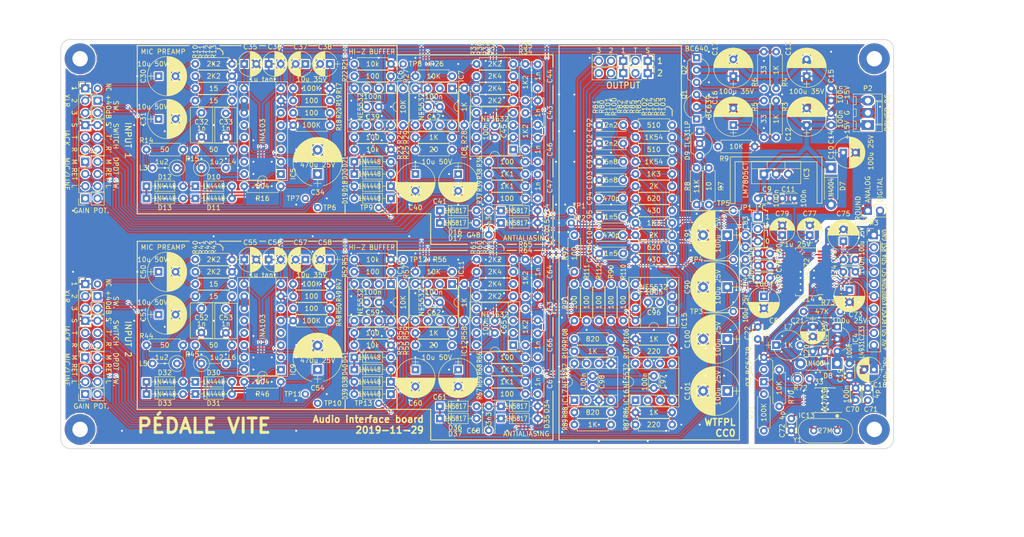
<source format=kicad_pcb>
(kicad_pcb (version 4) (host pcbnew 4.0.6)
  (layers (0 F.Cu signal) (31 B.Cu signal) (34 B.Paste user) (35 F.Paste user) (36 B.SilkS user) (37 F.SilkS user) (38 B.Mask user) (39 F.Mask user) (44 Edge.Cuts user))
  (net 0 "")
  (net 1 "Net-(C12-Pad1)")
  (net 2 +5VA)
  (net 3 "Net-(C13-Pad2)")
  (net 4 "Net-(C16-Pad1)")
  (net 5 "Net-(C17-Pad2)")
  (net 6 +5VD)
  (net 7 GNDD)
  (net 8 VDD)
  (net 9 IN1SWB3)
  (net 10 "Net-(C30-Pad2)")
  (net 11 IN1SWB6)
  (net 12 "Net-(C31-Pad2)")
  (net 13 "Net-(C32-Pad1)")
  (net 14 "Net-(C33-Pad2)")
  (net 15 IN1SWA1)
  (net 16 "Net-(C34-Pad2)")
  (net 17 +15V)
  (net 18 -15V)
  (net 19 "Net-(C37-Pad1)")
  (net 20 "Net-(C37-Pad2)")
  (net 21 "Net-(C38-Pad1)")
  (net 22 "Net-(C38-Pad2)")
  (net 23 "Net-(C40-Pad1)")
  (net 24 IN1SWB2)
  (net 25 "Net-(C41-Pad1)")
  (net 26 IN1SWB5)
  (net 27 VCOM)
  (net 28 "Net-(C43-Pad2)")
  (net 29 "Net-(C44-Pad2)")
  (net 30 "Net-(C46-Pad1)")
  (net 31 "Net-(C46-Pad2)")
  (net 32 "Net-(C47-Pad1)")
  (net 33 "Net-(C47-Pad2)")
  (net 34 AINA+)
  (net 35 AINA-)
  (net 36 IN2SWB3)
  (net 37 "Net-(C50-Pad2)")
  (net 38 IN2SWB6)
  (net 39 "Net-(C51-Pad2)")
  (net 40 "Net-(C52-Pad1)")
  (net 41 "Net-(C53-Pad2)")
  (net 42 IN2SWA1)
  (net 43 "Net-(C54-Pad2)")
  (net 44 "Net-(C57-Pad1)")
  (net 45 "Net-(C57-Pad2)")
  (net 46 "Net-(C58-Pad1)")
  (net 47 "Net-(C58-Pad2)")
  (net 48 "Net-(C60-Pad1)")
  (net 49 IN2SWB2)
  (net 50 "Net-(C61-Pad1)")
  (net 51 IN2SWB5)
  (net 52 "Net-(C63-Pad2)")
  (net 53 "Net-(C64-Pad2)")
  (net 54 "Net-(C66-Pad1)")
  (net 55 "Net-(C66-Pad2)")
  (net 56 "Net-(C67-Pad1)")
  (net 57 "Net-(C67-Pad2)")
  (net 58 AINB+)
  (net 59 AINB-)
  (net 60 "Net-(C71-Pad1)")
  (net 61 "Net-(C72-Pad1)")
  (net 62 "Net-(C81-Pad1)")
  (net 63 AOUTA+)
  (net 64 "Net-(C90-Pad2)")
  (net 65 AOUTA-)
  (net 66 "Net-(C91-Pad2)")
  (net 67 "Net-(C92-Pad1)")
  (net 68 "Net-(C93-Pad1)")
  (net 69 "Net-(C94-Pad1)")
  (net 70 "Net-(C94-Pad2)")
  (net 71 "Net-(C95-Pad1)")
  (net 72 AOUTB+)
  (net 73 "Net-(C100-Pad2)")
  (net 74 AOUTB-)
  (net 75 "Net-(C101-Pad2)")
  (net 76 "Net-(C102-Pad1)")
  (net 77 "Net-(C103-Pad1)")
  (net 78 "Net-(C104-Pad1)")
  (net 79 "Net-(C104-Pad2)")
  (net 80 "Net-(C105-Pad1)")
  (net 81 "Net-(D10-Pad1)")
  (net 82 "Net-(D11-Pad1)")
  (net 83 IN1TRSR)
  (net 84 IN1TRST)
  (net 85 "Net-(D30-Pad1)")
  (net 86 "Net-(D31-Pad1)")
  (net 87 IN2TRSR)
  (net 88 IN2TRST)
  (net 89 IN1SWA2)
  (net 90 "Net-(IC5-Pad10)")
  (net 91 "Net-(IC5-Pad13)")
  (net 92 IN1SWB1)
  (net 93 "Net-(IC6-Pad2)")
  (net 94 "Net-(IC6-Pad6)")
  (net 95 IN1SWB4)
  (net 96 "Net-(IC7-Pad1)")
  (net 97 IN1G1)
  (net 98 "Net-(IC7-Pad6)")
  (net 99 "Net-(IC7-Pad7)")
  (net 100 IN2SWA2)
  (net 101 "Net-(IC9-Pad10)")
  (net 102 "Net-(IC9-Pad13)")
  (net 103 IN2SWB1)
  (net 104 "Net-(IC10-Pad2)")
  (net 105 "Net-(IC10-Pad6)")
  (net 106 IN2SWB4)
  (net 107 "Net-(IC11-Pad1)")
  (net 108 IN2G1)
  (net 109 "Net-(IC11-Pad6)")
  (net 110 "Net-(IC11-Pad7)")
  (net 111 "Net-(IC13-Pad5)")
  (net 112 "Net-(IC13-Pad6)")
  (net 113 "Net-(IC14-Pad13)")
  (net 114 "Net-(IC16-Pad1)")
  (net 115 "Net-(IC16-Pad2)")
  (net 116 "Net-(IC16-Pad6)")
  (net 117 "Net-(IC16-Pad7)")
  (net 118 "Net-(IC17-Pad1)")
  (net 119 "Net-(IC17-Pad2)")
  (net 120 "Net-(IC17-Pad6)")
  (net 121 "Net-(IC17-Pad7)")
  (net 122 IN1TRSTN)
  (net 123 IN1TRSRN)
  (net 124 IN2TRSTN)
  (net 125 IN2TRSRN)
  (net 126 IN1G2)
  (net 127 IN2G2)
  (net 128 OUT1ASYMT)
  (net 129 OUT2ASYMT)
  (net 130 OUT1XLR2)
  (net 131 OUT1XLR3)
  (net 132 OUT2XLR2)
  (net 133 OUT2XLR3)
  (net 134 "Net-(Q1-Pad3)")
  (net 135 "Net-(Q2-Pad3)")
  (net 136 "Net-(Q3-Pad2)")
  (net 137 GNDA)
  (net 138 VCLIP)
  (net 139 "Net-(D9-Pad1)")
  (net 140 "Net-(C21-Pad1)")
  (net 141 "Net-(IC14-Pad3)")
  (net 142 "Net-(IC13-Pad7)")
  (net 143 "Net-(IC14-Pad4)")
  (net 144 "Net-(IC14-Pad5)")
  (net 145 "Net-(IC14-Pad6)")
  (net 146 "Net-(IC14-Pad7)")
  (net 147 "Net-(IC14-Pad11)")
  (net 148 "Net-(IC14-Pad12)")
  (net 149 "Net-(IC14-Pad14)")
  (module Resistors_THT:R_Axial_DIN0207_L6.3mm_D2.5mm_P7.62mm_Horizontal (layer F.Cu) (at 71.12 10.16 270)
    (fp_text reference R27 (at -2.54 -0.635 270) (layer F.SilkS))
    (fp_text value 10K (at 3.81 0 270) (layer F.SilkS))
    (pad 1 thru_hole circle (at 0 0 270) (size 1.6 1.6) (drill 0.8) (layers *.Cu *.Mask) (net 27 VCOM))
    (pad 2 thru_hole oval (at 7.62 0 270) (size 1.6 1.6) (drill 0.8) (layers *.Cu *.Mask) (net 25 "Net-(C41-Pad1)"))
  )
  (module Pin_Headers:Pin_Header_Straight_1x10_Pitch2.54mm (layer F.Cu) (at 168.91 40.64)
    (fp_text reference P3 (at 0 -2.54) (layer F.SilkS))
    (fp_text value CONN_01X10 hide)
    (pad 1 thru_hole rect (at 0 0) (size 1.7 1.7) (drill 1) (layers *.Cu *.Mask) (net 7 GNDD))
    (pad 2 thru_hole oval (at 0 2.54) (size 1.7 1.7) (drill 1) (layers *.Cu *.Mask) (net 149 "Net-(IC14-Pad14)"))
    (pad 3 thru_hole oval (at 0 5.08) (size 1.7 1.7) (drill 1) (layers *.Cu *.Mask) (net 148 "Net-(IC14-Pad12)"))
    (pad 4 thru_hole oval (at 0 7.62) (size 1.7 1.7) (drill 1) (layers *.Cu *.Mask) (net 147 "Net-(IC14-Pad11)"))
    (pad 5 thru_hole oval (at 0 10.16) (size 1.7 1.7) (drill 1) (layers *.Cu *.Mask) (net 146 "Net-(IC14-Pad7)"))
    (pad 6 thru_hole oval (at 0 12.7) (size 1.7 1.7) (drill 1) (layers *.Cu *.Mask) (net 145 "Net-(IC14-Pad6)"))
    (pad 7 thru_hole oval (at 0 15.24) (size 1.7 1.7) (drill 1) (layers *.Cu *.Mask) (net 144 "Net-(IC14-Pad5)"))
    (pad 8 thru_hole oval (at 0 17.78) (size 1.7 1.7) (drill 1) (layers *.Cu *.Mask) (net 143 "Net-(IC14-Pad4)"))
    (pad 9 thru_hole oval (at 0 20.32) (size 1.7 1.7) (drill 1) (layers *.Cu *.Mask) (net 142 "Net-(IC13-Pad7)"))
    (pad 10 thru_hole oval (at 0 22.86) (size 1.7 1.7) (drill 1) (layers *.Cu *.Mask) (net 6 +5VD))
  )
  (module Mounting_Holes:MountingHole_3.2mm_M3_Pad (layer F.Cu) (at 169 81)
    (fp_text reference REF** hide)
    (fp_text value MountingHole_3.2mm_M3_Pad hide)
    (pad 1 thru_hole circle (at 0 0) (size 6.4 6.4) (drill 3.2) (layers *.Cu *.Mask))
  )
  (module Mounting_Holes:MountingHole_3.2mm_M3_Pad (layer F.Cu) (at 169 4)
    (fp_text reference REF** hide)
    (fp_text value MountingHole_3.2mm_M3_Pad hide)
    (pad 1 thru_hole circle (at 0 0) (size 6.4 6.4) (drill 3.2) (layers *.Cu *.Mask))
  )
  (module Mounting_Holes:MountingHole_3.2mm_M3_Pad (layer F.Cu) (at 4 4)
    (fp_text reference REF** hide)
    (fp_text value MountingHole_3.2mm_M3_Pad hide)
    (pad 1 thru_hole circle (at 0 0) (size 6.4 6.4) (drill 3.2) (layers *.Cu *.Mask))
  )
  (module Pin_Headers:Pin_Header_Straight_2x03_Pitch2.54mm (layer F.Cu) (at 5.08 25.4)
    (fp_text reference P10 (at 1.27 -2.33) (layer F.SilkS))
    (fp_text value IN1SWB hide)
    (pad 1 thru_hole rect (at 0 0) (size 1.7 1.7) (drill 1) (layers *.Cu *.Mask) (net 92 IN1SWB1))
    (pad 2 thru_hole oval (at 2.54 0) (size 1.7 1.7) (drill 1) (layers *.Cu *.Mask) (net 95 IN1SWB4))
    (pad 3 thru_hole oval (at 0 2.54) (size 1.7 1.7) (drill 1) (layers *.Cu *.Mask) (net 24 IN1SWB2))
    (pad 4 thru_hole oval (at 2.54 2.54) (size 1.7 1.7) (drill 1) (layers *.Cu *.Mask) (net 26 IN1SWB5))
    (pad 5 thru_hole oval (at 0 5.08) (size 1.7 1.7) (drill 1) (layers *.Cu *.Mask) (net 9 IN1SWB3))
    (pad 6 thru_hole oval (at 2.54 5.08) (size 1.7 1.7) (drill 1) (layers *.Cu *.Mask) (net 11 IN1SWB6))
  )
  (module Capacitors_THT:CP_Radial_D10.0mm_P5.00mm (layer F.Cu) (at 138.43 40.64 180)
    (fp_text reference C91 (at 8.255 0 270) (layer F.SilkS))
    (fp_text value "100u 25V" (at 1.905 0 270) (layer F.SilkS))
    (pad 1 thru_hole rect (at 0 0 180) (size 2 2) (drill 1) (layers *.Cu *.Mask) (net 65 AOUTA-))
    (pad 2 thru_hole circle (at 5 0 180) (size 2 2) (drill 1) (layers *.Cu *.Mask) (net 66 "Net-(C91-Pad2)"))
  )
  (module Diodes_THT:D_DO-41_SOD81_P7.62mm_Horizontal (layer F.Cu) (at 160.02 26.67 270)
    (fp_text reference D7 (at 3.81 -2.41 270) (layer F.SilkS))
    (fp_text value 1N4004 (at 4.445 0 270) (layer F.SilkS) (effects (font (size 1 0.8))))
    (pad 1 thru_hole rect (at 0 0 270) (size 2.2 2.2) (drill 1.1) (layers *.Cu *.Mask) (net 1 "Net-(C12-Pad1)"))
    (pad 2 thru_hole oval (at 7.62 0 270) (size 2.2 2.2) (drill 1.1) (layers *.Cu *.Mask) (net 2 +5VA))
  )
  (module Capacitors_THT:C_Rect_L7.2mm_W4.5mm_P5.00mm_FKS2_FKP2_MKS2_MKP2 (layer F.Cu) (at 29.21 15.24 270)
    (fp_text reference C32 (at 1.905 0 360) (layer F.SilkS))
    (fp_text value 1n (at 3.175 0 360) (layer F.SilkS))
    (pad 1 thru_hole circle (at 0 0 270) (size 1.6 1.6) (drill 0.8) (layers *.Cu *.Mask) (net 13 "Net-(C32-Pad1)"))
    (pad 2 thru_hole circle (at 5 0 270) (size 1.6 1.6) (drill 0.8) (layers *.Cu *.Mask) (net 137 GNDA))
  )
  (module Capacitors_THT:C_Disc_D3.4mm_W2.1mm_P2.50mm (layer F.Cu) (at 144.78 33.02)
    (fp_text reference C9 (at 1.905 -1.905) (layer F.SilkS))
    (fp_text value 100n (at 3.81 0 90) (layer F.SilkS))
    (pad 1 thru_hole circle (at 0 0) (size 1.6 1.6) (drill 0.8) (layers *.Cu *.Mask) (net 1 "Net-(C12-Pad1)"))
    (pad 2 thru_hole circle (at 2.5 0) (size 1.6 1.6) (drill 0.8) (layers *.Cu *.Mask) (net 137 GNDA))
  )
  (module Capacitors_THT:CP_Radial_D6.3mm_P2.50mm (layer F.Cu) (at 162.56 23.495)
    (fp_text reference C10 (at -2.54 0 90) (layer F.SilkS))
    (fp_text value "100u 25V" (at 5.715 0 90) (layer F.SilkS))
    (pad 1 thru_hole rect (at 0 0) (size 1.6 1.6) (drill 0.8) (layers *.Cu *.Mask) (net 2 +5VA))
    (pad 2 thru_hole circle (at 2.5 0) (size 1.6 1.6) (drill 0.8) (layers *.Cu *.Mask) (net 137 GNDA))
  )
  (module Capacitors_THT:C_Disc_D3.4mm_W2.1mm_P2.50mm (layer F.Cu) (at 152.4 33.02 180)
    (fp_text reference C11 (at 1.27 1.905 180) (layer F.SilkS))
    (fp_text value 100n (at -1.905 0 270) (layer F.SilkS))
    (pad 1 thru_hole circle (at 0 0 180) (size 1.6 1.6) (drill 0.8) (layers *.Cu *.Mask) (net 2 +5VA))
    (pad 2 thru_hole circle (at 2.5 0 180) (size 1.6 1.6) (drill 0.8) (layers *.Cu *.Mask) (net 137 GNDA))
  )
  (module Capacitors_THT:CP_Radial_D8.0mm_P3.50mm (layer F.Cu) (at 154.94 17.78 90)
    (fp_text reference C12 (at -1.905 -3.81 90) (layer F.SilkS))
    (fp_text value "100u 35V" (at 6.985 0 180) (layer F.SilkS))
    (pad 1 thru_hole rect (at 0 0 90) (size 1.6 1.6) (drill 0.8) (layers *.Cu *.Mask) (net 1 "Net-(C12-Pad1)"))
    (pad 2 thru_hole circle (at 3.5 0 90) (size 1.6 1.6) (drill 0.8) (layers *.Cu *.Mask) (net 137 GNDA))
  )
  (module Capacitors_THT:CP_Radial_D8.0mm_P3.50mm (layer F.Cu) (at 154.94 7.62 90)
    (fp_text reference C13 (at 5.715 -3.81 270) (layer F.SilkS))
    (fp_text value "100u 35V")
    (pad 1 thru_hole rect (at 0 0 90) (size 1.6 1.6) (drill 0.8) (layers *.Cu *.Mask) (net 137 GNDA))
    (pad 2 thru_hole circle (at 3.5 0 90) (size 1.6 1.6) (drill 0.8) (layers *.Cu *.Mask) (net 3 "Net-(C13-Pad2)"))
  )
  (module Capacitors_THT:C_Disc_D3.4mm_W2.1mm_P2.50mm (layer F.Cu) (at 160.02 17.78 90)
    (fp_text reference C14 (at -2.54 0 90) (layer F.SilkS))
    (fp_text value 100n (at 1.27 1.905 90) (layer F.SilkS))
    (pad 1 thru_hole circle (at 0 0 90) (size 1.6 1.6) (drill 0.8) (layers *.Cu *.Mask) (net 1 "Net-(C12-Pad1)"))
    (pad 2 thru_hole circle (at 2.5 0 90) (size 1.6 1.6) (drill 0.8) (layers *.Cu *.Mask) (net 137 GNDA))
  )
  (module Capacitors_THT:C_Disc_D3.4mm_W2.1mm_P2.50mm (layer F.Cu) (at 160.02 12.7 90)
    (fp_text reference C15 (at 5.08 0 90) (layer F.SilkS))
    (fp_text value 100n (at 1.27 1.905 90) (layer F.SilkS))
    (pad 1 thru_hole circle (at 0 0 90) (size 1.6 1.6) (drill 0.8) (layers *.Cu *.Mask) (net 137 GNDA))
    (pad 2 thru_hole circle (at 2.5 0 90) (size 1.6 1.6) (drill 0.8) (layers *.Cu *.Mask) (net 3 "Net-(C13-Pad2)"))
  )
  (module Capacitors_THT:CP_Radial_D8.0mm_P3.50mm (layer F.Cu) (at 139.7 17.78 90)
    (fp_text reference C16 (at 5.715 -3.81 270) (layer F.SilkS))
    (fp_text value "100u 35V" (at 6.985 0.635 180) (layer F.SilkS))
    (pad 1 thru_hole rect (at 0 0 90) (size 1.6 1.6) (drill 0.8) (layers *.Cu *.Mask) (net 4 "Net-(C16-Pad1)"))
    (pad 2 thru_hole circle (at 3.5 0 90) (size 1.6 1.6) (drill 0.8) (layers *.Cu *.Mask) (net 137 GNDA))
  )
  (module Capacitors_THT:CP_Radial_D8.0mm_P3.50mm (layer F.Cu) (at 139.7 7.62 90)
    (fp_text reference C17 (at 5.715 -3.81 270) (layer F.SilkS))
    (fp_text value "100u 35V")
    (pad 1 thru_hole rect (at 0 0 90) (size 1.6 1.6) (drill 0.8) (layers *.Cu *.Mask) (net 137 GNDA))
    (pad 2 thru_hole circle (at 3.5 0 90) (size 1.6 1.6) (drill 0.8) (layers *.Cu *.Mask) (net 5 "Net-(C17-Pad2)"))
  )
  (module Capacitors_THT:CP_Radial_D5.0mm_P2.00mm (layer F.Cu) (at 168.91 68.58 180)
    (fp_text reference C18 (at -1.27 -3.175 180) (layer F.SilkS))
    (fp_text value "10u 25V" (at -2.54 0 270) (layer F.SilkS) (effects (font (size 1 0.8))))
    (pad 1 thru_hole rect (at 0 0 180) (size 1.6 1.6) (drill 0.8) (layers *.Cu *.Mask) (net 6 +5VD))
    (pad 2 thru_hole circle (at 2 0 180) (size 1.6 1.6) (drill 0.8) (layers *.Cu *.Mask) (net 7 GNDD))
  )
  (module Capacitors_THT:C_Disc_D3.4mm_W2.1mm_P2.50mm (layer F.Cu) (at 163.83 67.31 270)
    (fp_text reference C19 (at 2.54 1.905 450) (layer F.SilkS))
    (fp_text value 100n (at -2.54 0 270) (layer F.SilkS) (effects (font (size 1 0.8))))
    (pad 1 thru_hole circle (at 0 0 270) (size 1.6 1.6) (drill 0.8) (layers *.Cu *.Mask) (net 6 +5VD))
    (pad 2 thru_hole circle (at 2.5 0 270) (size 1.6 1.6) (drill 0.8) (layers *.Cu *.Mask) (net 7 GNDD))
  )
  (module Capacitors_THT:C_Disc_D3.4mm_W2.1mm_P2.50mm (layer F.Cu) (at 156.21 64.77)
    (fp_text reference C20 (at -1.27 0 90) (layer F.SilkS))
    (fp_text value 100n)
    (pad 1 thru_hole circle (at 0 0) (size 1.6 1.6) (drill 0.8) (layers *.Cu *.Mask) (net 8 VDD))
    (pad 2 thru_hole circle (at 2.5 0) (size 1.6 1.6) (drill 0.8) (layers *.Cu *.Mask) (net 7 GNDD))
  )
  (module Capacitors_THT:CP_Radial_D5.0mm_P2.00mm (layer F.Cu) (at 156.21 59.69 270)
    (fp_text reference C21 (at -1.27 3.175 360) (layer F.SilkS))
    (fp_text value "10u 25V" (at 1.27 -2.54 270) (layer F.SilkS) (effects (font (size 1 0.8))))
    (pad 1 thru_hole rect (at 0 0 270) (size 1.6 1.6) (drill 0.8) (layers *.Cu *.Mask) (net 140 "Net-(C21-Pad1)"))
    (pad 2 thru_hole circle (at 2 0 270) (size 1.6 1.6) (drill 0.8) (layers *.Cu *.Mask) (net 7 GNDD))
  )
  (module Capacitors_THT:CP_Radial_D8.0mm_P3.50mm (layer F.Cu) (at 20.32 7.62)
    (fp_text reference C30 (at -3.175 0 90) (layer F.SilkS))
    (fp_text value "10u 50V" (at -1.27 -2.54) (layer F.SilkS))
    (pad 1 thru_hole rect (at 0 0) (size 1.6 1.6) (drill 0.8) (layers *.Cu *.Mask) (net 9 IN1SWB3))
    (pad 2 thru_hole circle (at 3.5 0) (size 1.6 1.6) (drill 0.8) (layers *.Cu *.Mask) (net 10 "Net-(C30-Pad2)"))
  )
  (module Capacitors_THT:CP_Radial_D8.0mm_P3.50mm (layer F.Cu) (at 20.32 16.51)
    (fp_text reference C31 (at -3.175 0 90) (layer F.SilkS))
    (fp_text value "10u 50V" (at -1.27 -2.54) (layer F.SilkS))
    (pad 1 thru_hole rect (at 0 0) (size 1.6 1.6) (drill 0.8) (layers *.Cu *.Mask) (net 11 IN1SWB6))
    (pad 2 thru_hole circle (at 3.5 0) (size 1.6 1.6) (drill 0.8) (layers *.Cu *.Mask) (net 12 "Net-(C31-Pad2)"))
  )
  (module Capacitors_THT:C_Rect_L7.2mm_W4.5mm_P5.00mm_FKS2_FKP2_MKS2_MKP2 (layer F.Cu) (at 34.29 20.32 90)
    (fp_text reference C33 (at 3.175 0 180) (layer F.SilkS))
    (fp_text value 1n (at 1.905 0 180) (layer F.SilkS))
    (pad 1 thru_hole circle (at 0 0 90) (size 1.6 1.6) (drill 0.8) (layers *.Cu *.Mask) (net 137 GNDA))
    (pad 2 thru_hole circle (at 5 0 90) (size 1.6 1.6) (drill 0.8) (layers *.Cu *.Mask) (net 14 "Net-(C33-Pad2)"))
  )
  (module Capacitors_THT:CP_Radial_D5.0mm_P2.00mm (layer F.Cu) (at 50.8 5.08 180)
    (fp_text reference C37 (at 1.016 3.556 180) (layer F.SilkS))
    (fp_text value "10u 35V" (at -1.27 -3.175 180) (layer F.SilkS))
    (pad 1 thru_hole rect (at 0 0 180) (size 1.6 1.6) (drill 0.8) (layers *.Cu *.Mask) (net 19 "Net-(C37-Pad1)"))
    (pad 2 thru_hole circle (at 2 0 180) (size 1.6 1.6) (drill 0.8) (layers *.Cu *.Mask) (net 20 "Net-(C37-Pad2)"))
  )
  (module Capacitors_THT:CP_Radial_D5.0mm_P2.00mm (layer F.Cu) (at 55.88 5.08 180)
    (fp_text reference C38 (at 1.016 3.556 180) (layer F.SilkS))
    (fp_text value "10u 35V")
    (pad 1 thru_hole rect (at 0 0 180) (size 1.6 1.6) (drill 0.8) (layers *.Cu *.Mask) (net 21 "Net-(C38-Pad1)"))
    (pad 2 thru_hole circle (at 2 0 180) (size 1.6 1.6) (drill 0.8) (layers *.Cu *.Mask) (net 22 "Net-(C38-Pad2)"))
  )
  (module Capacitors_THT:C_Disc_D3.4mm_W2.1mm_P2.50mm (layer F.Cu) (at 66.04 13.97 180)
    (fp_text reference C39 (at 1.25 -2.11 180) (layer F.SilkS))
    (fp_text value 100n (at 1.25 2.11 180) (layer F.SilkS))
    (pad 1 thru_hole circle (at 0 0 180) (size 1.6 1.6) (drill 0.8) (layers *.Cu *.Mask) (net 17 +15V))
    (pad 2 thru_hole circle (at 2.5 0 180) (size 1.6 1.6) (drill 0.8) (layers *.Cu *.Mask) (net 18 -15V))
  )
  (module Capacitors_THT:CP_Radial_D8.0mm_P3.50mm (layer F.Cu) (at 73.66 27.94 270)
    (fp_text reference C40 (at 6.985 0 360) (layer F.SilkS))
    (fp_text value "10u 50V" (at -2.54 -4.445 360) (layer F.SilkS))
    (pad 1 thru_hole rect (at 0 0 270) (size 1.6 1.6) (drill 0.8) (layers *.Cu *.Mask) (net 23 "Net-(C40-Pad1)"))
    (pad 2 thru_hole circle (at 3.5 0 270) (size 1.6 1.6) (drill 0.8) (layers *.Cu *.Mask) (net 24 IN1SWB2))
  )
  (module Capacitors_THT:CP_Radial_D8.0mm_P3.50mm (layer F.Cu) (at 82.55 27.94 270)
    (fp_text reference C41 (at 5.715 3.81 360) (layer F.SilkS))
    (fp_text value "10u 50V")
    (pad 1 thru_hole rect (at 0 0 270) (size 1.6 1.6) (drill 0.8) (layers *.Cu *.Mask) (net 25 "Net-(C41-Pad1)"))
    (pad 2 thru_hole circle (at 3.5 0 270) (size 1.6 1.6) (drill 0.8) (layers *.Cu *.Mask) (net 26 IN1SWB5))
  )
  (module Capacitors_THT:C_Disc_D3.4mm_W2.1mm_P2.50mm (layer F.Cu) (at 78.74 13.97 180)
    (fp_text reference C42 (at 1.25 -2.11 180) (layer F.SilkS))
    (fp_text value 100n (at 1.25 2.11 180) (layer F.SilkS))
    (pad 1 thru_hole circle (at 0 0 180) (size 1.6 1.6) (drill 0.8) (layers *.Cu *.Mask) (net 17 +15V))
    (pad 2 thru_hole circle (at 2.5 0 180) (size 1.6 1.6) (drill 0.8) (layers *.Cu *.Mask) (net 18 -15V))
  )
  (module Capacitors_THT:C_Disc_D3.4mm_W2.1mm_P2.50mm (layer F.Cu) (at 90.17 20.32 90)
    (fp_text reference C45 (at 1.27 1.905 90) (layer F.SilkS))
    (fp_text value 100n (at 1.27 -1.905 90) (layer F.SilkS))
    (pad 1 thru_hole circle (at 0 0 90) (size 1.6 1.6) (drill 0.8) (layers *.Cu *.Mask) (net 17 +15V))
    (pad 2 thru_hole circle (at 2.5 0 90) (size 1.6 1.6) (drill 0.8) (layers *.Cu *.Mask) (net 18 -15V))
  )
  (module Capacitors_THT:CP_Radial_D8.0mm_P3.50mm (layer F.Cu) (at 20.32 48.26)
    (fp_text reference C50 (at -3.175 0 90) (layer F.SilkS))
    (fp_text value "10u 50V" (at -1.27 -2.54) (layer F.SilkS))
    (pad 1 thru_hole rect (at 0 0) (size 1.6 1.6) (drill 0.8) (layers *.Cu *.Mask) (net 36 IN2SWB3))
    (pad 2 thru_hole circle (at 3.5 0) (size 1.6 1.6) (drill 0.8) (layers *.Cu *.Mask) (net 37 "Net-(C50-Pad2)"))
  )
  (module Capacitors_THT:CP_Radial_D8.0mm_P3.50mm (layer F.Cu) (at 20.32 57.15)
    (fp_text reference C51 (at -3.175 0 90) (layer F.SilkS))
    (fp_text value "10u 50V" (at -1.27 -2.54) (layer F.SilkS))
    (pad 1 thru_hole rect (at 0 0) (size 1.6 1.6) (drill 0.8) (layers *.Cu *.Mask) (net 38 IN2SWB6))
    (pad 2 thru_hole circle (at 3.5 0) (size 1.6 1.6) (drill 0.8) (layers *.Cu *.Mask) (net 39 "Net-(C51-Pad2)"))
  )
  (module Capacitors_THT:C_Rect_L7.2mm_W4.5mm_P5.00mm_FKS2_FKP2_MKS2_MKP2 (layer F.Cu) (at 29.21 55.88 270)
    (fp_text reference C52 (at 1.905 0 360) (layer F.SilkS))
    (fp_text value 1n (at 3.175 0 360) (layer F.SilkS))
    (pad 1 thru_hole circle (at 0 0 270) (size 1.6 1.6) (drill 0.8) (layers *.Cu *.Mask) (net 40 "Net-(C52-Pad1)"))
    (pad 2 thru_hole circle (at 5 0 270) (size 1.6 1.6) (drill 0.8) (layers *.Cu *.Mask) (net 137 GNDA))
  )
  (module Capacitors_THT:C_Rect_L7.2mm_W4.5mm_P5.00mm_FKS2_FKP2_MKS2_MKP2 (layer F.Cu) (at 34.29 60.96 90)
    (fp_text reference C53 (at 3.175 0 180) (layer F.SilkS))
    (fp_text value 1n (at 1.905 0 180) (layer F.SilkS))
    (pad 1 thru_hole circle (at 0 0 90) (size 1.6 1.6) (drill 0.8) (layers *.Cu *.Mask) (net 137 GNDA))
    (pad 2 thru_hole circle (at 5 0 90) (size 1.6 1.6) (drill 0.8) (layers *.Cu *.Mask) (net 41 "Net-(C53-Pad2)"))
  )
  (module Capacitors_THT:CP_Radial_D5.0mm_P2.00mm (layer F.Cu) (at 50.8 45.72 180)
    (fp_text reference C57 (at 1.016 3.556 180) (layer F.SilkS))
    (fp_text value "10u 35V" (at -1.27 -3.175 180) (layer F.SilkS))
    (pad 1 thru_hole rect (at 0 0 180) (size 1.6 1.6) (drill 0.8) (layers *.Cu *.Mask) (net 44 "Net-(C57-Pad1)"))
    (pad 2 thru_hole circle (at 2 0 180) (size 1.6 1.6) (drill 0.8) (layers *.Cu *.Mask) (net 45 "Net-(C57-Pad2)"))
  )
  (module Capacitors_THT:CP_Radial_D5.0mm_P2.00mm (layer F.Cu) (at 55.88 45.72 180)
    (fp_text reference C58 (at 1.016 3.556 180) (layer F.SilkS))
    (fp_text value "10u 35V")
    (pad 1 thru_hole rect (at 0 0 180) (size 1.6 1.6) (drill 0.8) (layers *.Cu *.Mask) (net 46 "Net-(C58-Pad1)"))
    (pad 2 thru_hole circle (at 2 0 180) (size 1.6 1.6) (drill 0.8) (layers *.Cu *.Mask) (net 47 "Net-(C58-Pad2)"))
  )
  (module Capacitors_THT:C_Disc_D3.4mm_W2.1mm_P2.50mm (layer F.Cu) (at 66.04 54.61 180)
    (fp_text reference C59 (at 1.25 -2.11 180) (layer F.SilkS))
    (fp_text value 100n (at 1.25 2.11 180) (layer F.SilkS))
    (pad 1 thru_hole circle (at 0 0 180) (size 1.6 1.6) (drill 0.8) (layers *.Cu *.Mask) (net 17 +15V))
    (pad 2 thru_hole circle (at 2.5 0 180) (size 1.6 1.6) (drill 0.8) (layers *.Cu *.Mask) (net 18 -15V))
  )
  (module Capacitors_THT:CP_Radial_D8.0mm_P3.50mm (layer F.Cu) (at 73.66 68.58 270)
    (fp_text reference C60 (at 6.985 0 360) (layer F.SilkS))
    (fp_text value "10u 50V" (at -2.54 -4.445 360) (layer F.SilkS))
    (pad 1 thru_hole rect (at 0 0 270) (size 1.6 1.6) (drill 0.8) (layers *.Cu *.Mask) (net 48 "Net-(C60-Pad1)"))
    (pad 2 thru_hole circle (at 3.5 0 270) (size 1.6 1.6) (drill 0.8) (layers *.Cu *.Mask) (net 49 IN2SWB2))
  )
  (module Capacitors_THT:CP_Radial_D8.0mm_P3.50mm (layer F.Cu) (at 82.55 68.58 270)
    (fp_text reference C61 (at 5.715 3.81 360) (layer F.SilkS))
    (fp_text value "10u 50V")
    (pad 1 thru_hole rect (at 0 0 270) (size 1.6 1.6) (drill 0.8) (layers *.Cu *.Mask) (net 50 "Net-(C61-Pad1)"))
    (pad 2 thru_hole circle (at 3.5 0 270) (size 1.6 1.6) (drill 0.8) (layers *.Cu *.Mask) (net 51 IN2SWB5))
  )
  (module Capacitors_THT:C_Disc_D3.4mm_W2.1mm_P2.50mm (layer F.Cu) (at 78.74 54.61 180)
    (fp_text reference C62 (at 1.25 -2.11 180) (layer F.SilkS))
    (fp_text value 100n (at 1.25 2.11 180) (layer F.SilkS))
    (pad 1 thru_hole circle (at 0 0 180) (size 1.6 1.6) (drill 0.8) (layers *.Cu *.Mask) (net 17 +15V))
    (pad 2 thru_hole circle (at 2.5 0 180) (size 1.6 1.6) (drill 0.8) (layers *.Cu *.Mask) (net 18 -15V))
  )
  (module Capacitors_THT:C_Disc_D3.4mm_W2.1mm_P2.50mm (layer F.Cu) (at 90.17 60.96 90)
    (fp_text reference C65 (at 1.27 1.905 90) (layer F.SilkS))
    (fp_text value 100n (at 1.27 -1.905 90) (layer F.SilkS))
    (pad 1 thru_hole circle (at 0 0 90) (size 1.6 1.6) (drill 0.8) (layers *.Cu *.Mask) (net 17 +15V))
    (pad 2 thru_hole circle (at 2.5 0 90) (size 1.6 1.6) (drill 0.8) (layers *.Cu *.Mask) (net 18 -15V))
  )
  (module Capacitors_THT:C_Disc_D3.4mm_W2.1mm_P2.50mm (layer F.Cu) (at 165.1 74.93 90)
    (fp_text reference C70 (at -1.905 -0.635 180) (layer F.SilkS))
    (fp_text value 100n (at 1.27 -1.905 90) (layer F.SilkS))
    (pad 1 thru_hole circle (at 0 0 90) (size 1.6 1.6) (drill 0.8) (layers *.Cu *.Mask) (net 8 VDD))
    (pad 2 thru_hole circle (at 2.5 0 90) (size 1.6 1.6) (drill 0.8) (layers *.Cu *.Mask) (net 7 GNDD))
  )
  (module Capacitors_THT:C_Disc_D3.4mm_W2.1mm_P2.50mm (layer F.Cu) (at 167.64 74.93 90)
    (fp_text reference C71 (at -1.905 0.635 360) (layer F.SilkS))
    (fp_text value 4p (at 1.27 1.905 90) (layer F.SilkS))
    (pad 1 thru_hole circle (at 0 0 90) (size 1.6 1.6) (drill 0.8) (layers *.Cu *.Mask) (net 60 "Net-(C71-Pad1)"))
    (pad 2 thru_hole circle (at 2.5 0 90) (size 1.6 1.6) (drill 0.8) (layers *.Cu *.Mask) (net 7 GNDD))
  )
  (module Capacitors_THT:C_Disc_D3.4mm_W2.1mm_P2.50mm (layer F.Cu) (at 151.765 78.74 270)
    (fp_text reference C72 (at 2.54 1.905 450) (layer F.SilkS))
    (fp_text value 4p (at -0.635 1.905 270) (layer F.SilkS))
    (pad 1 thru_hole circle (at 0 0 270) (size 1.6 1.6) (drill 0.8) (layers *.Cu *.Mask) (net 61 "Net-(C72-Pad1)"))
    (pad 2 thru_hole circle (at 2.5 0 270) (size 1.6 1.6) (drill 0.8) (layers *.Cu *.Mask) (net 7 GNDD))
  )
  (module Capacitors_THT:CP_Radial_D6.3mm_P2.50mm (layer F.Cu) (at 163.83 52.07 270)
    (fp_text reference C73 (at 5.08 -1.27 360) (layer F.SilkS))
    (fp_text value "100u 25V" (at 6.35 0 360) (layer F.SilkS))
    (pad 1 thru_hole rect (at 0 0 270) (size 1.6 1.6) (drill 0.8) (layers *.Cu *.Mask) (net 8 VDD))
    (pad 2 thru_hole circle (at 2.5 0 270) (size 1.6 1.6) (drill 0.8) (layers *.Cu *.Mask) (net 7 GNDD))
  )
  (module Capacitors_THT:C_Disc_D3.4mm_W2.1mm_P2.50mm (layer F.Cu) (at 162.56 48.26)
    (fp_text reference C74 (at -1.905 0 270) (layer F.SilkS))
    (fp_text value 100n (at 3.81 -1.27 90) (layer F.SilkS))
    (pad 1 thru_hole circle (at 0 0) (size 1.6 1.6) (drill 0.8) (layers *.Cu *.Mask) (net 8 VDD))
    (pad 2 thru_hole circle (at 2.5 0) (size 1.6 1.6) (drill 0.8) (layers *.Cu *.Mask) (net 7 GNDD))
  )
  (module Capacitors_THT:CP_Radial_D6.3mm_P2.50mm (layer F.Cu) (at 162.56 41.91 90)
    (fp_text reference C75 (at 5.715 0 180) (layer F.SilkS))
    (fp_text value "100u 25V" (at 0 3.81 90) (layer F.SilkS) (effects (font (size 1 0.8))))
    (pad 1 thru_hole rect (at 0 0 90) (size 1.6 1.6) (drill 0.8) (layers *.Cu *.Mask) (net 8 VDD))
    (pad 2 thru_hole circle (at 2.5 0 90) (size 1.6 1.6) (drill 0.8) (layers *.Cu *.Mask) (net 7 GNDD))
  )
  (module Capacitors_THT:C_Disc_D3.4mm_W2.1mm_P2.50mm (layer F.Cu) (at 162.56 45.72)
    (fp_text reference C76 (at -1.905 -0.635 270) (layer F.SilkS))
    (fp_text value 100n)
    (pad 1 thru_hole circle (at 0 0) (size 1.6 1.6) (drill 0.8) (layers *.Cu *.Mask) (net 8 VDD))
    (pad 2 thru_hole circle (at 2.5 0) (size 1.6 1.6) (drill 0.8) (layers *.Cu *.Mask) (net 7 GNDD))
  )
  (module Capacitors_THT:CP_Radial_D5.0mm_P2.00mm (layer F.Cu) (at 155.575 40.64 90)
    (fp_text reference C77 (at 4.445 0 180) (layer F.SilkS))
    (fp_text value "1u 25V" (at -1.905 -2.54 180) (layer F.SilkS))
    (pad 1 thru_hole rect (at 0 0 90) (size 1.6 1.6) (drill 0.8) (layers *.Cu *.Mask) (net 2 +5VA))
    (pad 2 thru_hole circle (at 2 0 90) (size 1.6 1.6) (drill 0.8) (layers *.Cu *.Mask) (net 137 GNDA))
  )
  (module Capacitors_THT:C_Disc_D3.4mm_W2.1mm_P2.50mm (layer F.Cu) (at 147.32 46.99 180)
    (fp_text reference C78 (at -1.905 0 270) (layer F.SilkS))
    (fp_text value 100n (at 1.27 -3.81 180) (layer F.SilkS))
    (pad 1 thru_hole circle (at 0 0 180) (size 1.6 1.6) (drill 0.8) (layers *.Cu *.Mask) (net 2 +5VA))
    (pad 2 thru_hole circle (at 2.5 0 180) (size 1.6 1.6) (drill 0.8) (layers *.Cu *.Mask) (net 137 GNDA))
  )
  (module Capacitors_THT:CP_Radial_D5.0mm_P2.00mm (layer F.Cu) (at 149.86 40.64 90)
    (fp_text reference C79 (at 4.445 0 180) (layer F.SilkS))
    (fp_text value "1u 25V")
    (pad 1 thru_hole rect (at 0 0 90) (size 1.6 1.6) (drill 0.8) (layers *.Cu *.Mask) (net 27 VCOM))
    (pad 2 thru_hole circle (at 2 0 90) (size 1.6 1.6) (drill 0.8) (layers *.Cu *.Mask) (net 137 GNDA))
  )
  (module Capacitors_THT:C_Disc_D3.4mm_W2.1mm_P2.50mm (layer F.Cu) (at 147.32 44.45 180)
    (fp_text reference C80 (at -1.905 0.635 270) (layer F.SilkS))
    (fp_text value 100n)
    (pad 1 thru_hole circle (at 0 0 180) (size 1.6 1.6) (drill 0.8) (layers *.Cu *.Mask) (net 27 VCOM))
    (pad 2 thru_hole circle (at 2.5 0 180) (size 1.6 1.6) (drill 0.8) (layers *.Cu *.Mask) (net 137 GNDA))
  )
  (module Capacitors_THT:CP_Radial_D6.3mm_P2.50mm (layer F.Cu) (at 146.05 53.34 270)
    (fp_text reference C81 (at 5.08 -2.54 360) (layer F.SilkS))
    (fp_text value "100u 25V" (at 2.54 3.81 270) (layer F.SilkS) (effects (font (size 1 0.8))))
    (pad 1 thru_hole rect (at 0 0 270) (size 1.6 1.6) (drill 0.8) (layers *.Cu *.Mask) (net 62 "Net-(C81-Pad1)"))
    (pad 2 thru_hole circle (at 2.5 0 270) (size 1.6 1.6) (drill 0.8) (layers *.Cu *.Mask) (net 137 GNDA))
  )
  (module Capacitors_THT:C_Disc_D3.4mm_W2.1mm_P2.50mm (layer F.Cu) (at 147.32 49.53 180)
    (fp_text reference C82 (at -1.905 -0.635 270) (layer F.SilkS))
    (fp_text value 100n)
    (pad 1 thru_hole circle (at 0 0 180) (size 1.6 1.6) (drill 0.8) (layers *.Cu *.Mask) (net 62 "Net-(C81-Pad1)"))
    (pad 2 thru_hole circle (at 2.5 0 180) (size 1.6 1.6) (drill 0.8) (layers *.Cu *.Mask) (net 137 GNDA))
  )
  (module Capacitors_THT:CP_Radial_D10.0mm_P5.00mm (layer F.Cu) (at 138.43 51.435 180)
    (fp_text reference C90 (at 8.255 0 270) (layer F.SilkS))
    (fp_text value "100u 25V" (at 1.905 0 270) (layer F.SilkS))
    (pad 1 thru_hole rect (at 0 0 180) (size 2 2) (drill 1) (layers *.Cu *.Mask) (net 63 AOUTA+))
    (pad 2 thru_hole circle (at 5 0 180) (size 2 2) (drill 1) (layers *.Cu *.Mask) (net 64 "Net-(C90-Pad2)"))
  )
  (module Capacitors_THT:C_Disc_D3.4mm_W2.1mm_P2.50mm (layer F.Cu) (at 124.46 54.61 180)
    (fp_text reference C96 (at 1.25 -2.11 180) (layer F.SilkS))
    (fp_text value 100n (at 1.25 2.11 180) (layer F.SilkS))
    (pad 1 thru_hole circle (at 0 0 180) (size 1.6 1.6) (drill 0.8) (layers *.Cu *.Mask) (net 18 -15V))
    (pad 2 thru_hole circle (at 2.5 0 180) (size 1.6 1.6) (drill 0.8) (layers *.Cu *.Mask) (net 17 +15V))
  )
  (module Capacitors_THT:C_Disc_D3.4mm_W2.1mm_P2.50mm (layer F.Cu) (at 123.19 72.39 90)
    (fp_text reference C97 (at 1.27 1.905 90) (layer F.SilkS))
    (fp_text value 100n (at 1.27 -1.905 90) (layer F.SilkS))
    (pad 1 thru_hole circle (at 0 0 90) (size 1.6 1.6) (drill 0.8) (layers *.Cu *.Mask) (net 18 -15V))
    (pad 2 thru_hole circle (at 2.5 0 90) (size 1.6 1.6) (drill 0.8) (layers *.Cu *.Mask) (net 17 +15V))
  )
  (module Capacitors_THT:C_Disc_D3.4mm_W2.1mm_P2.50mm (layer F.Cu) (at 110.49 72.39 90)
    (fp_text reference C98 (at 1.27 1.905 90) (layer F.SilkS))
    (fp_text value 100n (at 1.27 -1.905 90) (layer F.SilkS))
    (pad 1 thru_hole circle (at 0 0 90) (size 1.6 1.6) (drill 0.8) (layers *.Cu *.Mask) (net 18 -15V))
    (pad 2 thru_hole circle (at 2.5 0 90) (size 1.6 1.6) (drill 0.8) (layers *.Cu *.Mask) (net 17 +15V))
  )
  (module Capacitors_THT:CP_Radial_D10.0mm_P5.00mm (layer F.Cu) (at 138.43 62.23 180)
    (fp_text reference C100 (at 8.255 0 270) (layer F.SilkS))
    (fp_text value "100u 25V" (at 1.905 0 270) (layer F.SilkS))
    (pad 1 thru_hole rect (at 0 0 180) (size 2 2) (drill 1) (layers *.Cu *.Mask) (net 72 AOUTB+))
    (pad 2 thru_hole circle (at 5 0 180) (size 2 2) (drill 1) (layers *.Cu *.Mask) (net 73 "Net-(C100-Pad2)"))
  )
  (module Capacitors_THT:CP_Radial_D10.0mm_P5.00mm (layer F.Cu) (at 138.43 73.025 180)
    (fp_text reference C101 (at 8.255 0 270) (layer F.SilkS))
    (fp_text value "100u 25V" (at 1.905 0.635 270) (layer F.SilkS))
    (pad 1 thru_hole rect (at 0 0 180) (size 2 2) (drill 1) (layers *.Cu *.Mask) (net 74 AOUTB-))
    (pad 2 thru_hole circle (at 5 0 180) (size 2 2) (drill 1) (layers *.Cu *.Mask) (net 75 "Net-(C101-Pad2)"))
  )
  (module Diodes_THT:D_DO-41_SOD81_P7.62mm_Horizontal (layer F.Cu) (at 161.29 67.31 180)
    (fp_text reference D8 (at 1.905 -2.54 180) (layer F.SilkS))
    (fp_text value 1N4004 (at 4.445 0 180) (layer F.SilkS) (effects (font (size 1 0.8))))
    (pad 1 thru_hole rect (at 0 0 180) (size 2.2 2.2) (drill 1.1) (layers *.Cu *.Mask) (net 6 +5VD))
    (pad 2 thru_hole oval (at 7.62 0 180) (size 2.2 2.2) (drill 1.1) (layers *.Cu *.Mask) (net 140 "Net-(C21-Pad1)"))
  )
  (module Diodes_THT:D_DO-35_SOD27_P7.62mm_Horizontal (layer F.Cu) (at 27.94 30.48)
    (fp_text reference D10 (at 3.81 -1.905 180) (layer F.SilkS))
    (fp_text value 1N4448 (at 3.81 0) (layer F.SilkS) (effects (font (size 1 0.8))))
    (pad 1 thru_hole rect (at 0 0) (size 1.6 1.6) (drill 0.8) (layers *.Cu *.Mask) (net 81 "Net-(D10-Pad1)"))
    (pad 2 thru_hole oval (at 7.62 0) (size 1.6 1.6) (drill 0.8) (layers *.Cu *.Mask) (net 18 -15V))
  )
  (module Diodes_THT:D_DO-35_SOD27_P7.62mm_Horizontal (layer F.Cu) (at 27.94 33.02)
    (fp_text reference D11 (at 3.81 1.905) (layer F.SilkS))
    (fp_text value 1N4448 (at 3.81 0) (layer F.SilkS) (effects (font (size 1 0.8))))
    (pad 1 thru_hole rect (at 0 0) (size 1.6 1.6) (drill 0.8) (layers *.Cu *.Mask) (net 82 "Net-(D11-Pad1)"))
    (pad 2 thru_hole oval (at 7.62 0) (size 1.6 1.6) (drill 0.8) (layers *.Cu *.Mask) (net 18 -15V))
  )
  (module Diodes_THT:D_DO-35_SOD27_P7.62mm_Horizontal (layer F.Cu) (at 17.78 30.48)
    (fp_text reference D12 (at 3.81 -1.905 180) (layer F.SilkS))
    (fp_text value 1N4448 (at 3.81 0) (layer F.SilkS) (effects (font (size 1 0.8))))
    (pad 1 thru_hole rect (at 0 0) (size 1.6 1.6) (drill 0.8) (layers *.Cu *.Mask) (net 17 +15V))
    (pad 2 thru_hole oval (at 7.62 0) (size 1.6 1.6) (drill 0.8) (layers *.Cu *.Mask) (net 81 "Net-(D10-Pad1)"))
  )
  (module Diodes_THT:D_DO-35_SOD27_P7.62mm_Horizontal (layer F.Cu) (at 17.78 33.02)
    (fp_text reference D13 (at 3.81 1.905 180) (layer F.SilkS))
    (fp_text value 1N4448 (at 3.81 0) (layer F.SilkS) (effects (font (size 1 0.8))))
    (pad 1 thru_hole rect (at 0 0) (size 1.6 1.6) (drill 0.8) (layers *.Cu *.Mask) (net 17 +15V))
    (pad 2 thru_hole oval (at 7.62 0) (size 1.6 1.6) (drill 0.8) (layers *.Cu *.Mask) (net 82 "Net-(D11-Pad1)"))
  )
  (module Diodes_THT:D_DO-35_SOD27_P7.62mm_Horizontal (layer F.Cu) (at 91.44 35.56)
    (fp_text reference D14 (at 9.525 0 90) (layer F.SilkS))
    (fp_text value 1N5817 (at 3.175 0) (layer F.SilkS) (effects (font (size 1 0.8))))
    (pad 1 thru_hole rect (at 0 0) (size 1.6 1.6) (drill 0.8) (layers *.Cu *.Mask) (net 34 AINA+))
    (pad 2 thru_hole oval (at 7.62 0) (size 1.6 1.6) (drill 0.8) (layers *.Cu *.Mask) (net 137 GNDA))
  )
  (module Diodes_THT:D_DO-35_SOD27_P7.62mm_Horizontal (layer F.Cu) (at 91.44 38.1)
    (fp_text reference D15 (at 9.525 0.635 90) (layer F.SilkS))
    (fp_text value 1N5817 (at 3.175 0) (layer F.SilkS) (effects (font (size 1 0.8))))
    (pad 1 thru_hole rect (at 0 0) (size 1.6 1.6) (drill 0.8) (layers *.Cu *.Mask) (net 35 AINA-))
    (pad 2 thru_hole oval (at 7.62 0) (size 1.6 1.6) (drill 0.8) (layers *.Cu *.Mask) (net 137 GNDA))
  )
  (module Diodes_THT:D_DO-35_SOD27_P7.62mm_Horizontal (layer F.Cu) (at 78.74 35.56)
    (fp_text reference D16 (at 3.175 4.445) (layer F.SilkS))
    (fp_text value 1N5817 (at 3.175 0) (layer F.SilkS) (effects (font (size 1 0.8))))
    (pad 1 thru_hole rect (at 0 0) (size 1.6 1.6) (drill 0.8) (layers *.Cu *.Mask) (net 138 VCLIP))
    (pad 2 thru_hole oval (at 7.62 0) (size 1.6 1.6) (drill 0.8) (layers *.Cu *.Mask) (net 34 AINA+))
  )
  (module Diodes_THT:D_DO-35_SOD27_P7.62mm_Horizontal (layer F.Cu) (at 78.74 38.1)
    (fp_text reference D17 (at 3.175 3.175) (layer F.SilkS))
    (fp_text value 1N5817 (at 3.175 0) (layer F.SilkS) (effects (font (size 1 0.8))))
    (pad 1 thru_hole rect (at 0 0) (size 1.6 1.6) (drill 0.8) (layers *.Cu *.Mask) (net 138 VCLIP))
    (pad 2 thru_hole oval (at 7.62 0) (size 1.6 1.6) (drill 0.8) (layers *.Cu *.Mask) (net 35 AINA-))
  )
  (module Diodes_THT:D_DO-35_SOD27_P7.62mm_Horizontal (layer F.Cu) (at 68.58 30.48 180)
    (fp_text reference D18 (at 9.525 0 270) (layer F.SilkS) (effects (font (size 1 0.8))))
    (fp_text value 1N4448 (at 4.445 0 180) (layer F.SilkS) (effects (font (size 1 0.8))))
    (pad 1 thru_hole rect (at 0 0 180) (size 1.6 1.6) (drill 0.8) (layers *.Cu *.Mask) (net 83 IN1TRSR))
    (pad 2 thru_hole oval (at 7.62 0 180) (size 1.6 1.6) (drill 0.8) (layers *.Cu *.Mask) (net 18 -15V))
  )
  (module Diodes_THT:D_DO-35_SOD27_P7.62mm_Horizontal (layer F.Cu) (at 68.58 33.02 180)
    (fp_text reference D19 (at 9.525 0 270) (layer F.SilkS) (effects (font (size 1 0.8))))
    (fp_text value 1N4448 (at 4.445 0 180) (layer F.SilkS) (effects (font (size 1 0.8))))
    (pad 1 thru_hole rect (at 0 0 180) (size 1.6 1.6) (drill 0.8) (layers *.Cu *.Mask) (net 84 IN1TRST))
    (pad 2 thru_hole oval (at 7.62 0 180) (size 1.6 1.6) (drill 0.8) (layers *.Cu *.Mask) (net 18 -15V))
  )
  (module Diodes_THT:D_DO-35_SOD27_P7.62mm_Horizontal (layer F.Cu) (at 60.96 27.94)
    (fp_text reference D20 (at -1.905 0 90) (layer F.SilkS) (effects (font (size 1 0.8))))
    (fp_text value 1N4448 (at 3.175 0) (layer F.SilkS) (effects (font (size 1 0.8))))
    (pad 1 thru_hole rect (at 0 0) (size 1.6 1.6) (drill 0.8) (layers *.Cu *.Mask) (net 17 +15V))
    (pad 2 thru_hole oval (at 7.62 0) (size 1.6 1.6) (drill 0.8) (layers *.Cu *.Mask) (net 83 IN1TRSR))
  )
  (module Diodes_THT:D_DO-35_SOD27_P7.62mm_Horizontal (layer F.Cu) (at 60.96 25.4)
    (fp_text reference D21 (at -1.905 0 90) (layer F.SilkS) (effects (font (size 1 0.8))))
    (fp_text value 1N4448 (at 3.175 0) (layer F.SilkS) (effects (font (size 1 0.8))))
    (pad 1 thru_hole rect (at 0 0) (size 1.6 1.6) (drill 0.8) (layers *.Cu *.Mask) (net 17 +15V))
    (pad 2 thru_hole oval (at 7.62 0) (size 1.6 1.6) (drill 0.8) (layers *.Cu *.Mask) (net 84 IN1TRST))
  )
  (module Diodes_THT:D_DO-35_SOD27_P7.62mm_Horizontal (layer F.Cu) (at 27.94 71.12)
    (fp_text reference D30 (at 3.81 -1.905) (layer F.SilkS))
    (fp_text value 1N4448 (at 3.81 0) (layer F.SilkS) (effects (font (size 1 0.8))))
    (pad 1 thru_hole rect (at 0 0) (size 1.6 1.6) (drill 0.8) (layers *.Cu *.Mask) (net 85 "Net-(D30-Pad1)"))
    (pad 2 thru_hole oval (at 7.62 0) (size 1.6 1.6) (drill 0.8) (layers *.Cu *.Mask) (net 18 -15V))
  )
  (module Diodes_THT:D_DO-35_SOD27_P7.62mm_Horizontal (layer F.Cu) (at 27.94 73.66)
    (fp_text reference D31 (at 3.81 1.905) (layer F.SilkS))
    (fp_text value 1N4448 (at 3.81 0) (layer F.SilkS) (effects (font (size 1 0.8))))
    (pad 1 thru_hole rect (at 0 0) (size 1.6 1.6) (drill 0.8) (layers *.Cu *.Mask) (net 86 "Net-(D31-Pad1)"))
    (pad 2 thru_hole oval (at 7.62 0) (size 1.6 1.6) (drill 0.8) (layers *.Cu *.Mask) (net 18 -15V))
  )
  (module Diodes_THT:D_DO-35_SOD27_P7.62mm_Horizontal (layer F.Cu) (at 17.78 71.12)
    (fp_text reference D32 (at 3.81 -1.905) (layer F.SilkS))
    (fp_text value 1N4448 (at 3.81 0) (layer F.SilkS) (effects (font (size 1 0.8))))
    (pad 1 thru_hole rect (at 0 0) (size 1.6 1.6) (drill 0.8) (layers *.Cu *.Mask) (net 17 +15V))
    (pad 2 thru_hole oval (at 7.62 0) (size 1.6 1.6) (drill 0.8) (layers *.Cu *.Mask) (net 85 "Net-(D30-Pad1)"))
  )
  (module Diodes_THT:D_DO-35_SOD27_P7.62mm_Horizontal (layer F.Cu) (at 17.78 73.66)
    (fp_text reference D33 (at 3.81 1.905) (layer F.SilkS))
    (fp_text value 1N4448 (at 3.81 0) (layer F.SilkS) (effects (font (size 1 0.8))))
    (pad 1 thru_hole rect (at 0 0) (size 1.6 1.6) (drill 0.8) (layers *.Cu *.Mask) (net 17 +15V))
    (pad 2 thru_hole oval (at 7.62 0) (size 1.6 1.6) (drill 0.8) (layers *.Cu *.Mask) (net 86 "Net-(D31-Pad1)"))
  )
  (module Diodes_THT:D_DO-35_SOD27_P7.62mm_Horizontal (layer F.Cu) (at 91.44 76.2)
    (fp_text reference D34 (at 9.525 0 90) (layer F.SilkS))
    (fp_text value 1N5817 (at 3.175 0) (layer F.SilkS) (effects (font (size 1 0.8))))
    (pad 1 thru_hole rect (at 0 0) (size 1.6 1.6) (drill 0.8) (layers *.Cu *.Mask) (net 58 AINB+))
    (pad 2 thru_hole oval (at 7.62 0) (size 1.6 1.6) (drill 0.8) (layers *.Cu *.Mask) (net 137 GNDA))
  )
  (module Diodes_THT:D_DO-35_SOD27_P7.62mm_Horizontal (layer F.Cu) (at 91.44 78.74)
    (fp_text reference D35 (at 9.525 0.635 90) (layer F.SilkS))
    (fp_text value 1N5817 (at 3.175 0) (layer F.SilkS) (effects (font (size 1 0.8))))
    (pad 1 thru_hole rect (at 0 0) (size 1.6 1.6) (drill 0.8) (layers *.Cu *.Mask) (net 59 AINB-))
    (pad 2 thru_hole oval (at 7.62 0) (size 1.6 1.6) (drill 0.8) (layers *.Cu *.Mask) (net 137 GNDA))
  )
  (module Diodes_THT:D_DO-35_SOD27_P7.62mm_Horizontal (layer F.Cu) (at 78.74 76.2)
    (fp_text reference D36 (at 3.175 4.445) (layer F.SilkS))
    (fp_text value 1N5817 (at 3.175 0) (layer F.SilkS) (effects (font (size 1 0.8))))
    (pad 1 thru_hole rect (at 0 0) (size 1.6 1.6) (drill 0.8) (layers *.Cu *.Mask) (net 138 VCLIP))
    (pad 2 thru_hole oval (at 7.62 0) (size 1.6 1.6) (drill 0.8) (layers *.Cu *.Mask) (net 58 AINB+))
  )
  (module Diodes_THT:D_DO-35_SOD27_P7.62mm_Horizontal (layer F.Cu) (at 78.74 78.74)
    (fp_text reference D37 (at 3.175 3.175) (layer F.SilkS))
    (fp_text value 1N5817 (at 3.175 0) (layer F.SilkS) (effects (font (size 1 0.8))))
    (pad 1 thru_hole rect (at 0 0) (size 1.6 1.6) (drill 0.8) (layers *.Cu *.Mask) (net 138 VCLIP))
    (pad 2 thru_hole oval (at 7.62 0) (size 1.6 1.6) (drill 0.8) (layers *.Cu *.Mask) (net 59 AINB-))
  )
  (module Diodes_THT:D_DO-35_SOD27_P7.62mm_Horizontal (layer F.Cu) (at 68.58 71.12 180)
    (fp_text reference D38 (at 9.525 0 270) (layer F.SilkS) (effects (font (size 1 0.8))))
    (fp_text value 1N4448 (at 4.445 0 180) (layer F.SilkS) (effects (font (size 1 0.8))))
    (pad 1 thru_hole rect (at 0 0 180) (size 1.6 1.6) (drill 0.8) (layers *.Cu *.Mask) (net 87 IN2TRSR))
    (pad 2 thru_hole oval (at 7.62 0 180) (size 1.6 1.6) (drill 0.8) (layers *.Cu *.Mask) (net 18 -15V))
  )
  (module Diodes_THT:D_DO-35_SOD27_P7.62mm_Horizontal (layer F.Cu) (at 68.58 73.66 180)
    (fp_text reference D39 (at 9.525 0 270) (layer F.SilkS) (effects (font (size 1 0.8))))
    (fp_text value 1N4448 (at 4.445 0 180) (layer F.SilkS) (effects (font (size 1 0.8))))
    (pad 1 thru_hole rect (at 0 0 180) (size 1.6 1.6) (drill 0.8) (layers *.Cu *.Mask) (net 88 IN2TRST))
    (pad 2 thru_hole oval (at 7.62 0 180) (size 1.6 1.6) (drill 0.8) (layers *.Cu *.Mask) (net 18 -15V))
  )
  (module Diodes_THT:D_DO-35_SOD27_P7.62mm_Horizontal (layer F.Cu) (at 60.96 68.58)
    (fp_text reference D40 (at -1.905 0 90) (layer F.SilkS) (effects (font (size 1 0.8))))
    (fp_text value 1N4448 (at 3.175 0) (layer F.SilkS) (effects (font (size 1 0.8))))
    (pad 1 thru_hole rect (at 0 0) (size 1.6 1.6) (drill 0.8) (layers *.Cu *.Mask) (net 17 +15V))
    (pad 2 thru_hole oval (at 7.62 0) (size 1.6 1.6) (drill 0.8) (layers *.Cu *.Mask) (net 87 IN2TRSR))
  )
  (module Diodes_THT:D_DO-35_SOD27_P7.62mm_Horizontal (layer F.Cu) (at 60.96 66.04)
    (fp_text reference D41 (at -1.905 0 90) (layer F.SilkS) (effects (font (size 1 0.8))))
    (fp_text value 1N4448 (at 3.175 0) (layer F.SilkS) (effects (font (size 1 0.8))))
    (pad 1 thru_hole rect (at 0 0) (size 1.6 1.6) (drill 0.8) (layers *.Cu *.Mask) (net 17 +15V))
    (pad 2 thru_hole oval (at 7.62 0) (size 1.6 1.6) (drill 0.8) (layers *.Cu *.Mask) (net 88 IN2TRST))
  )
  (module TO_SOT_Packages_THT:TO-220_Vertical (layer F.Cu) (at 146.05 27.94)
    (fp_text reference IC3 (at 8.89 0 90) (layer F.SilkS))
    (fp_text value LM7805CT (at -3.81 1.27 90) (layer F.SilkS))
    (pad 1 thru_hole rect (at 0 0) (size 1.8 1.8) (drill 1) (layers *.Cu *.Mask) (net 1 "Net-(C12-Pad1)"))
    (pad 2 thru_hole oval (at 2.54 0) (size 1.8 1.8) (drill 1) (layers *.Cu *.Mask) (net 137 GNDA))
    (pad 3 thru_hole oval (at 5.08 0) (size 1.8 1.8) (drill 1) (layers *.Cu *.Mask) (net 2 +5VA))
  )
  (module TO_SOT_Packages_THT:TO-92_Inline_Wide (layer F.Cu) (at 161.29 59.69 270)
    (fp_text reference IC4 (at 2.54 -3.81 270) (layer F.SilkS))
    (fp_text value L4931CZ33 (at 3.175 -5.08 270) (layer F.SilkS) (effects (font (size 1 0.8))))
    (pad 2 thru_hole circle (at 2.54 0) (size 1.52 1.52) (drill 0.8) (layers *.Cu *.Mask) (net 7 GNDD))
    (pad 3 thru_hole circle (at 5.08 0) (size 1.52 1.52) (drill 0.8) (layers *.Cu *.Mask) (net 6 +5VD))
    (pad 1 thru_hole rect (at 0 0) (size 1.52 1.52) (drill 0.8) (layers *.Cu *.Mask) (net 140 "Net-(C21-Pad1)"))
  )
  (module Housings_DIP:DIP-16_W7.62mm_Socket (layer F.Cu) (at 45.72 27.94 180)
    (fp_text reference IC5 (at -2.54 0 270) (layer F.SilkS))
    (fp_text value INA103 (at 3.81 8.89 270) (layer F.SilkS))
    (pad 1 thru_hole rect (at 0 0 180) (size 1.6 1.6) (drill 0.8) (layers *.Cu *.Mask) (net 82 "Net-(D11-Pad1)"))
    (pad 9 thru_hole oval (at 7.62 17.78 180) (size 1.6 1.6) (drill 0.8) (layers *.Cu *.Mask) (net 17 +15V))
    (pad 2 thru_hole oval (at 0 2.54 180) (size 1.6 1.6) (drill 0.8) (layers *.Cu *.Mask) (net 89 IN1SWA2))
    (pad 10 thru_hole oval (at 7.62 15.24 180) (size 1.6 1.6) (drill 0.8) (layers *.Cu *.Mask) (net 90 "Net-(IC5-Pad10)"))
    (pad 3 thru_hole oval (at 0 5.08 180) (size 1.6 1.6) (drill 0.8) (layers *.Cu *.Mask))
    (pad 11 thru_hole oval (at 7.62 12.7 180) (size 1.6 1.6) (drill 0.8) (layers *.Cu *.Mask) (net 90 "Net-(IC5-Pad10)"))
    (pad 4 thru_hole oval (at 0 7.62 180) (size 1.6 1.6) (drill 0.8) (layers *.Cu *.Mask))
    (pad 12 thru_hole oval (at 7.62 10.16 180) (size 1.6 1.6) (drill 0.8) (layers *.Cu *.Mask) (net 20 "Net-(C37-Pad2)"))
    (pad 5 thru_hole oval (at 0 10.16 180) (size 1.6 1.6) (drill 0.8) (layers *.Cu *.Mask) (net 22 "Net-(C38-Pad2)"))
    (pad 13 thru_hole oval (at 7.62 7.62 180) (size 1.6 1.6) (drill 0.8) (layers *.Cu *.Mask) (net 91 "Net-(IC5-Pad13)"))
    (pad 6 thru_hole oval (at 0 12.7 180) (size 1.6 1.6) (drill 0.8) (layers *.Cu *.Mask) (net 89 IN1SWA2))
    (pad 14 thru_hole oval (at 7.62 5.08 180) (size 1.6 1.6) (drill 0.8) (layers *.Cu *.Mask) (net 16 "Net-(C34-Pad2)"))
    (pad 7 thru_hole oval (at 0 15.24 180) (size 1.6 1.6) (drill 0.8) (layers *.Cu *.Mask) (net 137 GNDA))
    (pad 15 thru_hole oval (at 7.62 2.54 180) (size 1.6 1.6) (drill 0.8) (layers *.Cu *.Mask) (net 91 "Net-(IC5-Pad13)"))
    (pad 8 thru_hole oval (at 0 17.78 180) (size 1.6 1.6) (drill 0.8) (layers *.Cu *.Mask) (net 18 -15V))
    (pad 16 thru_hole oval (at 7.62 0 180) (size 1.6 1.6) (drill 0.8) (layers *.Cu *.Mask) (net 81 "Net-(D10-Pad1)"))
  )
  (module Housings_DIP:DIP-8_W7.62mm_Socket (layer F.Cu) (at 68.58 10.16 270)
    (fp_text reference IC6 (at -2.54 -1.905 450) (layer F.SilkS))
    (fp_text value NE5532 (at 3.81 6.35 270) (layer F.SilkS))
    (pad 1 thru_hole rect (at 0 0 270) (size 1.6 1.6) (drill 0.8) (layers *.Cu *.Mask) (net 92 IN1SWB1))
    (pad 5 thru_hole oval (at 7.62 7.62 270) (size 1.6 1.6) (drill 0.8) (layers *.Cu *.Mask) (net 83 IN1TRSR))
    (pad 2 thru_hole oval (at 0 2.54 270) (size 1.6 1.6) (drill 0.8) (layers *.Cu *.Mask) (net 93 "Net-(IC6-Pad2)"))
    (pad 6 thru_hole oval (at 7.62 5.08 270) (size 1.6 1.6) (drill 0.8) (layers *.Cu *.Mask) (net 94 "Net-(IC6-Pad6)"))
    (pad 3 thru_hole oval (at 0 5.08 270) (size 1.6 1.6) (drill 0.8) (layers *.Cu *.Mask) (net 84 IN1TRST))
    (pad 7 thru_hole oval (at 7.62 2.54 270) (size 1.6 1.6) (drill 0.8) (layers *.Cu *.Mask) (net 95 IN1SWB4))
    (pad 4 thru_hole oval (at 0 7.62 270) (size 1.6 1.6) (drill 0.8) (layers *.Cu *.Mask) (net 18 -15V))
    (pad 8 thru_hole oval (at 7.62 0 270) (size 1.6 1.6) (drill 0.8) (layers *.Cu *.Mask) (net 17 +15V))
  )
  (module Housings_DIP:DIP-8_W7.62mm_Socket (layer F.Cu) (at 81.28 10.16 270)
    (fp_text reference IC7 (at -2.54 -1.905 270) (layer F.SilkS))
    (fp_text value NE5532 (at 3.81 6.35 270) (layer F.SilkS))
    (pad 1 thru_hole rect (at 0 0 270) (size 1.6 1.6) (drill 0.8) (layers *.Cu *.Mask) (net 96 "Net-(IC7-Pad1)"))
    (pad 5 thru_hole oval (at 7.62 7.62 270) (size 1.6 1.6) (drill 0.8) (layers *.Cu *.Mask) (net 25 "Net-(C41-Pad1)"))
    (pad 2 thru_hole oval (at 0 2.54 270) (size 1.6 1.6) (drill 0.8) (layers *.Cu *.Mask) (net 97 IN1G1))
    (pad 6 thru_hole oval (at 7.62 5.08 270) (size 1.6 1.6) (drill 0.8) (layers *.Cu *.Mask) (net 98 "Net-(IC7-Pad6)"))
    (pad 3 thru_hole oval (at 0 5.08 270) (size 1.6 1.6) (drill 0.8) (layers *.Cu *.Mask) (net 23 "Net-(C40-Pad1)"))
    (pad 7 thru_hole oval (at 7.62 2.54 270) (size 1.6 1.6) (drill 0.8) (layers *.Cu *.Mask) (net 99 "Net-(IC7-Pad7)"))
    (pad 4 thru_hole oval (at 0 7.62 270) (size 1.6 1.6) (drill 0.8) (layers *.Cu *.Mask) (net 18 -15V))
    (pad 8 thru_hole oval (at 7.62 0 270) (size 1.6 1.6) (drill 0.8) (layers *.Cu *.Mask) (net 17 +15V))
  )
  (module Housings_DIP:DIP-8_W7.62mm_Socket (layer F.Cu) (at 93.98 22.86 180)
    (fp_text reference IC8 (at 10.16 -0.635 270) (layer F.SilkS))
    (fp_text value NE5532 (at 3.81 6.35 180) (layer F.SilkS))
    (pad 1 thru_hole rect (at 0 0 180) (size 1.6 1.6) (drill 0.8) (layers *.Cu *.Mask) (net 30 "Net-(C46-Pad1)"))
    (pad 5 thru_hole oval (at 7.62 7.62 180) (size 1.6 1.6) (drill 0.8) (layers *.Cu *.Mask) (net 29 "Net-(C44-Pad2)"))
    (pad 2 thru_hole oval (at 0 2.54 180) (size 1.6 1.6) (drill 0.8) (layers *.Cu *.Mask) (net 31 "Net-(C46-Pad2)"))
    (pad 6 thru_hole oval (at 7.62 5.08 180) (size 1.6 1.6) (drill 0.8) (layers *.Cu *.Mask) (net 33 "Net-(C47-Pad2)"))
    (pad 3 thru_hole oval (at 0 5.08 180) (size 1.6 1.6) (drill 0.8) (layers *.Cu *.Mask) (net 28 "Net-(C43-Pad2)"))
    (pad 7 thru_hole oval (at 7.62 2.54 180) (size 1.6 1.6) (drill 0.8) (layers *.Cu *.Mask) (net 32 "Net-(C47-Pad1)"))
    (pad 4 thru_hole oval (at 0 7.62 180) (size 1.6 1.6) (drill 0.8) (layers *.Cu *.Mask) (net 18 -15V))
    (pad 8 thru_hole oval (at 7.62 0 180) (size 1.6 1.6) (drill 0.8) (layers *.Cu *.Mask) (net 17 +15V))
  )
  (module Housings_DIP:DIP-16_W7.62mm_Socket (layer F.Cu) (at 45.72 68.58 180)
    (fp_text reference IC9 (at -2.54 0 270) (layer F.SilkS))
    (fp_text value INA103 (at 3.81 8.89 270) (layer F.SilkS))
    (pad 1 thru_hole rect (at 0 0 180) (size 1.6 1.6) (drill 0.8) (layers *.Cu *.Mask) (net 86 "Net-(D31-Pad1)"))
    (pad 9 thru_hole oval (at 7.62 17.78 180) (size 1.6 1.6) (drill 0.8) (layers *.Cu *.Mask) (net 17 +15V))
    (pad 2 thru_hole oval (at 0 2.54 180) (size 1.6 1.6) (drill 0.8) (layers *.Cu *.Mask) (net 100 IN2SWA2))
    (pad 10 thru_hole oval (at 7.62 15.24 180) (size 1.6 1.6) (drill 0.8) (layers *.Cu *.Mask) (net 101 "Net-(IC9-Pad10)"))
    (pad 3 thru_hole oval (at 0 5.08 180) (size 1.6 1.6) (drill 0.8) (layers *.Cu *.Mask))
    (pad 11 thru_hole oval (at 7.62 12.7 180) (size 1.6 1.6) (drill 0.8) (layers *.Cu *.Mask) (net 101 "Net-(IC9-Pad10)"))
    (pad 4 thru_hole oval (at 0 7.62 180) (size 1.6 1.6) (drill 0.8) (layers *.Cu *.Mask))
    (pad 12 thru_hole oval (at 7.62 10.16 180) (size 1.6 1.6) (drill 0.8) (layers *.Cu *.Mask) (net 45 "Net-(C57-Pad2)"))
    (pad 5 thru_hole oval (at 0 10.16 180) (size 1.6 1.6) (drill 0.8) (layers *.Cu *.Mask) (net 47 "Net-(C58-Pad2)"))
    (pad 13 thru_hole oval (at 7.62 7.62 180) (size 1.6 1.6) (drill 0.8) (layers *.Cu *.Mask) (net 102 "Net-(IC9-Pad13)"))
    (pad 6 thru_hole oval (at 0 12.7 180) (size 1.6 1.6) (drill 0.8) (layers *.Cu *.Mask) (net 100 IN2SWA2))
    (pad 14 thru_hole oval (at 7.62 5.08 180) (size 1.6 1.6) (drill 0.8) (layers *.Cu *.Mask) (net 43 "Net-(C54-Pad2)"))
    (pad 7 thru_hole oval (at 0 15.24 180) (size 1.6 1.6) (drill 0.8) (layers *.Cu *.Mask) (net 137 GNDA))
    (pad 15 thru_hole oval (at 7.62 2.54 180) (size 1.6 1.6) (drill 0.8) (layers *.Cu *.Mask) (net 102 "Net-(IC9-Pad13)"))
    (pad 8 thru_hole oval (at 0 17.78 180) (size 1.6 1.6) (drill 0.8) (layers *.Cu *.Mask) (net 18 -15V))
    (pad 16 thru_hole oval (at 7.62 0 180) (size 1.6 1.6) (drill 0.8) (layers *.Cu *.Mask) (net 85 "Net-(D30-Pad1)"))
  )
  (module Housings_DIP:DIP-8_W7.62mm_Socket (layer F.Cu) (at 68.58 50.8 270)
    (fp_text reference IC10 (at -3.175 -1.905 270) (layer F.SilkS))
    (fp_text value NE5532 (at 3.81 6.35 270) (layer F.SilkS))
    (pad 1 thru_hole rect (at 0 0 270) (size 1.6 1.6) (drill 0.8) (layers *.Cu *.Mask) (net 103 IN2SWB1))
    (pad 5 thru_hole oval (at 7.62 7.62 270) (size 1.6 1.6) (drill 0.8) (layers *.Cu *.Mask) (net 87 IN2TRSR))
    (pad 2 thru_hole oval (at 0 2.54 270) (size 1.6 1.6) (drill 0.8) (layers *.Cu *.Mask) (net 104 "Net-(IC10-Pad2)"))
    (pad 6 thru_hole oval (at 7.62 5.08 270) (size 1.6 1.6) (drill 0.8) (layers *.Cu *.Mask) (net 105 "Net-(IC10-Pad6)"))
    (pad 3 thru_hole oval (at 0 5.08 270) (size 1.6 1.6) (drill 0.8) (layers *.Cu *.Mask) (net 88 IN2TRST))
    (pad 7 thru_hole oval (at 7.62 2.54 270) (size 1.6 1.6) (drill 0.8) (layers *.Cu *.Mask) (net 106 IN2SWB4))
    (pad 4 thru_hole oval (at 0 7.62 270) (size 1.6 1.6) (drill 0.8) (layers *.Cu *.Mask) (net 18 -15V))
    (pad 8 thru_hole oval (at 7.62 0 270) (size 1.6 1.6) (drill 0.8) (layers *.Cu *.Mask) (net 17 +15V))
  )
  (module Housings_DIP:DIP-8_W7.62mm_Socket (layer F.Cu) (at 81.28 50.8 270)
    (fp_text reference IC11 (at -3.175 -1.905 270) (layer F.SilkS))
    (fp_text value NE5532 (at 3.81 6.35 270) (layer F.SilkS))
    (pad 1 thru_hole rect (at 0 0 270) (size 1.6 1.6) (drill 0.8) (layers *.Cu *.Mask) (net 107 "Net-(IC11-Pad1)"))
    (pad 5 thru_hole oval (at 7.62 7.62 270) (size 1.6 1.6) (drill 0.8) (layers *.Cu *.Mask) (net 50 "Net-(C61-Pad1)"))
    (pad 2 thru_hole oval (at 0 2.54 270) (size 1.6 1.6) (drill 0.8) (layers *.Cu *.Mask) (net 108 IN2G1))
    (pad 6 thru_hole oval (at 7.62 5.08 270) (size 1.6 1.6) (drill 0.8) (layers *.Cu *.Mask) (net 109 "Net-(IC11-Pad6)"))
    (pad 3 thru_hole oval (at 0 5.08 270) (size 1.6 1.6) (drill 0.8) (layers *.Cu *.Mask) (net 48 "Net-(C60-Pad1)"))
    (pad 7 thru_hole oval (at 7.62 2.54 270) (size 1.6 1.6) (drill 0.8) (layers *.Cu *.Mask) (net 110 "Net-(IC11-Pad7)"))
    (pad 4 thru_hole oval (at 0 7.62 270) (size 1.6 1.6) (drill 0.8) (layers *.Cu *.Mask) (net 18 -15V))
    (pad 8 thru_hole oval (at 7.62 0 270) (size 1.6 1.6) (drill 0.8) (layers *.Cu *.Mask) (net 17 +15V))
  )
  (module Housings_DIP:DIP-8_W7.62mm_Socket (layer F.Cu) (at 93.98 63.5 180)
    (fp_text reference IC12 (at 10.16 -0.635 270) (layer F.SilkS))
    (fp_text value NE5532 (at 3.81 6.35 180) (layer F.SilkS))
    (pad 1 thru_hole rect (at 0 0 180) (size 1.6 1.6) (drill 0.8) (layers *.Cu *.Mask) (net 54 "Net-(C66-Pad1)"))
    (pad 5 thru_hole oval (at 7.62 7.62 180) (size 1.6 1.6) (drill 0.8) (layers *.Cu *.Mask) (net 53 "Net-(C64-Pad2)"))
    (pad 2 thru_hole oval (at 0 2.54 180) (size 1.6 1.6) (drill 0.8) (layers *.Cu *.Mask) (net 55 "Net-(C66-Pad2)"))
    (pad 6 thru_hole oval (at 7.62 5.08 180) (size 1.6 1.6) (drill 0.8) (layers *.Cu *.Mask) (net 57 "Net-(C67-Pad2)"))
    (pad 3 thru_hole oval (at 0 5.08 180) (size 1.6 1.6) (drill 0.8) (layers *.Cu *.Mask) (net 52 "Net-(C63-Pad2)"))
    (pad 7 thru_hole oval (at 7.62 2.54 180) (size 1.6 1.6) (drill 0.8) (layers *.Cu *.Mask) (net 56 "Net-(C67-Pad1)"))
    (pad 4 thru_hole oval (at 0 7.62 180) (size 1.6 1.6) (drill 0.8) (layers *.Cu *.Mask) (net 18 -15V))
    (pad 8 thru_hole oval (at 7.62 0 180) (size 1.6 1.6) (drill 0.8) (layers *.Cu *.Mask) (net 17 +15V))
  )
  (module Housings_SOIC:SOIC-8_3.9x4.9mm_Pitch1.27mm (layer F.Cu) (at 158.75 74.93 180)
    (fp_text reference IC13 (at 3.81 -3.175 180) (layer F.SilkS))
    (fp_text value MK2703B (at 0 0 270) (layer F.SilkS) (effects (font (size 1 0.8))))
    (pad 1 smd rect (at -2.7 -1.905 180) (size 1.55 0.6) (layers F.Cu F.Paste F.Mask) (net 60 "Net-(C71-Pad1)"))
    (pad 2 smd rect (at -2.7 -0.635 180) (size 1.55 0.6) (layers F.Cu F.Paste F.Mask) (net 8 VDD))
    (pad 3 smd rect (at -2.7 0.635 180) (size 1.55 0.6) (layers F.Cu F.Paste F.Mask) (net 7 GNDD))
    (pad 4 smd rect (at -2.7 1.905 180) (size 1.55 0.6) (layers F.Cu F.Paste F.Mask))
    (pad 5 smd rect (at 2.7 1.905 180) (size 1.55 0.6) (layers F.Cu F.Paste F.Mask) (net 111 "Net-(IC13-Pad5)"))
    (pad 6 smd rect (at 2.7 0.635 180) (size 1.55 0.6) (layers F.Cu F.Paste F.Mask) (net 112 "Net-(IC13-Pad6)"))
    (pad 7 smd rect (at 2.7 -0.635 180) (size 1.55 0.6) (layers F.Cu F.Paste F.Mask) (net 142 "Net-(IC13-Pad7)"))
    (pad 8 smd rect (at 2.7 -1.905 180) (size 1.55 0.6) (layers F.Cu F.Paste F.Mask) (net 61 "Net-(C72-Pad1)"))
  )
  (module Housings_DIP:DIP-8_W7.62mm_Socket (layer F.Cu) (at 127 58.42 180)
    (fp_text reference IC15 (at -2.54 0 270) (layer F.SilkS))
    (fp_text value NE5532 (at 3.81 6.985 180) (layer F.SilkS))
    (pad 1 thru_hole rect (at 0 0 180) (size 1.6 1.6) (drill 0.8) (layers *.Cu *.Mask) (net 69 "Net-(C94-Pad1)"))
    (pad 5 thru_hole oval (at 7.62 7.62 180) (size 1.6 1.6) (drill 0.8) (layers *.Cu *.Mask) (net 80 "Net-(C105-Pad1)"))
    (pad 2 thru_hole oval (at 0 2.54 180) (size 1.6 1.6) (drill 0.8) (layers *.Cu *.Mask) (net 70 "Net-(C94-Pad2)"))
    (pad 6 thru_hole oval (at 7.62 5.08 180) (size 1.6 1.6) (drill 0.8) (layers *.Cu *.Mask) (net 79 "Net-(C104-Pad2)"))
    (pad 3 thru_hole oval (at 0 5.08 180) (size 1.6 1.6) (drill 0.8) (layers *.Cu *.Mask) (net 71 "Net-(C95-Pad1)"))
    (pad 7 thru_hole oval (at 7.62 2.54 180) (size 1.6 1.6) (drill 0.8) (layers *.Cu *.Mask) (net 78 "Net-(C104-Pad1)"))
    (pad 4 thru_hole oval (at 0 7.62 180) (size 1.6 1.6) (drill 0.8) (layers *.Cu *.Mask) (net 18 -15V))
    (pad 8 thru_hole oval (at 7.62 0 180) (size 1.6 1.6) (drill 0.8) (layers *.Cu *.Mask) (net 17 +15V))
  )
  (module Housings_DIP:DIP-8_W7.62mm_Socket (layer F.Cu) (at 119.38 74.93 90)
    (fp_text reference IC16 (at 0.635 -1.905 90) (layer F.SilkS))
    (fp_text value NE5532 (at 5.08 -1.905 90) (layer F.SilkS) (effects (font (size 1 0.9))))
    (pad 1 thru_hole rect (at 0 0 90) (size 1.6 1.6) (drill 0.8) (layers *.Cu *.Mask) (net 114 "Net-(IC16-Pad1)"))
    (pad 5 thru_hole oval (at 7.62 7.62 90) (size 1.6 1.6) (drill 0.8) (layers *.Cu *.Mask) (net 78 "Net-(C104-Pad1)"))
    (pad 2 thru_hole oval (at 0 2.54 90) (size 1.6 1.6) (drill 0.8) (layers *.Cu *.Mask) (net 115 "Net-(IC16-Pad2)"))
    (pad 6 thru_hole oval (at 7.62 5.08 90) (size 1.6 1.6) (drill 0.8) (layers *.Cu *.Mask) (net 116 "Net-(IC16-Pad6)"))
    (pad 3 thru_hole oval (at 0 5.08 90) (size 1.6 1.6) (drill 0.8) (layers *.Cu *.Mask) (net 69 "Net-(C94-Pad1)"))
    (pad 7 thru_hole oval (at 7.62 2.54 90) (size 1.6 1.6) (drill 0.8) (layers *.Cu *.Mask) (net 117 "Net-(IC16-Pad7)"))
    (pad 4 thru_hole oval (at 0 7.62 90) (size 1.6 1.6) (drill 0.8) (layers *.Cu *.Mask) (net 18 -15V))
    (pad 8 thru_hole oval (at 7.62 0 90) (size 1.6 1.6) (drill 0.8) (layers *.Cu *.Mask) (net 17 +15V))
  )
  (module Housings_DIP:DIP-8_W7.62mm_Socket (layer F.Cu) (at 106.68 74.93 90)
    (fp_text reference IC17 (at 0.635 -1.905 90) (layer F.SilkS))
    (fp_text value NE5532 (at 5.08 -1.905 90) (layer F.SilkS) (effects (font (size 1 0.9))))
    (pad 1 thru_hole rect (at 0 0 90) (size 1.6 1.6) (drill 0.8) (layers *.Cu *.Mask) (net 118 "Net-(IC17-Pad1)"))
    (pad 5 thru_hole oval (at 7.62 7.62 90) (size 1.6 1.6) (drill 0.8) (layers *.Cu *.Mask) (net 137 GNDA))
    (pad 2 thru_hole oval (at 0 2.54 90) (size 1.6 1.6) (drill 0.8) (layers *.Cu *.Mask) (net 119 "Net-(IC17-Pad2)"))
    (pad 6 thru_hole oval (at 7.62 5.08 90) (size 1.6 1.6) (drill 0.8) (layers *.Cu *.Mask) (net 120 "Net-(IC17-Pad6)"))
    (pad 3 thru_hole oval (at 0 5.08 90) (size 1.6 1.6) (drill 0.8) (layers *.Cu *.Mask) (net 137 GNDA))
    (pad 7 thru_hole oval (at 7.62 2.54 90) (size 1.6 1.6) (drill 0.8) (layers *.Cu *.Mask) (net 121 "Net-(IC17-Pad7)"))
    (pad 4 thru_hole oval (at 0 7.62 90) (size 1.6 1.6) (drill 0.8) (layers *.Cu *.Mask) (net 18 -15V))
    (pad 8 thru_hole oval (at 7.62 0 90) (size 1.6 1.6) (drill 0.8) (layers *.Cu *.Mask) (net 17 +15V))
  )
  (module Resistors_THT:R_Axial_DIN0309_L9.0mm_D3.2mm_P5.08mm_Vertical (layer F.Cu) (at 24.13 26.67 180)
    (fp_text reference L3 (at 6.985 0 360) (layer F.SilkS))
    (fp_text value 1u2 (at 3.175 1.27 180) (layer F.SilkS))
    (pad 1 thru_hole circle (at 0 0 180) (size 1.6 1.6) (drill 0.8) (layers *.Cu *.Mask) (net 81 "Net-(D10-Pad1)"))
    (pad 2 thru_hole oval (at 5.08 0 180) (size 1.6 1.6) (drill 0.8) (layers *.Cu *.Mask) (net 13 "Net-(C32-Pad1)"))
  )
  (module Resistors_THT:R_Axial_DIN0309_L9.0mm_D3.2mm_P5.08mm_Vertical (layer F.Cu) (at 29.21 26.67)
    (fp_text reference L4 (at 6.35 -1.27 180) (layer F.SilkS))
    (fp_text value 1u2 (at 3.175 -1.27) (layer F.SilkS))
    (pad 1 thru_hole circle (at 0 0) (size 1.6 1.6) (drill 0.8) (layers *.Cu *.Mask) (net 82 "Net-(D11-Pad1)"))
    (pad 2 thru_hole oval (at 5.08 0) (size 1.6 1.6) (drill 0.8) (layers *.Cu *.Mask) (net 14 "Net-(C33-Pad2)"))
  )
  (module Resistors_THT:R_Axial_DIN0309_L9.0mm_D3.2mm_P5.08mm_Vertical (layer F.Cu) (at 24.13 67.31 180)
    (fp_text reference L5 (at 6.985 0 180) (layer F.SilkS))
    (fp_text value 1u2 (at 3.175 1.27 180) (layer F.SilkS))
    (pad 1 thru_hole circle (at 0 0 180) (size 1.6 1.6) (drill 0.8) (layers *.Cu *.Mask) (net 85 "Net-(D30-Pad1)"))
    (pad 2 thru_hole oval (at 5.08 0 180) (size 1.6 1.6) (drill 0.8) (layers *.Cu *.Mask) (net 40 "Net-(C52-Pad1)"))
  )
  (module Resistors_THT:R_Axial_DIN0309_L9.0mm_D3.2mm_P5.08mm_Vertical (layer F.Cu) (at 29.21 67.31)
    (fp_text reference L6 (at 6.35 -1.27) (layer F.SilkS))
    (fp_text value 1u2 (at 3.175 -1.27) (layer F.SilkS))
    (pad 1 thru_hole circle (at 0 0) (size 1.6 1.6) (drill 0.8) (layers *.Cu *.Mask) (net 86 "Net-(D31-Pad1)"))
    (pad 2 thru_hole oval (at 5.08 0) (size 1.6 1.6) (drill 0.8) (layers *.Cu *.Mask) (net 41 "Net-(C53-Pad2)"))
  )
  (module Connectors_Molex:Molex_KK-6410-03_03x2.54mm_Straight (layer F.Cu) (at 167.64 17.78 90)
    (fp_text reference P2 (at 7.62 0 180) (layer F.SilkS))
    (fp_text value CONN_01X03 hide)
    (pad 1 thru_hole rect (at 0 0 90) (size 2 2.6) (drill 1.2) (layers *.Cu *.Mask) (net 1 "Net-(C12-Pad1)"))
    (pad 2 thru_hole oval (at 2.54 0 90) (size 2 2.6) (drill 1.2) (layers *.Cu *.Mask) (net 137 GNDA))
    (pad 3 thru_hole oval (at 5.08 0 90) (size 2 2.6) (drill 1.2) (layers *.Cu *.Mask) (net 3 "Net-(C13-Pad2)"))
  )
  (module Pin_Headers:Pin_Header_Straight_1x03_Pitch2.54mm (layer F.Cu) (at 5.08 10.16)
    (fp_text reference P4 hide)
    (fp_text value IN1XLR hide)
    (pad 1 thru_hole rect (at 0 0) (size 1.7 1.7) (drill 1) (layers *.Cu *.Mask) (net 137 GNDA))
    (pad 2 thru_hole oval (at 0 2.54) (size 1.7 1.7) (drill 1) (layers *.Cu *.Mask) (net 9 IN1SWB3))
    (pad 3 thru_hole oval (at 0 5.08) (size 1.7 1.7) (drill 1) (layers *.Cu *.Mask) (net 11 IN1SWB6))
  )
  (module Pin_Headers:Pin_Header_Straight_1x03_Pitch2.54mm (layer F.Cu) (at 5.08 50.8)
    (fp_text reference P5 hide)
    (fp_text value IN2XLR hide)
    (pad 1 thru_hole rect (at 0 0) (size 1.7 1.7) (drill 1) (layers *.Cu *.Mask) (net 137 GNDA))
    (pad 2 thru_hole oval (at 0 2.54) (size 1.7 1.7) (drill 1) (layers *.Cu *.Mask) (net 36 IN2SWB3))
    (pad 3 thru_hole oval (at 0 5.08) (size 1.7 1.7) (drill 1) (layers *.Cu *.Mask) (net 38 IN2SWB6))
  )
  (module Pin_Headers:Pin_Header_Straight_2x03_Pitch2.54mm (layer F.Cu) (at 5.08 17.78)
    (fp_text reference P6 hide)
    (fp_text value IN1TRS hide)
    (pad 1 thru_hole rect (at 0 0) (size 1.7 1.7) (drill 1) (layers *.Cu *.Mask) (net 137 GNDA))
    (pad 2 thru_hole oval (at 2.54 0) (size 1.7 1.7) (drill 1) (layers *.Cu *.Mask) (net 137 GNDA))
    (pad 3 thru_hole oval (at 0 2.54) (size 1.7 1.7) (drill 1) (layers *.Cu *.Mask) (net 84 IN1TRST))
    (pad 4 thru_hole oval (at 2.54 2.54) (size 1.7 1.7) (drill 1) (layers *.Cu *.Mask) (net 122 IN1TRSTN))
    (pad 5 thru_hole oval (at 0 5.08) (size 1.7 1.7) (drill 1) (layers *.Cu *.Mask) (net 83 IN1TRSR))
    (pad 6 thru_hole oval (at 2.54 5.08) (size 1.7 1.7) (drill 1) (layers *.Cu *.Mask) (net 123 IN1TRSRN))
  )
  (module Pin_Headers:Pin_Header_Straight_2x03_Pitch2.54mm (layer F.Cu) (at 5.08 58.42)
    (fp_text reference P7 hide)
    (fp_text value IN2TRS hide)
    (pad 1 thru_hole rect (at 0 0) (size 1.7 1.7) (drill 1) (layers *.Cu *.Mask) (net 137 GNDA))
    (pad 2 thru_hole oval (at 2.54 0) (size 1.7 1.7) (drill 1) (layers *.Cu *.Mask) (net 137 GNDA))
    (pad 3 thru_hole oval (at 0 2.54) (size 1.7 1.7) (drill 1) (layers *.Cu *.Mask) (net 88 IN2TRST))
    (pad 4 thru_hole oval (at 2.54 2.54) (size 1.7 1.7) (drill 1) (layers *.Cu *.Mask) (net 124 IN2TRSTN))
    (pad 5 thru_hole oval (at 0 5.08) (size 1.7 1.7) (drill 1) (layers *.Cu *.Mask) (net 87 IN2TRSR))
    (pad 6 thru_hole oval (at 2.54 5.08) (size 1.7 1.7) (drill 1) (layers *.Cu *.Mask) (net 125 IN2TRSRN))
  )
  (module Pin_Headers:Pin_Header_Straight_1x02_Pitch2.54mm (layer F.Cu) (at 7.62 12.7)
    (fp_text reference P8 hide)
    (fp_text value IN1SWA hide)
    (pad 1 thru_hole rect (at 0 0) (size 1.7 1.7) (drill 1) (layers *.Cu *.Mask) (net 15 IN1SWA1))
    (pad 2 thru_hole oval (at 0 2.54) (size 1.7 1.7) (drill 1) (layers *.Cu *.Mask) (net 89 IN1SWA2))
  )
  (module Pin_Headers:Pin_Header_Straight_1x02_Pitch2.54mm (layer F.Cu) (at 7.62 53.34)
    (fp_text reference P9 hide)
    (fp_text value IN2SWA hide)
    (pad 1 thru_hole rect (at 0 0) (size 1.7 1.7) (drill 1) (layers *.Cu *.Mask) (net 42 IN2SWA1))
    (pad 2 thru_hole oval (at 0 2.54) (size 1.7 1.7) (drill 1) (layers *.Cu *.Mask) (net 100 IN2SWA2))
  )
  (module Pin_Headers:Pin_Header_Straight_1x02_Pitch2.54mm (layer F.Cu) (at 5.08 33.02 90)
    (fp_text reference P14 hide)
    (fp_text value IN1G hide)
    (pad 1 thru_hole rect (at 0 0 90) (size 1.7 1.7) (drill 1) (layers *.Cu *.Mask) (net 97 IN1G1))
    (pad 2 thru_hole oval (at 0 2.54 90) (size 1.7 1.7) (drill 1) (layers *.Cu *.Mask) (net 126 IN1G2))
  )
  (module Pin_Headers:Pin_Header_Straight_1x02_Pitch2.54mm (layer F.Cu) (at 5.08 73.66 90)
    (fp_text reference P15 hide)
    (fp_text value IN2G hide)
    (pad 1 thru_hole rect (at 0 0 90) (size 1.7 1.7) (drill 1) (layers *.Cu *.Mask) (net 108 IN2G1))
    (pad 2 thru_hole oval (at 0 2.54 90) (size 1.7 1.7) (drill 1) (layers *.Cu *.Mask) (net 127 IN2G2))
  )
  (module Pin_Headers:Pin_Header_Straight_1x02_Pitch2.54mm (layer F.Cu) (at 121.92 4.445 270)
    (fp_text reference P16 hide)
    (fp_text value OUT1ASYM hide)
    (pad 1 thru_hole rect (at 0 0 270) (size 1.7 1.7) (drill 1) (layers *.Cu *.Mask) (net 137 GNDA))
    (pad 2 thru_hole oval (at 0 2.54 270) (size 1.7 1.7) (drill 1) (layers *.Cu *.Mask) (net 128 OUT1ASYMT))
  )
  (module Pin_Headers:Pin_Header_Straight_1x02_Pitch2.54mm (layer F.Cu) (at 121.92 6.985 270)
    (fp_text reference P17 hide)
    (fp_text value OUT2ASYM hide)
    (pad 1 thru_hole rect (at 0 0 270) (size 1.7 1.7) (drill 1) (layers *.Cu *.Mask) (net 137 GNDA))
    (pad 2 thru_hole oval (at 0 2.54 270) (size 1.7 1.7) (drill 1) (layers *.Cu *.Mask) (net 129 OUT2ASYMT))
  )
  (module Pin_Headers:Pin_Header_Straight_1x03_Pitch2.54mm (layer F.Cu) (at 116.84 4.445 270)
    (fp_text reference P18 hide)
    (fp_text value OUT1XLR hide)
    (pad 1 thru_hole rect (at 0 0 270) (size 1.7 1.7) (drill 1) (layers *.Cu *.Mask) (net 137 GNDA))
    (pad 2 thru_hole oval (at 0 2.54 270) (size 1.7 1.7) (drill 1) (layers *.Cu *.Mask) (net 130 OUT1XLR2))
    (pad 3 thru_hole oval (at 0 5.08 270) (size 1.7 1.7) (drill 1) (layers *.Cu *.Mask) (net 131 OUT1XLR3))
  )
  (module Pin_Headers:Pin_Header_Straight_1x03_Pitch2.54mm (layer F.Cu) (at 116.84 6.985 270)
    (fp_text reference P19 hide)
    (fp_text value OUT2XLR hide)
    (pad 1 thru_hole rect (at 0 0 270) (size 1.7 1.7) (drill 1) (layers *.Cu *.Mask) (net 137 GNDA))
    (pad 2 thru_hole oval (at 0 2.54 270) (size 1.7 1.7) (drill 1) (layers *.Cu *.Mask) (net 132 OUT2XLR2))
    (pad 3 thru_hole oval (at 0 5.08 270) (size 1.7 1.7) (drill 1) (layers *.Cu *.Mask) (net 133 OUT2XLR3))
  )
  (module TO_SOT_Packages_THT:TO-92_Inline_Wide (layer F.Cu) (at 132.08 16.51 90)
    (fp_text reference Q1 (at 5.08 -2.54 270) (layer F.SilkS))
    (fp_text value BC639 (at 2.54 2.54 90) (layer F.SilkS))
    (pad 2 thru_hole circle (at 2.54 0 180) (size 1.52 1.52) (drill 0.8) (layers *.Cu *.Mask) (net 1 "Net-(C12-Pad1)"))
    (pad 3 thru_hole circle (at 5.08 0 180) (size 1.52 1.52) (drill 0.8) (layers *.Cu *.Mask) (net 134 "Net-(Q1-Pad3)"))
    (pad 1 thru_hole rect (at 0 0 180) (size 1.52 1.52) (drill 0.8) (layers *.Cu *.Mask) (net 17 +15V))
  )
  (module TO_SOT_Packages_THT:TO-92_Inline_Wide (layer F.Cu) (at 132.08 3.81 270)
    (fp_text reference Q2 (at 2.54 2.54 450) (layer F.SilkS))
    (fp_text value BC640 (at -1.905 0 360) (layer F.SilkS))
    (pad 2 thru_hole circle (at 2.54 0) (size 1.52 1.52) (drill 0.8) (layers *.Cu *.Mask) (net 3 "Net-(C13-Pad2)"))
    (pad 3 thru_hole circle (at 5.08 0) (size 1.52 1.52) (drill 0.8) (layers *.Cu *.Mask) (net 135 "Net-(Q2-Pad3)"))
    (pad 1 thru_hole rect (at 0 0) (size 1.52 1.52) (drill 0.8) (layers *.Cu *.Mask) (net 18 -15V))
  )
  (module TO_SOT_Packages_THT:TO-92_Inline_Wide (layer F.Cu) (at 146.05 71.12 90)
    (fp_text reference Q3 (at 0 -3.175 270) (layer F.SilkS))
    (fp_text value BC547B (at 4.445 -3.175 90) (layer F.SilkS))
    (pad 2 thru_hole circle (at 2.54 0 180) (size 1.52 1.52) (drill 0.8) (layers *.Cu *.Mask) (net 136 "Net-(Q3-Pad2)"))
    (pad 3 thru_hole circle (at 5.08 0 180) (size 1.52 1.52) (drill 0.8) (layers *.Cu *.Mask) (net 7 GNDD))
    (pad 1 thru_hole rect (at 0 0 180) (size 1.52 1.52) (drill 0.8) (layers *.Cu *.Mask) (net 112 "Net-(IC13-Pad6)"))
  )
  (module Resistors_THT:R_Axial_DIN0207_L6.3mm_D2.5mm_P7.62mm_Horizontal (layer F.Cu) (at 148.59 20.32 90)
    (fp_text reference R3 (at 6.35 1.905 90) (layer F.SilkS))
    (fp_text value 1K (at 3.81 0 90) (layer F.SilkS))
    (pad 1 thru_hole circle (at 0 0 90) (size 1.6 1.6) (drill 0.8) (layers *.Cu *.Mask) (net 4 "Net-(C16-Pad1)"))
    (pad 2 thru_hole oval (at 7.62 0 90) (size 1.6 1.6) (drill 0.8) (layers *.Cu *.Mask) (net 1 "Net-(C12-Pad1)"))
  )
  (module Resistors_THT:R_Axial_DIN0207_L6.3mm_D2.5mm_P7.62mm_Horizontal (layer F.Cu) (at 148.59 2.54 270)
    (fp_text reference R4 (at 6.35 -1.905 270) (layer F.SilkS))
    (fp_text value 1K (at 3.81 0 270) (layer F.SilkS))
    (pad 1 thru_hole circle (at 0 0 270) (size 1.6 1.6) (drill 0.8) (layers *.Cu *.Mask) (net 5 "Net-(C17-Pad2)"))
    (pad 2 thru_hole oval (at 7.62 0 270) (size 1.6 1.6) (drill 0.8) (layers *.Cu *.Mask) (net 3 "Net-(C13-Pad2)"))
  )
  (module Resistors_THT:R_Axial_DIN0207_L6.3mm_D2.5mm_P7.62mm_Horizontal (layer F.Cu) (at 146.05 12.7 270)
    (fp_text reference R5 (at 1.27 1.905 270) (layer F.SilkS))
    (fp_text value 33 (at 3.81 0 270) (layer F.SilkS))
    (pad 1 thru_hole circle (at 0 0 270) (size 1.6 1.6) (drill 0.8) (layers *.Cu *.Mask) (net 134 "Net-(Q1-Pad3)"))
    (pad 2 thru_hole oval (at 7.62 0 270) (size 1.6 1.6) (drill 0.8) (layers *.Cu *.Mask) (net 4 "Net-(C16-Pad1)"))
  )
  (module Resistors_THT:R_Axial_DIN0207_L6.3mm_D2.5mm_P7.62mm_Horizontal (layer F.Cu) (at 146.05 10.16 90)
    (fp_text reference R6 (at 1.27 -1.905 270) (layer F.SilkS))
    (fp_text value 33 (at 3.81 0 90) (layer F.SilkS))
    (pad 1 thru_hole circle (at 0 0 90) (size 1.6 1.6) (drill 0.8) (layers *.Cu *.Mask) (net 135 "Net-(Q2-Pad3)"))
    (pad 2 thru_hole oval (at 7.62 0 90) (size 1.6 1.6) (drill 0.8) (layers *.Cu *.Mask) (net 5 "Net-(C17-Pad2)"))
  )
  (module Resistors_THT:R_Axial_DIN0207_L6.3mm_D2.5mm_P7.62mm_Horizontal (layer F.Cu) (at 27.94 5.08)
    (fp_text reference R10 (at 0 -2.54 90) (layer F.SilkS))
    (fp_text value 2K2 (at 3.81 0) (layer F.SilkS))
    (pad 1 thru_hole circle (at 0 0) (size 1.6 1.6) (drill 0.8) (layers *.Cu *.Mask) (net 10 "Net-(C30-Pad2)"))
    (pad 2 thru_hole oval (at 7.62 0) (size 1.6 1.6) (drill 0.8) (layers *.Cu *.Mask) (net 137 GNDA))
  )
  (module Resistors_THT:R_Axial_DIN0207_L6.3mm_D2.5mm_P7.62mm_Horizontal (layer F.Cu) (at 35.56 7.62 180)
    (fp_text reference R11 (at 6.35 5.08 270) (layer F.SilkS))
    (fp_text value 2K2 (at 3.81 0 180) (layer F.SilkS))
    (pad 1 thru_hole circle (at 0 0 180) (size 1.6 1.6) (drill 0.8) (layers *.Cu *.Mask) (net 137 GNDA))
    (pad 2 thru_hole oval (at 7.62 0 180) (size 1.6 1.6) (drill 0.8) (layers *.Cu *.Mask) (net 12 "Net-(C31-Pad2)"))
  )
  (module Resistors_THT:R_Axial_DIN0207_L6.3mm_D2.5mm_P7.62mm_Horizontal (layer F.Cu) (at 35.56 10.16 180)
    (fp_text reference R12 (at 5.08 7.62 270) (layer F.SilkS))
    (fp_text value 15 (at 3.81 0 180) (layer F.SilkS))
    (pad 1 thru_hole circle (at 0 0 180) (size 1.6 1.6) (drill 0.8) (layers *.Cu *.Mask) (net 13 "Net-(C32-Pad1)"))
    (pad 2 thru_hole oval (at 7.62 0 180) (size 1.6 1.6) (drill 0.8) (layers *.Cu *.Mask) (net 10 "Net-(C30-Pad2)"))
  )
  (module Resistors_THT:R_Axial_DIN0207_L6.3mm_D2.5mm_P7.62mm_Horizontal (layer F.Cu) (at 35.56 12.7 180)
    (fp_text reference R13 (at 3.81 10.16 270) (layer F.SilkS))
    (fp_text value 15 (at 3.81 0 180) (layer F.SilkS))
    (pad 1 thru_hole circle (at 0 0 180) (size 1.6 1.6) (drill 0.8) (layers *.Cu *.Mask) (net 14 "Net-(C33-Pad2)"))
    (pad 2 thru_hole oval (at 7.62 0 180) (size 1.6 1.6) (drill 0.8) (layers *.Cu *.Mask) (net 12 "Net-(C31-Pad2)"))
  )
  (module Resistors_THT:R_Axial_DIN0207_L6.3mm_D2.5mm_P7.62mm_Horizontal (layer F.Cu) (at 25.4 22.86 180)
    (fp_text reference R14 (at 7.62 1.905 180) (layer F.SilkS))
    (fp_text value 50 (at 3.81 0 180) (layer F.SilkS))
    (pad 1 thru_hole circle (at 0 0 180) (size 1.6 1.6) (drill 0.8) (layers *.Cu *.Mask) (net 81 "Net-(D10-Pad1)"))
    (pad 2 thru_hole oval (at 7.62 0 180) (size 1.6 1.6) (drill 0.8) (layers *.Cu *.Mask) (net 13 "Net-(C32-Pad1)"))
  )
  (module Resistors_THT:R_Axial_DIN0207_L6.3mm_D2.5mm_P7.62mm_Horizontal (layer F.Cu) (at 27.94 22.86)
    (fp_text reference R15 (at -0.635 1.905) (layer F.SilkS))
    (fp_text value 50 (at 3.81 0) (layer F.SilkS))
    (pad 1 thru_hole circle (at 0 0) (size 1.6 1.6) (drill 0.8) (layers *.Cu *.Mask) (net 82 "Net-(D11-Pad1)"))
    (pad 2 thru_hole oval (at 7.62 0) (size 1.6 1.6) (drill 0.8) (layers *.Cu *.Mask) (net 14 "Net-(C33-Pad2)"))
  )
  (module Resistors_THT:R_Axial_DIN0207_L6.3mm_D2.5mm_P7.62mm_Horizontal (layer F.Cu) (at 45.72 30.48 180)
    (fp_text reference R16 (at 3.81 -2.54 180) (layer F.SilkS))
    (fp_text value 604 (at 3.81 0 180) (layer F.SilkS))
    (pad 1 thru_hole circle (at 0 0 180) (size 1.6 1.6) (drill 0.8) (layers *.Cu *.Mask) (net 15 IN1SWA1))
    (pad 2 thru_hole oval (at 7.62 0 180) (size 1.6 1.6) (drill 0.8) (layers *.Cu *.Mask) (net 89 IN1SWA2))
  )
  (module Resistors_THT:R_Axial_DIN0207_L6.3mm_D2.5mm_P7.62mm_Horizontal (layer F.Cu) (at 48.26 10.16)
    (fp_text reference R17 (at 9.525 0 90) (layer F.SilkS) (effects (font (size 1 0.8))))
    (fp_text value 100K (at 3.81 0) (layer F.SilkS))
    (pad 1 thru_hole circle (at 0 0) (size 1.6 1.6) (drill 0.8) (layers *.Cu *.Mask) (net 19 "Net-(C37-Pad1)"))
    (pad 2 thru_hole oval (at 7.62 0) (size 1.6 1.6) (drill 0.8) (layers *.Cu *.Mask) (net 137 GNDA))
  )
  (module Resistors_THT:R_Axial_DIN0207_L6.3mm_D2.5mm_P7.62mm_Horizontal (layer F.Cu) (at 48.26 17.78)
    (fp_text reference R18 (at 9.525 0 90) (layer F.SilkS) (effects (font (size 1 0.8))))
    (fp_text value 100K (at 3.81 0) (layer F.SilkS))
    (pad 1 thru_hole circle (at 0 0) (size 1.6 1.6) (drill 0.8) (layers *.Cu *.Mask) (net 137 GNDA))
    (pad 2 thru_hole oval (at 7.62 0) (size 1.6 1.6) (drill 0.8) (layers *.Cu *.Mask) (net 21 "Net-(C38-Pad1)"))
  )
  (module Resistors_THT:R_Axial_DIN0207_L6.3mm_D2.5mm_P7.62mm_Horizontal (layer F.Cu) (at 55.88 12.7 180)
    (fp_text reference R19 (at -1.905 0 270) (layer F.SilkS) (effects (font (size 1 0.8))))
    (fp_text value 100 (at 3.81 0 180) (layer F.SilkS))
    (pad 1 thru_hole circle (at 0 0 180) (size 1.6 1.6) (drill 0.8) (layers *.Cu *.Mask) (net 122 IN1TRSTN))
    (pad 2 thru_hole oval (at 7.62 0 180) (size 1.6 1.6) (drill 0.8) (layers *.Cu *.Mask) (net 19 "Net-(C37-Pad1)"))
  )
  (module Resistors_THT:R_Axial_DIN0207_L6.3mm_D2.5mm_P7.62mm_Horizontal (layer F.Cu) (at 48.26 15.24)
    (fp_text reference R20 (at 9.525 0 90) (layer F.SilkS) (effects (font (size 1 0.8))))
    (fp_text value 100 (at 3.81 0) (layer F.SilkS))
    (pad 1 thru_hole circle (at 0 0) (size 1.6 1.6) (drill 0.8) (layers *.Cu *.Mask) (net 123 IN1TRSRN))
    (pad 2 thru_hole oval (at 7.62 0) (size 1.6 1.6) (drill 0.8) (layers *.Cu *.Mask) (net 21 "Net-(C38-Pad1)"))
  )
  (module Resistors_THT:R_Axial_DIN0207_L6.3mm_D2.5mm_P7.62mm_Horizontal (layer F.Cu) (at 68.58 5.08 180)
    (fp_text reference R21 (at 9.525 0 270) (layer F.SilkS) (effects (font (size 1 0.8))))
    (fp_text value 10k (at 3.81 0 180) (layer F.SilkS))
    (pad 1 thru_hole circle (at 0 0 180) (size 1.6 1.6) (drill 0.8) (layers *.Cu *.Mask) (net 137 GNDA))
    (pad 2 thru_hole oval (at 7.62 0 180) (size 1.6 1.6) (drill 0.8) (layers *.Cu *.Mask) (net 93 "Net-(IC6-Pad2)"))
  )
  (module Resistors_THT:R_Axial_DIN0207_L6.3mm_D2.5mm_P7.62mm_Horizontal (layer F.Cu) (at 68.58 7.62 180)
    (fp_text reference R22 (at 9.525 0 270) (layer F.SilkS) (effects (font (size 1 0.8))))
    (fp_text value 100 (at 3.81 0 180) (layer F.SilkS))
    (pad 1 thru_hole circle (at 0 0 180) (size 1.6 1.6) (drill 0.8) (layers *.Cu *.Mask) (net 92 IN1SWB1))
    (pad 2 thru_hole oval (at 7.62 0 180) (size 1.6 1.6) (drill 0.8) (layers *.Cu *.Mask) (net 93 "Net-(IC6-Pad2)"))
  )
  (module Resistors_THT:R_Axial_DIN0207_L6.3mm_D2.5mm_P7.62mm_Horizontal (layer F.Cu) (at 68.58 22.86 180)
    (fp_text reference R23 (at -1.905 -0.635 270) (layer F.SilkS))
    (fp_text value 10k (at 3.81 0 180) (layer F.SilkS))
    (pad 1 thru_hole circle (at 0 0 180) (size 1.6 1.6) (drill 0.8) (layers *.Cu *.Mask) (net 137 GNDA))
    (pad 2 thru_hole oval (at 7.62 0 180) (size 1.6 1.6) (drill 0.8) (layers *.Cu *.Mask) (net 94 "Net-(IC6-Pad6)"))
  )
  (module Resistors_THT:R_Axial_DIN0207_L6.3mm_D2.5mm_P7.62mm_Horizontal (layer F.Cu) (at 68.58 20.32 180)
    (fp_text reference R24 (at -1.905 0 270) (layer F.SilkS))
    (fp_text value 100 (at 3.81 0 180) (layer F.SilkS))
    (pad 1 thru_hole circle (at 0 0 180) (size 1.6 1.6) (drill 0.8) (layers *.Cu *.Mask) (net 95 IN1SWB4))
    (pad 2 thru_hole oval (at 7.62 0 180) (size 1.6 1.6) (drill 0.8) (layers *.Cu *.Mask) (net 94 "Net-(IC6-Pad6)"))
  )
  (module Resistors_THT:R_Axial_DIN0207_L6.3mm_D2.5mm_P7.62mm_Horizontal (layer F.Cu) (at 73.66 22.86)
    (fp_text reference R25 (at -1.905 0.635 90) (layer F.SilkS))
    (fp_text value 20 (at 3.81 0) (layer F.SilkS))
    (pad 1 thru_hole circle (at 0 0) (size 1.6 1.6) (drill 0.8) (layers *.Cu *.Mask) (net 98 "Net-(IC7-Pad6)"))
    (pad 2 thru_hole oval (at 7.62 0) (size 1.6 1.6) (drill 0.8) (layers *.Cu *.Mask) (net 126 IN1G2))
  )
  (module Resistors_THT:R_Axial_DIN0207_L6.3mm_D2.5mm_P7.62mm_Horizontal (layer F.Cu) (at 73.66 7.62)
    (fp_text reference R26 (at 4.445 -2.54) (layer F.SilkS))
    (fp_text value 10K (at 3.81 0) (layer F.SilkS))
    (pad 1 thru_hole circle (at 0 0) (size 1.6 1.6) (drill 0.8) (layers *.Cu *.Mask) (net 27 VCOM))
    (pad 2 thru_hole oval (at 7.62 0) (size 1.6 1.6) (drill 0.8) (layers *.Cu *.Mask) (net 23 "Net-(C40-Pad1)"))
  )
  (module Resistors_THT:R_Axial_DIN0207_L6.3mm_D2.5mm_P7.62mm_Horizontal (layer F.Cu) (at 83.82 10.16 270)
    (fp_text reference R28 (at 10.16 0 270) (layer F.SilkS))
    (fp_text value 1K (at 3.81 0 270) (layer F.SilkS))
    (pad 1 thru_hole circle (at 0 0 270) (size 1.6 1.6) (drill 0.8) (layers *.Cu *.Mask) (net 96 "Net-(IC7-Pad1)"))
    (pad 2 thru_hole oval (at 7.62 0 270) (size 1.6 1.6) (drill 0.8) (layers *.Cu *.Mask) (net 97 IN1G1))
  )
  (module Resistors_THT:R_Axial_DIN0207_L6.3mm_D2.5mm_P7.62mm_Horizontal (layer F.Cu) (at 81.28 20.32 180)
    (fp_text reference R29 (at 9.525 0 270) (layer F.SilkS))
    (fp_text value 1K (at 3.81 0 180) (layer F.SilkS))
    (pad 1 thru_hole circle (at 0 0 180) (size 1.6 1.6) (drill 0.8) (layers *.Cu *.Mask) (net 99 "Net-(IC7-Pad7)"))
    (pad 2 thru_hole oval (at 7.62 0 180) (size 1.6 1.6) (drill 0.8) (layers *.Cu *.Mask) (net 98 "Net-(IC7-Pad6)"))
  )
  (module Resistors_THT:R_Axial_DIN0207_L6.3mm_D2.5mm_P7.62mm_Horizontal (layer F.Cu) (at 93.98 7.62 180)
    (fp_text reference R30 (at 6.985 5.715 270) (layer F.SilkS))
    (fp_text value 2K4 (at 3.81 0 180) (layer F.SilkS))
    (pad 1 thru_hole circle (at 0 0 180) (size 1.6 1.6) (drill 0.8) (layers *.Cu *.Mask) (net 28 "Net-(C43-Pad2)"))
    (pad 2 thru_hole oval (at 7.62 0 180) (size 1.6 1.6) (drill 0.8) (layers *.Cu *.Mask) (net 96 "Net-(IC7-Pad1)"))
  )
  (module Resistors_THT:R_Axial_DIN0207_L6.3mm_D2.5mm_P7.62mm_Horizontal (layer F.Cu) (at 93.98 5.08 180)
    (fp_text reference R31 (at 8.255 3.175 270) (layer F.SilkS))
    (fp_text value 2K2 (at 3.81 0 180) (layer F.SilkS))
    (pad 1 thru_hole circle (at 0 0 180) (size 1.6 1.6) (drill 0.8) (layers *.Cu *.Mask) (net 31 "Net-(C46-Pad2)"))
    (pad 2 thru_hole oval (at 7.62 0 180) (size 1.6 1.6) (drill 0.8) (layers *.Cu *.Mask) (net 99 "Net-(IC7-Pad7)"))
  )
  (module Resistors_THT:R_Axial_DIN0207_L6.3mm_D2.5mm_P7.62mm_Horizontal (layer F.Cu) (at 93.98 10.16 180)
    (fp_text reference R32 (at 5.715 8.255 270) (layer F.SilkS))
    (fp_text value 2K4 (at 3.81 0 180) (layer F.SilkS))
    (pad 1 thru_hole circle (at 0 0 180) (size 1.6 1.6) (drill 0.8) (layers *.Cu *.Mask) (net 29 "Net-(C44-Pad2)"))
    (pad 2 thru_hole oval (at 7.62 0 180) (size 1.6 1.6) (drill 0.8) (layers *.Cu *.Mask) (net 99 "Net-(IC7-Pad7)"))
  )
  (module Resistors_THT:R_Axial_DIN0207_L6.3mm_D2.5mm_P7.62mm_Horizontal (layer F.Cu) (at 93.98 12.7 180)
    (fp_text reference R33 (at 4.445 10.795 270) (layer F.SilkS))
    (fp_text value 2K2 (at 3.81 0 180) (layer F.SilkS))
    (pad 1 thru_hole circle (at 0 0 180) (size 1.6 1.6) (drill 0.8) (layers *.Cu *.Mask) (net 33 "Net-(C47-Pad2)"))
    (pad 2 thru_hole oval (at 7.62 0 180) (size 1.6 1.6) (drill 0.8) (layers *.Cu *.Mask) (net 96 "Net-(IC7-Pad1)"))
  )
  (module Resistors_THT:R_Axial_DIN0207_L6.3mm_D2.5mm_P7.62mm_Horizontal (layer F.Cu) (at 96.52 15.24 270)
    (fp_text reference R34 (at -12.7 0 360) (layer F.SilkS))
    (fp_text value 1K2 (at 3.81 0 270) (layer F.SilkS))
    (pad 1 thru_hole circle (at 0 0 270) (size 1.6 1.6) (drill 0.8) (layers *.Cu *.Mask) (net 27 VCOM))
    (pad 2 thru_hole oval (at 7.62 0 270) (size 1.6 1.6) (drill 0.8) (layers *.Cu *.Mask) (net 28 "Net-(C43-Pad2)"))
  )
  (module Resistors_THT:R_Axial_DIN0207_L6.3mm_D2.5mm_P7.62mm_Horizontal (layer F.Cu) (at 96.52 12.7 90)
    (fp_text reference R35 (at 11.43 0 180) (layer F.SilkS))
    (fp_text value 1K2 (at 3.81 0 90) (layer F.SilkS))
    (pad 1 thru_hole circle (at 0 0 90) (size 1.6 1.6) (drill 0.8) (layers *.Cu *.Mask) (net 27 VCOM))
    (pad 2 thru_hole oval (at 7.62 0 90) (size 1.6 1.6) (drill 0.8) (layers *.Cu *.Mask) (net 29 "Net-(C44-Pad2)"))
  )
  (module Resistors_THT:R_Axial_DIN0207_L6.3mm_D2.5mm_P7.62mm_Horizontal (layer F.Cu) (at 88.9 25.4)
    (fp_text reference R36 (at -1.905 0 90) (layer F.SilkS) (effects (font (size 1 0.8))))
    (fp_text value 100 (at 3.81 0) (layer F.SilkS))
    (pad 1 thru_hole circle (at 0 0) (size 1.6 1.6) (drill 0.8) (layers *.Cu *.Mask) (net 34 AINA+))
    (pad 2 thru_hole oval (at 7.62 0) (size 1.6 1.6) (drill 0.8) (layers *.Cu *.Mask) (net 30 "Net-(C46-Pad1)"))
  )
  (module Resistors_THT:R_Axial_DIN0207_L6.3mm_D2.5mm_P7.62mm_Horizontal (layer F.Cu) (at 88.9 33.02)
    (fp_text reference R37 (at -1.905 0 90) (layer F.SilkS) (effects (font (size 1 0.8))))
    (fp_text value 100 (at 3.81 0) (layer F.SilkS))
    (pad 1 thru_hole circle (at 0 0) (size 1.6 1.6) (drill 0.8) (layers *.Cu *.Mask) (net 35 AINA-))
    (pad 2 thru_hole oval (at 7.62 0) (size 1.6 1.6) (drill 0.8) (layers *.Cu *.Mask) (net 32 "Net-(C47-Pad1)"))
  )
  (module Resistors_THT:R_Axial_DIN0207_L6.3mm_D2.5mm_P7.62mm_Horizontal (layer F.Cu) (at 88.9 27.94)
    (fp_text reference R38 (at -1.905 0 90) (layer F.SilkS) (effects (font (size 1 0.8))))
    (fp_text value 1K1 (at 3.81 0) (layer F.SilkS))
    (pad 1 thru_hole circle (at 0 0) (size 1.6 1.6) (drill 0.8) (layers *.Cu *.Mask) (net 34 AINA+))
    (pad 2 thru_hole oval (at 7.62 0) (size 1.6 1.6) (drill 0.8) (layers *.Cu *.Mask) (net 31 "Net-(C46-Pad2)"))
  )
  (module Resistors_THT:R_Axial_DIN0207_L6.3mm_D2.5mm_P7.62mm_Horizontal (layer F.Cu) (at 88.9 30.48)
    (fp_text reference R39 (at -1.905 0 90) (layer F.SilkS) (effects (font (size 1 0.8))))
    (fp_text value 1K1 (at 3.81 0) (layer F.SilkS))
    (pad 1 thru_hole circle (at 0 0) (size 1.6 1.6) (drill 0.8) (layers *.Cu *.Mask) (net 35 AINA-))
    (pad 2 thru_hole oval (at 7.62 0) (size 1.6 1.6) (drill 0.8) (layers *.Cu *.Mask) (net 33 "Net-(C47-Pad2)"))
  )
  (module Resistors_THT:R_Axial_DIN0207_L6.3mm_D2.5mm_P7.62mm_Horizontal (layer F.Cu) (at 27.94 45.72)
    (fp_text reference R40 (at 0 -2.54 90) (layer F.SilkS))
    (fp_text value 2K2 (at 3.81 0) (layer F.SilkS))
    (pad 1 thru_hole circle (at 0 0) (size 1.6 1.6) (drill 0.8) (layers *.Cu *.Mask) (net 37 "Net-(C50-Pad2)"))
    (pad 2 thru_hole oval (at 7.62 0) (size 1.6 1.6) (drill 0.8) (layers *.Cu *.Mask) (net 137 GNDA))
  )
  (module Resistors_THT:R_Axial_DIN0207_L6.3mm_D2.5mm_P7.62mm_Horizontal (layer F.Cu) (at 35.56 48.26 180)
    (fp_text reference R41 (at 6.35 5.08 270) (layer F.SilkS))
    (fp_text value 2K2 (at 3.81 0 180) (layer F.SilkS))
    (pad 1 thru_hole circle (at 0 0 180) (size 1.6 1.6) (drill 0.8) (layers *.Cu *.Mask) (net 137 GNDA))
    (pad 2 thru_hole oval (at 7.62 0 180) (size 1.6 1.6) (drill 0.8) (layers *.Cu *.Mask) (net 39 "Net-(C51-Pad2)"))
  )
  (module Resistors_THT:R_Axial_DIN0207_L6.3mm_D2.5mm_P7.62mm_Horizontal (layer F.Cu) (at 35.56 50.8 180)
    (fp_text reference R42 (at 5.08 7.62 270) (layer F.SilkS))
    (fp_text value 15 (at 3.81 0 180) (layer F.SilkS))
    (pad 1 thru_hole circle (at 0 0 180) (size 1.6 1.6) (drill 0.8) (layers *.Cu *.Mask) (net 40 "Net-(C52-Pad1)"))
    (pad 2 thru_hole oval (at 7.62 0 180) (size 1.6 1.6) (drill 0.8) (layers *.Cu *.Mask) (net 37 "Net-(C50-Pad2)"))
  )
  (module Resistors_THT:R_Axial_DIN0207_L6.3mm_D2.5mm_P7.62mm_Horizontal (layer F.Cu) (at 35.56 53.34 180)
    (fp_text reference R43 (at 3.81 10.16 270) (layer F.SilkS))
    (fp_text value 15 (at 3.81 0 180) (layer F.SilkS))
    (pad 1 thru_hole circle (at 0 0 180) (size 1.6 1.6) (drill 0.8) (layers *.Cu *.Mask) (net 41 "Net-(C53-Pad2)"))
    (pad 2 thru_hole oval (at 7.62 0 180) (size 1.6 1.6) (drill 0.8) (layers *.Cu *.Mask) (net 39 "Net-(C51-Pad2)"))
  )
  (module Resistors_THT:R_Axial_DIN0207_L6.3mm_D2.5mm_P7.62mm_Horizontal (layer F.Cu) (at 25.4 63.5 180)
    (fp_text reference R44 (at 7.62 1.905 180) (layer F.SilkS))
    (fp_text value 50 (at 3.81 0 180) (layer F.SilkS))
    (pad 1 thru_hole circle (at 0 0 180) (size 1.6 1.6) (drill 0.8) (layers *.Cu *.Mask) (net 85 "Net-(D30-Pad1)"))
    (pad 2 thru_hole oval (at 7.62 0 180) (size 1.6 1.6) (drill 0.8) (layers *.Cu *.Mask) (net 40 "Net-(C52-Pad1)"))
  )
  (module Resistors_THT:R_Axial_DIN0207_L6.3mm_D2.5mm_P7.62mm_Horizontal (layer F.Cu) (at 27.94 63.5)
    (fp_text reference R45 (at -0.635 1.905) (layer F.SilkS))
    (fp_text value 50 (at 3.81 0) (layer F.SilkS))
    (pad 1 thru_hole circle (at 0 0) (size 1.6 1.6) (drill 0.8) (layers *.Cu *.Mask) (net 86 "Net-(D31-Pad1)"))
    (pad 2 thru_hole oval (at 7.62 0) (size 1.6 1.6) (drill 0.8) (layers *.Cu *.Mask) (net 41 "Net-(C53-Pad2)"))
  )
  (module Resistors_THT:R_Axial_DIN0207_L6.3mm_D2.5mm_P7.62mm_Horizontal (layer F.Cu) (at 45.72 71.12 180)
    (fp_text reference R46 (at 3.81 -2.54 180) (layer F.SilkS))
    (fp_text value 604 (at 3.81 0 180) (layer F.SilkS))
    (pad 1 thru_hole circle (at 0 0 180) (size 1.6 1.6) (drill 0.8) (layers *.Cu *.Mask) (net 42 IN2SWA1))
    (pad 2 thru_hole oval (at 7.62 0 180) (size 1.6 1.6) (drill 0.8) (layers *.Cu *.Mask) (net 100 IN2SWA2))
  )
  (module Resistors_THT:R_Axial_DIN0207_L6.3mm_D2.5mm_P7.62mm_Horizontal (layer F.Cu) (at 48.26 50.8)
    (fp_text reference R47 (at 9.525 0 90) (layer F.SilkS) (effects (font (size 1 0.8))))
    (fp_text value 100K (at 3.81 0) (layer F.SilkS))
    (pad 1 thru_hole circle (at 0 0) (size 1.6 1.6) (drill 0.8) (layers *.Cu *.Mask) (net 44 "Net-(C57-Pad1)"))
    (pad 2 thru_hole oval (at 7.62 0) (size 1.6 1.6) (drill 0.8) (layers *.Cu *.Mask) (net 137 GNDA))
  )
  (module Resistors_THT:R_Axial_DIN0207_L6.3mm_D2.5mm_P7.62mm_Horizontal (layer F.Cu) (at 48.26 58.42)
    (fp_text reference R48 (at 9.525 0 90) (layer F.SilkS) (effects (font (size 1 0.8))))
    (fp_text value 100K (at 3.81 0) (layer F.SilkS))
    (pad 1 thru_hole circle (at 0 0) (size 1.6 1.6) (drill 0.8) (layers *.Cu *.Mask) (net 137 GNDA))
    (pad 2 thru_hole oval (at 7.62 0) (size 1.6 1.6) (drill 0.8) (layers *.Cu *.Mask) (net 46 "Net-(C58-Pad1)"))
  )
  (module Resistors_THT:R_Axial_DIN0207_L6.3mm_D2.5mm_P7.62mm_Horizontal (layer F.Cu) (at 55.88 53.34 180)
    (fp_text reference R49 (at -1.905 0 270) (layer F.SilkS) (effects (font (size 1 0.8))))
    (fp_text value 100 (at 3.81 0 180) (layer F.SilkS))
    (pad 1 thru_hole circle (at 0 0 180) (size 1.6 1.6) (drill 0.8) (layers *.Cu *.Mask) (net 124 IN2TRSTN))
    (pad 2 thru_hole oval (at 7.62 0 180) (size 1.6 1.6) (drill 0.8) (layers *.Cu *.Mask) (net 44 "Net-(C57-Pad1)"))
  )
  (module Resistors_THT:R_Axial_DIN0207_L6.3mm_D2.5mm_P7.62mm_Horizontal (layer F.Cu) (at 48.26 55.88)
    (fp_text reference R50 (at 9.525 0 90) (layer F.SilkS) (effects (font (size 1 0.8))))
    (fp_text value 100 (at 3.81 0) (layer F.SilkS))
    (pad 1 thru_hole circle (at 0 0) (size 1.6 1.6) (drill 0.8) (layers *.Cu *.Mask) (net 125 IN2TRSRN))
    (pad 2 thru_hole oval (at 7.62 0) (size 1.6 1.6) (drill 0.8) (layers *.Cu *.Mask) (net 46 "Net-(C58-Pad1)"))
  )
  (module Resistors_THT:R_Axial_DIN0207_L6.3mm_D2.5mm_P7.62mm_Horizontal (layer F.Cu) (at 68.58 45.72 180)
    (fp_text reference R51 (at 9.525 0 270) (layer F.SilkS) (effects (font (size 1 0.8))))
    (fp_text value 10k (at 3.81 0 180) (layer F.SilkS))
    (pad 1 thru_hole circle (at 0 0 180) (size 1.6 1.6) (drill 0.8) (layers *.Cu *.Mask) (net 137 GNDA))
    (pad 2 thru_hole oval (at 7.62 0 180) (size 1.6 1.6) (drill 0.8) (layers *.Cu *.Mask) (net 104 "Net-(IC10-Pad2)"))
  )
  (module Resistors_THT:R_Axial_DIN0207_L6.3mm_D2.5mm_P7.62mm_Horizontal (layer F.Cu) (at 68.58 48.26 180)
    (fp_text reference R52 (at 9.525 0 270) (layer F.SilkS) (effects (font (size 1 0.8))))
    (fp_text value 100 (at 3.81 0 180) (layer F.SilkS))
    (pad 1 thru_hole circle (at 0 0 180) (size 1.6 1.6) (drill 0.8) (layers *.Cu *.Mask) (net 103 IN2SWB1))
    (pad 2 thru_hole oval (at 7.62 0 180) (size 1.6 1.6) (drill 0.8) (layers *.Cu *.Mask) (net 104 "Net-(IC10-Pad2)"))
  )
  (module Resistors_THT:R_Axial_DIN0207_L6.3mm_D2.5mm_P7.62mm_Horizontal (layer F.Cu) (at 68.58 63.5 180)
    (fp_text reference R53 (at -1.905 -0.635 270) (layer F.SilkS))
    (fp_text value 10k (at 3.81 0 180) (layer F.SilkS))
    (pad 1 thru_hole circle (at 0 0 180) (size 1.6 1.6) (drill 0.8) (layers *.Cu *.Mask) (net 137 GNDA))
    (pad 2 thru_hole oval (at 7.62 0 180) (size 1.6 1.6) (drill 0.8) (layers *.Cu *.Mask) (net 105 "Net-(IC10-Pad6)"))
  )
  (module Resistors_THT:R_Axial_DIN0207_L6.3mm_D2.5mm_P7.62mm_Horizontal (layer F.Cu) (at 68.58 60.96 180)
    (fp_text reference R54 (at -1.905 0 270) (layer F.SilkS))
    (fp_text value 100 (at 3.81 0 180) (layer F.SilkS))
    (pad 1 thru_hole circle (at 0 0 180) (size 1.6 1.6) (drill 0.8) (layers *.Cu *.Mask) (net 106 IN2SWB4))
    (pad 2 thru_hole oval (at 7.62 0 180) (size 1.6 1.6) (drill 0.8) (layers *.Cu *.Mask) (net 105 "Net-(IC10-Pad6)"))
  )
  (module Resistors_THT:R_Axial_DIN0207_L6.3mm_D2.5mm_P7.62mm_Horizontal (layer F.Cu) (at 73.66 63.5)
    (fp_text reference R55 (at -1.905 0.635 90) (layer F.SilkS))
    (fp_text value 20 (at 3.81 0) (layer F.SilkS))
    (pad 1 thru_hole circle (at 0 0) (size 1.6 1.6) (drill 0.8) (layers *.Cu *.Mask) (net 109 "Net-(IC11-Pad6)"))
    (pad 2 thru_hole oval (at 7.62 0) (size 1.6 1.6) (drill 0.8) (layers *.Cu *.Mask) (net 127 IN2G2))
  )
  (module Resistors_THT:R_Axial_DIN0207_L6.3mm_D2.5mm_P7.62mm_Horizontal (layer F.Cu) (at 73.66 48.26)
    (fp_text reference R56 (at 5.08 -2.54) (layer F.SilkS))
    (fp_text value 10K (at 3.81 0) (layer F.SilkS))
    (pad 1 thru_hole circle (at 0 0) (size 1.6 1.6) (drill 0.8) (layers *.Cu *.Mask) (net 27 VCOM))
    (pad 2 thru_hole oval (at 7.62 0) (size 1.6 1.6) (drill 0.8) (layers *.Cu *.Mask) (net 48 "Net-(C60-Pad1)"))
  )
  (module Resistors_THT:R_Axial_DIN0207_L6.3mm_D2.5mm_P7.62mm_Horizontal (layer F.Cu) (at 71.12 50.8 270)
    (fp_text reference R57 (at -2.54 -0.635 270) (layer F.SilkS))
    (fp_text value 10K (at 3.81 0 270) (layer F.SilkS))
    (pad 1 thru_hole circle (at 0 0 270) (size 1.6 1.6) (drill 0.8) (layers *.Cu *.Mask) (net 27 VCOM))
    (pad 2 thru_hole oval (at 7.62 0 270) (size 1.6 1.6) (drill 0.8) (layers *.Cu *.Mask) (net 50 "Net-(C61-Pad1)"))
  )
  (module Resistors_THT:R_Axial_DIN0207_L6.3mm_D2.5mm_P7.62mm_Horizontal (layer F.Cu) (at 83.82 50.8 270)
    (fp_text reference R58 (at 10.16 0 270) (layer F.SilkS))
    (fp_text value 1K (at 3.81 0 270) (layer F.SilkS))
    (pad 1 thru_hole circle (at 0 0 270) (size 1.6 1.6) (drill 0.8) (layers *.Cu *.Mask) (net 107 "Net-(IC11-Pad1)"))
    (pad 2 thru_hole oval (at 7.62 0 270) (size 1.6 1.6) (drill 0.8) (layers *.Cu *.Mask) (net 108 IN2G1))
  )
  (module Resistors_THT:R_Axial_DIN0207_L6.3mm_D2.5mm_P7.62mm_Horizontal (layer F.Cu) (at 81.28 60.96 180)
    (fp_text reference R59 (at 9.525 0 270) (layer F.SilkS))
    (fp_text value 1K (at 3.81 0 180) (layer F.SilkS))
    (pad 1 thru_hole circle (at 0 0 180) (size 1.6 1.6) (drill 0.8) (layers *.Cu *.Mask) (net 110 "Net-(IC11-Pad7)"))
    (pad 2 thru_hole oval (at 7.62 0 180) (size 1.6 1.6) (drill 0.8) (layers *.Cu *.Mask) (net 109 "Net-(IC11-Pad6)"))
  )
  (module Resistors_THT:R_Axial_DIN0207_L6.3mm_D2.5mm_P7.62mm_Horizontal (layer F.Cu) (at 93.98 48.26 180)
    (fp_text reference R60 (at 6.985 5.08 270) (layer F.SilkS))
    (fp_text value 2K4 (at 3.81 0 180) (layer F.SilkS))
    (pad 1 thru_hole circle (at 0 0 180) (size 1.6 1.6) (drill 0.8) (layers *.Cu *.Mask) (net 52 "Net-(C63-Pad2)"))
    (pad 2 thru_hole oval (at 7.62 0 180) (size 1.6 1.6) (drill 0.8) (layers *.Cu *.Mask) (net 107 "Net-(IC11-Pad1)"))
  )
  (module Resistors_THT:R_Axial_DIN0207_L6.3mm_D2.5mm_P7.62mm_Horizontal (layer F.Cu) (at 93.98 45.72 180)
    (fp_text reference R61 (at 8.255 2.54 270) (layer F.SilkS))
    (fp_text value 2K2 (at 3.81 0 180) (layer F.SilkS))
    (pad 1 thru_hole circle (at 0 0 180) (size 1.6 1.6) (drill 0.8) (layers *.Cu *.Mask) (net 55 "Net-(C66-Pad2)"))
    (pad 2 thru_hole oval (at 7.62 0 180) (size 1.6 1.6) (drill 0.8) (layers *.Cu *.Mask) (net 110 "Net-(IC11-Pad7)"))
  )
  (module Resistors_THT:R_Axial_DIN0207_L6.3mm_D2.5mm_P7.62mm_Horizontal (layer F.Cu) (at 93.98 50.8 180)
    (fp_text reference R62 (at 5.715 7.62 270) (layer F.SilkS))
    (fp_text value 2K4 (at 3.81 0 180) (layer F.SilkS))
    (pad 1 thru_hole circle (at 0 0 180) (size 1.6 1.6) (drill 0.8) (layers *.Cu *.Mask) (net 53 "Net-(C64-Pad2)"))
    (pad 2 thru_hole oval (at 7.62 0 180) (size 1.6 1.6) (drill 0.8) (layers *.Cu *.Mask) (net 110 "Net-(IC11-Pad7)"))
  )
  (module Resistors_THT:R_Axial_DIN0207_L6.3mm_D2.5mm_P7.62mm_Horizontal (layer F.Cu) (at 93.98 53.34 180)
    (fp_text reference R63 (at 4.445 10.16 270) (layer F.SilkS))
    (fp_text value 2K2 (at 3.81 0 180) (layer F.SilkS))
    (pad 1 thru_hole circle (at 0 0 180) (size 1.6 1.6) (drill 0.8) (layers *.Cu *.Mask) (net 57 "Net-(C67-Pad2)"))
    (pad 2 thru_hole oval (at 7.62 0 180) (size 1.6 1.6) (drill 0.8) (layers *.Cu *.Mask) (net 107 "Net-(IC11-Pad1)"))
  )
  (module Resistors_THT:R_Axial_DIN0207_L6.3mm_D2.5mm_P7.62mm_Horizontal (layer F.Cu) (at 96.52 55.88 270)
    (fp_text reference R64 (at -12.065 0 360) (layer F.SilkS))
    (fp_text value 1K2 (at 3.81 0 270) (layer F.SilkS))
    (pad 1 thru_hole circle (at 0 0 270) (size 1.6 1.6) (drill 0.8) (layers *.Cu *.Mask) (net 27 VCOM))
    (pad 2 thru_hole oval (at 7.62 0 270) (size 1.6 1.6) (drill 0.8) (layers *.Cu *.Mask) (net 52 "Net-(C63-Pad2)"))
  )
  (module Resistors_THT:R_Axial_DIN0207_L6.3mm_D2.5mm_P7.62mm_Horizontal (layer F.Cu) (at 96.52 53.34 90)
    (fp_text reference R65 (at 10.795 0 180) (layer F.SilkS))
    (fp_text value 1K2 (at 3.81 0 90) (layer F.SilkS))
    (pad 1 thru_hole circle (at 0 0 90) (size 1.6 1.6) (drill 0.8) (layers *.Cu *.Mask) (net 27 VCOM))
    (pad 2 thru_hole oval (at 7.62 0 90) (size 1.6 1.6) (drill 0.8) (layers *.Cu *.Mask) (net 53 "Net-(C64-Pad2)"))
  )
  (module Resistors_THT:R_Axial_DIN0207_L6.3mm_D2.5mm_P7.62mm_Horizontal (layer F.Cu) (at 88.9 66.04)
    (fp_text reference R66 (at -1.905 0 90) (layer F.SilkS) (effects (font (size 1 0.8))))
    (fp_text value 100 (at 3.81 0) (layer F.SilkS))
    (pad 1 thru_hole circle (at 0 0) (size 1.6 1.6) (drill 0.8) (layers *.Cu *.Mask) (net 58 AINB+))
    (pad 2 thru_hole oval (at 7.62 0) (size 1.6 1.6) (drill 0.8) (layers *.Cu *.Mask) (net 54 "Net-(C66-Pad1)"))
  )
  (module Resistors_THT:R_Axial_DIN0207_L6.3mm_D2.5mm_P7.62mm_Horizontal (layer F.Cu) (at 88.9 73.66)
    (fp_text reference R67 (at -1.905 0 90) (layer F.SilkS) (effects (font (size 1 0.8))))
    (fp_text value 100 (at 3.81 0) (layer F.SilkS))
    (pad 1 thru_hole circle (at 0 0) (size 1.6 1.6) (drill 0.8) (layers *.Cu *.Mask) (net 59 AINB-))
    (pad 2 thru_hole oval (at 7.62 0) (size 1.6 1.6) (drill 0.8) (layers *.Cu *.Mask) (net 56 "Net-(C67-Pad1)"))
  )
  (module Resistors_THT:R_Axial_DIN0207_L6.3mm_D2.5mm_P7.62mm_Horizontal (layer F.Cu) (at 88.9 68.58)
    (fp_text reference R68 (at -1.905 0 90) (layer F.SilkS) (effects (font (size 1 0.8))))
    (fp_text value 1K1 (at 3.81 0) (layer F.SilkS))
    (pad 1 thru_hole circle (at 0 0) (size 1.6 1.6) (drill 0.8) (layers *.Cu *.Mask) (net 58 AINB+))
    (pad 2 thru_hole oval (at 7.62 0) (size 1.6 1.6) (drill 0.8) (layers *.Cu *.Mask) (net 55 "Net-(C66-Pad2)"))
  )
  (module Resistors_THT:R_Axial_DIN0207_L6.3mm_D2.5mm_P7.62mm_Horizontal (layer F.Cu) (at 88.9 71.12)
    (fp_text reference R69 (at -1.905 0 90) (layer F.SilkS) (effects (font (size 1 0.8))))
    (fp_text value 1K1 (at 3.81 0) (layer F.SilkS))
    (pad 1 thru_hole circle (at 0 0) (size 1.6 1.6) (drill 0.8) (layers *.Cu *.Mask) (net 59 AINB-))
    (pad 2 thru_hole oval (at 7.62 0) (size 1.6 1.6) (drill 0.8) (layers *.Cu *.Mask) (net 57 "Net-(C67-Pad2)"))
  )
  (module Resistors_THT:R_Axial_DIN0207_L6.3mm_D2.5mm_P7.62mm_Horizontal (layer F.Cu) (at 149.225 68.58 270)
    (fp_text reference R70 (at 5.715 -2.54 270) (layer F.SilkS))
    (fp_text value 10K (at 3.81 0 270) (layer F.SilkS))
    (pad 1 thru_hole circle (at 0 0 270) (size 1.6 1.6) (drill 0.8) (layers *.Cu *.Mask) (net 8 VDD))
    (pad 2 thru_hole oval (at 7.62 0 270) (size 1.6 1.6) (drill 0.8) (layers *.Cu *.Mask) (net 112 "Net-(IC13-Pad6)"))
  )
  (module Resistors_THT:R_Axial_DIN0207_L6.3mm_D2.5mm_P7.62mm_Horizontal (layer F.Cu) (at 146.05 81.28 90)
    (fp_text reference R71 (at 3.81 -2.54 90) (layer F.SilkS))
    (fp_text value 100K (at 3.81 0 90) (layer F.SilkS))
    (pad 1 thru_hole circle (at 0 0 90) (size 1.6 1.6) (drill 0.8) (layers *.Cu *.Mask) (net 142 "Net-(IC13-Pad7)"))
    (pad 2 thru_hole oval (at 7.62 0 90) (size 1.6 1.6) (drill 0.8) (layers *.Cu *.Mask) (net 136 "Net-(Q3-Pad2)"))
  )
  (module Resistors_THT:R_Axial_DIN0207_L6.3mm_D2.5mm_P7.62mm_Horizontal (layer F.Cu) (at 119.38 20.32)
    (fp_text reference R80 (at -6.985 -6.35 90) (layer F.SilkS))
    (fp_text value 1K54 (at 3.81 0) (layer F.SilkS))
    (pad 1 thru_hole circle (at 0 0) (size 1.6 1.6) (drill 0.8) (layers *.Cu *.Mask) (net 67 "Net-(C92-Pad1)"))
    (pad 2 thru_hole oval (at 7.62 0) (size 1.6 1.6) (drill 0.8) (layers *.Cu *.Mask) (net 64 "Net-(C90-Pad2)"))
  )
  (module Resistors_THT:R_Axial_DIN0207_L6.3mm_D2.5mm_P7.62mm_Horizontal (layer F.Cu) (at 119.38 17.78)
    (fp_text reference R81 (at -8.255 -3.81 90) (layer F.SilkS))
    (fp_text value 510 (at 3.81 0) (layer F.SilkS))
    (pad 1 thru_hole circle (at 0 0) (size 1.6 1.6) (drill 0.8) (layers *.Cu *.Mask) (net 68 "Net-(C93-Pad1)"))
    (pad 2 thru_hole oval (at 7.62 0) (size 1.6 1.6) (drill 0.8) (layers *.Cu *.Mask) (net 66 "Net-(C91-Pad2)"))
  )
  (module Resistors_THT:R_Axial_DIN0207_L6.3mm_D2.5mm_P7.62mm_Horizontal (layer F.Cu) (at 119.38 27.94)
    (fp_text reference R82 (at -3.175 -13.97 90) (layer F.SilkS))
    (fp_text value 1K3 (at 3.81 0) (layer F.SilkS))
    (pad 1 thru_hole circle (at 0 0) (size 1.6 1.6) (drill 0.8) (layers *.Cu *.Mask) (net 69 "Net-(C94-Pad1)"))
    (pad 2 thru_hole oval (at 7.62 0) (size 1.6 1.6) (drill 0.8) (layers *.Cu *.Mask) (net 67 "Net-(C92-Pad1)"))
  )
  (module Resistors_THT:R_Axial_DIN0207_L6.3mm_D2.5mm_P7.62mm_Horizontal (layer F.Cu) (at 127 35.56 180)
    (fp_text reference R83 (at 6.985 21.59 270) (layer F.SilkS))
    (fp_text value 430 (at 3.81 0 180) (layer F.SilkS))
    (pad 1 thru_hole circle (at 0 0 180) (size 1.6 1.6) (drill 0.8) (layers *.Cu *.Mask) (net 68 "Net-(C93-Pad1)"))
    (pad 2 thru_hole oval (at 7.62 0 180) (size 1.6 1.6) (drill 0.8) (layers *.Cu *.Mask) (net 137 GNDA))
  )
  (module Resistors_THT:R_Axial_DIN0207_L6.3mm_D2.5mm_P7.62mm_Horizontal (layer F.Cu) (at 119.38 30.48)
    (fp_text reference R84 (at -1.905 -16.51 90) (layer F.SilkS))
    (fp_text value 2K (at 3.81 0) (layer F.SilkS))
    (pad 1 thru_hole circle (at 0 0) (size 1.6 1.6) (drill 0.8) (layers *.Cu *.Mask) (net 70 "Net-(C94-Pad2)"))
    (pad 2 thru_hole oval (at 7.62 0) (size 1.6 1.6) (drill 0.8) (layers *.Cu *.Mask) (net 67 "Net-(C92-Pad1)"))
  )
  (module Resistors_THT:R_Axial_DIN0207_L6.3mm_D2.5mm_P7.62mm_Horizontal (layer F.Cu) (at 119.38 33.02)
    (fp_text reference R85 (at -0.635 -19.05 90) (layer F.SilkS))
    (fp_text value 620 (at 3.81 0) (layer F.SilkS))
    (pad 1 thru_hole circle (at 0 0) (size 1.6 1.6) (drill 0.8) (layers *.Cu *.Mask) (net 71 "Net-(C95-Pad1)"))
    (pad 2 thru_hole oval (at 7.62 0) (size 1.6 1.6) (drill 0.8) (layers *.Cu *.Mask) (net 68 "Net-(C93-Pad1)"))
  )
  (module Resistors_THT:R_Axial_DIN0207_L6.3mm_D2.5mm_P7.62mm_Horizontal (layer F.Cu) (at 127 77.47 180)
    (fp_text reference R86 (at 9.525 0 270) (layer F.SilkS) (effects (font (size 1 0.8))))
    (fp_text value 1K (at 3.81 0 180) (layer F.SilkS))
    (pad 1 thru_hole circle (at 0 0 180) (size 1.6 1.6) (drill 0.8) (layers *.Cu *.Mask) (net 115 "Net-(IC16-Pad2)"))
    (pad 2 thru_hole oval (at 7.62 0 180) (size 1.6 1.6) (drill 0.8) (layers *.Cu *.Mask) (net 137 GNDA))
  )
  (module Resistors_THT:R_Axial_DIN0207_L6.3mm_D2.5mm_P7.62mm_Horizontal (layer F.Cu) (at 119.38 80.01)
    (fp_text reference R87 (at -1.905 0 90) (layer F.SilkS) (effects (font (size 1 0.8))))
    (fp_text value 220 (at 3.81 0) (layer F.SilkS))
    (pad 1 thru_hole circle (at 0 0) (size 1.6 1.6) (drill 0.8) (layers *.Cu *.Mask) (net 114 "Net-(IC16-Pad1)"))
    (pad 2 thru_hole oval (at 7.62 0) (size 1.6 1.6) (drill 0.8) (layers *.Cu *.Mask) (net 115 "Net-(IC16-Pad2)"))
  )
  (module Resistors_THT:R_Axial_DIN0207_L6.3mm_D2.5mm_P7.62mm_Horizontal (layer F.Cu) (at 114.3 77.47 180)
    (fp_text reference R88 (at 9.525 0 270) (layer F.SilkS) (effects (font (size 1 0.8))))
    (fp_text value 820 (at 3.81 0 180) (layer F.SilkS))
    (pad 1 thru_hole circle (at 0 0 180) (size 1.6 1.6) (drill 0.8) (layers *.Cu *.Mask) (net 69 "Net-(C94-Pad1)"))
    (pad 2 thru_hole oval (at 7.62 0 180) (size 1.6 1.6) (drill 0.8) (layers *.Cu *.Mask) (net 119 "Net-(IC17-Pad2)"))
  )
  (module Resistors_THT:R_Axial_DIN0207_L6.3mm_D2.5mm_P7.62mm_Horizontal (layer F.Cu) (at 114.3 80.01 180)
    (fp_text reference R89 (at 9.525 0 270) (layer F.SilkS) (effects (font (size 1 0.8))))
    (fp_text value 1K (at 3.81 0 180) (layer F.SilkS))
    (pad 1 thru_hole circle (at 0 0 180) (size 1.6 1.6) (drill 0.8) (layers *.Cu *.Mask) (net 118 "Net-(IC17-Pad1)"))
    (pad 2 thru_hole oval (at 7.62 0 180) (size 1.6 1.6) (drill 0.8) (layers *.Cu *.Mask) (net 119 "Net-(IC17-Pad2)"))
  )
  (module Resistors_THT:R_Axial_DIN0207_L6.3mm_D2.5mm_P7.62mm_Horizontal (layer F.Cu) (at 114.3 50.8 270)
    (fp_text reference R90 (at -2.54 0 270) (layer F.SilkS))
    (fp_text value 100 (at 3.81 0 270) (layer F.SilkS))
    (pad 1 thru_hole circle (at 0 0 270) (size 1.6 1.6) (drill 0.8) (layers *.Cu *.Mask) (net 128 OUT1ASYMT))
    (pad 2 thru_hole oval (at 7.62 0 270) (size 1.6 1.6) (drill 0.8) (layers *.Cu *.Mask) (net 69 "Net-(C94-Pad1)"))
  )
  (module Resistors_THT:R_Axial_DIN0207_L6.3mm_D2.5mm_P7.62mm_Horizontal (layer F.Cu) (at 106.68 50.8 270)
    (fp_text reference R91 (at 3.81 1.905 270) (layer F.SilkS))
    (fp_text value 100 (at 3.81 0 270) (layer F.SilkS))
    (pad 1 thru_hole circle (at 0 0 270) (size 1.6 1.6) (drill 0.8) (layers *.Cu *.Mask) (net 130 OUT1XLR2))
    (pad 2 thru_hole oval (at 7.62 0 270) (size 1.6 1.6) (drill 0.8) (layers *.Cu *.Mask) (net 118 "Net-(IC17-Pad1)"))
  )
  (module Resistors_THT:R_Axial_DIN0207_L6.3mm_D2.5mm_P7.62mm_Horizontal (layer F.Cu) (at 106.68 40.64 270)
    (fp_text reference R92 (at 3.81 1.905 270) (layer F.SilkS))
    (fp_text value 100 (at 3.81 0 270) (layer F.SilkS))
    (pad 1 thru_hole circle (at 0 0 270) (size 1.6 1.6) (drill 0.8) (layers *.Cu *.Mask) (net 131 OUT1XLR3))
    (pad 2 thru_hole oval (at 7.62 0 270) (size 1.6 1.6) (drill 0.8) (layers *.Cu *.Mask) (net 114 "Net-(IC16-Pad1)"))
  )
  (module Resistors_THT:R_Axial_DIN0207_L6.3mm_D2.5mm_P7.62mm_Horizontal (layer F.Cu) (at 119.38 25.4)
    (fp_text reference R100 (at -4.445 -11.43 90) (layer F.SilkS))
    (fp_text value 1K54 (at 3.81 0) (layer F.SilkS))
    (pad 1 thru_hole circle (at 0 0) (size 1.6 1.6) (drill 0.8) (layers *.Cu *.Mask) (net 76 "Net-(C102-Pad1)"))
    (pad 2 thru_hole oval (at 7.62 0) (size 1.6 1.6) (drill 0.8) (layers *.Cu *.Mask) (net 73 "Net-(C100-Pad2)"))
  )
  (module Resistors_THT:R_Axial_DIN0207_L6.3mm_D2.5mm_P7.62mm_Horizontal (layer F.Cu) (at 119.38 22.86)
    (fp_text reference R101 (at -5.715 -8.89 90) (layer F.SilkS))
    (fp_text value 510 (at 3.81 0) (layer F.SilkS))
    (pad 1 thru_hole circle (at 0 0) (size 1.6 1.6) (drill 0.8) (layers *.Cu *.Mask) (net 77 "Net-(C103-Pad1)"))
    (pad 2 thru_hole oval (at 7.62 0) (size 1.6 1.6) (drill 0.8) (layers *.Cu *.Mask) (net 75 "Net-(C101-Pad2)"))
  )
  (module Resistors_THT:R_Axial_DIN0207_L6.3mm_D2.5mm_P7.62mm_Horizontal (layer F.Cu) (at 119.38 38.1)
    (fp_text reference R102 (at 1.905 -24.13 90) (layer F.SilkS))
    (fp_text value 1K3 (at 3.81 0) (layer F.SilkS))
    (pad 1 thru_hole circle (at 0 0) (size 1.6 1.6) (drill 0.8) (layers *.Cu *.Mask) (net 78 "Net-(C104-Pad1)"))
    (pad 2 thru_hole oval (at 7.62 0) (size 1.6 1.6) (drill 0.8) (layers *.Cu *.Mask) (net 76 "Net-(C102-Pad1)"))
  )
  (module Resistors_THT:R_Axial_DIN0207_L6.3mm_D2.5mm_P7.62mm_Horizontal (layer F.Cu) (at 127 45.72 180)
    (fp_text reference R103 (at 1.905 31.75 270) (layer F.SilkS))
    (fp_text value 430 (at 3.81 0 180) (layer F.SilkS))
    (pad 1 thru_hole circle (at 0 0 180) (size 1.6 1.6) (drill 0.8) (layers *.Cu *.Mask) (net 77 "Net-(C103-Pad1)"))
    (pad 2 thru_hole oval (at 7.62 0 180) (size 1.6 1.6) (drill 0.8) (layers *.Cu *.Mask) (net 137 GNDA))
  )
  (module Resistors_THT:R_Axial_DIN0207_L6.3mm_D2.5mm_P7.62mm_Horizontal (layer F.Cu) (at 119.38 40.64)
    (fp_text reference R104 (at 3.175 -26.67 90) (layer F.SilkS))
    (fp_text value 2K (at 3.81 0) (layer F.SilkS))
    (pad 1 thru_hole circle (at 0 0) (size 1.6 1.6) (drill 0.8) (layers *.Cu *.Mask) (net 79 "Net-(C104-Pad2)"))
    (pad 2 thru_hole oval (at 7.62 0) (size 1.6 1.6) (drill 0.8) (layers *.Cu *.Mask) (net 76 "Net-(C102-Pad1)"))
  )
  (module Resistors_THT:R_Axial_DIN0207_L6.3mm_D2.5mm_P7.62mm_Horizontal (layer F.Cu) (at 119.38 43.18)
    (fp_text reference R105 (at 4.445 -29.21 90) (layer F.SilkS))
    (fp_text value 620 (at 3.81 0) (layer F.SilkS))
    (pad 1 thru_hole circle (at 0 0) (size 1.6 1.6) (drill 0.8) (layers *.Cu *.Mask) (net 80 "Net-(C105-Pad1)"))
    (pad 2 thru_hole oval (at 7.62 0) (size 1.6 1.6) (drill 0.8) (layers *.Cu *.Mask) (net 77 "Net-(C103-Pad1)"))
  )
  (module Resistors_THT:R_Axial_DIN0207_L6.3mm_D2.5mm_P7.62mm_Horizontal (layer F.Cu) (at 127 62.23 180)
    (fp_text reference R106 (at 9.525 0.635 270) (layer F.SilkS) (effects (font (size 1 0.8))))
    (fp_text value 1K (at 3.81 0 180) (layer F.SilkS))
    (pad 1 thru_hole circle (at 0 0 180) (size 1.6 1.6) (drill 0.8) (layers *.Cu *.Mask) (net 116 "Net-(IC16-Pad6)"))
    (pad 2 thru_hole oval (at 7.62 0 180) (size 1.6 1.6) (drill 0.8) (layers *.Cu *.Mask) (net 137 GNDA))
  )
  (module Resistors_THT:R_Axial_DIN0207_L6.3mm_D2.5mm_P7.62mm_Horizontal (layer F.Cu) (at 119.38 64.77)
    (fp_text reference R107 (at -1.905 0 90) (layer F.SilkS) (effects (font (size 1 0.8))))
    (fp_text value 220 (at 3.81 0) (layer F.SilkS))
    (pad 1 thru_hole circle (at 0 0) (size 1.6 1.6) (drill 0.8) (layers *.Cu *.Mask) (net 117 "Net-(IC16-Pad7)"))
    (pad 2 thru_hole oval (at 7.62 0) (size 1.6 1.6) (drill 0.8) (layers *.Cu *.Mask) (net 116 "Net-(IC16-Pad6)"))
  )
  (module Resistors_THT:R_Axial_DIN0207_L6.3mm_D2.5mm_P7.62mm_Horizontal (layer F.Cu) (at 114.3 62.23 180)
    (fp_text reference R108 (at 9.525 0.635 270) (layer F.SilkS) (effects (font (size 1 0.8))))
    (fp_text value 820 (at 3.81 0 180) (layer F.SilkS))
    (pad 1 thru_hole circle (at 0 0 180) (size 1.6 1.6) (drill 0.8) (layers *.Cu *.Mask) (net 78 "Net-(C104-Pad1)"))
    (pad 2 thru_hole oval (at 7.62 0 180) (size 1.6 1.6) (drill 0.8) (layers *.Cu *.Mask) (net 120 "Net-(IC17-Pad6)"))
  )
  (module Resistors_THT:R_Axial_DIN0207_L6.3mm_D2.5mm_P7.62mm_Horizontal (layer F.Cu) (at 106.68 64.77)
    (fp_text reference R109 (at -1.905 0 90) (layer F.SilkS) (effects (font (size 1 0.8))))
    (fp_text value 1K (at 3.81 0) (layer F.SilkS))
    (pad 1 thru_hole circle (at 0 0) (size 1.6 1.6) (drill 0.8) (layers *.Cu *.Mask) (net 121 "Net-(IC17-Pad7)"))
    (pad 2 thru_hole oval (at 7.62 0) (size 1.6 1.6) (drill 0.8) (layers *.Cu *.Mask) (net 120 "Net-(IC17-Pad6)"))
  )
  (module Resistors_THT:R_Axial_DIN0207_L6.3mm_D2.5mm_P7.62mm_Horizontal (layer F.Cu) (at 116.84 50.8 270)
    (fp_text reference R110 (at -2.54 0 270) (layer F.SilkS) (effects (font (size 1 0.8))))
    (fp_text value 100 (at 3.81 0 270) (layer F.SilkS))
    (pad 1 thru_hole circle (at 0 0 270) (size 1.6 1.6) (drill 0.8) (layers *.Cu *.Mask) (net 129 OUT2ASYMT))
    (pad 2 thru_hole oval (at 7.62 0 270) (size 1.6 1.6) (drill 0.8) (layers *.Cu *.Mask) (net 78 "Net-(C104-Pad1)"))
  )
  (module Resistors_THT:R_Axial_DIN0207_L6.3mm_D2.5mm_P7.62mm_Horizontal (layer F.Cu) (at 109.22 50.8 270)
    (fp_text reference R111 (at -2.54 0 270) (layer F.SilkS) (effects (font (size 1 0.8))))
    (fp_text value 100 (at 3.81 0 270) (layer F.SilkS))
    (pad 1 thru_hole circle (at 0 0 270) (size 1.6 1.6) (drill 0.8) (layers *.Cu *.Mask) (net 132 OUT2XLR2))
    (pad 2 thru_hole oval (at 7.62 0 270) (size 1.6 1.6) (drill 0.8) (layers *.Cu *.Mask) (net 121 "Net-(IC17-Pad7)"))
  )
  (module Resistors_THT:R_Axial_DIN0207_L6.3mm_D2.5mm_P7.62mm_Horizontal (layer F.Cu) (at 111.76 50.8 270)
    (fp_text reference R112 (at -2.54 0 270) (layer F.SilkS) (effects (font (size 1 0.8))))
    (fp_text value 100 (at 3.81 0 270) (layer F.SilkS))
    (pad 1 thru_hole circle (at 0 0 270) (size 1.6 1.6) (drill 0.8) (layers *.Cu *.Mask) (net 133 OUT2XLR3))
    (pad 2 thru_hole oval (at 7.62 0 270) (size 1.6 1.6) (drill 0.8) (layers *.Cu *.Mask) (net 117 "Net-(IC16-Pad7)"))
  )
  (module Crystals:Crystal_HC49-U_Vertical (layer F.Cu) (at 161.29 81.28 180)
    (fp_text reference Y1 (at 8.255 -1.905 180) (layer F.SilkS))
    (fp_text value 27M (at 2.54 0 180) (layer F.SilkS))
    (pad 1 thru_hole circle (at 0 0 180) (size 1.5 1.5) (drill 0.8) (layers *.Cu *.Mask) (net 60 "Net-(C71-Pad1)"))
    (pad 2 thru_hole circle (at 4.88 0 180) (size 1.5 1.5) (drill 0.8) (layers *.Cu *.Mask) (net 61 "Net-(C72-Pad1)"))
  )
  (module pedalevite:Aavid_Thermalloy_507302B00000G (layer F.Cu) (at 148.59 25.4)
    (fp_text reference REF** hide)
    (fp_text value Aavid_Thermalloy_507302B00000G hide)
  )
  (module Capacitors_THT:C_Disc_D3.4mm_W2.1mm_P2.50mm (layer F.Cu) (at 144.78 62.23 90)
    (fp_text reference C22 (at 1.25 -2.11 90) (layer F.SilkS))
    (fp_text value 1n (at 1.27 1.905 90) (layer F.SilkS))
    (pad 1 thru_hole circle (at 0 0 90) (size 1.6 1.6) (drill 0.8) (layers *.Cu *.Mask) (net 7 GNDD))
    (pad 2 thru_hole circle (at 2.5 0 90) (size 1.6 1.6) (drill 0.8) (layers *.Cu *.Mask) (net 137 GNDA))
  )
  (module Capacitors_THT:C_Disc_D3.4mm_W2.1mm_P2.50mm (layer F.Cu) (at 142.24 40.64 270)
    (fp_text reference C83 (at -2.54 0 270) (layer F.SilkS))
    (fp_text value "100p C0G" (at 6.35 -1.27 270) (layer F.SilkS))
    (pad 1 thru_hole circle (at 0 0 270) (size 1.6 1.6) (drill 0.8) (layers *.Cu *.Mask) (net 34 AINA+))
    (pad 2 thru_hole circle (at 2.5 0 270) (size 1.6 1.6) (drill 0.8) (layers *.Cu *.Mask) (net 35 AINA-))
  )
  (module Capacitors_THT:C_Disc_D3.4mm_W2.1mm_P2.50mm (layer F.Cu) (at 142.24 45.72 270)
    (fp_text reference C84 (at 5.08 0 270) (layer F.SilkS))
    (fp_text value "100p C0G")
    (pad 1 thru_hole circle (at 0 0 270) (size 1.6 1.6) (drill 0.8) (layers *.Cu *.Mask) (net 58 AINB+))
    (pad 2 thru_hole circle (at 2.5 0 270) (size 1.6 1.6) (drill 0.8) (layers *.Cu *.Mask) (net 59 AINB-))
  )
  (module Pin_Headers:Pin_Header_Straight_1x03_Pitch2.54mm (layer F.Cu) (at 144.78 36.83)
    (fp_text reference JP1 (at -2.54 -1.905) (layer F.SilkS))
    (fp_text value Jumper_NC_Dual hide)
    (pad 1 thru_hole rect (at 0 0) (size 1.7 1.7) (drill 1) (layers *.Cu *.Mask) (net 2 +5VA))
    (pad 2 thru_hole oval (at 0 2.54) (size 1.7 1.7) (drill 1) (layers *.Cu *.Mask) (net 113 "Net-(IC14-Pad13)"))
    (pad 3 thru_hole oval (at 0 5.08) (size 1.7 1.7) (drill 1) (layers *.Cu *.Mask) (net 137 GNDA))
  )
  (module Measurement_Points:Measurement_Point_Round-TH_Small (layer F.Cu) (at 106.045 35.56)
    (fp_text reference TP1 (at 1.651 -1.016) (layer F.SilkS))
    (fp_text value TEST hide)
    (pad 1 thru_hole circle (at 0 0) (size 1.5 1.5) (drill 0.8) (layers *.Cu *.Mask) (net 34 AINA+))
  )
  (module Measurement_Points:Measurement_Point_Round-TH_Small (layer F.Cu) (at 106.045 38.1)
    (fp_text reference TP2 (at 1.651 -1.016) (layer F.SilkS))
    (fp_text value TEST hide)
    (pad 1 thru_hole circle (at 0 0) (size 1.5 1.5) (drill 0.8) (layers *.Cu *.Mask) (net 35 AINA-))
  )
  (module Measurement_Points:Measurement_Point_Round-TH_Small (layer F.Cu) (at 139.7 56.515)
    (fp_text reference TP3 (at -7.62 0) (layer F.SilkS))
    (fp_text value TEST hide)
    (pad 1 thru_hole circle (at 0 0) (size 1.5 1.5) (drill 0.8) (layers *.Cu *.Mask) (net 63 AOUTA+))
  )
  (module Measurement_Points:Measurement_Point_Round-TH_Small (layer F.Cu) (at 139.7 45.72)
    (fp_text reference TP4 (at -7.62 0) (layer F.SilkS))
    (fp_text value TEST hide)
    (pad 1 thru_hole circle (at 0 0) (size 1.5 1.5) (drill 0.8) (layers *.Cu *.Mask) (net 65 AOUTA-))
  )
  (module Pin_Headers:Pin_Header_Straight_1x02_Pitch2.54mm (layer F.Cu) (at 167.64 35.56 90)
    (fp_text reference JP2 (at -2.286 0 180) (layer F.SilkS))
    (fp_text value Jumper_NO_Small hide)
    (pad 1 thru_hole rect (at 0 0 90) (size 1.7 1.7) (drill 1) (layers *.Cu *.Mask) (net 137 GNDA))
    (pad 2 thru_hole oval (at 0 2.54 90) (size 1.7 1.7) (drill 1) (layers *.Cu *.Mask) (net 7 GNDD))
  )
  (module Measurement_Points:Measurement_Point_Round-TH_Small (layer F.Cu) (at 7.62 50.8)
    (fp_text reference REF** hide)
    (fp_text value Measurement_Point_Round-TH_Small hide)
    (pad 1 thru_hole circle (at 0 0) (size 1.5 1.5) (drill 0.8) (layers *.Cu *.Mask))
  )
  (module Measurement_Points:Measurement_Point_Round-TH_Small (layer F.Cu) (at 7.62 10.16)
    (fp_text reference REF** hide)
    (fp_text value Measurement_Point_Round-TH_Small hide)
    (pad 1 thru_hole circle (at 0 0) (size 1.5 1.5) (drill 0.8) (layers *.Cu *.Mask))
  )
  (module Pin_Headers:Pin_Header_Straight_2x03_Pitch2.54mm (layer F.Cu) (at 5.08 66.04)
    (fp_text reference P11 (at 1.27 -2.33) (layer F.SilkS))
    (fp_text value IN2SWB hide)
    (pad 1 thru_hole rect (at 0 0) (size 1.7 1.7) (drill 1) (layers *.Cu *.Mask) (net 103 IN2SWB1))
    (pad 2 thru_hole oval (at 2.54 0) (size 1.7 1.7) (drill 1) (layers *.Cu *.Mask) (net 106 IN2SWB4))
    (pad 3 thru_hole oval (at 0 2.54) (size 1.7 1.7) (drill 1) (layers *.Cu *.Mask) (net 49 IN2SWB2))
    (pad 4 thru_hole oval (at 2.54 2.54) (size 1.7 1.7) (drill 1) (layers *.Cu *.Mask) (net 51 IN2SWB5))
    (pad 5 thru_hole oval (at 0 5.08) (size 1.7 1.7) (drill 1) (layers *.Cu *.Mask) (net 36 IN2SWB3))
    (pad 6 thru_hole oval (at 2.54 5.08) (size 1.7 1.7) (drill 1) (layers *.Cu *.Mask) (net 38 IN2SWB6))
  )
  (module Capacitors_THT:CP_Radial_Tantal_D6.0mm_P5.00mm (layer F.Cu) (at 148.59 63.5)
    (fp_text reference L7 (at 2.54 -3.81 180) (layer F.SilkS))
    (fp_text value 1K (at 2.54 0) (layer F.SilkS))
    (pad 1 thru_hole rect (at 0 0) (size 1.6 1.6) (drill 0.8) (layers *.Cu *.Mask) (net 140 "Net-(C21-Pad1)"))
    (pad 2 thru_hole circle (at 5 0) (size 1.6 1.6) (drill 0.8) (layers *.Cu *.Mask) (net 8 VDD))
  )
  (module Resistors_THT:R_Axial_DIN0207_L6.3mm_D2.5mm_P7.62mm_Horizontal (layer F.Cu) (at 134.62 26.67 270)
    (fp_text reference R7 (at 3.81 -2.54 450) (layer F.SilkS))
    (fp_text value 10 (at 3.81 0 270) (layer F.SilkS))
    (pad 1 thru_hole circle (at 0 0 270) (size 1.6 1.6) (drill 0.8) (layers *.Cu *.Mask) (net 138 VCLIP))
    (pad 2 thru_hole oval (at 7.62 0 270) (size 1.6 1.6) (drill 0.8) (layers *.Cu *.Mask) (net 2 +5VA))
  )
  (module Resistors_THT:R_Axial_DIN0207_L6.3mm_D2.5mm_P7.62mm_Horizontal (layer F.Cu) (at 132.08 34.29 90)
    (fp_text reference R8 (at 3.81 -1.905 270) (layer F.SilkS))
    (fp_text value 11K (at 3.81 0 90) (layer F.SilkS))
    (pad 1 thru_hole circle (at 0 0 90) (size 1.6 1.6) (drill 0.8) (layers *.Cu *.Mask) (net 138 VCLIP))
    (pad 2 thru_hole oval (at 7.62 0 90) (size 1.6 1.6) (drill 0.8) (layers *.Cu *.Mask) (net 139 "Net-(D9-Pad1)"))
  )
  (module Resistors_THT:R_Axial_DIN0207_L6.3mm_D2.5mm_P7.62mm_Horizontal (layer F.Cu) (at 136.525 22.225)
    (fp_text reference R9 (at 1.27 2.54) (layer F.SilkS))
    (fp_text value 10K (at 3.81 0) (layer F.SilkS))
    (pad 1 thru_hole circle (at 0 0) (size 1.6 1.6) (drill 0.8) (layers *.Cu *.Mask) (net 139 "Net-(D9-Pad1)"))
    (pad 2 thru_hole oval (at 7.62 0) (size 1.6 1.6) (drill 0.8) (layers *.Cu *.Mask) (net 137 GNDA))
  )
  (module TO_SOT_Packages_THT:TO-92_Inline_Wide (layer F.Cu) (at 132.715 19.05 270)
    (fp_text reference D9 (at 5.08 2.54 450) (layer F.SilkS))
    (fp_text value TL431LP (at 0.635 2.54 270) (layer F.SilkS) (effects (font (size 1 0.9))))
    (pad 2 thru_hole circle (at 2.54 0) (size 1.52 1.52) (drill 0.8) (layers *.Cu *.Mask) (net 137 GNDA))
    (pad 3 thru_hole circle (at 5.08 0) (size 1.52 1.52) (drill 0.8) (layers *.Cu *.Mask) (net 138 VCLIP))
    (pad 1 thru_hole rect (at 0 0) (size 1.52 1.52) (drill 0.8) (layers *.Cu *.Mask) (net 139 "Net-(D9-Pad1)"))
  )
  (module Resistors_THT:R_Axial_DIN0207_L6.3mm_D2.5mm_P2.54mm_Vertical (layer F.Cu) (at 153.035 70.485)
    (fp_text reference R72 (at 0.635 1.905) (layer F.SilkS))
    (fp_text value 33 (at 4.445 0.635) (layer F.SilkS))
    (pad 1 thru_hole circle (at 0 0) (size 1.6 1.6) (drill 0.8) (layers *.Cu *.Mask) (net 141 "Net-(IC14-Pad3)"))
    (pad 2 thru_hole oval (at 2.54 0) (size 1.6 1.6) (drill 0.8) (layers *.Cu *.Mask) (net 111 "Net-(IC13-Pad5)"))
  )
  (module Mounting_Holes:MountingHole_3.2mm_M3_Pad (layer F.Cu) (at 4 81)
    (fp_text reference REF** hide)
    (fp_text value MountingHole_3.2mm_M3_Pad hide)
    (pad 1 thru_hole circle (at 0 0) (size 6.4 6.4) (drill 3.2) (layers *.Cu *.Mask))
  )
  (module Capacitors_THT:CP_Radial_D5.0mm_P2.50mm (layer F.Cu) (at 38.1 5.08)
    (fp_text reference C35 (at 1.25 -3.56) (layer F.SilkS))
    (fp_text value "1u tant" (at 3.81 3.175) (layer F.SilkS))
    (pad 1 thru_hole rect (at 0 0) (size 1.6 1.6) (drill 0.8) (layers *.Cu *.Mask) (net 17 +15V))
    (pad 2 thru_hole circle (at 2.5 0) (size 1.6 1.6) (drill 0.8) (layers *.Cu *.Mask) (net 137 GNDA))
  )
  (module Capacitors_THT:CP_Radial_D5.0mm_P2.50mm (layer F.Cu) (at 43.18 5.08)
    (fp_text reference C36 (at 1.25 -3.56) (layer F.SilkS))
    (fp_text value "1u tant" hide)
    (pad 1 thru_hole rect (at 0 0) (size 1.6 1.6) (drill 0.8) (layers *.Cu *.Mask) (net 137 GNDA))
    (pad 2 thru_hole circle (at 2.5 0) (size 1.6 1.6) (drill 0.8) (layers *.Cu *.Mask) (net 18 -15V))
  )
  (module Capacitors_THT:CP_Radial_D5.0mm_P2.50mm (layer F.Cu) (at 38.1 45.72)
    (fp_text reference C55 (at 1.25 -3.56) (layer F.SilkS))
    (fp_text value "1u tant" (at 3.81 3.175) (layer F.SilkS))
    (pad 1 thru_hole rect (at 0 0) (size 1.6 1.6) (drill 0.8) (layers *.Cu *.Mask) (net 17 +15V))
    (pad 2 thru_hole circle (at 2.5 0) (size 1.6 1.6) (drill 0.8) (layers *.Cu *.Mask) (net 137 GNDA))
  )
  (module Capacitors_THT:CP_Radial_D5.0mm_P2.50mm (layer F.Cu) (at 43.18 45.72)
    (fp_text reference C56 (at 1.25 -3.56) (layer F.SilkS))
    (fp_text value "1u tant" hide)
    (pad 1 thru_hole rect (at 0 0) (size 1.6 1.6) (drill 0.8) (layers *.Cu *.Mask) (net 137 GNDA))
    (pad 2 thru_hole circle (at 2.5 0) (size 1.6 1.6) (drill 0.8) (layers *.Cu *.Mask) (net 18 -15V))
  )
  (module Capacitors_THT:CP_Radial_D10.0mm_P5.00mm (layer F.Cu) (at 53.34 27.94 90)
    (fp_text reference C34 (at -3.81 0 180) (layer F.SilkS))
    (fp_text value "470u 25V" (at 1.905 0 180) (layer F.SilkS))
    (pad 1 thru_hole rect (at 0 0 90) (size 2 2) (drill 1) (layers *.Cu *.Mask) (net 15 IN1SWA1))
    (pad 2 thru_hole circle (at 5 0 90) (size 2 2) (drill 1) (layers *.Cu *.Mask) (net 16 "Net-(C34-Pad2)"))
  )
  (module Capacitors_THT:CP_Radial_D10.0mm_P5.00mm (layer F.Cu) (at 53.34 68.58 90)
    (fp_text reference C54 (at -3.81 0 180) (layer F.SilkS))
    (fp_text value "470u 25V" (at 1.905 0 180) (layer F.SilkS))
    (pad 1 thru_hole rect (at 0 0 90) (size 2 2) (drill 1) (layers *.Cu *.Mask) (net 42 IN2SWA1))
    (pad 2 thru_hole circle (at 5 0 90) (size 2 2) (drill 1) (layers *.Cu *.Mask) (net 43 "Net-(C54-Pad2)"))
  )
  (module Measurement_Points:Measurement_Point_Round-TH_Small (layer F.Cu) (at 139.7 35.56)
    (fp_text reference TP5 (at -2.032 -1.524) (layer F.SilkS))
    (fp_text value TEST hide)
    (pad 1 thru_hole circle (at 0 0) (size 1.5 1.5) (drill 0.8) (layers *.Cu *.Mask) (net 27 VCOM))
  )
  (module Measurement_Points:Measurement_Point_Round-TH_Small (layer F.Cu) (at 53.34 34.925)
    (fp_text reference TP6 (at 2.54 0) (layer F.SilkS))
    (fp_text value TEST hide)
    (pad 1 thru_hole circle (at 0 0) (size 1.5 1.5) (drill 0.8) (layers *.Cu *.Mask) (net 122 IN1TRSTN))
  )
  (module Measurement_Points:Measurement_Point_Round-TH_Small (layer F.Cu) (at 50.8 33.02)
    (fp_text reference TP7 (at -2.54 0) (layer F.SilkS))
    (fp_text value TEST hide)
    (pad 1 thru_hole circle (at 0 0) (size 1.5 1.5) (drill 0.8) (layers *.Cu *.Mask) (net 123 IN1TRSRN))
  )
  (module Measurement_Points:Measurement_Point_Round-TH_Small (layer F.Cu) (at 71.12 5.08)
    (fp_text reference TP8 (at 2.54 0) (layer F.SilkS))
    (fp_text value TEST hide)
    (pad 1 thru_hole circle (at 0 0) (size 1.5 1.5) (drill 0.8) (layers *.Cu *.Mask) (net 92 IN1SWB1))
  )
  (module Measurement_Points:Measurement_Point_Round-TH_Small (layer F.Cu) (at 66.04 34.925)
    (fp_text reference TP9 (at -2.54 0) (layer F.SilkS))
    (fp_text value TEST hide)
    (pad 1 thru_hole circle (at 0 0) (size 1.5 1.5) (drill 0.8) (layers *.Cu *.Mask) (net 95 IN1SWB4))
  )
  (module Measurement_Points:Measurement_Point_Round-TH_Small (layer F.Cu) (at 53.34 75.565)
    (fp_text reference TP10 (at 3.175 0) (layer F.SilkS))
    (fp_text value TEST hide)
    (pad 1 thru_hole circle (at 0 0) (size 1.5 1.5) (drill 0.8) (layers *.Cu *.Mask) (net 124 IN2TRSTN))
  )
  (module Measurement_Points:Measurement_Point_Round-TH_Small (layer F.Cu) (at 50.8 73.66)
    (fp_text reference TP11 (at -2.54 0) (layer F.SilkS))
    (fp_text value TEST hide)
    (pad 1 thru_hole circle (at 0 0) (size 1.5 1.5) (drill 0.8) (layers *.Cu *.Mask) (net 125 IN2TRSRN))
  )
  (module Measurement_Points:Measurement_Point_Round-TH_Small (layer F.Cu) (at 71.12 45.72)
    (fp_text reference TP12 (at 3.175 0) (layer F.SilkS))
    (fp_text value TEST hide)
    (pad 1 thru_hole circle (at 0 0) (size 1.5 1.5) (drill 0.8) (layers *.Cu *.Mask) (net 103 IN2SWB1))
  )
  (module Measurement_Points:Measurement_Point_Round-TH_Small (layer F.Cu) (at 66.04 75.565)
    (fp_text reference TP13 (at -3.175 0) (layer F.SilkS))
    (fp_text value TEST hide)
    (pad 1 thru_hole circle (at 0 0) (size 1.5 1.5) (drill 0.8) (layers *.Cu *.Mask) (net 106 IN2SWB4))
  )
  (module pedalevite:TSSOP-28_4.4x9.7mm_Pitch0.65mm_manual_soldering (layer F.Cu) (at 154.94 48.26 180)
    (fp_text reference IC14 (at 0 -5.715 180) (layer F.SilkS))
    (fp_text value CS4272 (at 0 0 270) (layer F.SilkS))
    (pad 1 smd rect (at -3.35 -4.225 180) (size 2.1 0.4) (layers F.Cu F.Paste F.Mask))
    (pad 2 smd rect (at -3.35 -3.575 180) (size 2.1 0.4) (layers F.Cu F.Paste F.Mask) (net 7 GNDD))
    (pad 3 smd rect (at -3.35 -2.925 180) (size 2.1 0.4) (layers F.Cu F.Paste F.Mask) (net 141 "Net-(IC14-Pad3)"))
    (pad 4 smd rect (at -3.35 -2.275 180) (size 2.1 0.4) (layers F.Cu F.Paste F.Mask) (net 143 "Net-(IC14-Pad4)"))
    (pad 5 smd rect (at -3.35 -1.625 180) (size 2.1 0.4) (layers F.Cu F.Paste F.Mask) (net 144 "Net-(IC14-Pad5)"))
    (pad 6 smd rect (at -3.35 -0.975 180) (size 2.1 0.4) (layers F.Cu F.Paste F.Mask) (net 145 "Net-(IC14-Pad6)"))
    (pad 7 smd rect (at -3.35 -0.325 180) (size 2.1 0.4) (layers F.Cu F.Paste F.Mask) (net 146 "Net-(IC14-Pad7)"))
    (pad 8 smd rect (at -3.35 0.325 180) (size 2.1 0.4) (layers F.Cu F.Paste F.Mask) (net 7 GNDD))
    (pad 9 smd rect (at -3.35 0.975 180) (size 2.1 0.4) (layers F.Cu F.Paste F.Mask) (net 8 VDD))
    (pad 10 smd rect (at -3.35 1.625 180) (size 2.1 0.4) (layers F.Cu F.Paste F.Mask) (net 8 VDD))
    (pad 11 smd rect (at -3.35 2.275 180) (size 2.1 0.4) (layers F.Cu F.Paste F.Mask) (net 147 "Net-(IC14-Pad11)"))
    (pad 12 smd rect (at -3.35 2.925 180) (size 2.1 0.4) (layers F.Cu F.Paste F.Mask) (net 148 "Net-(IC14-Pad12)"))
    (pad 13 smd rect (at -3.35 3.575 180) (size 2.1 0.4) (layers F.Cu F.Paste F.Mask) (net 113 "Net-(IC14-Pad13)"))
    (pad 14 smd rect (at -3.35 4.225 180) (size 2.1 0.4) (layers F.Cu F.Paste F.Mask) (net 149 "Net-(IC14-Pad14)"))
    (pad 15 smd rect (at 3.35 4.225 180) (size 2.1 0.4) (layers F.Cu F.Paste F.Mask) (net 27 VCOM))
    (pad 16 smd rect (at 3.35 3.575 180) (size 2.1 0.4) (layers F.Cu F.Paste F.Mask) (net 35 AINA-))
    (pad 17 smd rect (at 3.35 2.925 180) (size 2.1 0.4) (layers F.Cu F.Paste F.Mask) (net 34 AINA+))
    (pad 18 smd rect (at 3.35 2.275 180) (size 2.1 0.4) (layers F.Cu F.Paste F.Mask) (net 58 AINB+))
    (pad 19 smd rect (at 3.35 1.625 180) (size 2.1 0.4) (layers F.Cu F.Paste F.Mask) (net 59 AINB-))
    (pad 20 smd rect (at 3.35 0.975 180) (size 2.1 0.4) (layers F.Cu F.Paste F.Mask) (net 2 +5VA))
    (pad 21 smd rect (at 3.35 0.325 180) (size 2.1 0.4) (layers F.Cu F.Paste F.Mask) (net 137 GNDA))
    (pad 22 smd rect (at 3.35 -0.325 180) (size 2.1 0.4) (layers F.Cu F.Paste F.Mask) (net 62 "Net-(C81-Pad1)"))
    (pad 23 smd rect (at 3.35 -0.975 180) (size 2.1 0.4) (layers F.Cu F.Paste F.Mask))
    (pad 24 smd rect (at 3.35 -1.625 180) (size 2.1 0.4) (layers F.Cu F.Paste F.Mask) (net 65 AOUTA-))
    (pad 25 smd rect (at 3.35 -2.275 180) (size 2.1 0.4) (layers F.Cu F.Paste F.Mask) (net 63 AOUTA+))
    (pad 26 smd rect (at 3.35 -2.925 180) (size 2.1 0.4) (layers F.Cu F.Paste F.Mask) (net 72 AOUTB+))
    (pad 27 smd rect (at 3.35 -3.575 180) (size 2.1 0.4) (layers F.Cu F.Paste F.Mask) (net 74 AOUTB-))
    (pad 28 smd rect (at 3.35 -4.225 180) (size 2.1 0.4) (layers F.Cu F.Paste F.Mask))
  )
  (module Capacitors_THT:C_Disc_D6.0mm_W2.5mm_P5.00mm (layer F.Cu) (at 99.06 12.7 270)
    (fp_text reference C43 (at 2.5 -2.56 270) (layer F.SilkS))
    (fp_text value 1n (at 2.54 0 270) (layer F.SilkS))
    (pad 1 thru_hole circle (at 0 0 270) (size 1.6 1.6) (drill 0.8) (layers *.Cu *.Mask) (net 27 VCOM))
    (pad 2 thru_hole circle (at 5 0 270) (size 1.6 1.6) (drill 0.8) (layers *.Cu *.Mask) (net 28 "Net-(C43-Pad2)"))
  )
  (module Capacitors_THT:C_Disc_D6.0mm_W2.5mm_P5.00mm (layer F.Cu) (at 99.06 10.16 90)
    (fp_text reference C44 (at 2.54 2.54 90) (layer F.SilkS))
    (fp_text value 1n (at 2.54 0 90) (layer F.SilkS))
    (pad 1 thru_hole circle (at 0 0 90) (size 1.6 1.6) (drill 0.8) (layers *.Cu *.Mask) (net 27 VCOM))
    (pad 2 thru_hole circle (at 5 0 90) (size 1.6 1.6) (drill 0.8) (layers *.Cu *.Mask) (net 29 "Net-(C44-Pad2)"))
  )
  (module Capacitors_THT:C_Disc_D6.0mm_W2.5mm_P5.00mm (layer F.Cu) (at 99.06 25.4 90)
    (fp_text reference C46 (at 2.54 2.54 90) (layer F.SilkS))
    (fp_text value 1n (at 2.54 0 90) (layer F.SilkS))
    (pad 1 thru_hole circle (at 0 0 90) (size 1.6 1.6) (drill 0.8) (layers *.Cu *.Mask) (net 30 "Net-(C46-Pad1)"))
    (pad 2 thru_hole circle (at 5 0 90) (size 1.6 1.6) (drill 0.8) (layers *.Cu *.Mask) (net 31 "Net-(C46-Pad2)"))
  )
  (module Capacitors_THT:C_Disc_D6.0mm_W2.5mm_P5.00mm (layer F.Cu) (at 99.06 33.02 90)
    (fp_text reference C47 (at 2.54 2.54 90) (layer F.SilkS))
    (fp_text value 1n (at 2.54 0 90) (layer F.SilkS))
    (pad 1 thru_hole circle (at 0 0 90) (size 1.6 1.6) (drill 0.8) (layers *.Cu *.Mask) (net 32 "Net-(C47-Pad1)"))
    (pad 2 thru_hole circle (at 5 0 90) (size 1.6 1.6) (drill 0.8) (layers *.Cu *.Mask) (net 33 "Net-(C47-Pad2)"))
  )
  (module Capacitors_THT:C_Disc_D6.0mm_W2.5mm_P5.00mm (layer F.Cu) (at 88.9 35.56 270)
    (fp_text reference C48 (at 5.08 3.175 360) (layer F.SilkS))
    (fp_text value 3n3 (at 2.54 0 270) (layer F.SilkS))
    (pad 1 thru_hole circle (at 0 0 270) (size 1.6 1.6) (drill 0.8) (layers *.Cu *.Mask) (net 34 AINA+))
    (pad 2 thru_hole circle (at 5 0 270) (size 1.6 1.6) (drill 0.8) (layers *.Cu *.Mask) (net 35 AINA-))
  )
  (module Capacitors_THT:C_Disc_D6.0mm_W2.5mm_P5.00mm (layer F.Cu) (at 99.06 53.34 270)
    (fp_text reference C63 (at 2.5 -2.56 270) (layer F.SilkS))
    (fp_text value 1n)
    (pad 1 thru_hole circle (at 0 0 270) (size 1.6 1.6) (drill 0.8) (layers *.Cu *.Mask) (net 27 VCOM))
    (pad 2 thru_hole circle (at 5 0 270) (size 1.6 1.6) (drill 0.8) (layers *.Cu *.Mask) (net 52 "Net-(C63-Pad2)"))
  )
  (module Capacitors_THT:C_Disc_D6.0mm_W2.5mm_P5.00mm (layer F.Cu) (at 99.06 50.8 90)
    (fp_text reference C64 (at 2.54 2.54 90) (layer F.SilkS))
    (fp_text value 1n (at 2.54 0 90) (layer F.SilkS))
    (pad 1 thru_hole circle (at 0 0 90) (size 1.6 1.6) (drill 0.8) (layers *.Cu *.Mask) (net 27 VCOM))
    (pad 2 thru_hole circle (at 5 0 90) (size 1.6 1.6) (drill 0.8) (layers *.Cu *.Mask) (net 53 "Net-(C64-Pad2)"))
  )
  (module Capacitors_THT:C_Disc_D6.0mm_W2.5mm_P5.00mm (layer F.Cu) (at 99.06 66.04 90)
    (fp_text reference C66 (at 2.54 2.54 90) (layer F.SilkS))
    (fp_text value 1n (at 2.54 0 90) (layer F.SilkS))
    (pad 1 thru_hole circle (at 0 0 90) (size 1.6 1.6) (drill 0.8) (layers *.Cu *.Mask) (net 54 "Net-(C66-Pad1)"))
    (pad 2 thru_hole circle (at 5 0 90) (size 1.6 1.6) (drill 0.8) (layers *.Cu *.Mask) (net 55 "Net-(C66-Pad2)"))
  )
  (module Capacitors_THT:C_Disc_D6.0mm_W2.5mm_P5.00mm (layer F.Cu) (at 99.06 73.66 90)
    (fp_text reference C67 (at 2.54 2.54 90) (layer F.SilkS))
    (fp_text value 1n (at 2.54 0 90) (layer F.SilkS))
    (pad 1 thru_hole circle (at 0 0 90) (size 1.6 1.6) (drill 0.8) (layers *.Cu *.Mask) (net 56 "Net-(C67-Pad1)"))
    (pad 2 thru_hole circle (at 5 0 90) (size 1.6 1.6) (drill 0.8) (layers *.Cu *.Mask) (net 57 "Net-(C67-Pad2)"))
  )
  (module Capacitors_THT:C_Disc_D6.0mm_W2.5mm_P5.00mm (layer F.Cu) (at 88.9 76.2 270)
    (fp_text reference C68 (at 5.08 3.175 360) (layer F.SilkS))
    (fp_text value 3n3 (at 2.54 0 270) (layer F.SilkS))
    (pad 1 thru_hole circle (at 0 0 270) (size 1.6 1.6) (drill 0.8) (layers *.Cu *.Mask) (net 58 AINB+))
    (pad 2 thru_hole circle (at 5 0 270) (size 1.6 1.6) (drill 0.8) (layers *.Cu *.Mask) (net 59 AINB-))
  )
  (module Capacitors_THT:C_Disc_D6.0mm_W2.5mm_P5.00mm (layer F.Cu) (at 116.84 17.78 180)
    (fp_text reference C92 (at 6.985 0 270) (layer F.SilkS))
    (fp_text value 2n2 (at 2.54 0 180) (layer F.SilkS))
    (pad 1 thru_hole circle (at 0 0 180) (size 1.6 1.6) (drill 0.8) (layers *.Cu *.Mask) (net 67 "Net-(C92-Pad1)"))
    (pad 2 thru_hole circle (at 5 0 180) (size 1.6 1.6) (drill 0.8) (layers *.Cu *.Mask) (net 137 GNDA))
  )
  (module Capacitors_THT:C_Disc_D6.0mm_W2.5mm_P5.00mm (layer F.Cu) (at 116.84 25.4 180)
    (fp_text reference C93 (at 6.985 0 270) (layer F.SilkS))
    (fp_text value 6n8 (at 2.54 0 180) (layer F.SilkS))
    (pad 1 thru_hole circle (at 0 0 180) (size 1.6 1.6) (drill 0.8) (layers *.Cu *.Mask) (net 68 "Net-(C93-Pad1)"))
    (pad 2 thru_hole circle (at 5 0 180) (size 1.6 1.6) (drill 0.8) (layers *.Cu *.Mask) (net 137 GNDA))
  )
  (module Capacitors_THT:C_Disc_D6.0mm_W2.5mm_P5.00mm (layer F.Cu) (at 111.76 33.02)
    (fp_text reference C94 (at -1.905 0 90) (layer F.SilkS))
    (fp_text value 470p (at 2.54 0) (layer F.SilkS) (effects (font (size 1 0.9))))
    (pad 1 thru_hole circle (at 0 0) (size 1.6 1.6) (drill 0.8) (layers *.Cu *.Mask) (net 69 "Net-(C94-Pad1)"))
    (pad 2 thru_hole circle (at 5 0) (size 1.6 1.6) (drill 0.8) (layers *.Cu *.Mask) (net 70 "Net-(C94-Pad2)"))
  )
  (module Capacitors_THT:C_Disc_D6.0mm_W2.5mm_P5.00mm (layer F.Cu) (at 116.84 36.83 180)
    (fp_text reference C95 (at 6.985 0 270) (layer F.SilkS))
    (fp_text value 1n5 (at 2.54 0 180) (layer F.SilkS))
    (pad 1 thru_hole circle (at 0 0 180) (size 1.6 1.6) (drill 0.8) (layers *.Cu *.Mask) (net 71 "Net-(C95-Pad1)"))
    (pad 2 thru_hole circle (at 5 0 180) (size 1.6 1.6) (drill 0.8) (layers *.Cu *.Mask) (net 137 GNDA))
  )
  (module Capacitors_THT:C_Disc_D6.0mm_W2.5mm_P5.00mm (layer F.Cu) (at 116.84 21.59 180)
    (fp_text reference C102 (at 6.985 0 270) (layer F.SilkS))
    (fp_text value 2n2 (at 2.54 0 180) (layer F.SilkS))
    (pad 1 thru_hole circle (at 0 0 180) (size 1.6 1.6) (drill 0.8) (layers *.Cu *.Mask) (net 76 "Net-(C102-Pad1)"))
    (pad 2 thru_hole circle (at 5 0 180) (size 1.6 1.6) (drill 0.8) (layers *.Cu *.Mask) (net 137 GNDA))
  )
  (module Capacitors_THT:C_Disc_D6.0mm_W2.5mm_P5.00mm (layer F.Cu) (at 116.84 29.21 180)
    (fp_text reference C103 (at 6.985 0 270) (layer F.SilkS))
    (fp_text value 6n8 (at 2.54 0 180) (layer F.SilkS))
    (pad 1 thru_hole circle (at 0 0 180) (size 1.6 1.6) (drill 0.8) (layers *.Cu *.Mask) (net 77 "Net-(C103-Pad1)"))
    (pad 2 thru_hole circle (at 5 0 180) (size 1.6 1.6) (drill 0.8) (layers *.Cu *.Mask) (net 137 GNDA))
  )
  (module Capacitors_THT:C_Disc_D6.0mm_W2.5mm_P5.00mm (layer F.Cu) (at 116.84 44.45 180)
    (fp_text reference C105 (at 6.985 0 270) (layer F.SilkS))
    (fp_text value 1n5 (at 2.54 0 180) (layer F.SilkS))
    (pad 1 thru_hole circle (at 0 0 180) (size 1.6 1.6) (drill 0.8) (layers *.Cu *.Mask) (net 80 "Net-(C105-Pad1)"))
    (pad 2 thru_hole circle (at 5 0 180) (size 1.6 1.6) (drill 0.8) (layers *.Cu *.Mask) (net 137 GNDA))
  )
  (module Capacitors_THT:C_Disc_D6.0mm_W2.5mm_P5.00mm (layer F.Cu) (at 111.76 40.64)
    (fp_text reference C104 (at -1.905 0 90) (layer F.SilkS))
    (fp_text value 470p (at 2.54 0) (layer F.SilkS) (effects (font (size 1 0.9))))
    (pad 1 thru_hole circle (at 0 0) (size 1.6 1.6) (drill 0.8) (layers *.Cu *.Mask) (net 78 "Net-(C104-Pad1)"))
    (pad 2 thru_hole circle (at 5 0) (size 1.6 1.6) (drill 0.8) (layers *.Cu *.Mask) (net 79 "Net-(C104-Pad2)"))
  )
  (module Resistors_THT:R_Axial_DIN0207_L6.3mm_D2.5mm_P7.62mm_Horizontal (layer F.Cu) (at 154.305 56.515)
    (fp_text reference R73 (at 5.08 -1.905) (layer F.SilkS))
    (fp_text value 47K (at 3.81 0) (layer F.SilkS))
    (pad 1 thru_hole circle (at 0 0) (size 1.6 1.6) (drill 0.8) (layers *.Cu *.Mask) (net 8 VDD))
    (pad 2 thru_hole oval (at 7.62 0) (size 1.6 1.6) (drill 0.8) (layers *.Cu *.Mask) (net 145 "Net-(IC14-Pad6)"))
  )
  (gr_line (start 127 14.605) (end 127 15.875) (angle 90) (layer F.SilkS) (width 0.2))
  (gr_line (start 126.365 13.97) (end 127 14.605) (angle 90) (layer F.SilkS) (width 0.2))
  (gr_line (start 125.73 13.97) (end 126.365 13.97) (angle 90) (layer F.SilkS) (width 0.2))
  (gr_line (start 33.655 2.54) (end 33.655 3.175) (angle 90) (layer F.SilkS) (width 0.2))
  (gr_line (start 33.02 1.905) (end 33.655 2.54) (angle 90) (layer F.SilkS) (width 0.2))
  (gr_line (start 32.385 1.905) (end 33.02 1.905) (angle 90) (layer F.SilkS) (width 0.2))
  (gr_line (start 33.02 41.91) (end 37.465 41.91) (angle 90) (layer F.SilkS) (width 0.2))
  (gr_line (start 15.875 41.91) (end 26.67 41.91) (angle 90) (layer F.SilkS) (width 0.2))
  (gr_line (start 33.655 43.18) (end 33.655 43.815) (angle 90) (layer F.SilkS) (width 0.2))
  (gr_line (start 33.02 42.545) (end 33.655 43.18) (angle 90) (layer F.SilkS) (width 0.2))
  (gr_line (start 32.385 42.545) (end 33.02 42.545) (angle 90) (layer F.SilkS) (width 0.2))
  (gr_line (start 33.02 1.27) (end 37.465 1.27) (angle 90) (layer F.SilkS) (width 0.2))
  (gr_line (start 15.875 1.27) (end 26.67 1.27) (angle 90) (layer F.SilkS) (width 0.2))
  (gr_line (start 59.055 1.27) (end 59.055 3.81) (angle 90) (layer F.SilkS) (width 0.2))
  (gr_line (start 59.055 24.13) (end 59.055 8.89) (angle 90) (layer F.SilkS) (width 0.2))
  (gr_line (start 59.055 36.195) (end 59.055 34.29) (angle 90) (layer F.SilkS) (width 0.2))
  (gr_line (start 59.055 74.93) (end 59.055 76.835) (angle 90) (layer F.SilkS) (width 0.2))
  (gr_line (start 59.055 49.53) (end 59.055 64.77) (angle 90) (layer F.SilkS) (width 0.2))
  (gr_line (start 59.055 41.91) (end 59.055 44.45) (angle 90) (layer F.SilkS) (width 0.2))
  (gr_line (start 69.85 25.4) (end 69.85 36.195) (angle 90) (layer F.SilkS) (width 0.2))
  (gr_line (start 69.85 9.525) (end 69.85 18.415) (angle 90) (layer F.SilkS) (width 0.2))
  (gr_line (start 69.85 66.04) (end 69.85 76.835) (angle 90) (layer F.SilkS) (width 0.2))
  (gr_line (start 69.85 49.53) (end 69.85 59.055) (angle 90) (layer F.SilkS) (width 0.2))
  (gr_line (start 98.425 42.545) (end 102.235 42.545) (angle 90) (layer F.SilkS) (width 0.2))
  (gr_line (start 92.71 42.545) (end 94.615 42.545) (angle 90) (layer F.SilkS) (width 0.2))
  (gr_line (start 76.835 42.545) (end 84.455 42.545) (angle 90) (layer F.SilkS) (width 0.2))
  (gr_line (start 84.455 43.815) (end 69.85 43.815) (angle 90) (layer F.SilkS) (width 0.2))
  (gr_line (start 94.615 43.815) (end 92.71 43.815) (angle 90) (layer F.SilkS) (width 0.2))
  (gr_line (start 102.235 43.815) (end 98.425 43.815) (angle 90) (layer F.SilkS) (width 0.2))
  (gr_line (start 92.075 43.18) (end 92.075 43.815) (angle 90) (layer F.SilkS) (width 0.2))
  (gr_line (start 91.44 42.545) (end 92.075 43.18) (angle 90) (layer F.SilkS) (width 0.2))
  (gr_line (start 90.805 42.545) (end 91.44 42.545) (angle 90) (layer F.SilkS) (width 0.2))
  (gr_line (start 92.075 1.905) (end 92.075 2.54) (angle 90) (layer F.SilkS) (width 0.2))
  (gr_line (start 91.44 1.27) (end 92.075 1.905) (angle 90) (layer F.SilkS) (width 0.2))
  (gr_line (start 90.805 1.27) (end 91.44 1.27) (angle 90) (layer F.SilkS) (width 0.2))
  (gr_line (start 76.835 83.185) (end 102.235 83.185) (angle 90) (layer F.SilkS) (width 0.2))
  (gr_line (start 76.835 76.835) (end 76.835 83.185) (angle 90) (layer F.SilkS) (width 0.2))
  (gr_line (start 69.85 76.835) (end 76.835 76.835) (angle 90) (layer F.SilkS) (width 0.2))
  (gr_line (start 76.835 36.195) (end 76.835 42.545) (angle 90) (layer F.SilkS) (width 0.2))
  (gr_line (start 69.85 36.195) (end 76.835 36.195) (angle 90) (layer F.SilkS) (width 0.2))
  (gr_line (start 102.235 46.355) (end 102.235 43.815) (angle 90) (layer F.SilkS) (width 0.2))
  (gr_line (start 102.235 53.975) (end 102.235 50.165) (angle 90) (layer F.SilkS) (width 0.2))
  (gr_line (start 102.235 61.595) (end 102.235 57.785) (angle 90) (layer F.SilkS) (width 0.2))
  (gr_line (start 102.235 69.85) (end 102.235 65.405) (angle 90) (layer F.SilkS) (width 0.2))
  (gr_line (start 173 2) (end 173 83) (angle 90) (layer Edge.Cuts) (width 0.15))
  (gr_arc (start 171 2) (end 171 0) (angle 90) (layer Edge.Cuts) (width 0.15))
  (gr_arc (start 171 83) (end 173 83) (angle 90) (layer Edge.Cuts) (width 0.15))
  (gr_line (start 171 85) (end 2 85) (angle 90) (layer Edge.Cuts) (width 0.15))
  (gr_line (start 2 0) (end 171 0) (angle 90) (layer Edge.Cuts) (width 0.15))
  (gr_line (start 102.235 3.175) (end 69.85 3.175) (angle 90) (layer F.SilkS) (width 0.2))
  (gr_line (start 102.235 5.715) (end 102.235 3.175) (angle 90) (layer F.SilkS) (width 0.2))
  (gr_line (start 102.235 13.335) (end 102.235 9.525) (angle 90) (layer F.SilkS) (width 0.2))
  (gr_line (start 102.235 20.955) (end 102.235 17.145) (angle 90) (layer F.SilkS) (width 0.2))
  (gr_line (start 102.235 28.575) (end 102.235 24.765) (angle 90) (layer F.SilkS) (width 0.2))
  (gr_line (start 102.235 42.545) (end 102.235 32.385) (angle 90) (layer F.SilkS) (width 0.2))
  (gr_line (start 102.235 83.185) (end 102.235 73.025) (angle 90) (layer F.SilkS) (width 0.2))
  (gr_line (start 138.684 56.769) (end 133.604 56.769) (angle 90) (layer F.SilkS) (width 0.2))
  (gr_line (start 133.604 45.974) (end 138.684 45.974) (angle 90) (layer F.SilkS) (width 0.2))
  (gr_line (start 103.505 1.27) (end 103.505 83.185) (angle 90) (layer F.SilkS) (width 0.2))
  (gr_line (start 69.85 36.195) (end 15.875 36.195) (angle 90) (layer F.SilkS) (width 0.2))
  (gr_line (start 69.85 76.835) (end 15.875 76.835) (angle 90) (layer F.SilkS) (width 0.2))
  (gr_line (start 128.905 7.62) (end 128.905 1.27) (angle 90) (layer F.SilkS) (width 0.2))
  (gr_line (start 15.875 76.835) (end 15.875 41.91) (angle 90) (layer F.SilkS) (width 0.2))
  (gr_line (start 15.875 36.195) (end 15.875 1.27) (angle 90) (layer F.SilkS) (width 0.2))
  (gr_line (start 56.515 1.27) (end 64.135 1.27) (angle 90) (layer F.SilkS) (width 0.2))
  (gr_line (start 51.435 1.27) (end 53.34 1.27) (angle 90) (layer F.SilkS) (width 0.2))
  (gr_line (start 46.355 1.27) (end 48.26 1.27) (angle 90) (layer F.SilkS) (width 0.2))
  (gr_line (start 46.355 41.91) (end 48.26 41.91) (angle 90) (layer F.SilkS) (width 0.2))
  (gr_line (start 56.515 41.91) (end 64.135 41.91) (angle 90) (layer F.SilkS) (width 0.2))
  (gr_line (start 51.435 41.91) (end 53.34 41.91) (angle 90) (layer F.SilkS) (width 0.2))
  (gr_text · (at 161.29 77.978) (layer F.SilkS) (effects (font (size 3 3) (thickness 0.5))))
  (gr_text · (at 157.734 53.594) (layer F.SilkS) (effects (font (size 3 3) (thickness 0.5))))
  (gr_line (start 128.905 7.62) (end 128.905 35.56) (angle 90) (layer F.SilkS) (width 0.2))
  (gr_line (start 146.812 39.624) (end 146.812 40.894) (angle 90) (layer F.SilkS) (width 0.2))
  (gr_line (start 146.304 39.624) (end 146.812 39.624) (angle 90) (layer F.SilkS) (width 0.2))
  (gr_line (start 146.812 43.18) (end 146.812 42.926) (angle 90) (layer F.SilkS) (width 0.2))
  (gr_line (start 146.304 43.18) (end 146.812 43.18) (angle 90) (layer F.SilkS) (width 0.2))
  (gr_line (start 146.812 39.116) (end 146.812 37.846) (angle 90) (layer F.SilkS) (width 0.2))
  (gr_line (start 146.304 39.116) (end 146.812 39.116) (angle 90) (layer F.SilkS) (width 0.2))
  (gr_line (start 146.812 35.56) (end 146.812 35.814) (angle 90) (layer F.SilkS) (width 0.2))
  (gr_line (start 146.304 35.56) (end 146.812 35.56) (angle 90) (layer F.SilkS) (width 0.2))
  (gr_line (start 103.505 83.185) (end 140.97 83.185) (angle 90) (layer F.SilkS) (width 0.2))
  (gr_line (start 140.97 35.56) (end 140.97 83.185) (angle 90) (layer F.SilkS) (width 0.2))
  (gr_text "WTFPL\nCC0" (at 140.335 80.645) (layer F.SilkS) (effects (font (size 1.4 1.4) (thickness 0.3)) (justify right)))
  (gr_text I²C (at 145.415 34.925) (layer F.SilkS) (effects (font (size 1 1))))
  (gr_line (start 140.97 55.88) (end 142.24 55.88) (angle 90) (layer F.SilkS) (width 0.2))
  (gr_line (start 128.905 35.56) (end 140.97 35.56) (angle 90) (layer F.SilkS) (width 0.2))
  (gr_text SWITCH (at 11.43 60.96 270) (layer F.SilkS) (effects (font (size 1 1))))
  (gr_text "DPDT SW." (at 11.43 68.58 270) (layer F.SilkS) (effects (font (size 1 1))))
  (gr_text MIC/LINE (at 1.27 68.58 270) (layer F.SilkS) (effects (font (size 1 1))))
  (gr_line (start 59.055 41.91) (end 69.85 41.91) (angle 90) (layer F.SilkS) (width 0.2))
  (gr_line (start 69.85 41.91) (end 69.85 45.72) (angle 90) (layer F.SilkS) (width 0.2))
  (gr_line (start 59.055 1.27) (end 69.85 1.27) (angle 90) (layer F.SilkS) (width 0.2))
  (gr_line (start 69.85 1.27) (end 69.85 6.35) (angle 90) (layer F.SilkS) (width 0.2))
  (gr_text ANTIALIASING (at 101.6 81.915) (layer F.SilkS) (effects (font (size 1 1)) (justify right)))
  (gr_text "HI-Z BUFFER" (at 59.69 43.18) (layer F.SilkS) (effects (font (size 1 0.95)) (justify left)))
  (gr_text ANTIALIASING (at 101.6 41.275) (layer F.SilkS) (effects (font (size 1 1)) (justify right)))
  (gr_text "HI-Z BUFFER" (at 59.69 2.54) (layer F.SilkS) (effects (font (size 1 0.95)) (justify left)))
  (gr_line (start 41.275 41.91) (end 42.545 41.91) (angle 90) (layer F.SilkS) (width 0.2))
  (gr_line (start 41.275 1.27) (end 42.545 1.27) (angle 90) (layer F.SilkS) (width 0.2))
  (gr_text "MIC PREAMP" (at 16.51 43.18) (layer F.SilkS) (effects (font (size 1 1)) (justify left)))
  (gr_text "MIC PREAMP" (at 16.51 2.54) (layer F.SilkS) (effects (font (size 1 1)) (justify left)))
  (gr_line (start 103.505 1.27) (end 128.905 1.27) (angle 90) (layer F.SilkS) (width 0.2))
  (gr_text +40dB (at 9.906 54.61 270) (layer F.SilkS) (effects (font (size 1 1))))
  (gr_text "Audio interface board\n2019-11-29" (at 75.565 80.01) (layer F.SilkS) (effects (font (size 1.4 1.4) (thickness 0.3)) (justify right)))
  (gr_text "PÉDALE VITE" (at 15.494 80.264) (layer F.SilkS) (effects (font (size 3 3) (thickness 0.6)) (justify left)))
  (gr_text S0 (at 171.196 60.96 90) (layer F.SilkS) (effects (font (size 1 0.8))))
  (gr_text +5V (at 171.196 63.5 90) (layer F.SilkS) (effects (font (size 1 0.8))))
  (gr_text LRCK (at 171.196 58.42 90) (layer F.SilkS) (effects (font (size 1 0.7))))
  (gr_text SDIN (at 171.196 50.8 90) (layer F.SilkS) (effects (font (size 1 0.7))))
  (gr_text SCLK (at 171.196 55.88 90) (layer F.SilkS) (effects (font (size 1 0.7))))
  (gr_text SDOUT (at 171.196 53.34 90) (layer F.SilkS) (effects (font (size 1 0.5) (thickness 0.125))))
  (gr_text SDA (at 171.196 45.72 90) (layer F.SilkS) (effects (font (size 1 0.8))))
  (gr_text SCL (at 171.196 48.26 90) (layer F.SilkS) (effects (font (size 1 0.8))))
  (gr_text ~RST (at 171.196 43.18 90) (layer F.SilkS) (effects (font (size 1 0.7))))
  (gr_text GND (at 171.196 40.64 90) (layer F.SilkS) (effects (font (size 1 0.8))))
  (gr_text ANALOG (at 167.64 34.036 90) (layer F.SilkS) (effects (font (size 1 1)) (justify left)))
  (gr_text DIGITAL (at 170.18 34.036 90) (layer F.SilkS) (effects (font (size 1 1)) (justify left)))
  (gr_text GROUND (at 165.608 35.56 90) (layer F.SilkS) (effects (font (size 1 1))))
  (gr_text G (at 163.322 15.24 90) (layer F.SilkS) (effects (font (size 1 1))))
  (gr_text +15V (at 163.322 16.764 90) (layer F.SilkS) (effects (font (size 1 1)) (justify right)))
  (gr_text -15V (at 163.322 13.716 90) (layer F.SilkS) (effects (font (size 1 1)) (justify left)))
  (gr_text "POWER DC" (at 171.704 15.24 90) (layer F.SilkS) (effects (font (size 1 1))))
  (gr_text 0 (at 146.812 41.91) (layer F.SilkS) (effects (font (size 1 1))))
  (gr_text 1 (at 146.812 36.83) (layer F.SilkS) (effects (font (size 1 1))))
  (gr_text 3 (at 111.76 2.286) (layer F.SilkS) (effects (font (size 1 1))))
  (gr_text 2 (at 114.3 2.286) (layer F.SilkS) (effects (font (size 1 1))))
  (gr_text 1 (at 116.84 2.286) (layer F.SilkS) (effects (font (size 1 1))))
  (gr_text T (at 119.38 2.286) (layer F.SilkS) (effects (font (size 1 1))))
  (gr_text S (at 121.92 2.286) (layer F.SilkS) (effects (font (size 1 1))))
  (gr_text 2 (at 124.46 6.985) (layer F.SilkS) (effects (font (size 1.25 1.25) (thickness 0.2))))
  (gr_text 1 (at 124.46 4.445) (layer F.SilkS) (effects (font (size 1.25 1.25) (thickness 0.2))))
  (gr_text OUTPUT (at 116.84 9.525) (layer F.SilkS) (effects (font (size 1.25 1.25) (thickness 0.2))))
  (gr_text "INPUT 2" (at 13.97 62.23 270) (layer F.SilkS) (effects (font (size 1.25 1.25) (thickness 0.2))))
  (gr_text "INPUT 1" (at 13.97 20.955 270) (layer F.SilkS) (effects (font (size 1.25 1.25) (thickness 0.2))))
  (gr_text "GAIN POT." (at 6.35 76.2) (layer F.SilkS) (effects (font (size 1 1))))
  (gr_text S’ (at 9.906 58.42 270) (layer F.SilkS) (effects (font (size 1 1))))
  (gr_text T’ (at 9.906 60.96 270) (layer F.SilkS) (effects (font (size 1 1))))
  (gr_text R’ (at 9.906 63.5 270) (layer F.SilkS) (effects (font (size 1 1))))
  (gr_text NC (at 9.906 50.546 270) (layer F.SilkS) (effects (font (size 1 0.8))))
  (gr_text L (at 9.906 71.12 270) (layer F.SilkS) (effects (font (size 1 1))))
  (gr_text M (at 9.906 66.04 270) (layer F.SilkS) (effects (font (size 1 1))))
  (gr_text RET (at 9.906 68.58 270) (layer F.SilkS) (effects (font (size 1 1))))
  (gr_text SW. (at 11.43 54.61 270) (layer F.SilkS) (effects (font (size 1 1))))
  (gr_text 2 (at 2.794 53.34 270) (layer F.SilkS) (effects (font (size 1 1))))
  (gr_text 3 (at 2.794 55.88 270) (layer F.SilkS) (effects (font (size 1 1))))
  (gr_text 1 (at 2.794 50.8 270) (layer F.SilkS) (effects (font (size 1 1))))
  (gr_text XLR (at 1.27 53.34 270) (layer F.SilkS) (effects (font (size 1 1))))
  (gr_text S (at 2.794 58.42 270) (layer F.SilkS) (effects (font (size 1 1))))
  (gr_text T (at 2.794 60.96 270) (layer F.SilkS) (effects (font (size 1 1))))
  (gr_text R (at 2.794 63.5 270) (layer F.SilkS) (effects (font (size 1 1))))
  (gr_text JACK (at 1.27 60.96 270) (layer F.SilkS) (effects (font (size 1 1))))
  (gr_text M (at 2.794 66.04 270) (layer F.SilkS) (effects (font (size 1 1))))
  (gr_text L (at 2.794 71.12 270) (layer F.SilkS) (effects (font (size 1 1))))
  (gr_text RET (at 2.794 68.58 270) (layer F.SilkS) (effects (font (size 1 1))))
  (gr_text "DPDT SW." (at 11.43 27.94 270) (layer F.SilkS) (effects (font (size 1 1))))
  (gr_text SW. (at 11.43 13.97 270) (layer F.SilkS) (effects (font (size 1 1))))
  (gr_text SWITCH (at 11.43 20.066 270) (layer F.SilkS) (effects (font (size 1 1))))
  (gr_text "GAIN POT." (at 6.35 35.56) (layer F.SilkS) (effects (font (size 1 1))))
  (gr_text RET (at 9.906 27.94 270) (layer F.SilkS) (effects (font (size 1 1))))
  (gr_text M (at 9.906 25.4 270) (layer F.SilkS) (effects (font (size 1 1))))
  (gr_text L (at 9.906 30.48 270) (layer F.SilkS) (effects (font (size 1 1))))
  (gr_text MIC/LINE (at 1.27 27.94 270) (layer F.SilkS) (effects (font (size 1 1))))
  (gr_text RET (at 2.794 27.94 270) (layer F.SilkS) (effects (font (size 1 1))))
  (gr_text L (at 2.794 30.48 270) (layer F.SilkS) (effects (font (size 1 1))))
  (gr_text M (at 2.794 25.4 270) (layer F.SilkS) (effects (font (size 1 1))))
  (gr_text +40dB (at 9.906 13.97 270) (layer F.SilkS) (effects (font (size 1 1))))
  (gr_text NC (at 9.906 9.906 270) (layer F.SilkS) (effects (font (size 1 0.8))))
  (gr_text JACK (at 1.27 20.32 270) (layer F.SilkS) (effects (font (size 1 1))))
  (gr_text R’ (at 9.906 22.86 270) (layer F.SilkS) (effects (font (size 1 1))))
  (gr_text T’ (at 9.906 20.32 270) (layer F.SilkS) (effects (font (size 1 1))))
  (gr_text S’ (at 9.906 17.78 270) (layer F.SilkS) (effects (font (size 1 1))))
  (gr_text R (at 2.794 22.86 270) (layer F.SilkS) (effects (font (size 1 1))))
  (gr_text T (at 2.794 20.32 270) (layer F.SilkS) (effects (font (size 1 1))))
  (gr_text S (at 2.794 17.78 270) (layer F.SilkS) (effects (font (size 1 1))))
  (gr_text XLR (at 1.27 12.7 270) (layer F.SilkS) (effects (font (size 1 1))))
  (gr_text 1 (at 2.794 10.16 270) (layer F.SilkS) (effects (font (size 1 1))))
  (gr_text 3 (at 2.794 15.24 270) (layer F.SilkS) (effects (font (size 1 1))))
  (gr_text 2 (at 2.794 12.7 270) (layer F.SilkS) (effects (font (size 1 1))))
  (gr_line (start 0 83) (end 0 2) (angle 90) (layer Edge.Cuts) (width 0.15))
  (gr_arc (start 2 83) (end 2 85) (angle 90) (layer Edge.Cuts) (width 0.15))
  (gr_arc (start 2 2) (end 0 2) (angle 90) (layer Edge.Cuts) (width 0.15))
  (segment (start 136.525 13.97) (end 137.795 15.24) (width 1) (layer B.Cu) (net 1))
  (segment (start 132.08 13.97) (end 136.525 13.97) (width 1) (layer B.Cu) (net 1))
  (segment (start 146.05 27.94) (end 149.86 24.13) (width 1) (layer B.Cu) (net 1))
  (segment (start 153.035 24.13) (end 154.94 22.225) (width 1) (layer B.Cu) (net 1))
  (segment (start 149.86 24.13) (end 153.035 24.13) (width 1) (layer B.Cu) (net 1))
  (segment (start 146.05 27.94) (end 146.05 31.75) (width 1) (layer B.Cu) (net 1))
  (segment (start 146.05 31.75) (end 144.78 33.02) (width 1) (layer B.Cu) (net 1))
  (segment (start 160.02 26.67) (end 159.385 26.67) (width 1) (layer B.Cu) (net 1))
  (segment (start 159.385 26.67) (end 154.94 22.225) (width 1) (layer B.Cu) (net 1))
  (segment (start 148.59 15.24) (end 151.13 15.24) (width 1) (layer B.Cu) (net 1))
  (segment (start 141.605 15.24) (end 148.59 15.24) (width 1) (layer B.Cu) (net 1))
  (segment (start 148.59 15.24) (end 148.59 12.7) (width 1) (layer B.Cu) (net 1))
  (segment (start 154.94 22.225) (end 154.94 17.78) (width 1) (layer B.Cu) (net 1))
  (segment (start 140.843 16.002) (end 141.605 15.24) (width 1) (layer B.Cu) (net 1))
  (segment (start 138.557 16.002) (end 140.843 16.002) (width 1) (layer B.Cu) (net 1))
  (segment (start 137.795 15.24) (end 138.557 16.002) (width 1) (layer B.Cu) (net 1))
  (segment (start 154.94 17.78) (end 153.67 17.78) (width 1) (layer B.Cu) (net 1))
  (segment (start 153.67 17.78) (end 151.13 15.24) (width 1) (layer B.Cu) (net 1))
  (segment (start 167.64 17.78) (end 160.02 17.78) (width 1) (layer B.Cu) (net 1))
  (segment (start 160.02 17.78) (end 154.94 17.78) (width 1) (layer B.Cu) (net 1))
  (segment (start 154.94 43.18) (end 155.575 42.545) (width 0.4) (layer F.Cu) (net 2))
  (segment (start 155.575 42.545) (end 155.575 40.64) (width 0.4) (layer F.Cu) (net 2))
  (segment (start 153.67 44.45) (end 154.94 43.18) (width 0.4) (layer F.Cu) (net 2))
  (segment (start 152.09 47.285) (end 153.375 47.285) (width 0.4) (layer F.Cu) (net 2))
  (segment (start 153.375 47.285) (end 153.67 46.99) (width 0.4) (layer F.Cu) (net 2))
  (segment (start 153.67 46.99) (end 153.67 44.45) (width 0.4) (layer F.Cu) (net 2))
  (segment (start 134.62 34.29) (end 143.51 34.29) (width 0.4) (layer B.Cu) (net 2))
  (segment (start 143.764 34.544) (end 144.78 34.544) (width 0.4) (layer B.Cu) (net 2))
  (segment (start 143.51 34.29) (end 143.764 34.544) (width 0.4) (layer B.Cu) (net 2))
  (segment (start 152.4 33.02) (end 152.4 29.21) (width 1.5) (layer B.Cu) (net 2))
  (segment (start 161.925 29.21) (end 152.4 29.21) (width 1.5) (layer B.Cu) (net 2))
  (segment (start 162.56 28.575) (end 162.56 26.67) (width 1.5) (layer B.Cu) (net 2))
  (segment (start 161.925 29.21) (end 162.56 28.575) (width 1.5) (layer B.Cu) (net 2))
  (segment (start 162.56 23.495) (end 162.56 26.67) (width 1.5) (layer B.Cu) (net 2))
  (segment (start 152.4 29.21) (end 151.13 27.94) (width 1.5) (layer B.Cu) (net 2))
  (segment (start 152.4 33.02) (end 152.4 39.37) (width 0.4) (layer B.Cu) (net 2))
  (segment (start 152.4 39.37) (end 153.67 40.64) (width 0.4) (layer B.Cu) (net 2))
  (segment (start 153.67 40.64) (end 154.94 40.64) (width 0.4) (layer B.Cu) (net 2))
  (segment (start 152.4 33.02) (end 150.876 34.544) (width 0.4) (layer B.Cu) (net 2))
  (segment (start 152.4 33.02) (end 158.75 33.02) (width 1.5) (layer B.Cu) (net 2))
  (segment (start 158.75 33.02) (end 160.02 34.29) (width 1.5) (layer B.Cu) (net 2))
  (segment (start 144.78 34.544) (end 150.876 34.544) (width 0.4) (layer B.Cu) (net 2))
  (segment (start 150.82 47.285) (end 149.438 47.285) (width 0.4) (layer F.Cu) (net 2))
  (segment (start 149.438 47.285) (end 149.098 47.625) (width 0.4) (layer F.Cu) (net 2))
  (segment (start 147.955 47.625) (end 147.32 46.99) (width 0.4) (layer F.Cu) (net 2))
  (segment (start 149.098 47.625) (end 147.955 47.625) (width 0.4) (layer F.Cu) (net 2))
  (segment (start 144.78 34.544) (end 144.78 36.83) (width 0.4) (layer B.Cu) (net 2))
  (segment (start 132.08 6.35) (end 137.795 6.35) (width 1) (layer B.Cu) (net 3))
  (segment (start 137.795 6.35) (end 138.303 5.842) (width 1) (layer B.Cu) (net 3))
  (segment (start 160.02 10.2) (end 160.06 10.2) (width 1) (layer B.Cu) (net 3))
  (segment (start 160.06 10.2) (end 160.655 10.795) (width 1) (layer B.Cu) (net 3))
  (segment (start 164.465 12.7) (end 167.64 12.7) (width 1) (layer B.Cu) (net 3))
  (segment (start 162.56 10.795) (end 164.465 12.7) (width 1) (layer B.Cu) (net 3))
  (segment (start 160.655 10.795) (end 162.56 10.795) (width 1) (layer B.Cu) (net 3))
  (segment (start 148.59 7.62) (end 148.59 10.16) (width 1) (layer B.Cu) (net 3))
  (segment (start 142.875 7.62) (end 148.59 7.62) (width 1) (layer B.Cu) (net 3))
  (segment (start 148.59 7.62) (end 151.13 7.62) (width 1) (layer B.Cu) (net 3))
  (segment (start 141.097 5.842) (end 142.875 7.62) (width 1) (layer B.Cu) (net 3))
  (segment (start 138.303 5.842) (end 141.097 5.842) (width 1) (layer B.Cu) (net 3))
  (segment (start 154.94 4.12) (end 154.63 4.12) (width 1) (layer B.Cu) (net 3))
  (segment (start 154.63 4.12) (end 151.13 7.62) (width 1) (layer B.Cu) (net 3))
  (segment (start 160.02 10.2) (end 160.02 9.2) (width 1) (layer B.Cu) (net 3))
  (segment (start 160.02 9.2) (end 154.94 4.12) (width 1) (layer B.Cu) (net 3))
  (segment (start 143.51 17.78) (end 146.05 20.32) (width 0.4) (layer B.Cu) (net 4))
  (segment (start 139.7 17.78) (end 143.51 17.78) (width 0.4) (layer B.Cu) (net 4))
  (segment (start 148.59 20.32) (end 146.05 20.32) (width 0.4) (layer B.Cu) (net 4))
  (segment (start 146.05 2.54) (end 141.28 2.54) (width 0.4) (layer B.Cu) (net 5))
  (segment (start 141.28 2.54) (end 139.7 4.12) (width 0.4) (layer B.Cu) (net 5))
  (segment (start 148.59 2.54) (end 146.05 2.54) (width 0.4) (layer B.Cu) (net 5))
  (segment (start 168.91 66.04) (end 168.91 63.5) (width 1.5) (layer B.Cu) (net 6))
  (segment (start 163.83 67.31) (end 163.83 66.04) (width 1.5) (layer B.Cu) (net 6))
  (segment (start 162.56 64.77) (end 161.29 64.77) (width 1.5) (layer B.Cu) (net 6))
  (segment (start 163.83 66.04) (end 162.56 64.77) (width 1.5) (layer B.Cu) (net 6))
  (segment (start 161.29 64.77) (end 161.29 67.31) (width 1.5) (layer B.Cu) (net 6))
  (segment (start 168.91 66.04) (end 165.1 66.04) (width 1.5) (layer B.Cu) (net 6))
  (segment (start 165.1 66.04) (end 163.83 67.31) (width 1.5) (layer B.Cu) (net 6))
  (segment (start 168.91 68.58) (end 168.91 66.04) (width 1.5) (layer B.Cu) (net 6))
  (via (at 156.464 49.53) (size 0.6) (drill 0.4) (layers F.Cu B.Cu) (net 7))
  (segment (start 155.575 50.8) (end 156.464 49.911) (width 0.4) (layer F.Cu) (net 7))
  (segment (start 156.464 49.911) (end 156.464 49.53) (width 0.4) (layer F.Cu) (net 7))
  (via (at 156.464 48.006) (size 0.6) (drill 0.4) (layers F.Cu B.Cu) (net 7))
  (segment (start 156.464 49.53) (end 156.464 48.006) (width 0.4) (layer F.Cu) (net 7))
  (segment (start 156.464 48.006) (end 156.535 47.935) (width 0.4) (layer F.Cu) (net 7))
  (segment (start 156.535 47.935) (end 157.79 47.935) (width 0.4) (layer F.Cu) (net 7))
  (segment (start 159.385 39.37) (end 159.385 42.545) (width 0.4) (layer F.Cu) (net 7))
  (via (at 159.385 42.545) (size 0.6) (drill 0.4) (layers F.Cu B.Cu) (net 7))
  (segment (start 159.425 39.41) (end 159.385 39.37) (width 0.4) (layer F.Cu) (net 7))
  (segment (start 162.56 39.41) (end 159.425 39.41) (width 0.4) (layer F.Cu) (net 7))
  (via (at 159.385 39.37) (size 0.6) (drill 0.4) (layers F.Cu B.Cu) (net 7))
  (segment (start 155.575 53.34) (end 154.305 54.61) (width 0.4) (layer F.Cu) (net 7))
  (segment (start 154.305 54.61) (end 152.4 56.515) (width 0.4) (layer F.Cu) (net 7))
  (segment (start 155.575 53.34) (end 158.75 53.34) (width 0.4) (layer F.Cu) (net 7))
  (segment (start 155.575 53.34) (end 155.575 50.8) (width 0.4) (layer F.Cu) (net 7))
  (segment (start 165.735 57.785) (end 166.37 57.15) (width 0.4) (layer F.Cu) (net 7))
  (segment (start 163.83 57.785) (end 165.735 57.785) (width 0.4) (layer F.Cu) (net 7))
  (segment (start 166.37 56.515) (end 166.37 57.15) (width 0.4) (layer F.Cu) (net 7))
  (segment (start 166.37 56.515) (end 166.37 54.61) (width 0.4) (layer F.Cu) (net 7))
  (segment (start 168.91 40.64) (end 166.37 40.64) (width 1.5) (layer F.Cu) (net 7))
  (segment (start 168.91 40.64) (end 166.37 40.64) (width 1.5) (layer B.Cu) (net 7))
  (segment (start 170.18 35.56) (end 170.18 38.1) (width 1.5) (layer F.Cu) (net 7))
  (segment (start 170.18 38.1) (end 168.91 39.37) (width 1.5) (layer F.Cu) (net 7))
  (segment (start 168.91 39.37) (end 168.91 40.64) (width 1.5) (layer F.Cu) (net 7))
  (segment (start 170.18 35.56) (end 170.18 38.1) (width 1.5) (layer B.Cu) (net 7))
  (segment (start 170.18 38.1) (end 168.91 39.37) (width 1.5) (layer B.Cu) (net 7))
  (segment (start 168.91 39.37) (end 168.91 40.64) (width 1.5) (layer B.Cu) (net 7))
  (segment (start 145.415 62.865) (end 146.05 62.865) (width 0.4) (layer F.Cu) (net 7))
  (segment (start 146.05 62.865) (end 146.685 62.23) (width 0.4) (layer F.Cu) (net 7))
  (segment (start 144.78 62.23) (end 145.415 62.865) (width 0.4) (layer F.Cu) (net 7))
  (segment (start 145.415 62.865) (end 145.415 65.405) (width 0.4) (layer F.Cu) (net 7))
  (segment (start 157.48 66.04) (end 158.115 66.04) (width 0.4) (layer F.Cu) (net 7))
  (via (at 157.48 66.04) (size 0.6) (drill 0.4) (layers F.Cu B.Cu) (net 7))
  (segment (start 158.71 64.81) (end 157.48 66.04) (width 0.4) (layer F.Cu) (net 7))
  (via (at 159.385 67.31) (size 0.6) (drill 0.4) (layers F.Cu B.Cu) (net 7))
  (segment (start 158.115 66.04) (end 159.385 67.31) (width 0.4) (layer F.Cu) (net 7))
  (segment (start 158.71 64.77) (end 158.71 64.81) (width 0.4) (layer F.Cu) (net 7))
  (segment (start 163.83 69.81) (end 161.33 69.81) (width 0.4) (layer F.Cu) (net 7))
  (via (at 161.29 69.85) (size 0.6) (drill 0.4) (layers F.Cu B.Cu) (net 7))
  (segment (start 161.33 69.81) (end 161.29 69.85) (width 0.4) (layer F.Cu) (net 7))
  (segment (start 163.83 63.5) (end 163.195 63.5) (width 0.4) (layer F.Cu) (net 7))
  (via (at 163.195 63.5) (size 0.6) (drill 0.4) (layers F.Cu B.Cu) (net 7))
  (segment (start 153.035 61.69) (end 153.035 62.23) (width 0.4) (layer F.Cu) (net 7))
  (via (at 153.035 62.23) (size 0.6) (drill 0.4) (layers F.Cu B.Cu) (net 7))
  (via (at 149.733 64.897) (size 0.6) (drill 0.4) (layers F.Cu B.Cu) (net 7))
  (segment (start 153.035 65.405) (end 151.638 66.802) (width 0.4) (layer F.Cu) (net 7))
  (via (at 151.638 66.802) (size 0.6) (drill 0.4) (layers F.Cu B.Cu) (net 7))
  (segment (start 157.48 57.785) (end 160.02 57.785) (width 0.4) (layer F.Cu) (net 7))
  (via (at 160.02 57.785) (size 0.6) (drill 0.4) (layers F.Cu B.Cu) (net 7))
  (segment (start 160.02 57.785) (end 163.83 57.785) (width 0.4) (layer F.Cu) (net 7))
  (via (at 157.48 57.785) (size 0.6) (drill 0.4) (layers F.Cu B.Cu) (net 7))
  (segment (start 152.4 56.515) (end 152.4 59.055) (width 0.4) (layer F.Cu) (net 7))
  (via (at 152.4 59.055) (size 0.6) (drill 0.4) (layers F.Cu B.Cu) (net 7))
  (segment (start 147.32 61.595) (end 149.86 61.595) (width 0.4) (layer F.Cu) (net 7))
  (via (at 149.86 61.595) (size 0.6) (drill 0.4) (layers F.Cu B.Cu) (net 7))
  (segment (start 147.32 61.595) (end 146.685 62.23) (width 0.4) (layer F.Cu) (net 7))
  (segment (start 152.4 56.515) (end 147.32 61.595) (width 0.4) (layer F.Cu) (net 7))
  (segment (start 160.655 53.34) (end 160.655 53.975) (width 0.4) (layer F.Cu) (net 7))
  (via (at 160.655 53.34) (size 0.6) (drill 0.4) (layers F.Cu B.Cu) (net 7))
  (segment (start 161.25 54.57) (end 163.83 54.57) (width 0.4) (layer F.Cu) (net 7))
  (segment (start 160.655 53.975) (end 161.25 54.57) (width 0.4) (layer F.Cu) (net 7))
  (segment (start 151.765 62.865) (end 151.765 64.135) (width 0.4) (layer F.Cu) (net 7))
  (via (at 153.67 65.405) (size 0.6) (drill 0.4) (layers F.Cu B.Cu) (net 7))
  (segment (start 153.035 65.405) (end 153.67 65.405) (width 0.4) (layer F.Cu) (net 7))
  (segment (start 151.765 64.135) (end 153.035 65.405) (width 0.4) (layer F.Cu) (net 7))
  (segment (start 156.845 73.025) (end 156.845 71.755) (width 0.4) (layer B.Cu) (net 7))
  (via (at 156.845 71.755) (size 0.6) (drill 0.4) (layers F.Cu B.Cu) (net 7))
  (via (at 158.115 70.485) (size 0.6) (drill 0.4) (layers F.Cu B.Cu) (net 7))
  (segment (start 158.115 70.485) (end 158.115 73.025) (width 0.4) (layer F.Cu) (net 7))
  (segment (start 151.13 73.025) (end 151.13 70.485) (width 0.4) (layer F.Cu) (net 7))
  (via (at 151.13 70.485) (size 0.6) (drill 0.4) (layers F.Cu B.Cu) (net 7))
  (segment (start 154.305 69.85) (end 153.67 69.215) (width 0.4) (layer F.Cu) (net 7))
  (via (at 153.67 69.215) (size 0.6) (drill 0.4) (layers F.Cu B.Cu) (net 7))
  (segment (start 156.845 69.215) (end 158.115 70.485) (width 0.4) (layer B.Cu) (net 7))
  (segment (start 158.115 73.025) (end 156.845 73.025) (width 0.4) (layer B.Cu) (net 7))
  (segment (start 156.845 73.025) (end 154.305 73.025) (width 0.4) (layer B.Cu) (net 7))
  (via (at 154.305 73.025) (size 0.6) (drill 0.4) (layers F.Cu B.Cu) (net 7))
  (via (at 158.115 73.025) (size 0.6) (drill 0.4) (layers F.Cu B.Cu) (net 7))
  (segment (start 154.305 69.85) (end 154.94 69.215) (width 0.4) (layer F.Cu) (net 7))
  (segment (start 154.94 69.215) (end 156.845 69.215) (width 0.4) (layer F.Cu) (net 7))
  (via (at 156.845 69.215) (size 0.6) (drill 0.4) (layers F.Cu B.Cu) (net 7))
  (segment (start 154.305 73.025) (end 154.305 69.85) (width 0.4) (layer F.Cu) (net 7))
  (segment (start 158.75 73.025) (end 158.115 73.025) (width 0.4) (layer F.Cu) (net 7))
  (via (at 151.13 73.025) (size 0.6) (drill 0.4) (layers F.Cu B.Cu) (net 7))
  (segment (start 154.305 73.025) (end 151.13 73.025) (width 0.4) (layer F.Cu) (net 7))
  (segment (start 163.85 73.68) (end 166.35 73.68) (width 0.4) (layer F.Cu) (net 7))
  (segment (start 166.35 73.68) (end 167.6 72.43) (width 0.4) (layer F.Cu) (net 7))
  (segment (start 167.6 72.43) (end 167.64 72.43) (width 0.4) (layer F.Cu) (net 7))
  (segment (start 151.765 81.24) (end 151.805 81.24) (width 0.4) (layer B.Cu) (net 7))
  (segment (start 151.805 81.24) (end 154.305 78.74) (width 0.4) (layer B.Cu) (net 7))
  (via (at 158.115 76.835) (size 0.6) (drill 0.4) (layers F.Cu B.Cu) (net 7))
  (segment (start 158.75 76.835) (end 158.115 76.835) (width 0.4) (layer F.Cu) (net 7))
  (segment (start 156.21 78.74) (end 158.115 76.835) (width 0.4) (layer B.Cu) (net 7))
  (segment (start 154.305 78.74) (end 156.21 78.74) (width 0.4) (layer B.Cu) (net 7))
  (segment (start 158.75 75.565) (end 158.115 75.565) (width 0.4) (layer F.Cu) (net 7))
  (via (at 158.115 75.565) (size 0.6) (drill 0.4) (layers F.Cu B.Cu) (net 7))
  (segment (start 158.75 74.295) (end 158.115 74.295) (width 0.4) (layer F.Cu) (net 7))
  (via (at 158.115 74.295) (size 0.6) (drill 0.4) (layers F.Cu B.Cu) (net 7))
  (segment (start 158.75 74.295) (end 158.75 73.025) (width 0.4) (layer F.Cu) (net 7))
  (via (at 159.385 73.025) (size 0.6) (drill 0.4) (layers F.Cu B.Cu) (net 7))
  (segment (start 158.75 73.025) (end 159.385 73.025) (width 0.4) (layer F.Cu) (net 7))
  (segment (start 158.75 75.565) (end 158.75 74.295) (width 0.4) (layer F.Cu) (net 7))
  (via (at 159.385 74.295) (size 0.6) (drill 0.4) (layers F.Cu B.Cu) (net 7))
  (segment (start 159.385 74.295) (end 160.02 74.295) (width 0.4) (layer F.Cu) (net 7))
  (segment (start 158.75 74.295) (end 159.385 74.295) (width 0.4) (layer F.Cu) (net 7))
  (segment (start 158.75 75.565) (end 159.385 75.565) (width 0.4) (layer F.Cu) (net 7))
  (via (at 159.385 75.565) (size 0.6) (drill 0.4) (layers F.Cu B.Cu) (net 7))
  (segment (start 158.75 76.835) (end 159.385 76.835) (width 0.4) (layer F.Cu) (net 7))
  (via (at 159.385 76.835) (size 0.6) (drill 0.4) (layers F.Cu B.Cu) (net 7))
  (segment (start 146.05 66.04) (end 148.59 66.04) (width 0.4) (layer F.Cu) (net 7))
  (segment (start 152.94 61.69) (end 153.035 61.69) (width 0.4) (layer F.Cu) (net 7))
  (segment (start 153.035 61.69) (end 156.21 61.69) (width 0.4) (layer F.Cu) (net 7))
  (segment (start 148.59 66.04) (end 149.733 64.897) (width 0.4) (layer F.Cu) (net 7))
  (segment (start 149.733 64.897) (end 151.765 62.865) (width 0.4) (layer F.Cu) (net 7))
  (segment (start 151.765 62.865) (end 152.94 61.69) (width 0.4) (layer F.Cu) (net 7))
  (segment (start 145.415 65.405) (end 146.05 66.04) (width 0.4) (layer F.Cu) (net 7))
  (segment (start 151.765 81.24) (end 151.765 81.28) (width 0.4) (layer F.Cu) (net 7))
  (segment (start 151.765 81.28) (end 153.67 83.185) (width 0.4) (layer F.Cu) (net 7))
  (segment (start 153.67 83.185) (end 157.48 83.185) (width 0.4) (layer F.Cu) (net 7))
  (segment (start 157.48 83.185) (end 158.75 81.915) (width 0.4) (layer F.Cu) (net 7))
  (segment (start 158.75 81.915) (end 158.75 76.835) (width 0.4) (layer F.Cu) (net 7))
  (segment (start 158.75 76.835) (end 158.75 75.565) (width 0.4) (layer F.Cu) (net 7))
  (segment (start 160.02 74.295) (end 161.45 74.295) (width 0.4) (layer F.Cu) (net 7))
  (segment (start 165.68 69.81) (end 165.68 70.47) (width 0.4) (layer F.Cu) (net 7))
  (segment (start 165.68 70.47) (end 167.64 72.43) (width 0.4) (layer F.Cu) (net 7))
  (segment (start 165.1 69.81) (end 165.1 72.43) (width 0.4) (layer F.Cu) (net 7))
  (segment (start 162.6 39.37) (end 166.37 39.37) (width 1) (layer F.Cu) (net 7))
  (via (at 166.37 39.37) (size 0.6) (drill 0.4) (layers F.Cu B.Cu) (net 7))
  (segment (start 166.37 39.37) (end 166.37 40.64) (width 0.4) (layer B.Cu) (net 7))
  (segment (start 162.6 39.37) (end 162.56 39.41) (width 1) (layer F.Cu) (net 7))
  (segment (start 163.87 54.61) (end 163.83 54.57) (width 1) (layer F.Cu) (net 7))
  (segment (start 163.87 54.61) (end 165.735 54.61) (width 1) (layer F.Cu) (net 7))
  (segment (start 165.735 54.61) (end 166.37 54.61) (width 0.4) (layer F.Cu) (net 7))
  (via (at 165.735 54.61) (size 0.6) (drill 0.4) (layers F.Cu B.Cu) (net 7))
  (segment (start 162.56 39.41) (end 162.56 39.37) (width 0.4) (layer F.Cu) (net 7))
  (segment (start 158.71 64.77) (end 158.75 64.77) (width 1) (layer F.Cu) (net 7))
  (segment (start 158.75 64.77) (end 161.29 62.23) (width 1) (layer F.Cu) (net 7))
  (segment (start 156.21 61.69) (end 160.75 61.69) (width 1) (layer F.Cu) (net 7))
  (segment (start 160.75 61.69) (end 161.29 62.23) (width 1) (layer F.Cu) (net 7))
  (segment (start 161.29 62.23) (end 162.56 62.23) (width 1.5) (layer F.Cu) (net 7))
  (segment (start 162.56 62.23) (end 163.83 62.23) (width 0.4) (layer F.Cu) (net 7))
  (segment (start 163.83 69.81) (end 165.1 69.81) (width 1.5) (layer F.Cu) (net 7))
  (segment (start 165.1 69.81) (end 165.68 69.81) (width 1.5) (layer F.Cu) (net 7))
  (segment (start 165.68 69.81) (end 166.91 68.58) (width 1.5) (layer F.Cu) (net 7))
  (segment (start 167.005 66.675) (end 167.005 68.485) (width 1.5) (layer F.Cu) (net 7))
  (segment (start 167.005 68.485) (end 166.91 68.58) (width 1.5) (layer F.Cu) (net 7))
  (segment (start 161.45 74.295) (end 163.235 74.295) (width 0.4) (layer F.Cu) (net 7))
  (segment (start 163.235 74.295) (end 163.85 73.68) (width 0.4) (layer F.Cu) (net 7))
  (segment (start 163.85 73.68) (end 165.1 72.43) (width 0.4) (layer F.Cu) (net 7))
  (segment (start 163.81 46.99) (end 165.735 46.99) (width 0.4) (layer B.Cu) (net 7))
  (via (at 165.735 46.99) (size 0.6) (drill 0.4) (layers F.Cu B.Cu) (net 7))
  (segment (start 165.735 46.99) (end 166.37 46.99) (width 0.4) (layer F.Cu) (net 7))
  (segment (start 165.735 42.799) (end 165.735 41.275) (width 0.4) (layer F.Cu) (net 7))
  (via (at 165.735 42.799) (size 0.6) (drill 0.4) (layers F.Cu B.Cu) (net 7))
  (segment (start 165.735 41.275) (end 166.37 40.64) (width 0.4) (layer B.Cu) (net 7))
  (via (at 165.735 41.275) (size 0.6) (drill 0.4) (layers F.Cu B.Cu) (net 7))
  (segment (start 165.735 40.005) (end 166.37 40.64) (width 0.4) (layer B.Cu) (net 7))
  (via (at 165.735 40.005) (size 0.6) (drill 0.4) (layers F.Cu B.Cu) (net 7))
  (segment (start 165.1 66.675) (end 167.005 66.675) (width 0.4) (layer F.Cu) (net 7))
  (segment (start 163.83 64.135) (end 163.83 65.405) (width 0.4) (layer F.Cu) (net 7))
  (segment (start 163.83 65.405) (end 165.1 66.675) (width 0.4) (layer F.Cu) (net 7))
  (via (at 166.37 40.64) (size 0.6) (drill 0.4) (layers F.Cu B.Cu) (net 7))
  (segment (start 166.37 41.91) (end 166.37 44.45) (width 0.4) (layer F.Cu) (net 7))
  (segment (start 166.37 40.64) (end 166.37 41.91) (width 0.4) (layer F.Cu) (net 7))
  (segment (start 163.81 46.97) (end 163.81 46.99) (width 0.4) (layer B.Cu) (net 7))
  (segment (start 163.81 46.99) (end 163.81 47.01) (width 0.4) (layer B.Cu) (net 7))
  (segment (start 163.81 47.01) (end 165.06 48.26) (width 0.4) (layer B.Cu) (net 7))
  (segment (start 160.401 48.006) (end 161.417 46.99) (width 0.4) (layer B.Cu) (net 7))
  (segment (start 160.33 47.935) (end 160.401 48.006) (width 0.4) (layer F.Cu) (net 7))
  (via (at 160.401 48.006) (size 0.6) (drill 0.4) (layers F.Cu B.Cu) (net 7))
  (segment (start 159.06 47.935) (end 160.33 47.935) (width 0.4) (layer F.Cu) (net 7))
  (segment (start 163.79 46.99) (end 163.81 46.97) (width 0.4) (layer B.Cu) (net 7))
  (segment (start 163.81 46.97) (end 165.06 45.72) (width 0.4) (layer B.Cu) (net 7))
  (segment (start 161.417 46.99) (end 163.79 46.99) (width 0.4) (layer B.Cu) (net 7))
  (segment (start 163.83 59.69) (end 163.83 62.23) (width 0.4) (layer F.Cu) (net 7))
  (segment (start 163.83 57.785) (end 163.83 59.69) (width 0.4) (layer F.Cu) (net 7))
  (segment (start 163.83 62.23) (end 163.83 63.5) (width 0.4) (layer F.Cu) (net 7))
  (segment (start 163.83 63.5) (end 163.83 64.135) (width 0.4) (layer F.Cu) (net 7))
  (segment (start 144.82 62.19) (end 144.78 62.23) (width 0.4) (layer F.Cu) (net 7))
  (segment (start 159.06 51.835) (end 160.42 51.835) (width 0.4) (layer F.Cu) (net 7))
  (segment (start 160.655 52.07) (end 160.655 53.34) (width 0.4) (layer F.Cu) (net 7))
  (segment (start 160.42 51.835) (end 160.655 52.07) (width 0.4) (layer F.Cu) (net 7))
  (segment (start 158.75 53.34) (end 160.655 53.34) (width 0.4) (layer F.Cu) (net 7))
  (segment (start 160.655 53.34) (end 165.1 53.34) (width 0.4) (layer F.Cu) (net 7))
  (segment (start 165.06 48.26) (end 165.1 48.26) (width 0.4) (layer F.Cu) (net 7))
  (segment (start 165.1 48.26) (end 166.37 46.99) (width 0.4) (layer F.Cu) (net 7))
  (segment (start 165.06 45.72) (end 165.1 45.72) (width 0.4) (layer F.Cu) (net 7))
  (segment (start 165.1 45.72) (end 166.37 44.45) (width 0.4) (layer F.Cu) (net 7))
  (segment (start 165.06 48.26) (end 165.06 48.22) (width 0.4) (layer F.Cu) (net 7))
  (segment (start 166.37 46.99) (end 166.37 49.53) (width 0.4) (layer F.Cu) (net 7))
  (segment (start 166.37 49.53) (end 166.37 52.07) (width 0.4) (layer F.Cu) (net 7))
  (segment (start 166.37 44.45) (end 166.37 46.99) (width 0.4) (layer F.Cu) (net 7))
  (segment (start 165.1 53.34) (end 166.37 52.07) (width 0.4) (layer F.Cu) (net 7))
  (segment (start 166.37 52.07) (end 166.37 54.61) (width 0.4) (layer F.Cu) (net 7))
  (segment (start 154.305 56.515) (end 158.115 56.515) (width 0.4) (layer B.Cu) (net 8))
  (segment (start 158.115 56.515) (end 158.75 57.15) (width 0.4) (layer B.Cu) (net 8))
  (segment (start 162.56 43.815) (end 162.56 45.72) (width 0.4) (layer F.Cu) (net 8))
  (segment (start 163.83 49.53) (end 163.83 45.085) (width 0.4) (layer F.Cu) (net 8))
  (segment (start 162.433 50.927) (end 163.83 49.53) (width 0.4) (layer F.Cu) (net 8))
  (segment (start 162.433 51.689) (end 162.433 50.927) (width 0.4) (layer F.Cu) (net 8))
  (via (at 162.433 51.689) (size 0.6) (drill 0.4) (layers F.Cu B.Cu) (net 8))
  (segment (start 162.433 53.467) (end 162.433 51.689) (width 0.4) (layer B.Cu) (net 8))
  (segment (start 162.56 43.815) (end 162.56 41.91) (width 0.4) (layer F.Cu) (net 8))
  (segment (start 163.83 45.085) (end 162.56 43.815) (width 0.4) (layer F.Cu) (net 8))
  (segment (start 162.433 53.467) (end 161.29 54.61) (width 1) (layer B.Cu) (net 8))
  (segment (start 158.75 62.23) (end 156.21 64.77) (width 1) (layer B.Cu) (net 8))
  (segment (start 158.75 57.15) (end 161.29 54.61) (width 1) (layer B.Cu) (net 8))
  (segment (start 158.75 62.23) (end 158.75 57.15) (width 1) (layer B.Cu) (net 8))
  (segment (start 153.67 71.755) (end 154.305 71.12) (width 0.4) (layer B.Cu) (net 8))
  (segment (start 154.305 69.85) (end 156.845 67.31) (width 0.4) (layer B.Cu) (net 8))
  (segment (start 154.305 71.12) (end 154.305 69.85) (width 0.4) (layer B.Cu) (net 8))
  (segment (start 149.225 70.485) (end 150.495 71.755) (width 0.4) (layer B.Cu) (net 8))
  (segment (start 150.495 71.755) (end 153.67 71.755) (width 0.4) (layer B.Cu) (net 8))
  (segment (start 149.225 70.485) (end 149.225 68.58) (width 0.4) (layer B.Cu) (net 8))
  (segment (start 153.59 63.5) (end 154.305 63.5) (width 1) (layer B.Cu) (net 8))
  (segment (start 154.305 63.5) (end 155.575 64.77) (width 1) (layer B.Cu) (net 8))
  (segment (start 155.575 64.77) (end 156.21 64.77) (width 1) (layer B.Cu) (net 8))
  (segment (start 161.45 75.565) (end 164.465 75.565) (width 0.4) (layer F.Cu) (net 8))
  (segment (start 164.465 75.565) (end 165.1 74.93) (width 0.4) (layer F.Cu) (net 8))
  (segment (start 160.655 71.12) (end 162.56 71.12) (width 1) (layer B.Cu) (net 8))
  (segment (start 157.48 67.945) (end 160.655 71.12) (width 1) (layer B.Cu) (net 8))
  (segment (start 163.195 73.025) (end 165.1 74.93) (width 1) (layer B.Cu) (net 8))
  (segment (start 163.195 71.755) (end 163.195 73.025) (width 1) (layer B.Cu) (net 8))
  (segment (start 162.56 71.12) (end 163.195 71.755) (width 1) (layer B.Cu) (net 8))
  (segment (start 156.21 64.77) (end 156.21 66.675) (width 1) (layer B.Cu) (net 8))
  (segment (start 156.21 66.675) (end 156.845 67.31) (width 1) (layer B.Cu) (net 8))
  (segment (start 156.845 67.31) (end 157.48 67.945) (width 1) (layer B.Cu) (net 8))
  (segment (start 162.433 53.467) (end 163.83 52.07) (width 1) (layer B.Cu) (net 8))
  (segment (start 163.83 52.07) (end 163.576 52.07) (width 0.4) (layer F.Cu) (net 8))
  (segment (start 163.576 52.07) (end 163.195 52.451) (width 0.4) (layer F.Cu) (net 8))
  (segment (start 163.195 52.451) (end 162.052 52.451) (width 0.4) (layer F.Cu) (net 8))
  (segment (start 162.052 52.451) (end 161.671 52.07) (width 0.4) (layer F.Cu) (net 8))
  (segment (start 161.671 52.07) (end 161.671 50.8) (width 0.4) (layer F.Cu) (net 8))
  (segment (start 161.671 50.8) (end 162.56 49.911) (width 0.4) (layer F.Cu) (net 8))
  (segment (start 162.56 49.911) (end 162.56 48.26) (width 0.4) (layer F.Cu) (net 8))
  (segment (start 159.06 47.285) (end 161.585 47.285) (width 0.4) (layer F.Cu) (net 8))
  (segment (start 161.585 47.285) (end 162.56 48.26) (width 0.4) (layer F.Cu) (net 8))
  (segment (start 159.06 46.635) (end 161.645 46.635) (width 0.4) (layer F.Cu) (net 8))
  (segment (start 161.645 46.635) (end 162.56 45.72) (width 0.4) (layer F.Cu) (net 8))
  (segment (start 8.255 11.43) (end 8.89 10.795) (width 0.25) (layer B.Cu) (net 9))
  (segment (start 9.525 9.525) (end 18.415 9.525) (width 0.25) (layer B.Cu) (net 9))
  (segment (start 8.89 10.16) (end 9.525 9.525) (width 0.25) (layer B.Cu) (net 9))
  (segment (start 8.89 10.795) (end 8.89 10.16) (width 0.25) (layer B.Cu) (net 9))
  (segment (start 6.35 11.43) (end 8.255 11.43) (width 0.25) (layer B.Cu) (net 9))
  (segment (start 18.415 9.525) (end 20.32 7.62) (width 0.25) (layer B.Cu) (net 9))
  (segment (start 5.08 12.7) (end 6.35 11.43) (width 0.25) (layer B.Cu) (net 9))
  (segment (start 5.08 12.7) (end 2.54 15.24) (width 0.25) (layer B.Cu) (net 9))
  (segment (start 2.54 29.21) (end 2.54 15.24) (width 0.25) (layer B.Cu) (net 9))
  (segment (start 2.54 29.21) (end 3.81 30.48) (width 0.25) (layer B.Cu) (net 9))
  (segment (start 3.81 30.48) (end 5.08 30.48) (width 0.25) (layer B.Cu) (net 9))
  (segment (start 27.94 5.08) (end 26.36 5.08) (width 0.25) (layer B.Cu) (net 10))
  (segment (start 26.36 5.08) (end 23.82 7.62) (width 0.25) (layer B.Cu) (net 10))
  (segment (start 27.94 10.16) (end 26.36 10.16) (width 0.25) (layer B.Cu) (net 10))
  (segment (start 26.36 10.16) (end 23.82 7.62) (width 0.25) (layer B.Cu) (net 10))
  (segment (start 3.175 16.51) (end 4.445 15.24) (width 0.25) (layer B.Cu) (net 11))
  (segment (start 3.175 17.145) (end 3.175 16.51) (width 0.25) (layer B.Cu) (net 11))
  (segment (start 4.445 15.24) (end 5.08 15.24) (width 0.25) (layer B.Cu) (net 11))
  (segment (start 8.255 13.97) (end 8.89 14.605) (width 0.25) (layer B.Cu) (net 11))
  (segment (start 6.35 13.97) (end 8.255 13.97) (width 0.25) (layer B.Cu) (net 11))
  (segment (start 5.08 15.24) (end 6.35 13.97) (width 0.25) (layer B.Cu) (net 11))
  (segment (start 20.32 16.51) (end 18.415 14.605) (width 0.25) (layer B.Cu) (net 11))
  (segment (start 8.89 14.605) (end 18.415 14.605) (width 0.25) (layer B.Cu) (net 11))
  (segment (start 3.175 17.145) (end 3.175 28.575) (width 0.25) (layer B.Cu) (net 11))
  (segment (start 3.175 28.575) (end 3.81 29.21) (width 0.25) (layer B.Cu) (net 11))
  (segment (start 7.62 30.48) (end 6.858 30.48) (width 0.25) (layer B.Cu) (net 11))
  (segment (start 6.858 30.48) (end 5.588 29.21) (width 0.25) (layer B.Cu) (net 11))
  (segment (start 3.81 29.21) (end 5.588 29.21) (width 0.25) (layer B.Cu) (net 11))
  (segment (start 27.94 7.62) (end 29.21 8.89) (width 0.25) (layer B.Cu) (net 12))
  (segment (start 29.21 11.43) (end 27.94 12.7) (width 0.25) (layer B.Cu) (net 12))
  (segment (start 29.21 8.89) (end 29.21 11.43) (width 0.25) (layer B.Cu) (net 12))
  (segment (start 27.94 12.7) (end 27.63 12.7) (width 0.25) (layer B.Cu) (net 12))
  (segment (start 27.63 12.7) (end 23.82 16.51) (width 0.25) (layer B.Cu) (net 12))
  (segment (start 17.78 22.86) (end 21.59 22.86) (width 0.25) (layer B.Cu) (net 13))
  (segment (start 21.59 22.86) (end 29.21 15.24) (width 0.25) (layer B.Cu) (net 13))
  (segment (start 35.56 10.16) (end 34.29 10.16) (width 0.25) (layer B.Cu) (net 13))
  (segment (start 34.29 10.16) (end 29.21 15.24) (width 0.25) (layer B.Cu) (net 13))
  (segment (start 17.78 22.86) (end 17.78 25.4) (width 0.25) (layer B.Cu) (net 13))
  (segment (start 17.78 25.4) (end 19.05 26.67) (width 0.25) (layer B.Cu) (net 13))
  (segment (start 35.56 22.86) (end 35.56 25.4) (width 0.25) (layer B.Cu) (net 14))
  (segment (start 35.56 25.4) (end 34.29 26.67) (width 0.25) (layer B.Cu) (net 14))
  (segment (start 34.29 15.32) (end 35.56 15.32) (width 0.25) (layer B.Cu) (net 14))
  (segment (start 35.56 15.32) (end 35.56 15.24) (width 0.25) (layer B.Cu) (net 14))
  (segment (start 35.56 12.7) (end 35.56 15.24) (width 0.25) (layer B.Cu) (net 14))
  (segment (start 35.56 15.24) (end 35.56 22.86) (width 0.25) (layer B.Cu) (net 14))
  (segment (start 53.34 27.94) (end 50.8 30.48) (width 0.25) (layer B.Cu) (net 15))
  (segment (start 50.8 30.48) (end 45.72 30.48) (width 0.25) (layer B.Cu) (net 15))
  (segment (start 7.62 12.7) (end 8.255 12.7) (width 0.25) (layer B.Cu) (net 15))
  (segment (start 8.255 12.7) (end 9.525 13.97) (width 0.25) (layer B.Cu) (net 15))
  (segment (start 9.525 13.97) (end 13.97 13.97) (width 0.25) (layer B.Cu) (net 15))
  (segment (start 15.875 15.875) (end 15.875 34.036) (width 0.25) (layer B.Cu) (net 15))
  (via (at 13.97 13.97) (size 0.6) (drill 0.4) (layers F.Cu B.Cu) (net 15))
  (segment (start 13.97 13.97) (end 15.875 15.875) (width 0.25) (layer F.Cu) (net 15))
  (via (at 15.875 15.875) (size 0.6) (drill 0.4) (layers F.Cu B.Cu) (net 15))
  (segment (start 45.72 30.48) (end 45.72 34.417) (width 0.25) (layer B.Cu) (net 15))
  (segment (start 16.637 34.798) (end 45.339 34.798) (width 0.25) (layer B.Cu) (net 15))
  (segment (start 45.339 34.798) (end 45.72 34.417) (width 0.25) (layer B.Cu) (net 15))
  (segment (start 15.875 34.036) (end 16.637 34.798) (width 0.25) (layer B.Cu) (net 15))
  (segment (start 53.34 22.94) (end 53.26 22.94) (width 0.25) (layer B.Cu) (net 16))
  (segment (start 53.26 22.94) (end 52.07 24.13) (width 0.25) (layer B.Cu) (net 16))
  (segment (start 52.07 24.13) (end 49.53 24.13) (width 0.25) (layer B.Cu) (net 16))
  (segment (start 38.1 22.86) (end 39.37 24.13) (width 0.25) (layer B.Cu) (net 16))
  (segment (start 39.37 24.13) (end 49.53 24.13) (width 0.25) (layer B.Cu) (net 16))
  (segment (start 102.235 2.54) (end 127.635 2.54) (width 0.4) (layer B.Cu) (net 17))
  (segment (start 130.81 5.715) (end 130.81 4.445) (width 0.4) (layer B.Cu) (net 17))
  (segment (start 130.81 4.445) (end 128.905 2.54) (width 0.4) (layer B.Cu) (net 17))
  (segment (start 130.81 15.24) (end 132.08 16.51) (width 0.4) (layer B.Cu) (net 17))
  (segment (start 130.81 5.715) (end 130.81 15.24) (width 0.4) (layer B.Cu) (net 17))
  (segment (start 128.905 2.54) (end 127.635 2.54) (width 0.4) (layer B.Cu) (net 17))
  (segment (start 100.965 56.515) (end 106.045 56.515) (width 0.4) (layer F.Cu) (net 17))
  (segment (start 117.475 56.515) (end 119.38 58.42) (width 0.4) (layer F.Cu) (net 17))
  (via (at 117.475 56.515) (size 0.6) (drill 0.4) (layers F.Cu B.Cu) (net 17))
  (segment (start 106.045 56.515) (end 117.475 56.515) (width 0.4) (layer B.Cu) (net 17))
  (via (at 106.045 56.515) (size 0.6) (drill 0.4) (layers F.Cu B.Cu) (net 17))
  (via (at 100.965 56.515) (size 0.6) (drill 0.4) (layers F.Cu B.Cu) (net 17))
  (segment (start 101.565002 69.215) (end 104.775 69.215) (width 0.4) (layer F.Cu) (net 17))
  (segment (start 104.775 69.215) (end 105.41 68.58) (width 0.4) (layer F.Cu) (net 17))
  (segment (start 100.965 56.515) (end 100.965 66.675) (width 0.4) (layer B.Cu) (net 17))
  (via (at 105.41 68.58) (size 0.6) (drill 0.4) (layers F.Cu B.Cu) (net 17))
  (segment (start 100.965 66.675) (end 100.965 68.58) (width 0.4) (layer B.Cu) (net 17))
  (segment (start 101.311002 68.961) (end 101.565002 69.215) (width 0.4) (layer F.Cu) (net 17))
  (segment (start 100.584 68.961) (end 101.311002 68.961) (width 0.4) (layer F.Cu) (net 17))
  (segment (start 100.33 69.215) (end 100.584 68.961) (width 0.4) (layer F.Cu) (net 17))
  (via (at 100.33 69.215) (size 0.6) (drill 0.4) (layers F.Cu B.Cu) (net 17))
  (segment (start 100.965 68.58) (end 100.33 69.215) (width 0.4) (layer B.Cu) (net 17))
  (segment (start 105.41 68.58) (end 106.68 68.58) (width 0.4) (layer B.Cu) (net 17))
  (segment (start 102.235 35.56) (end 102.235 36.195) (width 0.4) (layer B.Cu) (net 17))
  (via (at 102.235 36.195) (size 0.6) (drill 0.4) (layers F.Cu B.Cu) (net 17))
  (via (at 101.6 43.815) (size 0.6) (drill 0.4) (layers F.Cu B.Cu) (net 17))
  (segment (start 101.6 43.815) (end 100.965 43.18) (width 0.4) (layer B.Cu) (net 17))
  (via (at 101.6 45.085) (size 0.6) (drill 0.4) (layers F.Cu B.Cu) (net 17))
  (segment (start 101.6 45.085) (end 101.6 55.88) (width 0.4) (layer B.Cu) (net 17))
  (segment (start 101.6 55.88) (end 100.965 56.515) (width 0.4) (layer B.Cu) (net 17))
  (segment (start 101.6 43.18) (end 101.6 43.815) (width 0.4) (layer F.Cu) (net 17))
  (segment (start 101.6 43.815) (end 101.6 45.085) (width 0.4) (layer F.Cu) (net 17))
  (segment (start 102.235 41.91) (end 102.235 42.545) (width 0.4) (layer F.Cu) (net 17))
  (segment (start 102.235 42.545) (end 101.6 43.18) (width 0.4) (layer F.Cu) (net 17))
  (segment (start 101.6 24.765) (end 101.6 34.925) (width 0.4) (layer B.Cu) (net 17))
  (segment (start 102.235 9.490002) (end 102.235 24.13) (width 0.4) (layer B.Cu) (net 17))
  (segment (start 102.235 24.13) (end 101.6 24.765) (width 0.4) (layer B.Cu) (net 17))
  (segment (start 102.235 2.54) (end 102.235 9.490002) (width 0.4) (layer B.Cu) (net 17))
  (segment (start 102.235 36.83) (end 102.235 41.91) (width 0.4) (layer F.Cu) (net 17))
  (segment (start 102.235 36.195) (end 102.235 36.83) (width 0.4) (layer F.Cu) (net 17))
  (segment (start 101.6 34.925) (end 102.235 35.56) (width 0.4) (layer B.Cu) (net 17))
  (segment (start 88.9 43.18) (end 89.535 43.815) (width 0.4) (layer F.Cu) (net 17))
  (segment (start 89.535 57.15) (end 88.9 57.785) (width 0.4) (layer F.Cu) (net 17))
  (segment (start 89.535 43.815) (end 89.535 57.15) (width 0.4) (layer F.Cu) (net 17))
  (segment (start 88.9 2.54) (end 89.535 3.175) (width 0.4) (layer F.Cu) (net 17))
  (segment (start 89.535 16.51) (end 88.9 17.145) (width 0.4) (layer F.Cu) (net 17))
  (segment (start 89.535 3.175) (end 89.535 16.51) (width 0.4) (layer F.Cu) (net 17))
  (segment (start 41.275 22.225) (end 41.275 13.335) (width 0.4) (layer B.Cu) (net 17))
  (via (at 41.275 22.225) (size 0.6) (drill 0.4) (layers F.Cu B.Cu) (net 17))
  (segment (start 41.275 22.225) (end 41.275 29.845) (width 0.4) (layer F.Cu) (net 17))
  (segment (start 41.275 29.845) (end 39.37 31.75) (width 0.4) (layer F.Cu) (net 17))
  (segment (start 17.78 31.75) (end 39.37 31.75) (width 0.4) (layer F.Cu) (net 17))
  (segment (start 41.275 13.335) (end 38.1 10.16) (width 0.4) (layer B.Cu) (net 17))
  (segment (start 41.275 62.865) (end 41.275 53.975) (width 0.4) (layer B.Cu) (net 17))
  (segment (start 17.78 72.39) (end 39.37 72.39) (width 0.4) (layer F.Cu) (net 17))
  (segment (start 41.275 70.485) (end 39.37 72.39) (width 0.4) (layer F.Cu) (net 17))
  (segment (start 41.275 62.865) (end 41.275 70.485) (width 0.4) (layer F.Cu) (net 17))
  (via (at 41.275 62.865) (size 0.6) (drill 0.4) (layers F.Cu B.Cu) (net 17))
  (segment (start 41.275 53.975) (end 38.1 50.8) (width 0.4) (layer B.Cu) (net 17))
  (segment (start 67.31 43.18) (end 39.37 43.18) (width 0.4) (layer B.Cu) (net 17))
  (segment (start 38.1 44.45) (end 38.1 45.72) (width 0.4) (layer B.Cu) (net 17))
  (segment (start 38.1 44.45) (end 39.37 43.18) (width 0.4) (layer B.Cu) (net 17))
  (segment (start 67.31 2.54) (end 39.37 2.54) (width 0.4) (layer B.Cu) (net 17))
  (segment (start 38.1 3.81) (end 38.1 5.08) (width 0.4) (layer B.Cu) (net 17))
  (segment (start 38.1 3.81) (end 39.37 2.54) (width 0.4) (layer B.Cu) (net 17))
  (segment (start 88.9 59.69) (end 88.9 57.785) (width 0.4) (layer F.Cu) (net 17))
  (segment (start 88.9 59.69) (end 90.17 60.96) (width 0.4) (layer F.Cu) (net 17))
  (segment (start 88.9 17.145) (end 88.9 19.05) (width 0.4) (layer F.Cu) (net 17))
  (segment (start 88.9 2.54) (end 102.235 2.54) (width 0.4) (layer B.Cu) (net 17))
  (segment (start 110.49 69.89) (end 120.69 69.89) (width 0.4) (layer B.Cu) (net 17))
  (segment (start 110.49 69.89) (end 107.99 69.89) (width 0.4) (layer B.Cu) (net 17))
  (segment (start 107.99 69.89) (end 106.68 68.58) (width 0.4) (layer B.Cu) (net 17))
  (segment (start 106.68 68.58) (end 106.68 67.31) (width 0.4) (layer B.Cu) (net 17))
  (segment (start 123.19 69.89) (end 120.69 69.89) (width 0.4) (layer B.Cu) (net 17))
  (segment (start 120.69 69.89) (end 119.38 68.58) (width 0.4) (layer B.Cu) (net 17))
  (segment (start 87.63 63.5) (end 90.17 60.96) (width 0.4) (layer B.Cu) (net 17))
  (segment (start 86.36 63.5) (end 87.63 63.5) (width 0.4) (layer B.Cu) (net 17))
  (segment (start 60.96 68.58) (end 60.96 66.04) (width 0.4) (layer F.Cu) (net 17))
  (segment (start 60.96 66.04) (end 68.58 58.42) (width 0.4) (layer F.Cu) (net 17))
  (segment (start 38.1 45.72) (end 38.1 50.8) (width 0.4) (layer B.Cu) (net 17))
  (segment (start 68.58 57.15) (end 66.04 54.61) (width 0.4) (layer B.Cu) (net 17))
  (segment (start 68.58 58.42) (end 68.58 57.15) (width 0.4) (layer B.Cu) (net 17))
  (segment (start 67.31 43.18) (end 67.31 53.34) (width 0.4) (layer B.Cu) (net 17))
  (segment (start 67.31 53.34) (end 66.04 54.61) (width 0.4) (layer B.Cu) (net 17))
  (segment (start 81.28 57.15) (end 78.74 54.61) (width 0.4) (layer B.Cu) (net 17))
  (segment (start 81.28 58.42) (end 81.28 57.15) (width 0.4) (layer B.Cu) (net 17))
  (segment (start 78.105 54.61) (end 78.74 54.61) (width 0.4) (layer B.Cu) (net 17))
  (segment (start 76.2 43.18) (end 67.31 43.18) (width 0.4) (layer B.Cu) (net 17))
  (segment (start 78.105 54.61) (end 74.93 51.435) (width 0.4) (layer B.Cu) (net 17))
  (segment (start 74.93 51.435) (end 74.93 50.165) (width 0.4) (layer B.Cu) (net 17))
  (segment (start 74.93 50.165) (end 76.2 48.895) (width 0.4) (layer B.Cu) (net 17))
  (segment (start 76.2 48.895) (end 76.2 45.72) (width 0.4) (layer B.Cu) (net 17))
  (segment (start 76.2 43.18) (end 88.9 43.18) (width 0.4) (layer B.Cu) (net 17))
  (segment (start 76.2 43.18) (end 76.2 45.72) (width 0.4) (layer F.Cu) (net 17))
  (via (at 76.2 45.72) (size 0.6) (drill 0.4) (layers F.Cu B.Cu) (net 17))
  (via (at 76.2 43.18) (size 0.6) (drill 0.4) (layers F.Cu B.Cu) (net 17))
  (via (at 88.9 43.18) (size 0.6) (drill 0.4) (layers F.Cu B.Cu) (net 17))
  (segment (start 17.78 72.39) (end 17.78 71.12) (width 0.4) (layer F.Cu) (net 17))
  (segment (start 17.78 72.39) (end 17.78 73.66) (width 0.4) (layer F.Cu) (net 17))
  (segment (start 17.78 31.75) (end 17.78 33.02) (width 0.4) (layer F.Cu) (net 17))
  (segment (start 17.78 31.75) (end 17.78 30.48) (width 0.4) (layer F.Cu) (net 17))
  (segment (start 60.96 25.4) (end 68.58 17.78) (width 0.4) (layer F.Cu) (net 17))
  (via (at 88.9 2.54) (size 0.6) (drill 0.4) (layers F.Cu B.Cu) (net 17))
  (via (at 76.2 2.54) (size 0.6) (drill 0.4) (layers F.Cu B.Cu) (net 17))
  (via (at 76.2 5.08) (size 0.6) (drill 0.4) (layers F.Cu B.Cu) (net 17))
  (segment (start 76.2 2.54) (end 76.2 5.08) (width 0.4) (layer F.Cu) (net 17))
  (segment (start 76.2 2.54) (end 88.9 2.54) (width 0.4) (layer B.Cu) (net 17))
  (segment (start 88.9 19.05) (end 90.17 20.32) (width 0.4) (layer F.Cu) (net 17))
  (segment (start 86.36 22.86) (end 87.63 22.86) (width 0.4) (layer B.Cu) (net 17))
  (segment (start 87.63 22.86) (end 90.17 20.32) (width 0.4) (layer B.Cu) (net 17))
  (segment (start 76.2 8.255) (end 76.2 5.08) (width 0.4) (layer B.Cu) (net 17))
  (segment (start 74.93 9.525) (end 76.2 8.255) (width 0.4) (layer B.Cu) (net 17))
  (segment (start 74.93 10.795) (end 78.105 13.97) (width 0.4) (layer B.Cu) (net 17))
  (segment (start 74.93 9.525) (end 74.93 10.795) (width 0.4) (layer B.Cu) (net 17))
  (segment (start 76.2 2.54) (end 67.31 2.54) (width 0.4) (layer B.Cu) (net 17))
  (segment (start 78.105 13.97) (end 78.74 13.97) (width 0.4) (layer B.Cu) (net 17))
  (segment (start 81.28 17.78) (end 81.28 16.51) (width 0.4) (layer B.Cu) (net 17))
  (segment (start 81.28 16.51) (end 78.74 13.97) (width 0.4) (layer B.Cu) (net 17))
  (segment (start 67.31 12.7) (end 66.04 13.97) (width 0.4) (layer B.Cu) (net 17))
  (segment (start 67.31 2.54) (end 67.31 12.7) (width 0.4) (layer B.Cu) (net 17))
  (segment (start 60.96 27.94) (end 60.96 25.4) (width 0.4) (layer F.Cu) (net 17))
  (segment (start 68.58 17.78) (end 68.58 16.51) (width 0.4) (layer B.Cu) (net 17))
  (segment (start 68.58 16.51) (end 66.04 13.97) (width 0.4) (layer B.Cu) (net 17))
  (segment (start 38.1 5.08) (end 38.1 10.16) (width 0.4) (layer B.Cu) (net 17))
  (segment (start 88.9 43.18) (end 100.965 43.18) (width 0.4) (layer B.Cu) (net 17))
  (segment (start 121.96 54.61) (end 121.96 55.84) (width 0.4) (layer B.Cu) (net 17))
  (segment (start 121.96 55.84) (end 119.38 58.42) (width 0.4) (layer B.Cu) (net 17))
  (segment (start 119.38 68.58) (end 119.38 67.31) (width 0.4) (layer B.Cu) (net 17))
  (via (at 59.055 44.069) (size 0.6) (drill 0.4) (layers F.Cu B.Cu) (net 18))
  (segment (start 100.965 1.27) (end 128.27 1.27) (width 0.4) (layer B.Cu) (net 18))
  (segment (start 128.27 1.27) (end 129.54 1.27) (width 0.4) (layer B.Cu) (net 18))
  (segment (start 129.54 1.27) (end 132.08 3.81) (width 0.4) (layer B.Cu) (net 18))
  (segment (start 102.489 55.245) (end 106.045 55.245) (width 0.4) (layer F.Cu) (net 18))
  (segment (start 118.11 54.61) (end 118.11 52.705) (width 0.4) (layer B.Cu) (net 18))
  (segment (start 116.84 55.88) (end 118.11 54.61) (width 0.4) (layer B.Cu) (net 18))
  (segment (start 106.68 55.88) (end 116.84 55.88) (width 0.4) (layer B.Cu) (net 18))
  (segment (start 106.045 55.245) (end 106.68 55.88) (width 0.4) (layer B.Cu) (net 18))
  (segment (start 123.19 52.07) (end 124.46 53.34) (width 0.4) (layer B.Cu) (net 18))
  (via (at 123.19 52.07) (size 0.6) (drill 0.4) (layers F.Cu B.Cu) (net 18))
  (segment (start 120.015 52.07) (end 123.19 52.07) (width 0.4) (layer F.Cu) (net 18))
  (via (at 120.015 52.07) (size 0.6) (drill 0.4) (layers F.Cu B.Cu) (net 18))
  (segment (start 118.745 52.07) (end 120.015 52.07) (width 0.4) (layer B.Cu) (net 18))
  (segment (start 118.11 52.705) (end 118.745 52.07) (width 0.4) (layer B.Cu) (net 18))
  (via (at 106.045 55.245) (size 0.6) (drill 0.4) (layers F.Cu B.Cu) (net 18))
  (via (at 102.489 55.245) (size 0.6) (drill 0.4) (layers F.Cu B.Cu) (net 18))
  (segment (start 100.965 69.85) (end 105.41 69.85) (width 0.4) (layer F.Cu) (net 18))
  (segment (start 101.6 69.215) (end 101.6 67.945) (width 0.4) (layer B.Cu) (net 18))
  (segment (start 102.489 55.245) (end 102.489 56.261) (width 0.4) (layer B.Cu) (net 18))
  (segment (start 101.6 57.15) (end 101.6 59.69) (width 0.4) (layer B.Cu) (net 18))
  (segment (start 102.235 56.515) (end 101.6 57.15) (width 0.4) (layer B.Cu) (net 18))
  (segment (start 101.6 59.69) (end 101.6 66.675) (width 0.4) (layer B.Cu) (net 18))
  (segment (start 102.235 56.515) (end 102.489 56.261) (width 0.4) (layer B.Cu) (net 18))
  (segment (start 101.6 66.675) (end 101.6 67.945) (width 0.4) (layer B.Cu) (net 18))
  (via (at 100.965 69.85) (size 0.6) (drill 0.4) (layers F.Cu B.Cu) (net 18))
  (segment (start 100.965 69.85) (end 101.6 69.215) (width 0.4) (layer B.Cu) (net 18))
  (segment (start 106.045 69.85) (end 105.41 69.85) (width 0.4) (layer B.Cu) (net 18))
  (segment (start 109.22 72.39) (end 110.49 72.39) (width 0.4) (layer B.Cu) (net 18))
  (via (at 105.41 69.85) (size 0.6) (drill 0.4) (layers F.Cu B.Cu) (net 18))
  (segment (start 106.68 69.85) (end 109.22 72.39) (width 0.4) (layer B.Cu) (net 18))
  (segment (start 106.045 69.85) (end 106.68 69.85) (width 0.4) (layer B.Cu) (net 18))
  (segment (start 102.87 43.815) (end 100.965 41.91) (width 0.4) (layer B.Cu) (net 18))
  (segment (start 102.489 54.864) (end 102.489 55.245) (width 0.4) (layer B.Cu) (net 18))
  (segment (start 102.87 45.085) (end 102.235 45.72) (width 0.4) (layer B.Cu) (net 18))
  (segment (start 102.235 54.61) (end 102.489 54.864) (width 0.4) (layer B.Cu) (net 18))
  (segment (start 102.235 45.72) (end 102.235 54.61) (width 0.4) (layer B.Cu) (net 18))
  (via (at 102.87 45.085) (size 0.6) (drill 0.4) (layers F.Cu B.Cu) (net 18))
  (segment (start 102.87 43.815) (end 102.87 45.085) (width 0.4) (layer F.Cu) (net 18))
  (via (at 102.87 43.815) (size 0.6) (drill 0.4) (layers F.Cu B.Cu) (net 18))
  (segment (start 100.965 41.91) (end 100.965 36.83) (width 0.4) (layer F.Cu) (net 18))
  (via (at 100.965 41.91) (size 0.6) (drill 0.4) (layers F.Cu B.Cu) (net 18))
  (segment (start 100.965 36.83) (end 101.219 36.576) (width 0.4) (layer F.Cu) (net 18))
  (segment (start 101.219 36.576) (end 101.219 35.814) (width 0.4) (layer F.Cu) (net 18))
  (segment (start 101.219 35.814) (end 100.965 35.56) (width 0.4) (layer F.Cu) (net 18))
  (via (at 100.965 35.56) (size 0.6) (drill 0.4) (layers F.Cu B.Cu) (net 18))
  (segment (start 100.965 35.56) (end 100.965 26.67) (width 0.4) (layer B.Cu) (net 18))
  (segment (start 100.965 26.67) (end 100.965 24.13) (width 0.4) (layer B.Cu) (net 18))
  (segment (start 100.965 24.13) (end 101.6 23.495) (width 0.4) (layer B.Cu) (net 18))
  (segment (start 101.6 23.495) (end 101.6 13.335) (width 0.4) (layer B.Cu) (net 18))
  (segment (start 101.6 13.335) (end 101.6 8.255) (width 0.4) (layer B.Cu) (net 18))
  (segment (start 101.6 8.255) (end 100.965 7.62) (width 0.4) (layer B.Cu) (net 18))
  (segment (start 100.965 7.62) (end 100.965 3.81) (width 0.4) (layer B.Cu) (net 18))
  (via (at 100.965 3.81) (size 0.6) (drill 0.4) (layers F.Cu B.Cu) (net 18))
  (segment (start 100.965 3.81) (end 100.965 1.27) (width 0.4) (layer F.Cu) (net 18))
  (via (at 100.965 1.27) (size 0.6) (drill 0.4) (layers F.Cu B.Cu) (net 18))
  (segment (start 35.56 33.02) (end 36.195 32.385) (width 0.4) (layer F.Cu) (net 18))
  (segment (start 41.91 22.86) (end 42.545 22.225) (width 0.4) (layer F.Cu) (net 18))
  (segment (start 41.91 30.48) (end 41.91 22.86) (width 0.4) (layer F.Cu) (net 18))
  (segment (start 40.005 32.385) (end 41.91 30.48) (width 0.4) (layer F.Cu) (net 18))
  (segment (start 36.195 32.385) (end 40.005 32.385) (width 0.4) (layer F.Cu) (net 18))
  (segment (start 42.545 22.225) (end 41.91 21.59) (width 0.4) (layer B.Cu) (net 18))
  (segment (start 42.545 12.7) (end 45.085 10.16) (width 0.4) (layer B.Cu) (net 18))
  (via (at 42.545 22.225) (size 0.6) (drill 0.4) (layers F.Cu B.Cu) (net 18))
  (segment (start 41.91 21.59) (end 41.91 13.335) (width 0.4) (layer B.Cu) (net 18))
  (segment (start 41.91 13.335) (end 42.545 12.7) (width 0.4) (layer B.Cu) (net 18))
  (segment (start 42.545 62.865) (end 41.91 62.23) (width 0.4) (layer B.Cu) (net 18))
  (segment (start 41.91 53.975) (end 42.545 53.34) (width 0.4) (layer B.Cu) (net 18))
  (segment (start 41.91 62.23) (end 41.91 53.975) (width 0.4) (layer B.Cu) (net 18))
  (segment (start 35.56 73.66) (end 36.195 73.025) (width 0.4) (layer F.Cu) (net 18))
  (segment (start 41.91 63.5) (end 42.545 62.865) (width 0.4) (layer F.Cu) (net 18))
  (segment (start 41.91 71.12) (end 41.91 63.5) (width 0.4) (layer F.Cu) (net 18))
  (segment (start 40.005 73.025) (end 41.91 71.12) (width 0.4) (layer F.Cu) (net 18))
  (segment (start 36.195 73.025) (end 40.005 73.025) (width 0.4) (layer F.Cu) (net 18))
  (segment (start 59.055 41.91) (end 45.72 41.91) (width 0.4) (layer B.Cu) (net 18))
  (segment (start 45.68 41.95) (end 45.72 41.91) (width 0.4) (layer F.Cu) (net 18))
  (segment (start 45.68 41.95) (end 45.68 45.72) (width 0.4) (layer F.Cu) (net 18))
  (via (at 45.72 41.91) (size 0.6) (drill 0.4) (layers F.Cu B.Cu) (net 18))
  (segment (start 59.055 1.27) (end 45.72 1.27) (width 0.4) (layer B.Cu) (net 18))
  (segment (start 45.68 1.31) (end 45.68 5.08) (width 0.4) (layer F.Cu) (net 18))
  (segment (start 45.68 1.31) (end 45.72 1.27) (width 0.4) (layer F.Cu) (net 18))
  (via (at 45.72 1.27) (size 0.6) (drill 0.4) (layers F.Cu B.Cu) (net 18))
  (segment (start 59.055 48.895) (end 59.055 44.069) (width 0.4) (layer B.Cu) (net 18))
  (segment (start 59.055 44.069) (end 59.055 41.91) (width 0.4) (layer F.Cu) (net 18))
  (via (at 59.055 41.91) (size 0.6) (drill 0.4) (layers F.Cu B.Cu) (net 18))
  (segment (start 59.055 8.255) (end 59.055 3.429) (width 0.4) (layer B.Cu) (net 18))
  (segment (start 59.055 3.429) (end 59.055 1.27) (width 0.4) (layer F.Cu) (net 18))
  (via (at 59.055 3.429) (size 0.6) (drill 0.4) (layers F.Cu B.Cu) (net 18))
  (via (at 59.055 1.27) (size 0.6) (drill 0.4) (layers F.Cu B.Cu) (net 18))
  (segment (start 59.055 69.215) (end 59.055 48.895) (width 0.4) (layer B.Cu) (net 18))
  (segment (start 59.055 28.575) (end 59.055 8.255) (width 0.4) (layer B.Cu) (net 18))
  (segment (start 59.055 8.255) (end 59.055 8.382) (width 0.4) (layer B.Cu) (net 18))
  (segment (start 59.055 8.382) (end 59.055 8.255) (width 0.4) (layer B.Cu) (net 18))
  (segment (start 90.17 41.91) (end 90.17 58.46) (width 0.4) (layer F.Cu) (net 18))
  (segment (start 90.17 1.27) (end 90.17 17.82) (width 0.4) (layer F.Cu) (net 18))
  (segment (start 74.93 50.8) (end 74.93 41.91) (width 0.4) (layer F.Cu) (net 18))
  (segment (start 74.93 10.16) (end 74.93 1.27) (width 0.4) (layer F.Cu) (net 18))
  (segment (start 59.055 48.895) (end 60.96 50.8) (width 0.4) (layer B.Cu) (net 18))
  (segment (start 111.76 72.39) (end 123.19 72.39) (width 0.4) (layer B.Cu) (net 18))
  (segment (start 110.49 72.39) (end 111.76 72.39) (width 0.4) (layer B.Cu) (net 18))
  (segment (start 111.76 72.39) (end 114.3 74.93) (width 0.4) (layer B.Cu) (net 18))
  (segment (start 123.19 72.39) (end 124.46 72.39) (width 0.4) (layer B.Cu) (net 18))
  (segment (start 124.46 72.39) (end 127 74.93) (width 0.4) (layer B.Cu) (net 18))
  (segment (start 35.56 71.12) (end 35.56 73.66) (width 0.4) (layer B.Cu) (net 18))
  (segment (start 92.75 55.88) (end 90.17 58.46) (width 0.4) (layer B.Cu) (net 18))
  (segment (start 93.98 55.88) (end 92.75 55.88) (width 0.4) (layer B.Cu) (net 18))
  (segment (start 60.96 52.03) (end 63.54 54.61) (width 0.4) (layer B.Cu) (net 18))
  (segment (start 60.96 50.8) (end 60.96 52.03) (width 0.4) (layer B.Cu) (net 18))
  (segment (start 73.66 50.8) (end 74.93 50.8) (width 0.4) (layer F.Cu) (net 18))
  (segment (start 74.93 50.8) (end 74.93 53.34) (width 0.4) (layer F.Cu) (net 18))
  (segment (start 74.97 53.34) (end 76.24 54.61) (width 0.4) (layer F.Cu) (net 18))
  (segment (start 74.93 53.34) (end 74.97 53.34) (width 0.4) (layer F.Cu) (net 18))
  (segment (start 74.93 41.91) (end 59.055 41.91) (width 0.4) (layer B.Cu) (net 18))
  (via (at 74.93 41.91) (size 0.6) (drill 0.4) (layers F.Cu B.Cu) (net 18))
  (segment (start 74.93 41.91) (end 90.17 41.91) (width 0.4) (layer B.Cu) (net 18))
  (via (at 90.17 41.91) (size 0.6) (drill 0.4) (layers F.Cu B.Cu) (net 18))
  (segment (start 90.17 41.91) (end 100.965 41.91) (width 0.4) (layer B.Cu) (net 18))
  (segment (start 59.055 69.215) (end 60.96 71.12) (width 0.4) (layer B.Cu) (net 18))
  (segment (start 60.96 71.12) (end 60.96 73.66) (width 0.4) (layer B.Cu) (net 18))
  (segment (start 45.68 50.76) (end 45.72 50.8) (width 0.4) (layer B.Cu) (net 18))
  (segment (start 45.68 45.72) (end 45.68 50.76) (width 0.4) (layer B.Cu) (net 18))
  (segment (start 45.085 50.8) (end 45.72 50.8) (width 0.4) (layer B.Cu) (net 18))
  (segment (start 42.545 53.34) (end 45.085 50.8) (width 0.4) (layer B.Cu) (net 18))
  (via (at 42.545 62.865) (size 0.6) (drill 0.4) (layers F.Cu B.Cu) (net 18))
  (segment (start 45.085 10.16) (end 45.72 10.16) (width 0.4) (layer B.Cu) (net 18))
  (segment (start 60.96 30.48) (end 60.96 33.02) (width 0.4) (layer B.Cu) (net 18))
  (segment (start 59.055 28.575) (end 60.96 30.48) (width 0.4) (layer B.Cu) (net 18))
  (segment (start 90.17 1.27) (end 100.965 1.27) (width 0.4) (layer B.Cu) (net 18))
  (via (at 90.17 1.27) (size 0.6) (drill 0.4) (layers F.Cu B.Cu) (net 18))
  (segment (start 74.93 1.27) (end 90.17 1.27) (width 0.4) (layer B.Cu) (net 18))
  (segment (start 93.98 15.24) (end 92.75 15.24) (width 0.4) (layer B.Cu) (net 18))
  (segment (start 92.75 15.24) (end 90.17 17.82) (width 0.4) (layer B.Cu) (net 18))
  (via (at 74.93 1.27) (size 0.6) (drill 0.4) (layers F.Cu B.Cu) (net 18))
  (segment (start 74.93 1.27) (end 59.055 1.27) (width 0.4) (layer B.Cu) (net 18))
  (segment (start 74.93 12.7) (end 74.97 12.7) (width 0.4) (layer F.Cu) (net 18))
  (segment (start 74.97 12.7) (end 76.24 13.97) (width 0.4) (layer F.Cu) (net 18))
  (segment (start 74.93 10.16) (end 74.93 12.7) (width 0.4) (layer F.Cu) (net 18))
  (segment (start 73.66 10.16) (end 74.93 10.16) (width 0.4) (layer F.Cu) (net 18))
  (segment (start 60.96 10.16) (end 60.96 11.39) (width 0.4) (layer B.Cu) (net 18))
  (segment (start 60.96 11.39) (end 63.54 13.97) (width 0.4) (layer B.Cu) (net 18))
  (segment (start 59.055 8.255) (end 60.96 10.16) (width 0.4) (layer B.Cu) (net 18))
  (segment (start 35.56 30.48) (end 35.56 33.02) (width 0.4) (layer B.Cu) (net 18))
  (segment (start 45.68 5.08) (end 45.68 10.12) (width 0.4) (layer B.Cu) (net 18))
  (segment (start 45.68 10.12) (end 45.72 10.16) (width 0.4) (layer B.Cu) (net 18))
  (segment (start 124.46 54.61) (end 124.46 53.34) (width 0.4) (layer B.Cu) (net 18))
  (segment (start 124.46 53.34) (end 127 50.8) (width 0.4) (layer B.Cu) (net 18))
  (segment (start 48.26 10.16) (end 48.26 7.62) (width 0.25) (layer B.Cu) (net 19))
  (segment (start 48.26 7.62) (end 50.8 5.08) (width 0.25) (layer B.Cu) (net 19))
  (segment (start 48.26 12.7) (end 48.26 10.16) (width 0.25) (layer B.Cu) (net 19))
  (segment (start 47.625 6.35) (end 47.625 6.255) (width 0.25) (layer B.Cu) (net 20))
  (segment (start 47.625 6.255) (end 48.8 5.08) (width 0.25) (layer B.Cu) (net 20))
  (segment (start 46.99 9.525) (end 47.625 8.89) (width 0.25) (layer B.Cu) (net 20))
  (segment (start 47.625 8.89) (end 47.625 6.35) (width 0.25) (layer B.Cu) (net 20))
  (segment (start 45.085 11.43) (end 43.815 12.7) (width 0.25) (layer B.Cu) (net 20))
  (segment (start 39.37 19.05) (end 38.1 17.78) (width 0.25) (layer B.Cu) (net 20))
  (segment (start 39.37 22.86) (end 39.37 19.05) (width 0.25) (layer B.Cu) (net 20))
  (segment (start 40.005 23.495) (end 39.37 22.86) (width 0.25) (layer B.Cu) (net 20))
  (segment (start 43.18 23.495) (end 40.005 23.495) (width 0.25) (layer B.Cu) (net 20))
  (segment (start 43.815 22.86) (end 43.18 23.495) (width 0.25) (layer B.Cu) (net 20))
  (segment (start 43.815 12.7) (end 43.815 22.86) (width 0.25) (layer B.Cu) (net 20))
  (segment (start 46.355 11.43) (end 46.99 10.795) (width 0.25) (layer B.Cu) (net 20))
  (segment (start 46.99 10.795) (end 46.99 9.525) (width 0.25) (layer B.Cu) (net 20))
  (segment (start 45.085 11.43) (end 46.355 11.43) (width 0.25) (layer B.Cu) (net 20))
  (segment (start 54.61 9.525) (end 55.88 8.255) (width 0.25) (layer B.Cu) (net 21))
  (segment (start 54.61 9.525) (end 54.61 13.97) (width 0.25) (layer B.Cu) (net 21))
  (segment (start 55.88 15.24) (end 54.61 13.97) (width 0.25) (layer B.Cu) (net 21))
  (segment (start 55.88 8.255) (end 55.88 5.08) (width 0.25) (layer B.Cu) (net 21))
  (segment (start 55.88 17.78) (end 55.88 15.24) (width 0.25) (layer B.Cu) (net 21))
  (segment (start 49.53 10.16) (end 49.53 7.62) (width 0.25) (layer B.Cu) (net 22))
  (segment (start 46.99 16.51) (end 46.99 14.605) (width 0.25) (layer B.Cu) (net 22))
  (segment (start 46.99 14.605) (end 47.625 13.97) (width 0.25) (layer B.Cu) (net 22))
  (segment (start 47.625 13.97) (end 48.895 13.97) (width 0.25) (layer B.Cu) (net 22))
  (segment (start 48.895 13.97) (end 49.53 13.335) (width 0.25) (layer B.Cu) (net 22))
  (segment (start 45.72 17.78) (end 46.99 16.51) (width 0.25) (layer B.Cu) (net 22))
  (segment (start 49.53 10.16) (end 49.53 13.335) (width 0.25) (layer B.Cu) (net 22))
  (segment (start 52.705 6.35) (end 53.88 5.175) (width 0.25) (layer B.Cu) (net 22))
  (segment (start 52.07 6.35) (end 52.705 6.35) (width 0.25) (layer B.Cu) (net 22))
  (segment (start 50.8 6.35) (end 52.07 6.35) (width 0.25) (layer B.Cu) (net 22))
  (segment (start 49.53 7.62) (end 50.8 6.35) (width 0.25) (layer B.Cu) (net 22))
  (segment (start 53.88 5.175) (end 53.88 5.08) (width 0.25) (layer B.Cu) (net 22))
  (segment (start 76.2 10.16) (end 75.565 10.795) (width 0.25) (layer F.Cu) (net 23))
  (segment (start 76.725002 12.590002) (end 77.47 13.335) (width 0.25) (layer F.Cu) (net 23))
  (segment (start 76.2 12.590002) (end 76.725002 12.590002) (width 0.25) (layer F.Cu) (net 23))
  (segment (start 75.565 11.955002) (end 76.2 12.590002) (width 0.25) (layer F.Cu) (net 23))
  (segment (start 75.565 10.795) (end 75.565 11.955002) (width 0.25) (layer F.Cu) (net 23))
  (segment (start 77.47 14.605) (end 77.47 13.335) (width 0.25) (layer F.Cu) (net 23))
  (segment (start 72.39 26.67) (end 72.39 19.685) (width 0.25) (layer B.Cu) (net 23))
  (segment (start 73.66 27.94) (end 72.39 26.67) (width 0.25) (layer B.Cu) (net 23))
  (segment (start 73.025 19.05) (end 74.295 19.05) (width 0.25) (layer B.Cu) (net 23))
  (segment (start 72.39 19.685) (end 73.025 19.05) (width 0.25) (layer B.Cu) (net 23))
  (segment (start 74.93 18.415) (end 74.93 17.145) (width 0.25) (layer B.Cu) (net 23))
  (segment (start 74.93 17.145) (end 77.47 14.605) (width 0.25) (layer B.Cu) (net 23))
  (via (at 77.47 14.605) (size 0.6) (drill 0.4) (layers F.Cu B.Cu) (net 23))
  (segment (start 74.295 19.05) (end 74.93 18.415) (width 0.25) (layer B.Cu) (net 23))
  (segment (start 76.2 10.16) (end 76.2 9.525) (width 0.25) (layer B.Cu) (net 23))
  (segment (start 76.2 9.525) (end 78.105 7.62) (width 0.25) (layer B.Cu) (net 23))
  (segment (start 78.105 7.62) (end 81.28 7.62) (width 0.25) (layer B.Cu) (net 23))
  (segment (start 14.859 38.354) (end 69.596 38.354) (width 0.25) (layer B.Cu) (net 24))
  (segment (start 11.43 34.925) (end 14.859 38.354) (width 0.25) (layer B.Cu) (net 24))
  (segment (start 73.66 31.44) (end 73.66 34.29) (width 0.25) (layer B.Cu) (net 24))
  (segment (start 69.596 38.354) (end 73.66 34.29) (width 0.25) (layer B.Cu) (net 24))
  (segment (start 6.985 29.21) (end 5.715 27.94) (width 0.25) (layer B.Cu) (net 24))
  (segment (start 6.985 29.21) (end 10.16 29.21) (width 0.25) (layer B.Cu) (net 24))
  (via (at 10.16 29.21) (size 0.6) (drill 0.4) (layers F.Cu B.Cu) (net 24))
  (segment (start 10.16 29.21) (end 11.43 29.21) (width 0.25) (layer F.Cu) (net 24))
  (via (at 11.43 29.21) (size 0.6) (drill 0.4) (layers F.Cu B.Cu) (net 24))
  (segment (start 11.43 29.21) (end 11.43 34.925) (width 0.25) (layer B.Cu) (net 24))
  (segment (start 5.08 27.94) (end 5.715 27.94) (width 0.25) (layer B.Cu) (net 24))
  (segment (start 72.39 29.21) (end 71.755 28.575) (width 0.25) (layer B.Cu) (net 25))
  (segment (start 71.12 21.59) (end 71.12 17.78) (width 0.25) (layer B.Cu) (net 25))
  (segment (start 71.755 22.225) (end 71.12 21.59) (width 0.25) (layer B.Cu) (net 25))
  (segment (start 71.755 28.575) (end 71.755 22.225) (width 0.25) (layer B.Cu) (net 25))
  (segment (start 82.55 27.94) (end 81.28 29.21) (width 0.25) (layer B.Cu) (net 25))
  (segment (start 72.39 29.21) (end 81.28 29.21) (width 0.25) (layer B.Cu) (net 25))
  (segment (start 71.12 17.78) (end 73.66 17.78) (width 0.25) (layer B.Cu) (net 25))
  (segment (start 70.358 38.862) (end 14.605 38.862) (width 0.25) (layer B.Cu) (net 26))
  (segment (start 6.985 27.94) (end 10.16 27.94) (width 0.25) (layer B.Cu) (net 26))
  (segment (start 81.605 32.385) (end 82.55 31.44) (width 0.25) (layer B.Cu) (net 26))
  (segment (start 10.795 35.052) (end 10.795 28.575) (width 0.25) (layer B.Cu) (net 26))
  (segment (start 70.358 38.862) (end 76.835 32.385) (width 0.25) (layer B.Cu) (net 26))
  (segment (start 10.795 35.052) (end 14.605 38.862) (width 0.25) (layer B.Cu) (net 26))
  (segment (start 76.835 32.385) (end 81.605 32.385) (width 0.25) (layer B.Cu) (net 26))
  (segment (start 10.16 27.94) (end 10.795 28.575) (width 0.25) (layer B.Cu) (net 26))
  (segment (start 82.225 31.115) (end 82.55 31.44) (width 0.25) (layer B.Cu) (net 26))
  (segment (start 100.33 44.45) (end 107.315 44.45) (width 0.25) (layer B.Cu) (net 27))
  (segment (start 136.525 44.45) (end 135.255 45.72) (width 0.25) (layer B.Cu) (net 27))
  (segment (start 135.255 45.72) (end 130.81 45.72) (width 0.25) (layer B.Cu) (net 27))
  (via (at 130.81 45.72) (size 0.6) (drill 0.4) (layers F.Cu B.Cu) (net 27))
  (segment (start 129.54 46.99) (end 130.81 45.72) (width 0.25) (layer F.Cu) (net 27))
  (segment (start 118.11 46.99) (end 129.54 46.99) (width 0.25) (layer F.Cu) (net 27))
  (via (at 113.03 46.355) (size 0.6) (drill 0.4) (layers F.Cu B.Cu) (net 27))
  (segment (start 111.125 46.355) (end 113.03 46.355) (width 0.25) (layer F.Cu) (net 27))
  (segment (start 109.22 44.45) (end 111.125 46.355) (width 0.25) (layer F.Cu) (net 27))
  (segment (start 107.315 44.45) (end 109.22 44.45) (width 0.25) (layer F.Cu) (net 27))
  (via (at 107.315 44.45) (size 0.6) (drill 0.4) (layers F.Cu B.Cu) (net 27))
  (segment (start 116.205 46.99) (end 118.11 46.99) (width 0.25) (layer B.Cu) (net 27))
  (via (at 118.11 46.99) (size 0.6) (drill 0.4) (layers F.Cu B.Cu) (net 27))
  (segment (start 136.525 39.37) (end 137.16 38.735) (width 0.25) (layer B.Cu) (net 27))
  (segment (start 136.525 44.45) (end 136.525 39.37) (width 0.25) (layer B.Cu) (net 27))
  (segment (start 115.57 46.355) (end 116.205 46.99) (width 0.25) (layer B.Cu) (net 27))
  (segment (start 113.03 46.355) (end 115.57 46.355) (width 0.25) (layer B.Cu) (net 27))
  (segment (start 99.06 3.175) (end 100.33 4.445) (width 0.25) (layer B.Cu) (net 27))
  (segment (start 100.33 8.255) (end 100.965 8.89) (width 0.25) (layer B.Cu) (net 27))
  (segment (start 100.33 4.445) (end 100.33 8.255) (width 0.25) (layer B.Cu) (net 27))
  (segment (start 100.33 44.45) (end 100.33 48.895) (width 0.25) (layer B.Cu) (net 27))
  (segment (start 100.965 55.245) (end 100.33 55.88) (width 0.25) (layer B.Cu) (net 27))
  (segment (start 100.965 49.53) (end 100.965 55.245) (width 0.25) (layer B.Cu) (net 27))
  (segment (start 100.33 48.895) (end 100.965 49.53) (width 0.25) (layer B.Cu) (net 27))
  (segment (start 100.33 44.45) (end 99.695 43.815) (width 0.25) (layer B.Cu) (net 27))
  (segment (start 100.33 36.195) (end 100.33 44.45) (width 0.25) (layer F.Cu) (net 27))
  (segment (start 100.965 22.86) (end 100.33 23.495) (width 0.25) (layer B.Cu) (net 27))
  (segment (start 100.33 23.495) (end 100.33 36.195) (width 0.25) (layer B.Cu) (net 27))
  (via (at 100.33 36.195) (size 0.6) (drill 0.4) (layers F.Cu B.Cu) (net 27))
  (segment (start 100.965 15.24) (end 100.965 22.86) (width 0.25) (layer B.Cu) (net 27))
  (via (at 100.33 44.45) (size 0.6) (drill 0.4) (layers F.Cu B.Cu) (net 27))
  (segment (start 100.965 8.89) (end 100.965 15.24) (width 0.25) (layer B.Cu) (net 27))
  (segment (start 99.06 53.34) (end 99.06 55.88) (width 0.25) (layer B.Cu) (net 27))
  (segment (start 99.06 12.7) (end 99.06 15.24) (width 0.25) (layer B.Cu) (net 27))
  (segment (start 71.12 10.16) (end 71.12 8.89) (width 0.25) (layer B.Cu) (net 27))
  (segment (start 72.39 7.62) (end 73.66 7.62) (width 0.25) (layer B.Cu) (net 27))
  (segment (start 71.12 8.89) (end 72.39 7.62) (width 0.25) (layer B.Cu) (net 27))
  (segment (start 71.12 50.8) (end 71.12 49.53) (width 0.25) (layer B.Cu) (net 27))
  (segment (start 72.39 48.26) (end 73.66 48.26) (width 0.25) (layer B.Cu) (net 27))
  (segment (start 71.12 49.53) (end 72.39 48.26) (width 0.25) (layer B.Cu) (net 27))
  (segment (start 150.82 44.035) (end 150.715 44.035) (width 0.25) (layer F.Cu) (net 27))
  (segment (start 150.715 44.035) (end 149.86 43.18) (width 0.25) (layer F.Cu) (net 27))
  (segment (start 150.82 44.035) (end 150.275 44.035) (width 0.25) (layer F.Cu) (net 27))
  (segment (start 137.16 36.576) (end 137.16 36.449) (width 0.25) (layer B.Cu) (net 27))
  (segment (start 137.16 36.83) (end 137.16 36.576) (width 0.25) (layer B.Cu) (net 27))
  (segment (start 138.176 35.56) (end 139.7 35.56) (width 0.25) (layer B.Cu) (net 27))
  (segment (start 137.16 38.735) (end 137.16 36.83) (width 0.25) (layer B.Cu) (net 27))
  (segment (start 137.16 36.449) (end 138.049 35.56) (width 0.25) (layer B.Cu) (net 27))
  (segment (start 138.049 35.56) (end 138.176 35.56) (width 0.25) (layer B.Cu) (net 27))
  (segment (start 99.06 10.16) (end 99.06 12.7) (width 0.25) (layer B.Cu) (net 27))
  (segment (start 99.06 53.34) (end 99.06 50.8) (width 0.25) (layer B.Cu) (net 27))
  (segment (start 95.885 43.815) (end 99.695 43.815) (width 0.25) (layer B.Cu) (net 27))
  (segment (start 73.66 45.72) (end 74.93 44.45) (width 0.25) (layer B.Cu) (net 27))
  (segment (start 73.66 48.26) (end 73.66 45.72) (width 0.25) (layer B.Cu) (net 27))
  (segment (start 92.71 43.815) (end 95.885 43.815) (width 0.25) (layer B.Cu) (net 27))
  (segment (start 92.075 44.45) (end 92.71 43.815) (width 0.25) (layer B.Cu) (net 27))
  (segment (start 74.93 44.45) (end 92.075 44.45) (width 0.25) (layer B.Cu) (net 27))
  (segment (start 95.885 3.175) (end 99.06 3.175) (width 0.25) (layer B.Cu) (net 27))
  (segment (start 73.66 5.08) (end 74.93 3.81) (width 0.25) (layer B.Cu) (net 27))
  (segment (start 74.93 3.81) (end 92.075 3.81) (width 0.25) (layer B.Cu) (net 27))
  (segment (start 92.075 3.81) (end 92.71 3.175) (width 0.25) (layer B.Cu) (net 27))
  (segment (start 92.71 3.175) (end 95.885 3.175) (width 0.25) (layer B.Cu) (net 27))
  (segment (start 73.66 7.62) (end 73.66 5.08) (width 0.25) (layer B.Cu) (net 27))
  (segment (start 137.16 38.735) (end 137.795 38.735) (width 0.25) (layer B.Cu) (net 27))
  (segment (start 137.795 38.735) (end 142.875 38.735) (width 0.25) (layer F.Cu) (net 27))
  (segment (start 142.875 38.735) (end 143.51 38.1) (width 0.25) (layer F.Cu) (net 27))
  (segment (start 146.05 38.1) (end 146.685 38.735) (width 0.25) (layer F.Cu) (net 27))
  (segment (start 146.05 38.1) (end 143.51 38.1) (width 0.25) (layer F.Cu) (net 27))
  (segment (start 148.59 40.64) (end 149.86 40.64) (width 0.25) (layer B.Cu) (net 27))
  (via (at 146.685 38.735) (size 0.6) (drill 0.4) (layers F.Cu B.Cu) (net 27))
  (segment (start 146.685 38.735) (end 148.59 40.64) (width 0.25) (layer B.Cu) (net 27))
  (via (at 137.795 38.735) (size 0.6) (drill 0.4) (layers F.Cu B.Cu) (net 27))
  (segment (start 149.86 43.18) (end 149.86 40.64) (width 0.25) (layer F.Cu) (net 27))
  (segment (start 150.275 44.035) (end 150.241 44.069) (width 0.25) (layer F.Cu) (net 27))
  (segment (start 150.241 44.069) (end 147.701 44.069) (width 0.25) (layer F.Cu) (net 27))
  (segment (start 147.701 44.069) (end 147.32 44.45) (width 0.25) (layer F.Cu) (net 27))
  (segment (start 99.06 53.34) (end 96.52 53.34) (width 0.25) (layer B.Cu) (net 27))
  (segment (start 96.52 15.24) (end 99.06 15.24) (width 0.25) (layer B.Cu) (net 27))
  (segment (start 99.06 15.24) (end 100.965 15.24) (width 0.25) (layer B.Cu) (net 27))
  (segment (start 99.06 12.7) (end 96.52 12.7) (width 0.25) (layer B.Cu) (net 27))
  (segment (start 96.52 55.88) (end 99.06 55.88) (width 0.25) (layer B.Cu) (net 27))
  (segment (start 99.06 55.88) (end 100.33 55.88) (width 0.25) (layer B.Cu) (net 27))
  (segment (start 96.52 22.86) (end 99.695 22.86) (width 0.25) (layer B.Cu) (net 28))
  (segment (start 100.33 18.415) (end 99.615 17.7) (width 0.25) (layer B.Cu) (net 28))
  (segment (start 100.33 22.225) (end 100.33 18.415) (width 0.25) (layer B.Cu) (net 28))
  (segment (start 99.695 22.86) (end 100.33 22.225) (width 0.25) (layer B.Cu) (net 28))
  (segment (start 99.615 17.7) (end 99.06 17.7) (width 0.25) (layer B.Cu) (net 28))
  (segment (start 93.98 7.62) (end 95.25 8.89) (width 0.25) (layer B.Cu) (net 28))
  (segment (start 95.25 8.89) (end 95.25 17.78) (width 0.25) (layer B.Cu) (net 28))
  (segment (start 99.06 17.78) (end 99.06 17.7) (width 0.25) (layer B.Cu) (net 28))
  (segment (start 93.98 17.78) (end 95.25 17.78) (width 0.25) (layer B.Cu) (net 28))
  (segment (start 95.25 17.78) (end 98.98 17.78) (width 0.25) (layer B.Cu) (net 28))
  (segment (start 98.98 17.78) (end 99.06 17.7) (width 0.25) (layer B.Cu) (net 28))
  (segment (start 96.52 5.08) (end 98.98 5.08) (width 0.25) (layer B.Cu) (net 29))
  (segment (start 98.98 5.08) (end 99.06 5.16) (width 0.25) (layer B.Cu) (net 29))
  (segment (start 92.71 10.16) (end 93.98 10.16) (width 0.25) (layer B.Cu) (net 29))
  (segment (start 92.71 12.7) (end 92.71 10.16) (width 0.25) (layer B.Cu) (net 29))
  (segment (start 92.71 10.16) (end 92.71 4.445) (width 0.25) (layer B.Cu) (net 29))
  (segment (start 95.25 3.81) (end 96.52 5.08) (width 0.25) (layer B.Cu) (net 29))
  (segment (start 93.345 3.81) (end 95.25 3.81) (width 0.25) (layer B.Cu) (net 29))
  (segment (start 92.71 4.445) (end 93.345 3.81) (width 0.25) (layer B.Cu) (net 29))
  (segment (start 86.36 15.24) (end 86.995 15.875) (width 0.25) (layer B.Cu) (net 29))
  (segment (start 89.535 15.875) (end 92.71 12.7) (width 0.25) (layer B.Cu) (net 29))
  (segment (start 86.995 15.875) (end 89.535 15.875) (width 0.25) (layer B.Cu) (net 29))
  (segment (start 93.98 22.86) (end 96.52 25.4) (width 0.25) (layer B.Cu) (net 30))
  (segment (start 96.52 25.4) (end 99.06 25.4) (width 0.25) (layer B.Cu) (net 30))
  (segment (start 100.33 14.605) (end 100.33 9.525) (width 0.25) (layer B.Cu) (net 31))
  (via (at 100.33 14.605) (size 0.6) (drill 0.4) (layers F.Cu B.Cu) (net 31))
  (segment (start 99.06 20.4) (end 99.615 20.4) (width 0.25) (layer F.Cu) (net 31))
  (segment (start 99.615 20.4) (end 100.33 19.685) (width 0.25) (layer F.Cu) (net 31))
  (segment (start 100.33 9.525) (end 98.425 7.62) (width 0.25) (layer B.Cu) (net 31))
  (segment (start 100.33 19.685) (end 100.33 14.605) (width 0.25) (layer F.Cu) (net 31))
  (segment (start 96.52 27.94) (end 92.71 24.13) (width 0.25) (layer B.Cu) (net 31))
  (segment (start 92.71 21.59) (end 93.98 20.32) (width 0.25) (layer B.Cu) (net 31))
  (segment (start 92.71 24.13) (end 92.71 21.59) (width 0.25) (layer B.Cu) (net 31))
  (segment (start 93.98 5.08) (end 96.52 7.62) (width 0.25) (layer B.Cu) (net 31))
  (segment (start 96.52 7.62) (end 98.425 7.62) (width 0.25) (layer B.Cu) (net 31))
  (segment (start 99.06 20.32) (end 99.06 20.4) (width 0.25) (layer F.Cu) (net 31))
  (segment (start 93.98 20.32) (end 98.98 20.32) (width 0.25) (layer B.Cu) (net 31))
  (segment (start 98.98 20.32) (end 99.06 20.4) (width 0.25) (layer B.Cu) (net 31))
  (segment (start 96.52 33.02) (end 90.17 26.67) (width 0.25) (layer B.Cu) (net 32))
  (segment (start 85.725 24.13) (end 85.09 23.495) (width 0.25) (layer B.Cu) (net 32))
  (segment (start 89.535 24.13) (end 85.725 24.13) (width 0.25) (layer B.Cu) (net 32))
  (segment (start 90.17 24.765) (end 89.535 24.13) (width 0.25) (layer B.Cu) (net 32))
  (segment (start 90.17 26.67) (end 90.17 24.765) (width 0.25) (layer B.Cu) (net 32))
  (segment (start 86.36 20.32) (end 85.09 21.59) (width 0.25) (layer B.Cu) (net 32))
  (segment (start 85.09 21.59) (end 85.09 23.495) (width 0.25) (layer B.Cu) (net 32))
  (segment (start 96.52 33.02) (end 99.06 33.02) (width 0.25) (layer B.Cu) (net 32))
  (segment (start 96.52 30.48) (end 96.6 30.48) (width 0.25) (layer B.Cu) (net 33))
  (segment (start 96.6 30.48) (end 99.06 28.02) (width 0.25) (layer B.Cu) (net 33))
  (segment (start 96.52 30.48) (end 91.44 25.4) (width 0.25) (layer B.Cu) (net 33))
  (segment (start 91.44 25.4) (end 91.44 19.685) (width 0.25) (layer B.Cu) (net 33))
  (segment (start 91.44 19.685) (end 90.805 19.05) (width 0.25) (layer B.Cu) (net 33))
  (segment (start 90.805 19.05) (end 87.63 19.05) (width 0.25) (layer B.Cu) (net 33))
  (segment (start 87.63 19.05) (end 86.36 17.78) (width 0.25) (layer B.Cu) (net 33))
  (segment (start 86.36 17.78) (end 87.63 16.51) (width 0.25) (layer B.Cu) (net 33))
  (segment (start 87.63 16.51) (end 90.17 16.51) (width 0.25) (layer B.Cu) (net 33))
  (segment (start 90.17 16.51) (end 93.98 12.7) (width 0.25) (layer B.Cu) (net 33))
  (segment (start 99.06 36.83) (end 104.775 36.83) (width 0.25) (layer B.Cu) (net 34))
  (segment (start 92.71 35.56) (end 93.98 36.83) (width 0.25) (layer B.Cu) (net 34))
  (segment (start 93.98 36.83) (end 99.06 36.83) (width 0.25) (layer B.Cu) (net 34))
  (segment (start 106.045 35.56) (end 104.775 36.83) (width 0.25) (layer B.Cu) (net 34))
  (segment (start 92.71 35.56) (end 91.44 35.56) (width 0.25) (layer B.Cu) (net 34))
  (segment (start 117.475 38.1) (end 118.745 36.83) (width 0.25) (layer F.Cu) (net 34))
  (segment (start 106.045 35.56) (end 107.315 36.83) (width 0.25) (layer F.Cu) (net 34))
  (segment (start 128.016 37.211) (end 127.635 36.83) (width 0.25) (layer F.Cu) (net 34))
  (segment (start 120.015 36.83) (end 121.031 37.846) (width 0.25) (layer F.Cu) (net 34))
  (segment (start 125.349 37.846) (end 126.365 36.83) (width 0.25) (layer F.Cu) (net 34))
  (segment (start 121.031 37.846) (end 125.349 37.846) (width 0.25) (layer F.Cu) (net 34))
  (segment (start 140.843 37.211) (end 141.478 37.846) (width 0.25) (layer B.Cu) (net 34))
  (via (at 137.795 36.83) (size 0.6) (drill 0.4) (layers F.Cu B.Cu) (net 34))
  (segment (start 127.635 36.83) (end 126.365 36.83) (width 0.25) (layer F.Cu) (net 34))
  (segment (start 128.905 37.211) (end 132.715 37.211) (width 0.25) (layer F.Cu) (net 34))
  (segment (start 132.715 37.211) (end 137.16 37.211) (width 0.25) (layer F.Cu) (net 34))
  (segment (start 137.16 37.211) (end 137.414 37.211) (width 0.25) (layer F.Cu) (net 34))
  (segment (start 137.414 37.211) (end 137.795 36.83) (width 0.25) (layer F.Cu) (net 34))
  (segment (start 138.176 37.211) (end 140.843 37.211) (width 0.25) (layer B.Cu) (net 34))
  (segment (start 137.795 36.83) (end 138.176 37.211) (width 0.25) (layer B.Cu) (net 34))
  (segment (start 141.478 37.846) (end 141.478 39.878) (width 0.25) (layer B.Cu) (net 34))
  (segment (start 141.478 39.878) (end 142.24 40.64) (width 0.25) (layer B.Cu) (net 34))
  (segment (start 120.015 36.83) (end 118.745 36.83) (width 0.25) (layer F.Cu) (net 34))
  (segment (start 128.905 37.211) (end 128.016 37.211) (width 0.25) (layer F.Cu) (net 34))
  (segment (start 107.315 37.465) (end 107.95 38.1) (width 0.25) (layer F.Cu) (net 34))
  (segment (start 107.95 38.1) (end 111.125 38.1) (width 0.25) (layer F.Cu) (net 34))
  (via (at 111.125 38.1) (size 0.6) (drill 0.4) (layers F.Cu B.Cu) (net 34))
  (segment (start 111.125 38.1) (end 117.475 38.1) (width 0.25) (layer B.Cu) (net 34))
  (via (at 117.475 38.1) (size 0.6) (drill 0.4) (layers F.Cu B.Cu) (net 34))
  (segment (start 107.315 36.83) (end 107.315 37.465) (width 0.25) (layer F.Cu) (net 34))
  (segment (start 88.9 35.56) (end 90.17 35.56) (width 0.25) (layer B.Cu) (net 34))
  (segment (start 86.36 35.56) (end 88.9 35.56) (width 0.25) (layer B.Cu) (net 34))
  (segment (start 90.17 35.56) (end 91.44 35.56) (width 0.25) (layer B.Cu) (net 34))
  (segment (start 90.17 35.56) (end 90.17 29.21) (width 0.25) (layer B.Cu) (net 34))
  (segment (start 88.9 27.94) (end 90.17 29.21) (width 0.25) (layer B.Cu) (net 34))
  (segment (start 150.82 45.335) (end 148.848 45.335) (width 0.25) (layer F.Cu) (net 34))
  (segment (start 145.288 40.64) (end 147.32 42.672) (width 0.25) (layer B.Cu) (net 34))
  (segment (start 147.32 42.672) (end 148.336 42.672) (width 0.25) (layer B.Cu) (net 34))
  (segment (start 148.844 45.339) (end 149.733 45.339) (width 0.25) (layer B.Cu) (net 34))
  (segment (start 149.733 45.339) (end 150.114 44.958) (width 0.25) (layer B.Cu) (net 34))
  (segment (start 150.114 44.958) (end 150.114 44.45) (width 0.25) (layer B.Cu) (net 34))
  (segment (start 150.114 44.45) (end 148.336 42.672) (width 0.25) (layer B.Cu) (net 34))
  (via (at 148.844 45.339) (size 0.6) (drill 0.4) (layers F.Cu B.Cu) (net 34))
  (segment (start 148.848 45.335) (end 148.844 45.339) (width 0.25) (layer F.Cu) (net 34))
  (segment (start 145.288 40.64) (end 142.24 40.64) (width 0.25) (layer B.Cu) (net 34))
  (segment (start 88.9 25.4) (end 88.9 27.94) (width 0.25) (layer B.Cu) (net 34))
  (segment (start 97.79 39.37) (end 104.775 39.37) (width 0.25) (layer B.Cu) (net 35))
  (segment (start 97.79 39.37) (end 92.71 39.37) (width 0.25) (layer B.Cu) (net 35))
  (segment (start 106.045 38.1) (end 104.775 39.37) (width 0.25) (layer B.Cu) (net 35))
  (segment (start 92.71 39.37) (end 91.44 38.1) (width 0.25) (layer B.Cu) (net 35))
  (segment (start 118.11 38.735) (end 118.745 39.37) (width 0.25) (layer F.Cu) (net 35))
  (via (at 137.795 37.719) (size 0.6) (drill 0.4) (layers F.Cu B.Cu) (net 35))
  (segment (start 129.286 37.719) (end 137.795 37.719) (width 0.25) (layer F.Cu) (net 35))
  (segment (start 127.635 39.37) (end 129.286 37.719) (width 0.25) (layer F.Cu) (net 35))
  (segment (start 126.365 39.37) (end 127.635 39.37) (width 0.25) (layer F.Cu) (net 35))
  (segment (start 118.745 39.37) (end 120.015 39.37) (width 0.25) (layer F.Cu) (net 35))
  (segment (start 140.589 37.719) (end 137.795 37.719) (width 0.25) (layer B.Cu) (net 35))
  (segment (start 142.2 43.14) (end 140.97 41.91) (width 0.25) (layer B.Cu) (net 35))
  (segment (start 140.97 38.1) (end 140.589 37.719) (width 0.25) (layer B.Cu) (net 35))
  (segment (start 140.97 41.91) (end 140.97 38.1) (width 0.25) (layer B.Cu) (net 35))
  (segment (start 121.031 38.354) (end 125.349 38.354) (width 0.25) (layer F.Cu) (net 35))
  (segment (start 125.349 38.354) (end 126.365 39.37) (width 0.25) (layer F.Cu) (net 35))
  (segment (start 120.015 39.37) (end 121.031 38.354) (width 0.25) (layer F.Cu) (net 35))
  (segment (start 106.68 38.735) (end 111.76 38.735) (width 0.25) (layer F.Cu) (net 35))
  (via (at 111.76 38.735) (size 0.6) (drill 0.4) (layers F.Cu B.Cu) (net 35))
  (segment (start 111.76 38.735) (end 118.11 38.735) (width 0.25) (layer B.Cu) (net 35))
  (via (at 118.11 38.735) (size 0.6) (drill 0.4) (layers F.Cu B.Cu) (net 35))
  (segment (start 106.68 38.735) (end 106.045 38.1) (width 0.25) (layer F.Cu) (net 35))
  (segment (start 88.9 38.1) (end 91.44 38.1) (width 0.25) (layer B.Cu) (net 35))
  (segment (start 88.9 38.1) (end 88.9 40.56) (width 0.25) (layer B.Cu) (net 35))
  (segment (start 142.24 43.14) (end 142.2 43.14) (width 0.25) (layer B.Cu) (net 35))
  (segment (start 142.24 43.14) (end 147.915 43.14) (width 0.25) (layer B.Cu) (net 35))
  (segment (start 149.479 44.704) (end 147.915 43.14) (width 0.25) (layer B.Cu) (net 35))
  (segment (start 149.498 44.685) (end 149.479 44.704) (width 0.25) (layer F.Cu) (net 35))
  (via (at 149.479 44.704) (size 0.6) (drill 0.4) (layers F.Cu B.Cu) (net 35))
  (segment (start 149.498 44.685) (end 150.82 44.685) (width 0.25) (layer F.Cu) (net 35))
  (segment (start 88.9 33.02) (end 86.995 33.02) (width 0.25) (layer B.Cu) (net 35))
  (segment (start 85.09 36.83) (end 86.36 38.1) (width 0.25) (layer B.Cu) (net 35))
  (segment (start 85.09 34.925) (end 85.09 36.83) (width 0.25) (layer B.Cu) (net 35))
  (segment (start 86.995 33.02) (end 85.09 34.925) (width 0.25) (layer B.Cu) (net 35))
  (segment (start 86.36 38.1) (end 88.9 38.1) (width 0.25) (layer B.Cu) (net 35))
  (segment (start 88.9 30.48) (end 88.9 33.02) (width 0.25) (layer B.Cu) (net 35))
  (segment (start 8.255 52.07) (end 8.89 51.435) (width 0.25) (layer B.Cu) (net 36))
  (segment (start 9.525 50.165) (end 18.415 50.165) (width 0.25) (layer B.Cu) (net 36))
  (segment (start 8.89 50.8) (end 9.525 50.165) (width 0.25) (layer B.Cu) (net 36))
  (segment (start 8.89 51.435) (end 8.89 50.8) (width 0.25) (layer B.Cu) (net 36))
  (segment (start 6.35 52.07) (end 8.255 52.07) (width 0.25) (layer B.Cu) (net 36))
  (segment (start 18.415 50.165) (end 20.32 48.26) (width 0.25) (layer B.Cu) (net 36))
  (segment (start 3.81 71.12) (end 5.08 71.12) (width 0.25) (layer B.Cu) (net 36))
  (segment (start 2.54 69.85) (end 3.81 71.12) (width 0.25) (layer B.Cu) (net 36))
  (segment (start 2.54 69.85) (end 2.54 55.88) (width 0.25) (layer B.Cu) (net 36))
  (segment (start 5.08 53.34) (end 2.54 55.88) (width 0.25) (layer B.Cu) (net 36))
  (segment (start 5.08 53.34) (end 6.35 52.07) (width 0.25) (layer B.Cu) (net 36))
  (segment (start 26.36 50.8) (end 23.82 48.26) (width 0.25) (layer B.Cu) (net 37))
  (segment (start 27.94 50.8) (end 26.36 50.8) (width 0.25) (layer B.Cu) (net 37))
  (segment (start 26.36 45.72) (end 23.82 48.26) (width 0.25) (layer B.Cu) (net 37))
  (segment (start 27.94 45.72) (end 26.36 45.72) (width 0.25) (layer B.Cu) (net 37))
  (segment (start 3.175 57.785) (end 3.175 57.15) (width 0.25) (layer B.Cu) (net 38))
  (segment (start 3.175 57.15) (end 4.445 55.88) (width 0.25) (layer B.Cu) (net 38))
  (segment (start 4.445 55.88) (end 5.08 55.88) (width 0.25) (layer B.Cu) (net 38))
  (segment (start 8.255 54.61) (end 8.89 55.245) (width 0.25) (layer B.Cu) (net 38))
  (segment (start 8.89 55.245) (end 18.415 55.245) (width 0.25) (layer B.Cu) (net 38))
  (segment (start 20.32 57.15) (end 18.415 55.245) (width 0.25) (layer B.Cu) (net 38))
  (segment (start 7.62 71.12) (end 6.858 71.12) (width 0.25) (layer B.Cu) (net 38))
  (segment (start 3.175 69.215) (end 3.81 69.85) (width 0.25) (layer B.Cu) (net 38))
  (segment (start 3.175 57.785) (end 3.175 69.215) (width 0.25) (layer B.Cu) (net 38))
  (segment (start 3.81 69.85) (end 5.588 69.85) (width 0.25) (layer B.Cu) (net 38))
  (segment (start 6.35 54.61) (end 8.255 54.61) (width 0.25) (layer B.Cu) (net 38))
  (segment (start 5.08 55.88) (end 6.35 54.61) (width 0.25) (layer B.Cu) (net 38))
  (segment (start 6.858 71.12) (end 5.588 69.85) (width 0.25) (layer B.Cu) (net 38))
  (segment (start 27.63 53.34) (end 23.82 57.15) (width 0.25) (layer B.Cu) (net 39))
  (segment (start 27.94 53.34) (end 27.63 53.34) (width 0.25) (layer B.Cu) (net 39))
  (segment (start 29.21 49.53) (end 29.21 52.07) (width 0.25) (layer B.Cu) (net 39))
  (segment (start 29.21 52.07) (end 27.94 53.34) (width 0.25) (layer B.Cu) (net 39))
  (segment (start 27.94 48.26) (end 29.21 49.53) (width 0.25) (layer B.Cu) (net 39))
  (segment (start 17.78 66.04) (end 19.05 67.31) (width 0.25) (layer B.Cu) (net 40))
  (segment (start 17.78 63.5) (end 17.78 66.04) (width 0.25) (layer B.Cu) (net 40))
  (segment (start 34.29 50.8) (end 29.21 55.88) (width 0.25) (layer B.Cu) (net 40))
  (segment (start 35.56 50.8) (end 34.29 50.8) (width 0.25) (layer B.Cu) (net 40))
  (segment (start 21.59 63.5) (end 29.21 55.88) (width 0.25) (layer B.Cu) (net 40))
  (segment (start 17.78 63.5) (end 21.59 63.5) (width 0.25) (layer B.Cu) (net 40))
  (segment (start 35.56 55.88) (end 35.56 63.5) (width 0.25) (layer B.Cu) (net 41))
  (segment (start 35.56 53.34) (end 35.56 55.88) (width 0.25) (layer B.Cu) (net 41))
  (segment (start 35.56 55.96) (end 35.56 55.88) (width 0.25) (layer B.Cu) (net 41))
  (segment (start 34.29 55.96) (end 35.56 55.96) (width 0.25) (layer B.Cu) (net 41))
  (segment (start 35.56 66.04) (end 34.29 67.31) (width 0.25) (layer B.Cu) (net 41))
  (segment (start 35.56 63.5) (end 35.56 66.04) (width 0.25) (layer B.Cu) (net 41))
  (segment (start 45.72 71.12) (end 50.8 71.12) (width 0.25) (layer B.Cu) (net 42))
  (segment (start 50.8 71.12) (end 53.34 68.58) (width 0.25) (layer B.Cu) (net 42))
  (segment (start 7.62 53.34) (end 8.255 53.34) (width 0.25) (layer B.Cu) (net 42))
  (segment (start 8.255 53.34) (end 9.525 54.61) (width 0.25) (layer B.Cu) (net 42))
  (segment (start 9.525 54.61) (end 13.97 54.61) (width 0.25) (layer B.Cu) (net 42))
  (segment (start 15.875 56.515) (end 15.875 74.676) (width 0.25) (layer B.Cu) (net 42))
  (segment (start 15.875 74.676) (end 16.637 75.438) (width 0.25) (layer B.Cu) (net 42))
  (segment (start 45.339 75.438) (end 45.72 75.057) (width 0.25) (layer B.Cu) (net 42))
  (segment (start 16.637 75.438) (end 45.339 75.438) (width 0.25) (layer B.Cu) (net 42))
  (segment (start 45.72 75.057) (end 45.72 71.12) (width 0.25) (layer B.Cu) (net 42))
  (via (at 15.875 56.515) (size 0.6) (drill 0.4) (layers F.Cu B.Cu) (net 42))
  (segment (start 13.97 54.61) (end 15.875 56.515) (width 0.25) (layer F.Cu) (net 42))
  (via (at 13.97 54.61) (size 0.6) (drill 0.4) (layers F.Cu B.Cu) (net 42))
  (segment (start 49.53 64.77) (end 52.15 64.77) (width 0.25) (layer B.Cu) (net 43))
  (segment (start 38.1 63.5) (end 39.37 64.77) (width 0.25) (layer B.Cu) (net 43))
  (segment (start 39.37 64.77) (end 49.53 64.77) (width 0.25) (layer B.Cu) (net 43))
  (segment (start 52.15 64.77) (end 53.34 63.58) (width 0.25) (layer B.Cu) (net 43))
  (segment (start 48.26 50.8) (end 48.26 48.26) (width 0.25) (layer B.Cu) (net 44))
  (segment (start 48.26 48.26) (end 50.8 45.72) (width 0.25) (layer B.Cu) (net 44))
  (segment (start 48.26 50.8) (end 48.26 53.34) (width 0.25) (layer B.Cu) (net 44))
  (segment (start 46.99 50.165) (end 47.625 49.53) (width 0.25) (layer B.Cu) (net 45))
  (segment (start 47.625 49.53) (end 47.625 46.895) (width 0.25) (layer B.Cu) (net 45))
  (segment (start 47.625 46.895) (end 47.625 46.99) (width 0.25) (layer B.Cu) (net 45))
  (segment (start 47.625 46.99) (end 47.625 46.895) (width 0.25) (layer B.Cu) (net 45))
  (segment (start 47.625 46.895) (end 48.8 45.72) (width 0.25) (layer B.Cu) (net 45))
  (segment (start 45.085 52.07) (end 46.355 52.07) (width 0.25) (layer B.Cu) (net 45))
  (segment (start 46.99 51.435) (end 46.99 50.165) (width 0.25) (layer B.Cu) (net 45))
  (segment (start 46.355 52.07) (end 46.99 51.435) (width 0.25) (layer B.Cu) (net 45))
  (segment (start 43.815 53.34) (end 43.815 63.5) (width 0.25) (layer B.Cu) (net 45))
  (segment (start 43.815 63.5) (end 43.18 64.135) (width 0.25) (layer B.Cu) (net 45))
  (segment (start 43.18 64.135) (end 40.005 64.135) (width 0.25) (layer B.Cu) (net 45))
  (segment (start 40.005 64.135) (end 39.37 63.5) (width 0.25) (layer B.Cu) (net 45))
  (segment (start 39.37 63.5) (end 39.37 59.69) (width 0.25) (layer B.Cu) (net 45))
  (segment (start 39.37 59.69) (end 38.1 58.42) (width 0.25) (layer B.Cu) (net 45))
  (segment (start 45.085 52.07) (end 43.815 53.34) (width 0.25) (layer B.Cu) (net 45))
  (segment (start 55.88 55.88) (end 54.61 54.61) (width 0.25) (layer B.Cu) (net 46))
  (segment (start 55.88 48.895) (end 55.88 45.72) (width 0.25) (layer B.Cu) (net 46))
  (segment (start 54.61 50.165) (end 55.88 48.895) (width 0.25) (layer B.Cu) (net 46))
  (segment (start 54.61 54.61) (end 54.61 50.165) (width 0.25) (layer B.Cu) (net 46))
  (segment (start 55.88 55.88) (end 55.88 58.42) (width 0.25) (layer B.Cu) (net 46))
  (segment (start 49.53 50.8) (end 49.53 48.26) (width 0.25) (layer B.Cu) (net 47))
  (segment (start 46.99 57.15) (end 46.99 55.245) (width 0.25) (layer B.Cu) (net 47))
  (segment (start 46.99 55.245) (end 47.625 54.61) (width 0.25) (layer B.Cu) (net 47))
  (segment (start 47.625 54.61) (end 48.895 54.61) (width 0.25) (layer B.Cu) (net 47))
  (segment (start 48.895 54.61) (end 49.53 53.975) (width 0.25) (layer B.Cu) (net 47))
  (segment (start 49.53 53.975) (end 49.53 50.8) (width 0.25) (layer B.Cu) (net 47))
  (segment (start 45.72 58.42) (end 46.99 57.15) (width 0.25) (layer B.Cu) (net 47))
  (segment (start 52.61 46.99) (end 53.88 45.72) (width 0.25) (layer B.Cu) (net 47))
  (segment (start 50.8 46.99) (end 52.61 46.99) (width 0.25) (layer B.Cu) (net 47))
  (segment (start 49.53 48.26) (end 50.8 46.99) (width 0.25) (layer B.Cu) (net 47))
  (segment (start 76.2 50.8) (end 75.565 51.435) (width 0.25) (layer F.Cu) (net 48))
  (segment (start 76.835 53.34) (end 77.47 53.975) (width 0.25) (layer F.Cu) (net 48))
  (segment (start 76.2 53.34) (end 76.835 53.34) (width 0.25) (layer F.Cu) (net 48))
  (segment (start 75.565 52.705) (end 76.2 53.34) (width 0.25) (layer F.Cu) (net 48))
  (segment (start 75.565 51.435) (end 75.565 52.705) (width 0.25) (layer F.Cu) (net 48))
  (segment (start 78.105 48.26) (end 81.28 48.26) (width 0.25) (layer B.Cu) (net 48))
  (segment (start 76.2 50.165) (end 78.105 48.26) (width 0.25) (layer B.Cu) (net 48))
  (segment (start 76.2 50.8) (end 76.2 50.165) (width 0.25) (layer B.Cu) (net 48))
  (segment (start 72.39 67.31) (end 72.39 60.325) (width 0.25) (layer B.Cu) (net 48))
  (segment (start 74.295 59.69) (end 74.93 59.055) (width 0.25) (layer B.Cu) (net 48))
  (via (at 77.47 55.245) (size 0.6) (drill 0.4) (layers F.Cu B.Cu) (net 48))
  (segment (start 74.93 57.785) (end 77.47 55.245) (width 0.25) (layer B.Cu) (net 48))
  (segment (start 74.93 59.055) (end 74.93 57.785) (width 0.25) (layer B.Cu) (net 48))
  (segment (start 72.39 60.325) (end 73.025 59.69) (width 0.25) (layer B.Cu) (net 48))
  (segment (start 73.025 59.69) (end 74.295 59.69) (width 0.25) (layer B.Cu) (net 48))
  (segment (start 73.66 68.58) (end 72.39 67.31) (width 0.25) (layer B.Cu) (net 48))
  (segment (start 77.47 55.245) (end 77.47 53.975) (width 0.25) (layer F.Cu) (net 48))
  (segment (start 69.596 78.994) (end 14.859 78.994) (width 0.25) (layer B.Cu) (net 49))
  (segment (start 69.596 78.994) (end 73.66 74.93) (width 0.25) (layer B.Cu) (net 49))
  (segment (start 73.66 72.08) (end 73.66 74.93) (width 0.25) (layer B.Cu) (net 49))
  (segment (start 11.43 75.565) (end 14.859 78.994) (width 0.25) (layer B.Cu) (net 49))
  (via (at 11.43 69.85) (size 0.6) (drill 0.4) (layers F.Cu B.Cu) (net 49))
  (segment (start 10.16 69.85) (end 11.43 69.85) (width 0.25) (layer F.Cu) (net 49))
  (via (at 10.16 69.85) (size 0.6) (drill 0.4) (layers F.Cu B.Cu) (net 49))
  (segment (start 6.985 69.85) (end 10.16 69.85) (width 0.25) (layer B.Cu) (net 49))
  (segment (start 6.985 69.85) (end 5.715 68.58) (width 0.25) (layer B.Cu) (net 49))
  (segment (start 11.43 75.565) (end 11.43 69.85) (width 0.25) (layer B.Cu) (net 49))
  (segment (start 5.08 68.58) (end 5.715 68.58) (width 0.25) (layer B.Cu) (net 49))
  (segment (start 71.12 58.42) (end 73.66 58.42) (width 0.25) (layer B.Cu) (net 50))
  (segment (start 72.39 69.85) (end 81.28 69.85) (width 0.25) (layer B.Cu) (net 50))
  (segment (start 82.55 68.58) (end 81.28 69.85) (width 0.25) (layer B.Cu) (net 50))
  (segment (start 71.755 69.215) (end 71.755 62.865) (width 0.25) (layer B.Cu) (net 50))
  (segment (start 71.755 62.865) (end 71.12 62.23) (width 0.25) (layer B.Cu) (net 50))
  (segment (start 71.12 62.23) (end 71.12 58.42) (width 0.25) (layer B.Cu) (net 50))
  (segment (start 72.39 69.85) (end 71.755 69.215) (width 0.25) (layer B.Cu) (net 50))
  (segment (start 14.605 79.502) (end 70.358 79.502) (width 0.25) (layer B.Cu) (net 51))
  (segment (start 70.358 79.502) (end 76.835 73.025) (width 0.25) (layer B.Cu) (net 51))
  (segment (start 10.795 75.692) (end 14.605 79.502) (width 0.25) (layer B.Cu) (net 51))
  (segment (start 6.985 68.58) (end 10.16 68.58) (width 0.25) (layer B.Cu) (net 51))
  (segment (start 10.795 69.215) (end 10.795 75.692) (width 0.25) (layer B.Cu) (net 51))
  (segment (start 81.605 73.025) (end 82.55 72.08) (width 0.25) (layer B.Cu) (net 51))
  (segment (start 76.835 73.025) (end 81.605 73.025) (width 0.25) (layer B.Cu) (net 51))
  (segment (start 10.16 68.58) (end 10.795 69.215) (width 0.25) (layer B.Cu) (net 51))
  (segment (start 96.52 63.5) (end 99.695 63.5) (width 0.25) (layer B.Cu) (net 52))
  (segment (start 100.33 59.055) (end 99.695 58.42) (width 0.25) (layer B.Cu) (net 52))
  (segment (start 100.33 62.865) (end 100.33 59.055) (width 0.25) (layer B.Cu) (net 52))
  (segment (start 99.695 63.5) (end 100.33 62.865) (width 0.25) (layer B.Cu) (net 52))
  (segment (start 99.695 58.42) (end 99.14 58.42) (width 0.25) (layer B.Cu) (net 52))
  (segment (start 99.14 58.42) (end 99.06 58.34) (width 0.25) (layer B.Cu) (net 52))
  (segment (start 98.98 58.42) (end 99.06 58.34) (width 0.25) (layer B.Cu) (net 52))
  (segment (start 95.25 58.42) (end 98.98 58.42) (width 0.25) (layer B.Cu) (net 52))
  (segment (start 93.98 58.42) (end 95.25 58.42) (width 0.25) (layer B.Cu) (net 52))
  (segment (start 99.06 58.42) (end 99.06 58.34) (width 0.25) (layer B.Cu) (net 52))
  (segment (start 95.25 49.53) (end 95.25 58.42) (width 0.25) (layer B.Cu) (net 52))
  (segment (start 93.98 48.26) (end 95.25 49.53) (width 0.25) (layer B.Cu) (net 52))
  (segment (start 96.52 45.72) (end 98.98 45.72) (width 0.25) (layer B.Cu) (net 53))
  (segment (start 98.98 45.72) (end 99.06 45.8) (width 0.25) (layer B.Cu) (net 53))
  (segment (start 86.995 56.515) (end 89.535 56.515) (width 0.25) (layer B.Cu) (net 53))
  (segment (start 89.535 56.515) (end 92.71 53.34) (width 0.25) (layer B.Cu) (net 53))
  (segment (start 92.71 53.34) (end 92.71 50.8) (width 0.25) (layer B.Cu) (net 53))
  (segment (start 86.36 55.88) (end 86.995 56.515) (width 0.25) (layer B.Cu) (net 53))
  (segment (start 92.71 45.085) (end 93.345 44.45) (width 0.25) (layer B.Cu) (net 53))
  (segment (start 93.345 44.45) (end 95.25 44.45) (width 0.25) (layer B.Cu) (net 53))
  (segment (start 95.25 44.45) (end 96.52 45.72) (width 0.25) (layer B.Cu) (net 53))
  (segment (start 92.71 50.8) (end 92.71 45.085) (width 0.25) (layer B.Cu) (net 53))
  (segment (start 92.71 50.8) (end 93.98 50.8) (width 0.25) (layer B.Cu) (net 53))
  (segment (start 96.52 66.04) (end 99.06 66.04) (width 0.25) (layer B.Cu) (net 54))
  (segment (start 93.98 63.5) (end 96.52 66.04) (width 0.25) (layer B.Cu) (net 54))
  (segment (start 99.695 55.245) (end 100.33 55.88) (width 0.25) (layer F.Cu) (net 55))
  (via (at 99.695 55.245) (size 0.6) (drill 0.4) (layers F.Cu B.Cu) (net 55))
  (segment (start 100.33 54.61) (end 99.695 55.245) (width 0.25) (layer B.Cu) (net 55))
  (segment (start 100.33 54.61) (end 100.33 50.165) (width 0.25) (layer B.Cu) (net 55))
  (segment (start 99.06 61.04) (end 99.615 61.04) (width 0.25) (layer F.Cu) (net 55))
  (segment (start 99.615 61.04) (end 100.33 60.325) (width 0.25) (layer F.Cu) (net 55))
  (segment (start 100.33 60.325) (end 100.33 55.88) (width 0.25) (layer F.Cu) (net 55))
  (segment (start 100.33 50.165) (end 98.425 48.26) (width 0.25) (layer B.Cu) (net 55))
  (segment (start 99.06 60.96) (end 99.06 61.04) (width 0.25) (layer F.Cu) (net 55))
  (segment (start 96.52 48.26) (end 98.425 48.26) (width 0.25) (layer B.Cu) (net 55))
  (segment (start 93.98 45.72) (end 96.52 48.26) (width 0.25) (layer B.Cu) (net 55))
  (segment (start 98.98 60.96) (end 99.06 61.04) (width 0.25) (layer B.Cu) (net 55))
  (segment (start 93.98 60.96) (end 98.98 60.96) (width 0.25) (layer B.Cu) (net 55))
  (segment (start 92.71 64.77) (end 92.71 62.23) (width 0.25) (layer B.Cu) (net 55))
  (segment (start 92.71 62.23) (end 93.98 60.96) (width 0.25) (layer B.Cu) (net 55))
  (segment (start 96.52 68.58) (end 92.71 64.77) (width 0.25) (layer B.Cu) (net 55))
  (segment (start 85.09 62.23) (end 85.09 64.135) (width 0.25) (layer B.Cu) (net 56))
  (segment (start 86.36 60.96) (end 85.09 62.23) (width 0.25) (layer B.Cu) (net 56))
  (segment (start 85.725 64.77) (end 85.09 64.135) (width 0.25) (layer B.Cu) (net 56))
  (segment (start 96.52 73.66) (end 99.06 73.66) (width 0.25) (layer B.Cu) (net 56))
  (segment (start 90.17 67.31) (end 96.52 73.66) (width 0.25) (layer B.Cu) (net 56))
  (segment (start 90.17 67.31) (end 90.17 65.405) (width 0.25) (layer B.Cu) (net 56))
  (segment (start 90.17 65.405) (end 89.535 64.77) (width 0.25) (layer B.Cu) (net 56))
  (segment (start 89.535 64.77) (end 85.725 64.77) (width 0.25) (layer B.Cu) (net 56))
  (segment (start 96.52 71.12) (end 96.6 71.12) (width 0.25) (layer B.Cu) (net 57))
  (segment (start 96.6 71.12) (end 99.06 68.66) (width 0.25) (layer B.Cu) (net 57))
  (segment (start 90.17 57.15) (end 93.98 53.34) (width 0.25) (layer B.Cu) (net 57))
  (segment (start 87.63 57.15) (end 90.17 57.15) (width 0.25) (layer B.Cu) (net 57))
  (segment (start 86.36 58.42) (end 87.63 57.15) (width 0.25) (layer B.Cu) (net 57))
  (segment (start 87.63 59.69) (end 86.36 58.42) (width 0.25) (layer B.Cu) (net 57))
  (segment (start 90.805 59.69) (end 87.63 59.69) (width 0.25) (layer B.Cu) (net 57))
  (segment (start 91.44 60.325) (end 90.805 59.69) (width 0.25) (layer B.Cu) (net 57))
  (segment (start 91.44 66.04) (end 91.44 60.325) (width 0.25) (layer B.Cu) (net 57))
  (segment (start 96.52 71.12) (end 91.44 66.04) (width 0.25) (layer B.Cu) (net 57))
  (segment (start 102.87 82.296) (end 98.298 82.296) (width 0.25) (layer B.Cu) (net 58))
  (segment (start 92.202 76.2) (end 98.298 82.296) (width 0.25) (layer B.Cu) (net 58))
  (segment (start 102.87 82.296) (end 128.397 82.296) (width 0.25) (layer B.Cu) (net 58))
  (segment (start 128.397 82.296) (end 136.525 74.168) (width 0.25) (layer B.Cu) (net 58))
  (segment (start 136.525 74.168) (end 136.525 60.833) (width 0.25) (layer B.Cu) (net 58))
  (segment (start 141.605 49.53) (end 140.97 48.895) (width 0.25) (layer F.Cu) (net 58))
  (segment (start 140.97 46.99) (end 142.24 45.72) (width 0.25) (layer F.Cu) (net 58))
  (segment (start 140.97 48.895) (end 140.97 46.99) (width 0.25) (layer F.Cu) (net 58))
  (segment (start 136.525 60.833) (end 137.033 60.325) (width 0.25) (layer B.Cu) (net 58))
  (segment (start 139.446 57.912) (end 140.208 57.912) (width 0.25) (layer B.Cu) (net 58))
  (segment (start 140.208 57.912) (end 141.097 57.023) (width 0.25) (layer B.Cu) (net 58))
  (segment (start 141.097 57.023) (end 141.097 53.213) (width 0.25) (layer B.Cu) (net 58))
  (segment (start 137.033 60.325) (end 139.446 57.912) (width 0.25) (layer B.Cu) (net 58))
  (segment (start 141.097 52.578) (end 141.605 52.07) (width 0.25) (layer B.Cu) (net 58))
  (via (at 141.605 52.07) (size 0.6) (drill 0.4) (layers F.Cu B.Cu) (net 58))
  (segment (start 141.605 52.07) (end 141.605 49.53) (width 0.25) (layer F.Cu) (net 58))
  (segment (start 141.097 53.213) (end 141.097 52.578) (width 0.25) (layer B.Cu) (net 58))
  (segment (start 92.202 76.2) (end 91.44 76.2) (width 0.25) (layer B.Cu) (net 58))
  (segment (start 90.17 76.2) (end 91.44 76.2) (width 0.25) (layer B.Cu) (net 58))
  (segment (start 88.9 76.2) (end 86.36 76.2) (width 0.25) (layer B.Cu) (net 58))
  (segment (start 90.17 69.85) (end 90.17 76.2) (width 0.25) (layer B.Cu) (net 58))
  (segment (start 90.17 76.2) (end 88.9 76.2) (width 0.25) (layer B.Cu) (net 58))
  (segment (start 142.24 45.72) (end 148.209 45.72) (width 0.25) (layer B.Cu) (net 58))
  (segment (start 149.479 45.974) (end 148.463 45.974) (width 0.25) (layer B.Cu) (net 58))
  (segment (start 149.49 45.985) (end 149.479 45.974) (width 0.25) (layer F.Cu) (net 58))
  (via (at 149.479 45.974) (size 0.6) (drill 0.4) (layers F.Cu B.Cu) (net 58))
  (segment (start 150.82 45.985) (end 149.49 45.985) (width 0.25) (layer F.Cu) (net 58))
  (segment (start 148.463 45.974) (end 148.209 45.72) (width 0.25) (layer B.Cu) (net 58))
  (segment (start 88.9 66.04) (end 88.9 68.58) (width 0.25) (layer B.Cu) (net 58))
  (segment (start 88.9 68.58) (end 90.17 69.85) (width 0.25) (layer B.Cu) (net 58))
  (segment (start 102.87 82.804) (end 98.044 82.804) (width 0.25) (layer B.Cu) (net 59))
  (segment (start 98.044 82.804) (end 97.79 82.55) (width 0.25) (layer B.Cu) (net 59))
  (segment (start 93.98 78.74) (end 91.44 78.74) (width 0.25) (layer B.Cu) (net 59))
  (segment (start 98.044 82.804) (end 97.79 82.55) (width 0.25) (layer B.Cu) (net 59))
  (segment (start 97.79 82.55) (end 93.98 78.74) (width 0.25) (layer B.Cu) (net 59))
  (segment (start 88.9 78.74) (end 91.44 78.74) (width 0.25) (layer B.Cu) (net 59))
  (segment (start 86.36 78.74) (end 88.9 78.74) (width 0.25) (layer B.Cu) (net 59))
  (segment (start 88.9 78.74) (end 88.9 81.2) (width 0.25) (layer B.Cu) (net 59))
  (segment (start 148.945 46.635) (end 150.82 46.635) (width 0.25) (layer F.Cu) (net 59))
  (segment (start 142.494 48.474) (end 142.494 49.911) (width 0.25) (layer F.Cu) (net 59))
  (segment (start 102.616 82.804) (end 102.87 82.804) (width 0.25) (layer B.Cu) (net 59))
  (segment (start 102.87 82.804) (end 128.651 82.804) (width 0.25) (layer B.Cu) (net 59))
  (segment (start 128.651 82.804) (end 137.033 74.422) (width 0.25) (layer B.Cu) (net 59))
  (segment (start 137.033 74.422) (end 137.033 61.087) (width 0.25) (layer B.Cu) (net 59))
  (segment (start 137.033 61.087) (end 137.287 60.833) (width 0.25) (layer B.Cu) (net 59))
  (segment (start 139.7 58.42) (end 140.462 58.42) (width 0.25) (layer B.Cu) (net 59))
  (segment (start 140.462 58.42) (end 141.605 57.277) (width 0.25) (layer B.Cu) (net 59))
  (segment (start 141.605 57.277) (end 141.605 53.721) (width 0.25) (layer B.Cu) (net 59))
  (segment (start 137.287 60.833) (end 139.7 58.42) (width 0.25) (layer B.Cu) (net 59))
  (segment (start 141.605 52.959) (end 142.494 52.07) (width 0.25) (layer B.Cu) (net 59))
  (via (at 142.494 52.07) (size 0.6) (drill 0.4) (layers F.Cu B.Cu) (net 59))
  (segment (start 142.494 52.07) (end 142.494 49.911) (width 0.25) (layer F.Cu) (net 59))
  (segment (start 141.605 53.721) (end 141.605 52.959) (width 0.25) (layer B.Cu) (net 59))
  (segment (start 142.494 48.474) (end 142.24 48.22) (width 0.25) (layer F.Cu) (net 59))
  (segment (start 147.955 48.26) (end 142.28 48.26) (width 0.25) (layer B.Cu) (net 59))
  (segment (start 148.844 47.371) (end 147.955 48.26) (width 0.25) (layer B.Cu) (net 59))
  (via (at 148.844 46.736) (size 0.6) (drill 0.4) (layers F.Cu B.Cu) (net 59))
  (segment (start 148.945 46.635) (end 148.844 46.736) (width 0.25) (layer F.Cu) (net 59))
  (segment (start 148.844 46.736) (end 148.844 47.371) (width 0.25) (layer B.Cu) (net 59))
  (segment (start 88.9 71.12) (end 88.9 73.66) (width 0.25) (layer B.Cu) (net 59))
  (segment (start 86.995 73.66) (end 85.09 75.565) (width 0.25) (layer B.Cu) (net 59))
  (segment (start 85.09 75.565) (end 85.09 77.47) (width 0.25) (layer B.Cu) (net 59))
  (segment (start 88.9 73.66) (end 86.995 73.66) (width 0.25) (layer B.Cu) (net 59))
  (segment (start 85.09 77.47) (end 86.36 78.74) (width 0.25) (layer B.Cu) (net 59))
  (segment (start 161.45 76.835) (end 161.45 81.12) (width 0.4) (layer F.Cu) (net 60))
  (segment (start 161.45 81.12) (end 161.29 81.28) (width 0.4) (layer F.Cu) (net 60))
  (segment (start 161.45 76.835) (end 165.735 76.835) (width 0.4) (layer F.Cu) (net 60))
  (segment (start 165.735 76.835) (end 167.64 74.93) (width 0.4) (layer F.Cu) (net 60))
  (segment (start 156.05 76.835) (end 153.67 76.835) (width 0.4) (layer F.Cu) (net 61))
  (segment (start 153.67 76.835) (end 151.765 78.74) (width 0.4) (layer F.Cu) (net 61))
  (segment (start 156.05 76.835) (end 156.05 80.92) (width 0.4) (layer F.Cu) (net 61))
  (segment (start 156.05 80.92) (end 156.41 81.28) (width 0.4) (layer F.Cu) (net 61))
  (segment (start 150.82 48.585) (end 150.17 48.585) (width 0.25) (layer F.Cu) (net 62))
  (segment (start 147.955 48.895) (end 147.32 49.53) (width 0.25) (layer F.Cu) (net 62))
  (segment (start 149.86 48.895) (end 147.955 48.895) (width 0.25) (layer F.Cu) (net 62))
  (segment (start 150.17 48.585) (end 149.86 48.895) (width 0.25) (layer F.Cu) (net 62))
  (segment (start 147.32 49.53) (end 147.32 52.07) (width 0.25) (layer F.Cu) (net 62))
  (segment (start 147.32 52.07) (end 146.05 53.34) (width 0.25) (layer F.Cu) (net 62))
  (segment (start 148.855 50.535) (end 150.82 50.535) (width 0.25) (layer F.Cu) (net 63))
  (segment (start 138.43 51.435) (end 138.43 55.245) (width 0.25) (layer B.Cu) (net 63))
  (segment (start 138.43 55.245) (end 139.7 56.515) (width 0.25) (layer B.Cu) (net 63))
  (segment (start 138.684 51.181) (end 141.478 51.181) (width 0.25) (layer B.Cu) (net 63))
  (segment (start 141.478 51.181) (end 148.209 51.181) (width 0.25) (layer B.Cu) (net 63))
  (via (at 148.844 50.546) (size 0.6) (drill 0.4) (layers F.Cu B.Cu) (net 63))
  (segment (start 148.855 50.535) (end 148.844 50.546) (width 0.25) (layer F.Cu) (net 63))
  (segment (start 148.844 50.546) (end 148.209 51.181) (width 0.25) (layer B.Cu) (net 63))
  (segment (start 138.684 51.181) (end 138.43 51.435) (width 0.25) (layer B.Cu) (net 63))
  (segment (start 127 20.32) (end 127 20.331004) (width 0.25) (layer B.Cu) (net 64))
  (segment (start 127 20.331004) (end 129.921 23.252004) (width 0.25) (layer B.Cu) (net 64))
  (segment (start 133.43 51.435) (end 133.43 49.53) (width 0.25) (layer B.Cu) (net 64))
  (segment (start 133.43 49.53) (end 129.921 46.021) (width 0.25) (layer B.Cu) (net 64))
  (segment (start 129.921 23.252004) (end 129.921 46.021) (width 0.25) (layer B.Cu) (net 64))
  (segment (start 138.43 45.72) (end 139.7 45.72) (width 0.25) (layer B.Cu) (net 65))
  (segment (start 138.43 45.72) (end 138.43 47.625) (width 0.25) (layer B.Cu) (net 65))
  (segment (start 138.43 47.625) (end 141.478 50.673) (width 0.25) (layer B.Cu) (net 65))
  (segment (start 138.43 40.64) (end 138.43 45.72) (width 0.25) (layer B.Cu) (net 65))
  (segment (start 149.479 49.784) (end 148.717 49.784) (width 0.25) (layer B.Cu) (net 65))
  (segment (start 149.58 49.885) (end 149.479 49.784) (width 0.25) (layer F.Cu) (net 65))
  (via (at 149.479 49.784) (size 0.6) (drill 0.4) (layers F.Cu B.Cu) (net 65))
  (segment (start 150.82 49.885) (end 149.58 49.885) (width 0.25) (layer F.Cu) (net 65))
  (segment (start 147.828 50.673) (end 141.478 50.673) (width 0.25) (layer B.Cu) (net 65))
  (segment (start 148.717 49.784) (end 147.828 50.673) (width 0.25) (layer B.Cu) (net 65))
  (segment (start 127 17.78) (end 130.429 21.209) (width 0.25) (layer B.Cu) (net 66))
  (segment (start 130.429 21.209) (end 130.429 37.639) (width 0.25) (layer B.Cu) (net 66))
  (segment (start 130.429 37.639) (end 133.43 40.64) (width 0.25) (layer B.Cu) (net 66))
  (segment (start 119.38 20.32) (end 116.84 17.78) (width 0.25) (layer B.Cu) (net 67))
  (segment (start 119.38 20.32) (end 120.65 21.59) (width 0.25) (layer B.Cu) (net 67))
  (segment (start 120.65 24.13) (end 120.65 24.765) (width 0.25) (layer B.Cu) (net 67))
  (segment (start 123.825 27.94) (end 124.46 27.94) (width 0.25) (layer B.Cu) (net 67))
  (segment (start 120.65 24.765) (end 123.825 27.94) (width 0.25) (layer B.Cu) (net 67))
  (segment (start 127 27.94) (end 124.46 27.94) (width 0.25) (layer B.Cu) (net 67))
  (segment (start 120.65 24.13) (end 120.65 21.59) (width 0.25) (layer B.Cu) (net 67))
  (segment (start 127 30.48) (end 127 27.94) (width 0.25) (layer B.Cu) (net 67))
  (segment (start 121.285 20.955) (end 120.65 20.32) (width 0.25) (layer B.Cu) (net 68))
  (segment (start 120.65 19.05) (end 119.38 17.78) (width 0.25) (layer B.Cu) (net 68))
  (segment (start 120.65 20.32) (end 120.65 19.05) (width 0.25) (layer B.Cu) (net 68))
  (segment (start 114.935 20.32) (end 115.57 19.685) (width 0.25) (layer B.Cu) (net 68))
  (segment (start 117.475 16.51) (end 118.745 17.78) (width 0.25) (layer B.Cu) (net 68))
  (segment (start 116.205 16.51) (end 117.475 16.51) (width 0.25) (layer B.Cu) (net 68))
  (segment (start 115.57 17.145) (end 116.205 16.51) (width 0.25) (layer B.Cu) (net 68))
  (segment (start 115.57 19.685) (end 115.57 17.145) (width 0.25) (layer B.Cu) (net 68))
  (segment (start 118.745 17.78) (end 119.38 17.78) (width 0.25) (layer B.Cu) (net 68))
  (segment (start 121.285 20.955) (end 121.285 24.13) (width 0.25) (layer B.Cu) (net 68))
  (segment (start 123.825 26.67) (end 124.46 26.67) (width 0.25) (layer B.Cu) (net 68))
  (segment (start 121.285 24.13) (end 123.825 26.67) (width 0.25) (layer B.Cu) (net 68))
  (segment (start 127.635 26.67) (end 124.46 26.67) (width 0.25) (layer B.Cu) (net 68))
  (segment (start 127.635 26.67) (end 128.27 27.305) (width 0.25) (layer B.Cu) (net 68))
  (segment (start 128.27 27.305) (end 128.27 31.75) (width 0.25) (layer B.Cu) (net 68))
  (segment (start 128.27 31.75) (end 127 33.02) (width 0.25) (layer B.Cu) (net 68))
  (segment (start 116.84 25.4) (end 114.935 23.495) (width 0.25) (layer B.Cu) (net 68))
  (segment (start 114.935 23.495) (end 114.935 20.32) (width 0.25) (layer B.Cu) (net 68))
  (segment (start 127 35.56) (end 127 33.02) (width 0.25) (layer B.Cu) (net 68))
  (segment (start 118.11 29.845) (end 118.11 28.575) (width 0.25) (layer B.Cu) (net 69))
  (segment (start 118.11 28.575) (end 118.745 27.94) (width 0.25) (layer B.Cu) (net 69))
  (segment (start 118.745 27.94) (end 119.38 27.94) (width 0.25) (layer B.Cu) (net 69))
  (segment (start 111.76 33.02) (end 114.935 33.02) (width 0.25) (layer B.Cu) (net 69))
  (segment (start 118.11 30.48) (end 118.11 29.845) (width 0.25) (layer B.Cu) (net 69))
  (segment (start 116.84 31.75) (end 118.11 30.48) (width 0.25) (layer B.Cu) (net 69))
  (segment (start 116.205 31.75) (end 116.84 31.75) (width 0.25) (layer B.Cu) (net 69))
  (segment (start 114.935 33.02) (end 116.205 31.75) (width 0.25) (layer B.Cu) (net 69))
  (segment (start 119.38 28.575) (end 119.38 27.94) (width 0.25) (layer B.Cu) (net 69))
  (segment (start 127 58.42) (end 128.27 59.69) (width 0.25) (layer B.Cu) (net 69))
  (segment (start 125.73 76.2) (end 124.46 74.93) (width 0.25) (layer B.Cu) (net 69))
  (segment (start 127.635 76.2) (end 125.73 76.2) (width 0.25) (layer B.Cu) (net 69))
  (segment (start 128.27 75.565) (end 127.635 76.2) (width 0.25) (layer B.Cu) (net 69))
  (segment (start 128.27 59.69) (end 128.27 75.565) (width 0.25) (layer B.Cu) (net 69))
  (segment (start 124.46 74.93) (end 123.19 73.66) (width 0.25) (layer B.Cu) (net 69))
  (segment (start 123.19 73.66) (end 118.11 73.66) (width 0.25) (layer B.Cu) (net 69))
  (segment (start 118.11 73.66) (end 114.3 77.47) (width 0.25) (layer B.Cu) (net 69))
  (segment (start 119.38 27.94) (end 124.46 33.02) (width 0.25) (layer B.Cu) (net 69))
  (segment (start 124.46 33.02) (end 124.46 45.085) (width 0.25) (layer B.Cu) (net 69))
  (segment (start 124.46 45.085) (end 126.365 46.99) (width 0.25) (layer B.Cu) (net 69))
  (segment (start 127.635 46.99) (end 129.54 48.895) (width 0.25) (layer B.Cu) (net 69))
  (segment (start 126.365 46.99) (end 127.635 46.99) (width 0.25) (layer B.Cu) (net 69))
  (segment (start 114.3 58.42) (end 115.57 59.69) (width 0.25) (layer B.Cu) (net 69))
  (segment (start 125.73 59.69) (end 127 58.42) (width 0.25) (layer B.Cu) (net 69))
  (segment (start 115.57 59.69) (end 125.73 59.69) (width 0.25) (layer B.Cu) (net 69))
  (segment (start 127 58.42) (end 129.54 55.88) (width 0.25) (layer B.Cu) (net 69))
  (segment (start 129.54 48.895) (end 129.54 55.88) (width 0.25) (layer B.Cu) (net 69))
  (segment (start 119.38 30.48) (end 119.3 30.48) (width 0.25) (layer B.Cu) (net 70))
  (segment (start 119.3 30.48) (end 116.76 33.02) (width 0.25) (layer B.Cu) (net 70))
  (segment (start 127 47.625) (end 128.905 49.53) (width 0.25) (layer B.Cu) (net 70))
  (segment (start 128.905 49.53) (end 128.905 53.975) (width 0.25) (layer B.Cu) (net 70))
  (segment (start 119.38 30.48) (end 120.015 30.48) (width 0.25) (layer B.Cu) (net 70))
  (segment (start 120.015 30.48) (end 123.825 34.29) (width 0.25) (layer B.Cu) (net 70))
  (segment (start 128.905 53.975) (end 127 55.88) (width 0.25) (layer B.Cu) (net 70))
  (segment (start 125.73 47.625) (end 127 47.625) (width 0.25) (layer B.Cu) (net 70))
  (segment (start 123.825 45.72) (end 125.73 47.625) (width 0.25) (layer B.Cu) (net 70))
  (segment (start 123.825 34.29) (end 123.825 45.72) (width 0.25) (layer B.Cu) (net 70))
  (segment (start 116.84 36.83) (end 117.475 36.83) (width 0.25) (layer B.Cu) (net 71))
  (segment (start 117.475 36.83) (end 118.11 36.195) (width 0.25) (layer B.Cu) (net 71))
  (segment (start 118.11 36.195) (end 118.11 33.655) (width 0.25) (layer B.Cu) (net 71))
  (segment (start 118.11 33.655) (end 118.745 33.02) (width 0.25) (layer B.Cu) (net 71))
  (segment (start 118.745 33.02) (end 119.38 33.02) (width 0.25) (layer B.Cu) (net 71))
  (segment (start 126.365 48.26) (end 128.27 50.165) (width 0.25) (layer B.Cu) (net 71))
  (segment (start 128.27 50.165) (end 128.27 52.07) (width 0.25) (layer B.Cu) (net 71))
  (segment (start 119.38 33.02) (end 123.19 36.83) (width 0.25) (layer B.Cu) (net 71))
  (segment (start 128.27 52.07) (end 127 53.34) (width 0.25) (layer B.Cu) (net 71))
  (segment (start 125.095 48.26) (end 126.365 48.26) (width 0.25) (layer B.Cu) (net 71))
  (segment (start 123.19 46.355) (end 125.095 48.26) (width 0.25) (layer B.Cu) (net 71))
  (segment (start 123.19 36.83) (end 123.19 46.355) (width 0.25) (layer B.Cu) (net 71))
  (segment (start 148.717 51.689) (end 144.399 51.689) (width 0.25) (layer B.Cu) (net 72))
  (segment (start 143.891 52.197) (end 143.891 57.277) (width 0.25) (layer B.Cu) (net 72))
  (segment (start 144.399 51.689) (end 143.891 52.197) (width 0.25) (layer B.Cu) (net 72))
  (segment (start 138.938 62.23) (end 143.891 57.277) (width 0.25) (layer B.Cu) (net 72))
  (segment (start 149.479 51.181) (end 149.225 51.181) (width 0.25) (layer B.Cu) (net 72))
  (segment (start 149.225 51.181) (end 148.717 51.689) (width 0.25) (layer B.Cu) (net 72))
  (segment (start 150.82 51.185) (end 149.483 51.185) (width 0.25) (layer F.Cu) (net 72))
  (via (at 149.479 51.181) (size 0.6) (drill 0.4) (layers F.Cu B.Cu) (net 72))
  (segment (start 149.483 51.185) (end 149.479 51.181) (width 0.25) (layer F.Cu) (net 72))
  (segment (start 127 25.4) (end 128.27 25.4) (width 0.25) (layer B.Cu) (net 73))
  (segment (start 128.27 25.4) (end 128.905 26.035) (width 0.25) (layer B.Cu) (net 73))
  (segment (start 130.81 52.705) (end 133.477 55.372) (width 0.25) (layer B.Cu) (net 73))
  (segment (start 130.81 48.387) (end 130.81 52.705) (width 0.25) (layer B.Cu) (net 73))
  (segment (start 133.477 55.372) (end 133.477 62.183) (width 0.25) (layer B.Cu) (net 73))
  (segment (start 133.477 62.183) (end 133.43 62.23) (width 0.25) (layer B.Cu) (net 73))
  (segment (start 128.905 46.482) (end 130.81 48.387) (width 0.25) (layer B.Cu) (net 73))
  (segment (start 128.905 26.035) (end 128.905 46.482) (width 0.25) (layer B.Cu) (net 73))
  (segment (start 141.605 60.325) (end 139.954 61.976) (width 0.25) (layer B.Cu) (net 74))
  (segment (start 139.954 61.976) (end 139.954 71.501) (width 0.25) (layer B.Cu) (net 74))
  (segment (start 149.098 52.197) (end 144.653 52.197) (width 0.25) (layer B.Cu) (net 74))
  (segment (start 144.399 57.531) (end 144.145 57.785) (width 0.25) (layer B.Cu) (net 74))
  (segment (start 144.399 57.404) (end 144.399 57.531) (width 0.25) (layer B.Cu) (net 74))
  (segment (start 144.399 55.499) (end 144.399 57.404) (width 0.25) (layer B.Cu) (net 74))
  (segment (start 144.399 52.451) (end 144.399 55.499) (width 0.25) (layer B.Cu) (net 74))
  (segment (start 144.653 52.197) (end 144.399 52.451) (width 0.25) (layer B.Cu) (net 74))
  (segment (start 141.605 60.325) (end 144.145 57.785) (width 0.25) (layer B.Cu) (net 74))
  (segment (start 139.954 71.501) (end 138.43 73.025) (width 0.25) (layer B.Cu) (net 74))
  (segment (start 150.82 51.835) (end 149.46 51.835) (width 0.25) (layer F.Cu) (net 74))
  (via (at 149.098 52.197) (size 0.6) (drill 0.4) (layers F.Cu B.Cu) (net 74))
  (segment (start 149.46 51.835) (end 149.098 52.197) (width 0.25) (layer F.Cu) (net 74))
  (segment (start 129.413 25.4) (end 129.413 25.273) (width 0.25) (layer B.Cu) (net 75))
  (segment (start 129.413 25.273) (end 127 22.86) (width 0.25) (layer B.Cu) (net 75))
  (segment (start 134.0485 55.1815) (end 134.0485 60.7695) (width 0.25) (layer B.Cu) (net 75))
  (segment (start 134.0485 60.7695) (end 134.874 61.595) (width 0.25) (layer B.Cu) (net 75))
  (segment (start 134.874 61.595) (end 134.874 71.581) (width 0.25) (layer B.Cu) (net 75))
  (segment (start 134.874 71.581) (end 133.43 73.025) (width 0.25) (layer B.Cu) (net 75))
  (segment (start 134.0485 55.1815) (end 131.318 52.451) (width 0.25) (layer B.Cu) (net 75))
  (segment (start 131.318 52.451) (end 131.318 48.133) (width 0.25) (layer B.Cu) (net 75))
  (segment (start 129.413 46.228) (end 131.318 48.133) (width 0.25) (layer B.Cu) (net 75))
  (segment (start 129.413 25.4) (end 129.413 46.228) (width 0.25) (layer B.Cu) (net 75))
  (segment (start 125.73 31.115) (end 120.015 25.4) (width 0.25) (layer B.Cu) (net 76))
  (segment (start 120.015 25.4) (end 119.38 25.4) (width 0.25) (layer B.Cu) (net 76))
  (segment (start 116.84 21.59) (end 116.84 22.225) (width 0.25) (layer B.Cu) (net 76))
  (segment (start 116.84 22.225) (end 119.38 24.765) (width 0.25) (layer B.Cu) (net 76))
  (segment (start 119.38 24.765) (end 119.38 25.4) (width 0.25) (layer B.Cu) (net 76))
  (segment (start 127 38.1) (end 127 40.64) (width 0.25) (layer B.Cu) (net 76))
  (segment (start 125.73 36.83) (end 127 38.1) (width 0.25) (layer B.Cu) (net 76))
  (segment (start 125.73 31.115) (end 125.73 36.83) (width 0.25) (layer B.Cu) (net 76))
  (segment (start 117.475 20.32) (end 118.11 20.955) (width 0.25) (layer B.Cu) (net 77))
  (segment (start 118.11 22.225) (end 118.745 22.86) (width 0.25) (layer B.Cu) (net 77))
  (segment (start 118.11 20.955) (end 118.11 22.225) (width 0.25) (layer B.Cu) (net 77))
  (segment (start 118.745 22.86) (end 119.38 22.86) (width 0.25) (layer B.Cu) (net 77))
  (segment (start 118.745 26.67) (end 118.11 26.035) (width 0.25) (layer B.Cu) (net 77))
  (segment (start 118.11 26.035) (end 118.11 24.765) (width 0.25) (layer B.Cu) (net 77))
  (segment (start 115.57 20.955) (end 116.205 20.32) (width 0.25) (layer B.Cu) (net 77))
  (segment (start 116.205 20.32) (end 117.475 20.32) (width 0.25) (layer B.Cu) (net 77))
  (segment (start 116.84 23.495) (end 118.11 24.765) (width 0.25) (layer B.Cu) (net 77))
  (segment (start 115.57 22.225) (end 116.84 23.495) (width 0.25) (layer B.Cu) (net 77))
  (segment (start 115.57 20.955) (end 115.57 22.225) (width 0.25) (layer B.Cu) (net 77))
  (segment (start 116.84 29.21) (end 116.84 28.575) (width 0.25) (layer B.Cu) (net 77))
  (segment (start 116.84 28.575) (end 118.745 26.67) (width 0.25) (layer B.Cu) (net 77))
  (segment (start 118.745 26.67) (end 120.015 26.67) (width 0.25) (layer B.Cu) (net 77))
  (segment (start 120.015 26.67) (end 125.095 31.75) (width 0.25) (layer B.Cu) (net 77))
  (segment (start 125.095 31.75) (end 125.095 41.275) (width 0.25) (layer B.Cu) (net 77))
  (segment (start 127 43.18) (end 127 45.72) (width 0.25) (layer B.Cu) (net 77))
  (segment (start 125.095 41.275) (end 127 43.18) (width 0.25) (layer B.Cu) (net 77))
  (segment (start 118.11 39.37) (end 118.745 39.37) (width 0.25) (layer B.Cu) (net 78))
  (segment (start 118.745 39.37) (end 119.38 38.735) (width 0.25) (layer B.Cu) (net 78))
  (segment (start 119.38 38.735) (end 119.38 38.1) (width 0.25) (layer B.Cu) (net 78))
  (segment (start 113.03 39.37) (end 111.76 40.64) (width 0.25) (layer B.Cu) (net 78))
  (segment (start 118.11 39.37) (end 113.03 39.37) (width 0.25) (layer B.Cu) (net 78))
  (segment (start 119.38 38.1) (end 121.92 40.64) (width 0.25) (layer B.Cu) (net 78))
  (segment (start 120.65 54.61) (end 119.38 55.88) (width 0.25) (layer B.Cu) (net 78))
  (segment (start 120.65 53.975) (end 120.65 54.61) (width 0.25) (layer B.Cu) (net 78))
  (segment (start 121.92 52.705) (end 120.65 53.975) (width 0.25) (layer B.Cu) (net 78))
  (segment (start 121.92 40.64) (end 121.92 52.705) (width 0.25) (layer B.Cu) (net 78))
  (segment (start 118.11 66.04) (end 114.3 62.23) (width 0.25) (layer B.Cu) (net 78))
  (segment (start 125.73 68.58) (end 127 67.31) (width 0.25) (layer B.Cu) (net 78))
  (segment (start 121.285 68.58) (end 125.73 68.58) (width 0.25) (layer B.Cu) (net 78))
  (segment (start 120.65 67.945) (end 121.285 68.58) (width 0.25) (layer B.Cu) (net 78))
  (segment (start 120.65 66.675) (end 120.65 67.945) (width 0.25) (layer B.Cu) (net 78))
  (segment (start 120.015 66.04) (end 120.65 66.675) (width 0.25) (layer B.Cu) (net 78))
  (segment (start 118.11 66.04) (end 120.015 66.04) (width 0.25) (layer B.Cu) (net 78))
  (segment (start 114.3 62.23) (end 111.76 59.69) (width 0.25) (layer B.Cu) (net 78))
  (segment (start 111.125 59.69) (end 110.49 59.055) (width 0.25) (layer B.Cu) (net 78))
  (segment (start 111.76 59.69) (end 111.125 59.69) (width 0.25) (layer B.Cu) (net 78))
  (segment (start 115.57 57.15) (end 116.84 58.42) (width 0.25) (layer B.Cu) (net 78))
  (segment (start 110.49 59.055) (end 110.49 57.785) (width 0.25) (layer B.Cu) (net 78))
  (segment (start 110.49 57.785) (end 111.125 57.15) (width 0.25) (layer B.Cu) (net 78))
  (segment (start 111.125 57.15) (end 115.57 57.15) (width 0.25) (layer B.Cu) (net 78))
  (segment (start 119.38 55.88) (end 116.84 58.42) (width 0.25) (layer B.Cu) (net 78))
  (segment (start 119.38 40.64) (end 116.76 40.64) (width 0.25) (layer B.Cu) (net 79))
  (segment (start 119.38 53.34) (end 120.015 53.34) (width 0.25) (layer B.Cu) (net 79))
  (segment (start 120.015 53.34) (end 121.285 52.07) (width 0.25) (layer B.Cu) (net 79))
  (segment (start 121.285 52.07) (end 121.285 42.545) (width 0.25) (layer B.Cu) (net 79))
  (segment (start 121.285 42.545) (end 119.38 40.64) (width 0.25) (layer B.Cu) (net 79))
  (segment (start 119.38 43.18) (end 120.65 44.45) (width 0.25) (layer B.Cu) (net 80))
  (segment (start 120.65 49.53) (end 119.38 50.8) (width 0.25) (layer B.Cu) (net 80))
  (segment (start 120.65 44.45) (end 120.65 49.53) (width 0.25) (layer B.Cu) (net 80))
  (segment (start 119.38 43.18) (end 118.11 43.18) (width 0.25) (layer B.Cu) (net 80))
  (segment (start 118.11 43.18) (end 116.84 44.45) (width 0.25) (layer B.Cu) (net 80))
  (segment (start 38.1 27.94) (end 33.655 27.94) (width 0.25) (layer B.Cu) (net 81))
  (segment (start 26.67 21.59) (end 25.4 22.86) (width 0.25) (layer B.Cu) (net 81))
  (segment (start 28.575 21.59) (end 26.67 21.59) (width 0.25) (layer B.Cu) (net 81))
  (segment (start 31.75 24.765) (end 28.575 21.59) (width 0.25) (layer B.Cu) (net 81))
  (segment (start 31.75 26.035) (end 31.75 24.765) (width 0.25) (layer B.Cu) (net 81))
  (segment (start 33.655 27.94) (end 31.75 26.035) (width 0.25) (layer B.Cu) (net 81))
  (segment (start 24.13 26.67) (end 25.4 26.67) (width 0.25) (layer B.Cu) (net 81))
  (segment (start 25.4 22.86) (end 25.4 26.67) (width 0.25) (layer B.Cu) (net 81))
  (segment (start 25.4 26.67) (end 25.4 30.48) (width 0.25) (layer B.Cu) (net 81))
  (segment (start 25.4 30.48) (end 27.94 30.48) (width 0.25) (layer B.Cu) (net 81))
  (segment (start 29.21 33.02) (end 33.02 29.21) (width 0.25) (layer B.Cu) (net 82))
  (segment (start 38.735 29.21) (end 39.37 29.845) (width 0.25) (layer B.Cu) (net 82))
  (segment (start 43.815 27.94) (end 45.72 27.94) (width 0.25) (layer B.Cu) (net 82))
  (segment (start 41.91 29.845) (end 43.815 27.94) (width 0.25) (layer B.Cu) (net 82))
  (segment (start 39.37 29.845) (end 41.91 29.845) (width 0.25) (layer B.Cu) (net 82))
  (segment (start 45.72 27.305) (end 45.72 27.94) (width 0.25) (layer B.Cu) (net 82))
  (segment (start 29.21 26.67) (end 29.21 33.02) (width 0.25) (layer B.Cu) (net 82))
  (segment (start 27.94 22.86) (end 27.94 25.4) (width 0.25) (layer B.Cu) (net 82))
  (segment (start 27.94 25.4) (end 29.21 26.67) (width 0.25) (layer B.Cu) (net 82))
  (segment (start 33.02 29.21) (end 38.735 29.21) (width 0.25) (layer B.Cu) (net 82))
  (segment (start 27.94 33.02) (end 29.21 33.02) (width 0.25) (layer B.Cu) (net 82))
  (segment (start 25.4 33.02) (end 27.94 33.02) (width 0.25) (layer B.Cu) (net 82))
  (segment (start 15.621 36.83) (end 67.31 36.83) (width 0.25) (layer B.Cu) (net 83))
  (segment (start 13.335 34.544) (end 15.621 36.83) (width 0.25) (layer B.Cu) (net 83))
  (segment (start 13.335 34.544) (end 13.335 27.305) (width 0.25) (layer B.Cu) (net 83))
  (via (at 70.485 32.385) (size 0.6) (drill 0.4) (layers F.Cu B.Cu) (net 83))
  (segment (start 70.485 33.655) (end 70.485 32.385) (width 0.25) (layer B.Cu) (net 83))
  (segment (start 68.58 30.48) (end 70.485 32.385) (width 0.25) (layer F.Cu) (net 83))
  (segment (start 67.31 36.83) (end 70.485 33.655) (width 0.25) (layer B.Cu) (net 83))
  (segment (start 6.35 24.13) (end 5.08 22.86) (width 0.25) (layer B.Cu) (net 83))
  (segment (start 10.16 24.13) (end 6.35 24.13) (width 0.25) (layer B.Cu) (net 83))
  (segment (start 10.16 24.13) (end 13.335 27.305) (width 0.25) (layer B.Cu) (net 83))
  (segment (start 68.58 27.94) (end 64.77 24.13) (width 0.25) (layer B.Cu) (net 83))
  (segment (start 59.69 19.05) (end 60.96 17.78) (width 0.25) (layer B.Cu) (net 83))
  (segment (start 59.69 23.495) (end 59.69 19.05) (width 0.25) (layer B.Cu) (net 83))
  (segment (start 60.325 24.13) (end 59.69 23.495) (width 0.25) (layer B.Cu) (net 83))
  (segment (start 64.77 24.13) (end 60.325 24.13) (width 0.25) (layer B.Cu) (net 83))
  (segment (start 68.58 27.94) (end 68.58 30.48) (width 0.25) (layer B.Cu) (net 83))
  (segment (start 66.548 36.322) (end 15.875 36.322) (width 0.25) (layer B.Cu) (net 84))
  (segment (start 6.985 21.59) (end 8.255 21.59) (width 0.25) (layer B.Cu) (net 84))
  (segment (start 66.548 36.322) (end 68.58 34.29) (width 0.25) (layer B.Cu) (net 84))
  (segment (start 68.58 33.02) (end 68.58 34.29) (width 0.25) (layer B.Cu) (net 84))
  (segment (start 13.97 34.417) (end 15.875 36.322) (width 0.25) (layer B.Cu) (net 84))
  (segment (start 13.97 26.67) (end 13.97 34.417) (width 0.25) (layer B.Cu) (net 84))
  (segment (start 6.985 21.59) (end 5.715 20.32) (width 0.25) (layer B.Cu) (net 84))
  (segment (start 8.89 21.59) (end 13.97 26.67) (width 0.25) (layer B.Cu) (net 84))
  (segment (start 8.255 21.59) (end 8.89 21.59) (width 0.25) (layer B.Cu) (net 84))
  (segment (start 5.715 20.32) (end 5.08 20.32) (width 0.25) (layer B.Cu) (net 84))
  (segment (start 63.5 10.16) (end 64.77 11.43) (width 0.25) (layer B.Cu) (net 84))
  (segment (start 64.77 21.59) (end 68.58 25.4) (width 0.25) (layer B.Cu) (net 84))
  (segment (start 64.77 11.43) (end 64.77 21.59) (width 0.25) (layer B.Cu) (net 84))
  (segment (start 68.58 25.4) (end 69.85 26.67) (width 0.25) (layer B.Cu) (net 84))
  (segment (start 69.85 31.75) (end 68.58 33.02) (width 0.25) (layer B.Cu) (net 84))
  (segment (start 69.85 26.67) (end 69.85 31.75) (width 0.25) (layer B.Cu) (net 84))
  (segment (start 25.4 71.12) (end 27.94 71.12) (width 0.25) (layer B.Cu) (net 85))
  (segment (start 25.4 63.5) (end 25.4 67.31) (width 0.25) (layer B.Cu) (net 85))
  (segment (start 25.4 67.31) (end 25.4 71.12) (width 0.25) (layer B.Cu) (net 85))
  (segment (start 24.13 67.31) (end 25.4 67.31) (width 0.25) (layer B.Cu) (net 85))
  (segment (start 33.655 68.58) (end 31.75 66.675) (width 0.25) (layer B.Cu) (net 85))
  (segment (start 31.75 66.675) (end 31.75 65.405) (width 0.25) (layer B.Cu) (net 85))
  (segment (start 31.75 65.405) (end 28.575 62.23) (width 0.25) (layer B.Cu) (net 85))
  (segment (start 28.575 62.23) (end 26.67 62.23) (width 0.25) (layer B.Cu) (net 85))
  (segment (start 26.67 62.23) (end 25.4 63.5) (width 0.25) (layer B.Cu) (net 85))
  (segment (start 38.1 68.58) (end 33.655 68.58) (width 0.25) (layer B.Cu) (net 85))
  (segment (start 29.21 73.66) (end 33.02 69.85) (width 0.25) (layer B.Cu) (net 86))
  (segment (start 38.735 69.85) (end 39.37 70.485) (width 0.25) (layer B.Cu) (net 86))
  (segment (start 33.02 69.85) (end 38.735 69.85) (width 0.25) (layer B.Cu) (net 86))
  (segment (start 39.37 70.485) (end 41.91 70.485) (width 0.25) (layer B.Cu) (net 86))
  (segment (start 41.91 70.485) (end 43.815 68.58) (width 0.25) (layer B.Cu) (net 86))
  (segment (start 43.815 68.58) (end 45.72 68.58) (width 0.25) (layer B.Cu) (net 86))
  (segment (start 25.4 73.66) (end 27.94 73.66) (width 0.25) (layer B.Cu) (net 86))
  (segment (start 27.94 73.66) (end 29.21 73.66) (width 0.25) (layer B.Cu) (net 86))
  (segment (start 27.94 66.04) (end 29.21 67.31) (width 0.25) (layer B.Cu) (net 86))
  (segment (start 27.94 63.5) (end 27.94 66.04) (width 0.25) (layer B.Cu) (net 86))
  (segment (start 29.21 67.31) (end 29.21 73.66) (width 0.25) (layer B.Cu) (net 86))
  (segment (start 45.72 67.945) (end 45.72 68.58) (width 0.25) (layer B.Cu) (net 86))
  (segment (start 15.621 77.47) (end 67.31 77.47) (width 0.25) (layer B.Cu) (net 87))
  (segment (start 10.16 64.77) (end 6.35 64.77) (width 0.25) (layer B.Cu) (net 87))
  (segment (start 5.08 63.5) (end 6.35 64.77) (width 0.25) (layer B.Cu) (net 87))
  (segment (start 13.335 75.184) (end 13.335 67.945) (width 0.25) (layer B.Cu) (net 87))
  (via (at 70.485 73.025) (size 0.6) (drill 0.4) (layers F.Cu B.Cu) (net 87))
  (segment (start 70.485 74.295) (end 70.485 73.025) (width 0.25) (layer B.Cu) (net 87))
  (segment (start 67.31 77.47) (end 70.485 74.295) (width 0.25) (layer B.Cu) (net 87))
  (segment (start 70.485 73.025) (end 68.58 71.12) (width 0.25) (layer F.Cu) (net 87))
  (segment (start 13.335 75.184) (end 15.621 77.47) (width 0.25) (layer B.Cu) (net 87))
  (segment (start 10.16 64.77) (end 13.335 67.945) (width 0.25) (layer B.Cu) (net 87))
  (segment (start 68.58 68.58) (end 64.77 64.77) (width 0.25) (layer B.Cu) (net 87))
  (segment (start 59.69 59.69) (end 60.96 58.42) (width 0.25) (layer B.Cu) (net 87))
  (segment (start 59.69 64.135) (end 59.69 59.69) (width 0.25) (layer B.Cu) (net 87))
  (segment (start 60.325 64.77) (end 59.69 64.135) (width 0.25) (layer B.Cu) (net 87))
  (segment (start 64.77 64.77) (end 60.325 64.77) (width 0.25) (layer B.Cu) (net 87))
  (segment (start 68.58 68.58) (end 68.58 71.12) (width 0.25) (layer B.Cu) (net 87))
  (segment (start 66.548 76.962) (end 15.875 76.962) (width 0.25) (layer B.Cu) (net 88))
  (segment (start 6.985 62.23) (end 8.255 62.23) (width 0.25) (layer B.Cu) (net 88))
  (segment (start 66.548 76.962) (end 68.58 74.93) (width 0.25) (layer B.Cu) (net 88))
  (segment (start 68.58 73.66) (end 68.58 74.93) (width 0.25) (layer B.Cu) (net 88))
  (segment (start 13.97 75.057) (end 15.875 76.962) (width 0.25) (layer B.Cu) (net 88))
  (segment (start 13.97 75.057) (end 13.97 67.31) (width 0.25) (layer B.Cu) (net 88))
  (segment (start 6.985 62.23) (end 5.715 60.96) (width 0.25) (layer B.Cu) (net 88))
  (segment (start 8.89 62.23) (end 13.97 67.31) (width 0.25) (layer B.Cu) (net 88))
  (segment (start 8.255 62.23) (end 8.89 62.23) (width 0.25) (layer B.Cu) (net 88))
  (segment (start 5.715 60.96) (end 5.08 60.96) (width 0.25) (layer B.Cu) (net 88))
  (segment (start 63.5 50.8) (end 64.77 52.07) (width 0.25) (layer B.Cu) (net 88))
  (segment (start 64.77 62.23) (end 68.58 66.04) (width 0.25) (layer B.Cu) (net 88))
  (segment (start 64.77 52.07) (end 64.77 62.23) (width 0.25) (layer B.Cu) (net 88))
  (segment (start 69.85 67.31) (end 69.85 72.39) (width 0.25) (layer B.Cu) (net 88))
  (segment (start 69.85 72.39) (end 68.58 73.66) (width 0.25) (layer B.Cu) (net 88))
  (segment (start 68.58 66.04) (end 69.85 67.31) (width 0.25) (layer B.Cu) (net 88))
  (segment (start 44.45 20.955) (end 44.45 23.495) (width 0.25) (layer B.Cu) (net 89))
  (segment (start 44.45 24.13) (end 45.72 25.4) (width 0.25) (layer F.Cu) (net 89))
  (segment (start 44.45 23.495) (end 44.45 24.13) (width 0.25) (layer F.Cu) (net 89))
  (via (at 44.45 23.495) (size 0.6) (drill 0.4) (layers F.Cu B.Cu) (net 89))
  (segment (start 16.129 15.24) (end 16.51 15.621) (width 0.25) (layer B.Cu) (net 89))
  (segment (start 44.45 16.51) (end 44.45 20.955) (width 0.25) (layer B.Cu) (net 89))
  (segment (start 45.72 25.4) (end 46.99 26.67) (width 0.25) (layer B.Cu) (net 89))
  (segment (start 46.99 26.67) (end 46.99 29.21) (width 0.25) (layer B.Cu) (net 89))
  (segment (start 46.99 29.21) (end 43.815 29.21) (width 0.25) (layer B.Cu) (net 89))
  (segment (start 42.545 30.48) (end 43.815 29.21) (width 0.25) (layer B.Cu) (net 89))
  (segment (start 38.1 30.48) (end 42.545 30.48) (width 0.25) (layer B.Cu) (net 89))
  (segment (start 16.51 33.909) (end 16.51 15.621) (width 0.25) (layer B.Cu) (net 89))
  (segment (start 16.51 33.909) (end 16.891 34.29) (width 0.25) (layer B.Cu) (net 89))
  (segment (start 37.719 34.29) (end 38.1 33.909) (width 0.25) (layer B.Cu) (net 89))
  (segment (start 16.891 34.29) (end 37.719 34.29) (width 0.25) (layer B.Cu) (net 89))
  (segment (start 38.1 30.48) (end 38.1 33.909) (width 0.25) (layer B.Cu) (net 89))
  (segment (start 16.129 15.24) (end 7.62 15.24) (width 0.25) (layer B.Cu) (net 89))
  (segment (start 38.1 30.48) (end 38.735 30.48) (width 0.25) (layer B.Cu) (net 89))
  (segment (start 45.72 15.24) (end 44.45 16.51) (width 0.25) (layer B.Cu) (net 89))
  (segment (start 38.1 15.24) (end 38.1 12.7) (width 1.5) (layer B.Cu) (net 90))
  (segment (start 38.1 20.32) (end 36.83 21.59) (width 0.25) (layer B.Cu) (net 91))
  (segment (start 36.83 24.13) (end 38.1 25.4) (width 0.25) (layer B.Cu) (net 91))
  (segment (start 36.83 21.59) (end 36.83 24.13) (width 0.25) (layer B.Cu) (net 91))
  (segment (start 15.113 37.846) (end 68.834 37.846) (width 0.25) (layer B.Cu) (net 92))
  (segment (start 5.08 26.035) (end 5.715 26.67) (width 0.25) (layer B.Cu) (net 92))
  (segment (start 5.715 26.67) (end 10.16 26.67) (width 0.25) (layer B.Cu) (net 92))
  (segment (start 12.065 34.798) (end 15.113 37.846) (width 0.25) (layer B.Cu) (net 92))
  (segment (start 71.12 22.606) (end 69.85 21.336) (width 0.25) (layer B.Cu) (net 92))
  (segment (start 71.755 31.115) (end 71.12 30.48) (width 0.25) (layer B.Cu) (net 92))
  (segment (start 71.12 30.48) (end 71.12 22.606) (width 0.25) (layer B.Cu) (net 92))
  (segment (start 68.834 37.846) (end 71.755 34.925) (width 0.25) (layer B.Cu) (net 92))
  (segment (start 71.755 34.925) (end 71.755 31.115) (width 0.25) (layer B.Cu) (net 92))
  (segment (start 69.85 11.43) (end 68.58 10.16) (width 0.25) (layer B.Cu) (net 92))
  (segment (start 69.85 21.336) (end 69.85 11.43) (width 0.25) (layer B.Cu) (net 92))
  (segment (start 12.065 34.798) (end 12.065 28.575) (width 0.25) (layer B.Cu) (net 92))
  (segment (start 10.16 26.67) (end 12.065 28.575) (width 0.25) (layer B.Cu) (net 92))
  (segment (start 68.58 7.62) (end 71.12 5.08) (width 0.25) (layer B.Cu) (net 92))
  (segment (start 5.08 25.4) (end 5.08 26.035) (width 0.25) (layer B.Cu) (net 92))
  (segment (start 68.58 7.62) (end 68.58 10.16) (width 0.25) (layer B.Cu) (net 92))
  (segment (start 60.96 7.62) (end 63.5 7.62) (width 0.25) (layer B.Cu) (net 93))
  (segment (start 66.04 10.16) (end 63.5 7.62) (width 0.25) (layer B.Cu) (net 93))
  (segment (start 63.5 7.62) (end 60.96 5.08) (width 0.25) (layer B.Cu) (net 93))
  (segment (start 60.96 22.86) (end 60.96 20.32) (width 0.25) (layer B.Cu) (net 94))
  (segment (start 60.96 20.32) (end 63.5 17.78) (width 0.25) (layer B.Cu) (net 94))
  (segment (start 68.072 37.338) (end 15.367 37.338) (width 0.25) (layer B.Cu) (net 95))
  (segment (start 7.62 25.4) (end 10.16 25.4) (width 0.25) (layer B.Cu) (net 95))
  (segment (start 12.7 34.671) (end 12.7 27.94) (width 0.25) (layer B.Cu) (net 95))
  (segment (start 12.7 34.671) (end 15.367 37.338) (width 0.25) (layer B.Cu) (net 95))
  (segment (start 68.072 37.338) (end 68.58 36.83) (width 0.25) (layer B.Cu) (net 95))
  (segment (start 10.16 25.4) (end 12.7 27.94) (width 0.25) (layer B.Cu) (net 95))
  (via (at 68.58 36.83) (size 0.6) (drill 0.4) (layers F.Cu B.Cu) (net 95))
  (segment (start 68.58 36.83) (end 66.675 34.925) (width 0.25) (layer F.Cu) (net 95))
  (segment (start 66.675 34.925) (end 66.04 34.925) (width 0.25) (layer F.Cu) (net 95))
  (segment (start 70.485 31.115) (end 70.485 22.987) (width 0.25) (layer B.Cu) (net 95))
  (segment (start 71.12 31.75) (end 70.485 31.115) (width 0.25) (layer B.Cu) (net 95))
  (segment (start 71.12 34.29) (end 71.12 31.75) (width 0.25) (layer B.Cu) (net 95))
  (segment (start 68.58 36.83) (end 71.12 34.29) (width 0.25) (layer B.Cu) (net 95))
  (segment (start 68.58 21.082) (end 70.485 22.987) (width 0.25) (layer B.Cu) (net 95))
  (segment (start 68.58 21.082) (end 68.58 20.32) (width 0.25) (layer B.Cu) (net 95))
  (segment (start 68.58 20.32) (end 66.04 17.78) (width 0.25) (layer B.Cu) (net 95))
  (segment (start 83.82 10.16) (end 86.36 12.7) (width 0.25) (layer B.Cu) (net 96))
  (segment (start 83.82 10.16) (end 86.36 7.62) (width 0.25) (layer B.Cu) (net 96))
  (segment (start 81.28 10.16) (end 83.82 10.16) (width 0.25) (layer B.Cu) (net 96))
  (segment (start 14.097 39.878) (end 71.882 39.878) (width 0.25) (layer B.Cu) (net 97))
  (segment (start 8.509 34.29) (end 14.097 39.878) (width 0.25) (layer B.Cu) (net 97))
  (segment (start 71.882 39.878) (end 78.105 33.655) (width 0.25) (layer B.Cu) (net 97))
  (segment (start 78.105 33.655) (end 83.82 33.655) (width 0.25) (layer B.Cu) (net 97))
  (segment (start 83.82 33.655) (end 84.455 33.02) (width 0.25) (layer B.Cu) (net 97))
  (segment (start 84.455 33.02) (end 84.455 23.495) (width 0.25) (layer B.Cu) (net 97))
  (segment (start 84.455 23.495) (end 83.82 22.86) (width 0.25) (layer B.Cu) (net 97))
  (segment (start 83.82 17.78) (end 83.82 22.86) (width 0.25) (layer B.Cu) (net 97))
  (segment (start 6.35 34.29) (end 5.08 33.02) (width 0.25) (layer B.Cu) (net 97))
  (segment (start 6.35 34.29) (end 8.509 34.29) (width 0.25) (layer B.Cu) (net 97))
  (segment (start 83.82 17.78) (end 83.82 15.24) (width 0.25) (layer B.Cu) (net 97))
  (segment (start 83.82 15.24) (end 78.74 10.16) (width 0.25) (layer B.Cu) (net 97))
  (segment (start 73.66 20.32) (end 74.93 20.32) (width 0.25) (layer B.Cu) (net 98))
  (segment (start 76.2 19.05) (end 76.2 17.78) (width 0.25) (layer B.Cu) (net 98))
  (segment (start 74.93 20.32) (end 76.2 19.05) (width 0.25) (layer B.Cu) (net 98))
  (segment (start 73.66 22.86) (end 73.66 20.32) (width 0.25) (layer B.Cu) (net 98))
  (segment (start 86.36 5.08) (end 85.725 5.08) (width 0.25) (layer B.Cu) (net 99))
  (segment (start 85.725 5.08) (end 81.915 8.89) (width 0.25) (layer B.Cu) (net 99))
  (segment (start 82.55 19.05) (end 81.28 20.32) (width 0.25) (layer B.Cu) (net 99))
  (segment (start 82.55 15.875) (end 82.55 19.05) (width 0.25) (layer B.Cu) (net 99))
  (segment (start 77.47 10.795) (end 82.55 15.875) (width 0.25) (layer B.Cu) (net 99))
  (segment (start 77.47 9.525) (end 77.47 10.795) (width 0.25) (layer B.Cu) (net 99))
  (segment (start 78.105 8.89) (end 77.47 9.525) (width 0.25) (layer B.Cu) (net 99))
  (segment (start 81.915 8.89) (end 78.105 8.89) (width 0.25) (layer B.Cu) (net 99))
  (segment (start 86.36 5.08) (end 87.63 6.35) (width 0.25) (layer B.Cu) (net 99))
  (segment (start 87.63 8.89) (end 86.36 10.16) (width 0.25) (layer B.Cu) (net 99))
  (segment (start 87.63 6.35) (end 87.63 8.89) (width 0.25) (layer B.Cu) (net 99))
  (segment (start 81.28 20.32) (end 78.74 17.78) (width 0.25) (layer B.Cu) (net 99))
  (segment (start 44.45 61.595) (end 44.45 64.135) (width 0.25) (layer B.Cu) (net 100))
  (segment (start 44.45 64.77) (end 45.72 66.04) (width 0.25) (layer F.Cu) (net 100))
  (segment (start 44.45 64.135) (end 44.45 64.77) (width 0.25) (layer F.Cu) (net 100))
  (via (at 44.45 64.135) (size 0.6) (drill 0.4) (layers F.Cu B.Cu) (net 100))
  (segment (start 16.129 55.88) (end 16.51 56.261) (width 0.25) (layer B.Cu) (net 100))
  (segment (start 44.45 57.15) (end 44.45 61.595) (width 0.25) (layer B.Cu) (net 100))
  (segment (start 46.99 67.31) (end 45.72 66.04) (width 0.25) (layer B.Cu) (net 100))
  (segment (start 46.99 69.85) (end 43.815 69.85) (width 0.25) (layer B.Cu) (net 100))
  (segment (start 46.99 67.31) (end 46.99 69.85) (width 0.25) (layer B.Cu) (net 100))
  (segment (start 42.545 71.12) (end 43.815 69.85) (width 0.25) (layer B.Cu) (net 100))
  (segment (start 38.1 71.12) (end 42.545 71.12) (width 0.25) (layer B.Cu) (net 100))
  (segment (start 16.51 74.549) (end 16.51 56.261) (width 0.25) (layer B.Cu) (net 100))
  (segment (start 38.1 74.549) (end 38.1 71.12) (width 0.25) (layer B.Cu) (net 100))
  (segment (start 16.891 74.93) (end 37.719 74.93) (width 0.25) (layer B.Cu) (net 100))
  (segment (start 37.719 74.93) (end 38.1 74.549) (width 0.25) (layer B.Cu) (net 100))
  (segment (start 16.51 74.549) (end 16.891 74.93) (width 0.25) (layer B.Cu) (net 100))
  (segment (start 7.62 55.88) (end 16.129 55.88) (width 0.25) (layer B.Cu) (net 100))
  (segment (start 45.72 55.88) (end 44.45 57.15) (width 0.25) (layer B.Cu) (net 100))
  (segment (start 38.1 71.12) (end 38.735 71.12) (width 0.25) (layer B.Cu) (net 100))
  (segment (start 38.1 55.88) (end 38.1 53.34) (width 1.5) (layer B.Cu) (net 101))
  (segment (start 36.83 62.23) (end 36.83 64.77) (width 0.25) (layer B.Cu) (net 102))
  (segment (start 36.83 64.77) (end 38.1 66.04) (width 0.25) (layer B.Cu) (net 102))
  (segment (start 38.1 60.96) (end 36.83 62.23) (width 0.25) (layer B.Cu) (net 102))
  (segment (start 15.113 78.486) (end 68.834 78.486) (width 0.25) (layer B.Cu) (net 103))
  (segment (start 5.715 67.31) (end 10.16 67.31) (width 0.25) (layer B.Cu) (net 103))
  (segment (start 5.08 66.675) (end 5.715 67.31) (width 0.25) (layer B.Cu) (net 103))
  (segment (start 69.85 52.07) (end 68.58 50.8) (width 0.25) (layer B.Cu) (net 103))
  (segment (start 69.85 61.976) (end 69.85 52.07) (width 0.25) (layer B.Cu) (net 103))
  (segment (start 71.755 75.565) (end 71.755 71.755) (width 0.25) (layer B.Cu) (net 103))
  (segment (start 68.834 78.486) (end 71.755 75.565) (width 0.25) (layer B.Cu) (net 103))
  (segment (start 71.12 71.12) (end 71.12 63.246) (width 0.25) (layer B.Cu) (net 103))
  (segment (start 71.755 71.755) (end 71.12 71.12) (width 0.25) (layer B.Cu) (net 103))
  (segment (start 71.12 63.246) (end 69.85 61.976) (width 0.25) (layer B.Cu) (net 103))
  (segment (start 12.065 75.438) (end 15.113 78.486) (width 0.25) (layer B.Cu) (net 103))
  (segment (start 12.065 69.215) (end 12.065 75.438) (width 0.25) (layer B.Cu) (net 103))
  (segment (start 10.16 67.31) (end 12.065 69.215) (width 0.25) (layer B.Cu) (net 103))
  (segment (start 68.58 48.26) (end 71.12 45.72) (width 0.25) (layer B.Cu) (net 103))
  (segment (start 5.08 66.04) (end 5.08 66.675) (width 0.25) (layer B.Cu) (net 103))
  (segment (start 68.58 48.26) (end 68.58 50.8) (width 0.25) (layer B.Cu) (net 103))
  (segment (start 63.5 48.26) (end 60.96 45.72) (width 0.25) (layer B.Cu) (net 104))
  (segment (start 66.04 50.8) (end 63.5 48.26) (width 0.25) (layer B.Cu) (net 104))
  (segment (start 60.96 48.26) (end 63.5 48.26) (width 0.25) (layer B.Cu) (net 104))
  (segment (start 60.96 60.96) (end 63.5 58.42) (width 0.25) (layer B.Cu) (net 105))
  (segment (start 60.96 63.5) (end 60.96 60.96) (width 0.25) (layer B.Cu) (net 105))
  (segment (start 68.072 77.978) (end 15.367 77.978) (width 0.25) (layer B.Cu) (net 106))
  (segment (start 7.62 66.04) (end 10.16 66.04) (width 0.25) (layer B.Cu) (net 106))
  (segment (start 12.7 75.311) (end 15.367 77.978) (width 0.25) (layer B.Cu) (net 106))
  (segment (start 68.072 77.978) (end 68.58 77.47) (width 0.25) (layer B.Cu) (net 106))
  (segment (start 12.7 75.311) (end 12.7 68.58) (width 0.25) (layer B.Cu) (net 106))
  (segment (start 10.16 66.04) (end 12.7 68.58) (width 0.25) (layer B.Cu) (net 106))
  (via (at 68.58 77.47) (size 0.6) (drill 0.4) (layers F.Cu B.Cu) (net 106))
  (segment (start 68.58 77.47) (end 66.675 75.565) (width 0.25) (layer F.Cu) (net 106))
  (segment (start 66.675 75.565) (end 66.04 75.565) (width 0.25) (layer F.Cu) (net 106))
  (segment (start 71.12 72.39) (end 70.485 71.755) (width 0.25) (layer B.Cu) (net 106))
  (segment (start 70.485 71.755) (end 70.485 63.627) (width 0.25) (layer B.Cu) (net 106))
  (segment (start 71.12 74.93) (end 71.12 72.39) (width 0.25) (layer B.Cu) (net 106))
  (segment (start 68.58 77.47) (end 71.12 74.93) (width 0.25) (layer B.Cu) (net 106))
  (segment (start 68.58 61.722) (end 70.485 63.627) (width 0.25) (layer B.Cu) (net 106))
  (segment (start 68.58 60.96) (end 66.04 58.42) (width 0.25) (layer B.Cu) (net 106))
  (segment (start 68.58 61.722) (end 68.58 60.96) (width 0.25) (layer B.Cu) (net 106))
  (segment (start 81.28 50.8) (end 83.82 50.8) (width 0.25) (layer B.Cu) (net 107))
  (segment (start 83.82 50.8) (end 86.36 48.26) (width 0.25) (layer B.Cu) (net 107))
  (segment (start 83.82 50.8) (end 86.36 53.34) (width 0.25) (layer B.Cu) (net 107))
  (segment (start 14.097 80.518) (end 71.882 80.518) (width 0.25) (layer B.Cu) (net 108))
  (segment (start 71.882 80.518) (end 78.105 74.295) (width 0.25) (layer B.Cu) (net 108))
  (segment (start 78.105 74.295) (end 83.82 74.295) (width 0.25) (layer B.Cu) (net 108))
  (segment (start 83.82 74.295) (end 84.455 73.66) (width 0.25) (layer B.Cu) (net 108))
  (segment (start 84.455 73.66) (end 84.455 64.135) (width 0.25) (layer B.Cu) (net 108))
  (segment (start 84.455 64.135) (end 83.82 63.5) (width 0.25) (layer B.Cu) (net 108))
  (segment (start 83.82 58.42) (end 83.82 63.5) (width 0.25) (layer B.Cu) (net 108))
  (segment (start 8.509 74.93) (end 14.097 80.518) (width 0.25) (layer B.Cu) (net 108))
  (segment (start 6.35 74.93) (end 5.08 73.66) (width 0.25) (layer B.Cu) (net 108))
  (segment (start 6.35 74.93) (end 8.509 74.93) (width 0.25) (layer B.Cu) (net 108))
  (segment (start 83.82 55.88) (end 78.74 50.8) (width 0.25) (layer B.Cu) (net 108))
  (segment (start 83.82 58.42) (end 83.82 55.88) (width 0.25) (layer B.Cu) (net 108))
  (segment (start 73.66 63.5) (end 73.66 60.96) (width 0.25) (layer B.Cu) (net 109))
  (segment (start 74.93 60.96) (end 76.2 59.69) (width 0.25) (layer B.Cu) (net 109))
  (segment (start 76.2 59.69) (end 76.2 58.42) (width 0.25) (layer B.Cu) (net 109))
  (segment (start 73.66 60.96) (end 74.93 60.96) (width 0.25) (layer B.Cu) (net 109))
  (segment (start 81.28 60.96) (end 78.74 58.42) (width 0.25) (layer B.Cu) (net 110))
  (segment (start 87.63 46.99) (end 87.63 49.53) (width 0.25) (layer B.Cu) (net 110))
  (segment (start 87.63 49.53) (end 86.36 50.8) (width 0.25) (layer B.Cu) (net 110))
  (segment (start 86.36 45.72) (end 87.63 46.99) (width 0.25) (layer B.Cu) (net 110))
  (segment (start 81.915 49.53) (end 78.105 49.53) (width 0.25) (layer B.Cu) (net 110))
  (segment (start 78.105 49.53) (end 77.47 50.165) (width 0.25) (layer B.Cu) (net 110))
  (segment (start 77.47 50.165) (end 77.47 51.435) (width 0.25) (layer B.Cu) (net 110))
  (segment (start 77.47 51.435) (end 82.55 56.515) (width 0.25) (layer B.Cu) (net 110))
  (segment (start 82.55 56.515) (end 82.55 59.69) (width 0.25) (layer B.Cu) (net 110))
  (segment (start 82.55 59.69) (end 81.28 60.96) (width 0.25) (layer B.Cu) (net 110))
  (segment (start 85.725 45.72) (end 81.915 49.53) (width 0.25) (layer B.Cu) (net 110))
  (segment (start 86.36 45.72) (end 85.725 45.72) (width 0.25) (layer B.Cu) (net 110))
  (segment (start 156.05 73.025) (end 156.05 70.96) (width 0.4) (layer F.Cu) (net 111))
  (segment (start 156.05 70.96) (end 155.575 70.485) (width 0.4) (layer F.Cu) (net 111))
  (segment (start 147.32 71.12) (end 151.13 74.93) (width 0.25) (layer B.Cu) (net 112))
  (segment (start 154.305 74.295) (end 153.67 74.93) (width 0.25) (layer B.Cu) (net 112))
  (segment (start 153.67 74.93) (end 151.765 74.93) (width 0.25) (layer B.Cu) (net 112))
  (segment (start 151.765 74.93) (end 151.13 74.93) (width 0.25) (layer B.Cu) (net 112))
  (segment (start 151.13 74.93) (end 149.86 76.2) (width 0.25) (layer B.Cu) (net 112))
  (segment (start 149.86 76.2) (end 149.225 76.2) (width 0.25) (layer B.Cu) (net 112))
  (segment (start 147.32 71.12) (end 146.05 71.12) (width 0.25) (layer B.Cu) (net 112))
  (segment (start 156.05 74.295) (end 154.305 74.295) (width 0.25) (layer F.Cu) (net 112))
  (via (at 154.305 74.295) (size 0.6) (drill 0.4) (layers F.Cu B.Cu) (net 112))
  (segment (start 153.035 43.18) (end 154.559 44.704) (width 0.25) (layer B.Cu) (net 113))
  (via (at 156.464 44.704) (size 0.6) (drill 0.4) (layers F.Cu B.Cu) (net 113))
  (segment (start 156.483 44.685) (end 156.464 44.704) (width 0.25) (layer F.Cu) (net 113))
  (segment (start 156.483 44.685) (end 157.79 44.685) (width 0.25) (layer F.Cu) (net 113))
  (segment (start 154.559 44.704) (end 156.464 44.704) (width 0.25) (layer B.Cu) (net 113))
  (segment (start 151.765 41.91) (end 153.035 43.18) (width 0.25) (layer B.Cu) (net 113))
  (segment (start 150.495 41.91) (end 151.765 41.91) (width 0.25) (layer B.Cu) (net 113))
  (segment (start 148.59 41.91) (end 146.05 39.37) (width 0.25) (layer B.Cu) (net 113))
  (segment (start 144.78 39.37) (end 146.05 39.37) (width 0.25) (layer B.Cu) (net 113))
  (segment (start 148.59 41.91) (end 150.495 41.91) (width 0.25) (layer B.Cu) (net 113))
  (segment (start 104.14 80.137) (end 105.791 81.788) (width 0.25) (layer B.Cu) (net 114))
  (segment (start 105.791 81.788) (end 117.602 81.788) (width 0.25) (layer B.Cu) (net 114))
  (segment (start 118.11 76.2) (end 119.38 74.93) (width 0.25) (layer B.Cu) (net 114))
  (segment (start 118.11 78.74) (end 118.11 76.2) (width 0.25) (layer B.Cu) (net 114))
  (segment (start 104.14 59.69) (end 105.41 58.42) (width 0.25) (layer B.Cu) (net 114))
  (segment (start 105.41 58.42) (end 105.41 49.53) (width 0.25) (layer B.Cu) (net 114))
  (segment (start 104.14 59.69) (end 104.14 80.137) (width 0.25) (layer B.Cu) (net 114))
  (segment (start 106.68 48.26) (end 105.41 49.53) (width 0.25) (layer B.Cu) (net 114))
  (segment (start 117.602 81.788) (end 119.38 80.01) (width 0.25) (layer B.Cu) (net 114))
  (segment (start 119.38 80.01) (end 118.11 78.74) (width 0.25) (layer B.Cu) (net 114))
  (segment (start 124.46 77.47) (end 121.92 74.93) (width 0.25) (layer B.Cu) (net 115))
  (segment (start 127 77.47) (end 124.46 77.47) (width 0.25) (layer B.Cu) (net 115))
  (segment (start 127 80.01) (end 127 77.47) (width 0.25) (layer B.Cu) (net 115))
  (segment (start 127 64.77) (end 124.46 67.31) (width 0.25) (layer B.Cu) (net 116))
  (segment (start 127 62.23) (end 127 64.77) (width 0.25) (layer B.Cu) (net 116))
  (segment (start 113.03 59.69) (end 111.76 58.42) (width 0.25) (layer B.Cu) (net 117))
  (segment (start 114.3 59.69) (end 113.03 59.69) (width 0.25) (layer B.Cu) (net 117))
  (segment (start 119.38 64.77) (end 120.65 64.77) (width 0.25) (layer B.Cu) (net 117))
  (segment (start 121.92 66.04) (end 121.92 67.31) (width 0.25) (layer B.Cu) (net 117))
  (segment (start 120.65 64.77) (end 121.92 66.04) (width 0.25) (layer B.Cu) (net 117))
  (segment (start 119.38 64.77) (end 114.3 59.69) (width 0.25) (layer B.Cu) (net 117))
  (segment (start 106.68 74.93) (end 104.775 73.025) (width 0.25) (layer B.Cu) (net 118))
  (segment (start 104.775 60.325) (end 106.68 58.42) (width 0.25) (layer B.Cu) (net 118))
  (segment (start 104.775 73.025) (end 104.775 60.325) (width 0.25) (layer B.Cu) (net 118))
  (segment (start 106.045 81.28) (end 104.775 80.01) (width 0.25) (layer B.Cu) (net 118))
  (segment (start 104.775 76.835) (end 106.68 74.93) (width 0.25) (layer B.Cu) (net 118))
  (segment (start 104.775 80.01) (end 104.775 76.835) (width 0.25) (layer B.Cu) (net 118))
  (segment (start 114.3 80.01) (end 113.03 81.28) (width 0.25) (layer B.Cu) (net 118))
  (segment (start 113.03 81.28) (end 106.045 81.28) (width 0.25) (layer B.Cu) (net 118))
  (segment (start 106.68 77.47) (end 109.22 74.93) (width 0.25) (layer B.Cu) (net 119))
  (segment (start 106.68 80.01) (end 106.68 77.47) (width 0.25) (layer B.Cu) (net 119))
  (segment (start 114.3 64.77) (end 109.22 64.77) (width 0.25) (layer B.Cu) (net 120))
  (segment (start 109.22 64.77) (end 106.68 62.23) (width 0.25) (layer B.Cu) (net 120))
  (segment (start 111.76 67.31) (end 114.3 64.77) (width 0.25) (layer B.Cu) (net 120))
  (segment (start 106.68 60.96) (end 109.22 58.42) (width 0.25) (layer B.Cu) (net 121))
  (segment (start 106.045 60.96) (end 106.68 60.96) (width 0.25) (layer B.Cu) (net 121))
  (segment (start 105.41 61.595) (end 106.045 60.96) (width 0.25) (layer B.Cu) (net 121))
  (segment (start 105.41 63.5) (end 105.41 61.595) (width 0.25) (layer B.Cu) (net 121))
  (segment (start 106.68 64.77) (end 105.41 63.5) (width 0.25) (layer B.Cu) (net 121))
  (segment (start 109.22 67.31) (end 106.68 64.77) (width 0.25) (layer B.Cu) (net 121))
  (segment (start 53.34 34.925) (end 52.451 34.036) (width 0.25) (layer B.Cu) (net 122))
  (segment (start 55.9435 30.5435) (end 55.9435 19.6215) (width 0.25) (layer B.Cu) (net 122))
  (segment (start 55.9435 19.6215) (end 57.15 18.415) (width 0.25) (layer B.Cu) (net 122))
  (segment (start 14.605 27.305) (end 14.605 26.035) (width 0.25) (layer B.Cu) (net 122))
  (segment (start 14.605 26.035) (end 8.89 20.32) (width 0.25) (layer B.Cu) (net 122))
  (segment (start 14.605 33.655) (end 14.605 34.29) (width 0.25) (layer B.Cu) (net 122))
  (segment (start 7.62 20.32) (end 8.89 20.32) (width 0.25) (layer B.Cu) (net 122))
  (segment (start 14.605 33.655) (end 14.605 27.305) (width 0.25) (layer B.Cu) (net 122))
  (segment (start 57.15 13.97) (end 55.88 12.7) (width 0.25) (layer B.Cu) (net 122))
  (segment (start 57.15 18.415) (end 57.15 13.97) (width 0.25) (layer B.Cu) (net 122))
  (segment (start 50.673 35.814) (end 52.451 34.036) (width 0.25) (layer B.Cu) (net 122))
  (segment (start 52.451 34.036) (end 55.9435 30.5435) (width 0.25) (layer B.Cu) (net 122))
  (segment (start 16.129 35.814) (end 50.673 35.814) (width 0.25) (layer B.Cu) (net 122))
  (segment (start 14.605 34.29) (end 16.129 35.814) (width 0.25) (layer B.Cu) (net 122))
  (segment (start 50.8 33.02) (end 50.8 33.147) (width 0.25) (layer B.Cu) (net 123))
  (segment (start 50.8 33.147) (end 51.689 34.036) (width 0.25) (layer B.Cu) (net 123))
  (segment (start 8.89 17.145) (end 8.89 19.05) (width 0.25) (layer B.Cu) (net 123))
  (segment (start 8.89 19.05) (end 15.24 25.4) (width 0.25) (layer B.Cu) (net 123))
  (segment (start 7.62 22.86) (end 6.985 22.86) (width 0.25) (layer B.Cu) (net 123))
  (segment (start 6.985 22.86) (end 5.715 21.59) (width 0.25) (layer B.Cu) (net 123))
  (segment (start 15.24 25.4) (end 15.24 26.67) (width 0.25) (layer B.Cu) (net 123))
  (segment (start 8.255 16.51) (end 8.89 17.145) (width 0.25) (layer B.Cu) (net 123))
  (segment (start 4.064 16.51) (end 8.255 16.51) (width 0.25) (layer B.Cu) (net 123))
  (segment (start 3.81 16.764) (end 4.064 16.51) (width 0.25) (layer B.Cu) (net 123))
  (segment (start 3.81 20.955) (end 3.81 16.764) (width 0.25) (layer B.Cu) (net 123))
  (segment (start 4.445 21.59) (end 3.81 20.955) (width 0.25) (layer B.Cu) (net 123))
  (segment (start 5.715 21.59) (end 4.445 21.59) (width 0.25) (layer B.Cu) (net 123))
  (segment (start 49.911 35.306) (end 50.419 35.306) (width 0.25) (layer B.Cu) (net 123))
  (segment (start 16.383 35.306) (end 49.911 35.306) (width 0.25) (layer B.Cu) (net 123))
  (segment (start 15.24 34.163) (end 15.24 33.02) (width 0.25) (layer B.Cu) (net 123))
  (segment (start 15.24 26.67) (end 15.24 33.02) (width 0.25) (layer B.Cu) (net 123))
  (segment (start 15.24 34.163) (end 16.383 35.306) (width 0.25) (layer B.Cu) (net 123))
  (segment (start 55.245 22.225) (end 48.26 15.24) (width 0.25) (layer B.Cu) (net 123))
  (segment (start 55.245 30.48) (end 55.245 22.225) (width 0.25) (layer B.Cu) (net 123))
  (segment (start 50.419 35.306) (end 51.689 34.036) (width 0.25) (layer B.Cu) (net 123))
  (segment (start 51.689 34.036) (end 55.245 30.48) (width 0.25) (layer B.Cu) (net 123))
  (segment (start 53.34 75.565) (end 52.451 74.676) (width 0.25) (layer B.Cu) (net 124))
  (segment (start 7.62 60.96) (end 8.89 60.96) (width 0.25) (layer B.Cu) (net 124))
  (segment (start 57.15 54.61) (end 55.88 53.34) (width 0.25) (layer B.Cu) (net 124))
  (segment (start 57.15 59.055) (end 57.15 54.61) (width 0.25) (layer B.Cu) (net 124))
  (segment (start 55.88 60.325) (end 57.15 59.055) (width 0.25) (layer B.Cu) (net 124))
  (segment (start 55.88 71.247) (end 55.88 60.325) (width 0.25) (layer B.Cu) (net 124))
  (segment (start 50.673 76.454) (end 52.451 74.676) (width 0.25) (layer B.Cu) (net 124))
  (segment (start 52.451 74.676) (end 55.88 71.247) (width 0.25) (layer B.Cu) (net 124))
  (segment (start 16.129 76.454) (end 50.673 76.454) (width 0.25) (layer B.Cu) (net 124))
  (segment (start 14.605 74.93) (end 16.129 76.454) (width 0.25) (layer B.Cu) (net 124))
  (segment (start 14.605 74.295) (end 14.605 74.93) (width 0.25) (layer B.Cu) (net 124))
  (segment (start 14.605 66.675) (end 14.605 74.295) (width 0.25) (layer B.Cu) (net 124))
  (segment (start 8.89 60.96) (end 14.605 66.675) (width 0.25) (layer B.Cu) (net 124))
  (segment (start 50.8 73.66) (end 50.8 73.787) (width 0.25) (layer B.Cu) (net 125))
  (segment (start 50.8 73.787) (end 51.689 74.676) (width 0.25) (layer B.Cu) (net 125))
  (segment (start 8.89 57.785) (end 8.89 59.69) (width 0.25) (layer B.Cu) (net 125))
  (segment (start 8.89 59.69) (end 15.24 66.04) (width 0.25) (layer B.Cu) (net 125))
  (segment (start 3.81 58.42) (end 3.81 57.404) (width 0.25) (layer B.Cu) (net 125))
  (segment (start 5.715 62.23) (end 4.445 62.23) (width 0.25) (layer B.Cu) (net 125))
  (segment (start 4.445 62.23) (end 3.81 61.595) (width 0.25) (layer B.Cu) (net 125))
  (segment (start 3.81 61.595) (end 3.81 58.42) (width 0.25) (layer B.Cu) (net 125))
  (segment (start 6.985 63.5) (end 5.715 62.23) (width 0.25) (layer B.Cu) (net 125))
  (segment (start 4.064 57.15) (end 8.255 57.15) (width 0.25) (layer B.Cu) (net 125))
  (segment (start 3.81 57.404) (end 4.064 57.15) (width 0.25) (layer B.Cu) (net 125))
  (segment (start 8.89 57.785) (end 8.255 57.15) (width 0.25) (layer B.Cu) (net 125))
  (segment (start 55.245 62.865) (end 48.26 55.88) (width 0.25) (layer B.Cu) (net 125))
  (segment (start 55.245 71.12) (end 55.245 62.865) (width 0.25) (layer B.Cu) (net 125))
  (segment (start 50.419 75.946) (end 51.689 74.676) (width 0.25) (layer B.Cu) (net 125))
  (segment (start 51.689 74.676) (end 55.245 71.12) (width 0.25) (layer B.Cu) (net 125))
  (segment (start 16.383 75.946) (end 50.419 75.946) (width 0.25) (layer B.Cu) (net 125))
  (segment (start 15.24 74.803) (end 16.383 75.946) (width 0.25) (layer B.Cu) (net 125))
  (segment (start 15.24 67.818) (end 15.24 74.803) (width 0.25) (layer B.Cu) (net 125))
  (segment (start 15.24 66.04) (end 15.24 67.818) (width 0.25) (layer B.Cu) (net 125))
  (segment (start 7.62 63.5) (end 6.985 63.5) (width 0.25) (layer B.Cu) (net 125))
  (segment (start 14.351 39.37) (end 71.12 39.37) (width 0.25) (layer B.Cu) (net 126))
  (segment (start 71.12 39.37) (end 77.47 33.02) (width 0.25) (layer B.Cu) (net 126))
  (segment (start 77.47 33.02) (end 83.185 33.02) (width 0.25) (layer B.Cu) (net 126))
  (segment (start 83.185 33.02) (end 83.82 32.385) (width 0.25) (layer B.Cu) (net 126))
  (segment (start 83.82 32.385) (end 83.82 24.13) (width 0.25) (layer B.Cu) (net 126))
  (segment (start 83.82 24.13) (end 82.55 22.86) (width 0.25) (layer B.Cu) (net 126))
  (segment (start 81.28 22.86) (end 82.55 22.86) (width 0.25) (layer B.Cu) (net 126))
  (segment (start 14.351 39.37) (end 8.001 33.02) (width 0.25) (layer B.Cu) (net 126))
  (segment (start 7.62 33.02) (end 8.001 33.02) (width 0.25) (layer B.Cu) (net 126))
  (segment (start 71.12 80.01) (end 14.351 80.01) (width 0.25) (layer B.Cu) (net 127))
  (segment (start 81.28 63.5) (end 82.55 63.5) (width 0.25) (layer B.Cu) (net 127))
  (segment (start 83.82 64.77) (end 82.55 63.5) (width 0.25) (layer B.Cu) (net 127))
  (segment (start 83.185 73.66) (end 83.82 73.025) (width 0.25) (layer B.Cu) (net 127))
  (segment (start 83.82 64.77) (end 83.82 73.025) (width 0.25) (layer B.Cu) (net 127))
  (segment (start 83.185 73.66) (end 77.47 73.66) (width 0.25) (layer B.Cu) (net 127))
  (segment (start 71.12 80.01) (end 77.47 73.66) (width 0.25) (layer B.Cu) (net 127))
  (segment (start 14.351 80.01) (end 8.001 73.66) (width 0.25) (layer B.Cu) (net 127))
  (segment (start 7.62 73.66) (end 8.001 73.66) (width 0.25) (layer B.Cu) (net 127))
  (segment (start 111.76 9.525) (end 116.84 9.525) (width 0.25) (layer B.Cu) (net 128))
  (segment (start 114.3 50.165) (end 109.855 45.72) (width 0.25) (layer B.Cu) (net 128))
  (segment (start 109.855 45.72) (end 109.855 22.225) (width 0.25) (layer B.Cu) (net 128))
  (segment (start 109.855 11.43) (end 111.76 9.525) (width 0.25) (layer B.Cu) (net 128))
  (segment (start 109.855 22.225) (end 109.855 11.43) (width 0.25) (layer B.Cu) (net 128))
  (segment (start 118.11 5.715) (end 119.38 4.445) (width 0.25) (layer B.Cu) (net 128))
  (segment (start 118.11 8.255) (end 118.11 5.715) (width 0.25) (layer B.Cu) (net 128))
  (segment (start 116.84 9.525) (end 118.11 8.255) (width 0.25) (layer B.Cu) (net 128))
  (segment (start 114.3 50.165) (end 114.3 50.8) (width 0.25) (layer B.Cu) (net 128))
  (segment (start 112.395 10.16) (end 117.475 10.16) (width 0.25) (layer B.Cu) (net 129))
  (segment (start 116.84 50.8) (end 115.57 49.53) (width 0.25) (layer B.Cu) (net 129))
  (segment (start 114.935 49.53) (end 115.57 49.53) (width 0.25) (layer B.Cu) (net 129))
  (segment (start 110.49 45.085) (end 114.935 49.53) (width 0.25) (layer B.Cu) (net 129))
  (segment (start 110.49 45.085) (end 110.49 21.59) (width 0.25) (layer B.Cu) (net 129))
  (segment (start 110.49 12.065) (end 112.395 10.16) (width 0.25) (layer B.Cu) (net 129))
  (segment (start 110.49 21.59) (end 110.49 12.065) (width 0.25) (layer B.Cu) (net 129))
  (segment (start 119.38 8.255) (end 119.38 6.985) (width 0.25) (layer B.Cu) (net 129))
  (segment (start 117.475 10.16) (end 119.38 8.255) (width 0.25) (layer B.Cu) (net 129))
  (segment (start 107.95 9.525) (end 107.95 8.89) (width 0.25) (layer B.Cu) (net 130))
  (segment (start 106.68 50.165) (end 107.95 48.895) (width 0.25) (layer B.Cu) (net 130))
  (segment (start 107.95 48.895) (end 107.95 29.845) (width 0.25) (layer B.Cu) (net 130))
  (segment (start 107.95 29.845) (end 107.95 9.525) (width 0.25) (layer B.Cu) (net 130))
  (segment (start 113.03 5.715) (end 114.3 4.445) (width 0.25) (layer B.Cu) (net 130))
  (segment (start 111.125 5.715) (end 113.03 5.715) (width 0.25) (layer B.Cu) (net 130))
  (segment (start 107.95 8.89) (end 111.125 5.715) (width 0.25) (layer B.Cu) (net 130))
  (segment (start 106.68 50.8) (end 106.68 50.165) (width 0.25) (layer B.Cu) (net 130))
  (segment (start 107.315 8.89) (end 107.315 8.255) (width 0.25) (layer B.Cu) (net 131))
  (segment (start 107.315 40.005) (end 107.315 30.48) (width 0.25) (layer B.Cu) (net 131))
  (segment (start 106.68 40.64) (end 107.315 40.005) (width 0.25) (layer B.Cu) (net 131))
  (segment (start 107.315 30.48) (end 107.315 8.89) (width 0.25) (layer B.Cu) (net 131))
  (segment (start 107.315 8.255) (end 111.125 4.445) (width 0.25) (layer B.Cu) (net 131))
  (segment (start 111.125 4.445) (end 111.76 4.445) (width 0.25) (layer B.Cu) (net 131))
  (segment (start 111.125 8.89) (end 112.395 8.89) (width 0.25) (layer B.Cu) (net 132))
  (segment (start 109.22 50.8) (end 110.49 52.07) (width 0.25) (layer B.Cu) (net 132))
  (segment (start 110.49 52.07) (end 112.395 52.07) (width 0.25) (layer B.Cu) (net 132))
  (segment (start 112.395 52.07) (end 113.03 51.435) (width 0.25) (layer B.Cu) (net 132))
  (segment (start 113.03 51.435) (end 113.03 50.165) (width 0.25) (layer B.Cu) (net 132))
  (segment (start 113.03 50.165) (end 109.22 46.355) (width 0.25) (layer B.Cu) (net 132))
  (segment (start 109.22 46.355) (end 109.22 26.67) (width 0.25) (layer B.Cu) (net 132))
  (segment (start 109.22 10.795) (end 111.125 8.89) (width 0.25) (layer B.Cu) (net 132))
  (segment (start 109.22 26.67) (end 109.22 10.795) (width 0.25) (layer B.Cu) (net 132))
  (segment (start 112.395 8.89) (end 114.3 6.985) (width 0.25) (layer B.Cu) (net 132))
  (segment (start 111.76 6.985) (end 110.49 8.255) (width 0.25) (layer B.Cu) (net 133))
  (segment (start 108.585 46.99) (end 111.76 50.165) (width 0.25) (layer B.Cu) (net 133))
  (segment (start 108.585 46.99) (end 108.585 28.575) (width 0.25) (layer B.Cu) (net 133))
  (segment (start 108.585 10.16) (end 110.49 8.255) (width 0.25) (layer B.Cu) (net 133))
  (segment (start 108.585 28.575) (end 108.585 10.16) (width 0.25) (layer B.Cu) (net 133))
  (segment (start 111.76 50.165) (end 111.76 50.8) (width 0.25) (layer B.Cu) (net 133))
  (segment (start 133.35 12.7) (end 132.08 11.43) (width 0.4) (layer B.Cu) (net 134))
  (segment (start 146.05 12.7) (end 133.35 12.7) (width 0.4) (layer B.Cu) (net 134))
  (segment (start 133.35 10.16) (end 132.08 8.89) (width 0.4) (layer B.Cu) (net 135))
  (segment (start 146.05 10.16) (end 133.35 10.16) (width 0.4) (layer B.Cu) (net 135))
  (segment (start 146.05 68.58) (end 144.78 69.85) (width 0.25) (layer B.Cu) (net 136))
  (segment (start 144.78 72.39) (end 146.05 73.66) (width 0.25) (layer B.Cu) (net 136))
  (segment (start 144.78 69.85) (end 144.78 72.39) (width 0.25) (layer B.Cu) (net 136))
  (via (at 106.68 34.29) (size 0.6) (drill 0.4) (layers F.Cu B.Cu) (net 137))
  (via (at 102.87 34.29) (size 0.6) (drill 0.4) (layers F.Cu B.Cu) (net 137))
  (segment (start 106.68 25.4) (end 106.68 19.05) (width 0.4) (layer F.Cu) (net 137))
  (via (at 106.68 19.05) (size 0.6) (drill 0.4) (layers F.Cu B.Cu) (net 137))
  (via (at 106.68 11.43) (size 0.6) (drill 0.4) (layers F.Cu B.Cu) (net 137))
  (segment (start 106.68 19.05) (end 106.68 11.43) (width 0.4) (layer F.Cu) (net 137))
  (via (at 106.68 25.4) (size 0.6) (drill 0.4) (layers F.Cu B.Cu) (net 137))
  (segment (start 103.505 19.05) (end 103.505 24.765) (width 0.4) (layer F.Cu) (net 137))
  (via (at 103.505 19.05) (size 0.6) (drill 0.4) (layers F.Cu B.Cu) (net 137))
  (via (at 103.505 11.43) (size 0.6) (drill 0.4) (layers F.Cu B.Cu) (net 137))
  (segment (start 103.505 11.43) (end 103.505 19.05) (width 0.4) (layer F.Cu) (net 137))
  (via (at 102.87 25.4) (size 0.6) (drill 0.4) (layers F.Cu B.Cu) (net 137))
  (segment (start 103.505 24.765) (end 102.87 25.4) (width 0.4) (layer F.Cu) (net 137))
  (segment (start 153.67 52.07) (end 153.67 52.705) (width 0.4) (layer F.Cu) (net 137))
  (via (at 153.67 52.07) (size 0.6) (drill 0.4) (layers F.Cu B.Cu) (net 137))
  (segment (start 153.67 52.705) (end 153.035 53.34) (width 0.4) (layer F.Cu) (net 137))
  (segment (start 153.67 50.8) (end 153.67 52.07) (width 0.4) (layer F.Cu) (net 137))
  (via (at 153.67 50.8) (size 0.6) (drill 0.4) (layers F.Cu B.Cu) (net 137))
  (segment (start 153.67 49.53) (end 153.67 50.8) (width 0.4) (layer F.Cu) (net 137))
  (via (at 153.67 49.53) (size 0.6) (drill 0.4) (layers F.Cu B.Cu) (net 137))
  (segment (start 153.67 48.26) (end 153.67 49.53) (width 0.4) (layer F.Cu) (net 137))
  (via (at 153.67 48.26) (size 0.6) (drill 0.4) (layers F.Cu B.Cu) (net 137))
  (segment (start 154.305 47.625) (end 153.67 48.26) (width 0.4) (layer F.Cu) (net 137))
  (segment (start 153.345 47.935) (end 152.09 47.935) (width 0.4) (layer F.Cu) (net 137))
  (segment (start 153.67 48.26) (end 153.345 47.935) (width 0.4) (layer F.Cu) (net 137))
  (segment (start 43.815 24.765) (end 43.18 24.13) (width 0.4) (layer F.Cu) (net 137))
  (segment (start 43.18 22.86) (end 43.815 22.225) (width 0.4) (layer F.Cu) (net 137))
  (segment (start 43.18 24.13) (end 43.18 22.86) (width 0.4) (layer F.Cu) (net 137))
  (segment (start 43.815 65.405) (end 43.18 64.77) (width 0.4) (layer F.Cu) (net 137))
  (segment (start 43.18 63.5) (end 43.815 62.865) (width 0.4) (layer F.Cu) (net 137))
  (segment (start 43.18 64.77) (end 43.18 63.5) (width 0.4) (layer F.Cu) (net 137))
  (segment (start 165.1 15.24) (end 162.56 12.7) (width 0.4) (layer F.Cu) (net 137))
  (segment (start 121.92 2.54) (end 121.92 4.445) (width 0.4) (layer F.Cu) (net 137))
  (segment (start 121.92 2.54) (end 129.54 2.54) (width 0.4) (layer F.Cu) (net 137))
  (segment (start 116.84 2.54) (end 116.84 4.445) (width 0.4) (layer F.Cu) (net 137))
  (segment (start 116.84 2.54) (end 121.92 2.54) (width 0.4) (layer F.Cu) (net 137))
  (segment (start 116.84 4.445) (end 116.84 6.985) (width 0.4) (layer F.Cu) (net 137))
  (segment (start 121.92 4.445) (end 121.92 6.985) (width 0.4) (layer F.Cu) (net 137))
  (segment (start 97.79 11.43) (end 103.505 11.43) (width 0.4) (layer F.Cu) (net 137))
  (segment (start 103.505 11.43) (end 106.68 11.43) (width 0.4) (layer F.Cu) (net 137))
  (segment (start 111.125 2.54) (end 116.84 2.54) (width 0.4) (layer F.Cu) (net 137))
  (segment (start 106.68 6.985) (end 106.68 11.43) (width 0.4) (layer F.Cu) (net 137))
  (via (at 109.855 3.81) (size 0.6) (drill 0.4) (layers F.Cu B.Cu) (net 137))
  (segment (start 106.68 6.985) (end 109.855 3.81) (width 0.4) (layer F.Cu) (net 137))
  (segment (start 111.125 2.54) (end 109.855 3.81) (width 0.4) (layer F.Cu) (net 137))
  (segment (start 106.68 11.43) (end 110.57 11.43) (width 0.4) (layer F.Cu) (net 137))
  (segment (start 110.57 11.43) (end 111.84 12.7) (width 0.4) (layer F.Cu) (net 137))
  (segment (start 114.3 15.24) (end 111.84 12.78) (width 0.4) (layer F.Cu) (net 137))
  (segment (start 111.84 12.78) (end 111.84 12.7) (width 0.4) (layer F.Cu) (net 137))
  (segment (start 99.06 34.29) (end 102.87 34.29) (width 0.4) (layer F.Cu) (net 137))
  (segment (start 102.87 34.29) (end 104.775 34.29) (width 0.4) (layer F.Cu) (net 137))
  (via (at 104.775 34.29) (size 0.6) (drill 0.4) (layers F.Cu B.Cu) (net 137))
  (segment (start 109.22 34.29) (end 106.68 34.29) (width 0.4) (layer F.Cu) (net 137))
  (segment (start 106.68 34.29) (end 104.775 34.29) (width 0.4) (layer F.Cu) (net 137))
  (segment (start 110.49 35.56) (end 109.22 34.29) (width 0.4) (layer F.Cu) (net 137))
  (segment (start 110.49 35.56) (end 113.03 35.56) (width 0.4) (layer F.Cu) (net 137))
  (segment (start 104.775 37.465) (end 104.775 34.29) (width 0.4) (layer F.Cu) (net 137))
  (segment (start 104.775 38.1) (end 104.775 37.465) (width 0.4) (layer F.Cu) (net 137))
  (segment (start 103.505 38.1) (end 104.775 38.1) (width 0.4) (layer F.Cu) (net 137))
  (segment (start 99.06 40.005) (end 103.505 40.005) (width 0.4) (layer B.Cu) (net 137))
  (via (at 103.505 40.005) (size 0.6) (drill 0.4) (layers F.Cu B.Cu) (net 137))
  (segment (start 103.505 40.005) (end 105.41 40.005) (width 0.4) (layer F.Cu) (net 137))
  (via (at 105.41 40.005) (size 0.6) (drill 0.4) (layers F.Cu B.Cu) (net 137))
  (segment (start 104.775 39.37) (end 104.775 38.1) (width 0.4) (layer F.Cu) (net 137))
  (segment (start 104.775 39.37) (end 105.41 40.005) (width 0.4) (layer F.Cu) (net 137))
  (segment (start 99.06 38.1) (end 99.06 40.005) (width 0.4) (layer F.Cu) (net 137))
  (via (at 99.06 40.005) (size 0.6) (drill 0.4) (layers F.Cu B.Cu) (net 137))
  (via (at 103.505 38.1) (size 0.6) (drill 0.4) (layers F.Cu B.Cu) (net 137))
  (segment (start 103.505 38.1) (end 99.06 38.1) (width 0.4) (layer B.Cu) (net 137))
  (segment (start 104.14 47.625) (end 97.79 47.625) (width 0.4) (layer F.Cu) (net 137))
  (segment (start 104.775 47.625) (end 104.14 47.625) (width 0.4) (layer F.Cu) (net 137))
  (segment (start 104.14 53.975) (end 104.14 47.625) (width 0.4) (layer F.Cu) (net 137))
  (segment (start 105.41 46.99) (end 107.95 46.99) (width 0.4) (layer F.Cu) (net 137))
  (segment (start 104.775 47.625) (end 105.41 46.99) (width 0.4) (layer F.Cu) (net 137))
  (via (at 105.41 46.99) (size 0.6) (drill 0.4) (layers F.Cu B.Cu) (net 137))
  (segment (start 108.585 47.625) (end 114.3 47.625) (width 0.4) (layer F.Cu) (net 137))
  (segment (start 107.95 46.99) (end 108.585 47.625) (width 0.4) (layer F.Cu) (net 137))
  (via (at 114.3 47.625) (size 0.6) (drill 0.4) (layers F.Cu B.Cu) (net 137))
  (segment (start 114.3 41.91) (end 114.3 47.625) (width 0.4) (layer F.Cu) (net 137))
  (segment (start 115.57 50.165) (end 115.57 53.975) (width 0.4) (layer F.Cu) (net 137))
  (segment (start 114.3 48.895) (end 115.57 50.165) (width 0.4) (layer F.Cu) (net 137))
  (segment (start 114.3 47.625) (end 114.3 48.895) (width 0.4) (layer F.Cu) (net 137))
  (segment (start 104.14 53.975) (end 106.045 53.975) (width 0.4) (layer F.Cu) (net 137))
  (segment (start 106.045 53.975) (end 115.57 53.975) (width 0.4) (layer F.Cu) (net 137))
  (via (at 106.045 53.975) (size 0.6) (drill 0.4) (layers F.Cu B.Cu) (net 137))
  (segment (start 103.505 60.325) (end 109.22 60.325) (width 0.4) (layer F.Cu) (net 137))
  (segment (start 109.22 60.325) (end 116.84 60.325) (width 0.4) (layer F.Cu) (net 137))
  (via (at 109.22 60.325) (size 0.6) (drill 0.4) (layers F.Cu B.Cu) (net 137))
  (segment (start 99.06 74.93) (end 103.505 74.93) (width 0.4) (layer F.Cu) (net 137))
  (segment (start 119.38 35.56) (end 118.11 35.56) (width 0.4) (layer F.Cu) (net 137))
  (segment (start 118.11 35.56) (end 117.475 34.925) (width 0.4) (layer F.Cu) (net 137))
  (via (at 116.84 71.12) (size 0.6) (drill 0.4) (layers F.Cu B.Cu) (net 137))
  (segment (start 105.41 71.12) (end 109.22 71.12) (width 0.4) (layer F.Cu) (net 137))
  (segment (start 105.41 71.755) (end 105.41 71.12) (width 0.4) (layer F.Cu) (net 137))
  (via (at 105.41 71.12) (size 0.6) (drill 0.4) (layers F.Cu B.Cu) (net 137))
  (via (at 109.22 71.12) (size 0.6) (drill 0.4) (layers F.Cu B.Cu) (net 137))
  (segment (start 109.22 71.12) (end 113.03 71.12) (width 0.4) (layer F.Cu) (net 137))
  (segment (start 116.84 71.12) (end 113.03 71.12) (width 0.4) (layer F.Cu) (net 137))
  (segment (start 105.41 71.755) (end 105.41 73.66) (width 0.4) (layer F.Cu) (net 137))
  (segment (start 104.14 57.785) (end 103.505 58.42) (width 0.4) (layer F.Cu) (net 137))
  (segment (start 103.505 58.42) (end 103.505 60.325) (width 0.4) (layer F.Cu) (net 137))
  (segment (start 103.505 71.12) (end 103.505 74.93) (width 0.4) (layer F.Cu) (net 137))
  (via (at 103.505 71.12) (size 0.6) (drill 0.4) (layers F.Cu B.Cu) (net 137))
  (segment (start 103.505 67.945) (end 103.505 71.12) (width 0.4) (layer B.Cu) (net 137))
  (via (at 103.505 67.945) (size 0.6) (drill 0.4) (layers F.Cu B.Cu) (net 137))
  (segment (start 103.505 60.325) (end 103.505 67.945) (width 0.4) (layer F.Cu) (net 137))
  (via (at 104.14 57.785) (size 0.6) (drill 0.4) (layers F.Cu B.Cu) (net 137))
  (segment (start 104.14 53.975) (end 104.14 57.785) (width 0.4) (layer B.Cu) (net 137))
  (via (at 104.14 53.975) (size 0.6) (drill 0.4) (layers F.Cu B.Cu) (net 137))
  (segment (start 90.805 34.29) (end 90.805 33.655) (width 0.4) (layer F.Cu) (net 137))
  (via (at 90.805 33.655) (size 0.6) (drill 0.4) (layers F.Cu B.Cu) (net 137))
  (segment (start 111.84 17.78) (end 111.84 17.86) (width 0.4) (layer F.Cu) (net 137))
  (segment (start 111.84 17.86) (end 114.3 20.32) (width 0.4) (layer F.Cu) (net 137))
  (segment (start 114.3 23.495) (end 113.745 23.495) (width 0.4) (layer F.Cu) (net 137))
  (via (at 114.3 23.495) (size 0.6) (drill 0.4) (layers F.Cu B.Cu) (net 137))
  (segment (start 113.745 23.495) (end 111.84 21.59) (width 0.4) (layer F.Cu) (net 137))
  (via (at 114.3 34.29) (size 0.6) (drill 0.4) (layers F.Cu B.Cu) (net 137))
  (segment (start 114.3 34.29) (end 114.3 31.75) (width 0.4) (layer F.Cu) (net 137))
  (segment (start 114.3 40.64) (end 114.3 41.91) (width 0.4) (layer F.Cu) (net 137))
  (segment (start 114.3 34.29) (end 114.3 40.64) (width 0.4) (layer F.Cu) (net 137))
  (via (at 114.3 40.64) (size 0.6) (drill 0.4) (layers F.Cu B.Cu) (net 137))
  (segment (start 113.03 35.56) (end 114.3 34.29) (width 0.4) (layer F.Cu) (net 137))
  (segment (start 114.935 34.925) (end 114.3 34.29) (width 0.4) (layer F.Cu) (net 137))
  (segment (start 117.475 34.925) (end 114.935 34.925) (width 0.4) (layer F.Cu) (net 137))
  (segment (start 111.84 25.4) (end 111.84 25.48) (width 0.4) (layer F.Cu) (net 137))
  (segment (start 111.84 25.48) (end 114.3 27.94) (width 0.4) (layer F.Cu) (net 137))
  (segment (start 111.84 29.21) (end 111.84 29.29) (width 0.4) (layer F.Cu) (net 137))
  (segment (start 111.84 29.29) (end 114.3 31.75) (width 0.4) (layer F.Cu) (net 137))
  (segment (start 111.84 36.83) (end 111.84 36.75) (width 0.4) (layer F.Cu) (net 137))
  (segment (start 111.84 36.75) (end 113.03 35.56) (width 0.4) (layer F.Cu) (net 137))
  (segment (start 99.06 76.2) (end 99.06 78.74) (width 0.4) (layer F.Cu) (net 137))
  (segment (start 99.06 74.93) (end 99.06 76.2) (width 0.4) (layer F.Cu) (net 137))
  (segment (start 87.63 77.47) (end 92.71 77.47) (width 0.4) (layer F.Cu) (net 137))
  (via (at 87.63 77.47) (size 0.6) (drill 0.4) (layers F.Cu B.Cu) (net 137))
  (segment (start 92.71 81.28) (end 92.964 81.534) (width 0.4) (layer F.Cu) (net 137))
  (segment (start 104.14 81.534) (end 111.76 81.534) (width 0.4) (layer F.Cu) (net 137))
  (via (at 99.06 81.534) (size 0.6) (drill 0.4) (layers F.Cu B.Cu) (net 137))
  (segment (start 99.06 81.534) (end 94.234 81.534) (width 0.4) (layer F.Cu) (net 137))
  (segment (start 104.14 81.534) (end 96.52 81.534) (width 0.4) (layer F.Cu) (net 137))
  (via (at 104.14 81.534) (size 0.6) (drill 0.4) (layers F.Cu B.Cu) (net 137))
  (segment (start 92.964 81.534) (end 94.234 81.534) (width 0.4) (layer F.Cu) (net 137))
  (segment (start 92.71 77.47) (end 92.71 81.28) (width 0.4) (layer F.Cu) (net 137))
  (via (at 92.71 81.28) (size 0.6) (drill 0.4) (layers F.Cu B.Cu) (net 137))
  (segment (start 92.71 74.93) (end 92.71 77.47) (width 0.4) (layer F.Cu) (net 137))
  (segment (start 99.06 38.1) (end 97.155 38.1) (width 0.4) (layer B.Cu) (net 137))
  (via (at 97.155 38.1) (size 0.6) (drill 0.4) (layers F.Cu B.Cu) (net 137))
  (segment (start 99.06 38.1) (end 99.06 35.56) (width 0.4) (layer F.Cu) (net 137))
  (segment (start 99.06 35.56) (end 99.06 34.29) (width 0.4) (layer F.Cu) (net 137))
  (via (at 87.63 34.29) (size 0.6) (drill 0.4) (layers F.Cu B.Cu) (net 137))
  (segment (start 85.09 37.465) (end 85.09 40.64) (width 0.4) (layer F.Cu) (net 137))
  (segment (start 86.995 36.83) (end 85.725 36.83) (width 0.4) (layer F.Cu) (net 137))
  (via (at 86.995 36.83) (size 0.6) (drill 0.4) (layers F.Cu B.Cu) (net 137))
  (segment (start 87.63 36.195) (end 86.995 36.83) (width 0.4) (layer F.Cu) (net 137))
  (via (at 85.09 40.894) (size 0.6) (drill 0.4) (layers F.Cu B.Cu) (net 137))
  (segment (start 85.09 40.64) (end 85.09 40.894) (width 0.4) (layer F.Cu) (net 137))
  (segment (start 85.725 36.83) (end 85.09 37.465) (width 0.4) (layer F.Cu) (net 137))
  (segment (start 87.63 34.29) (end 87.63 36.195) (width 0.4) (layer F.Cu) (net 137))
  (via (at 97.79 46.99) (size 0.6) (drill 0.4) (layers F.Cu B.Cu) (net 137))
  (segment (start 97.79 46.99) (end 97.79 47.625) (width 0.4) (layer F.Cu) (net 137))
  (segment (start 91.059 45.466) (end 92.075 44.45) (width 0.4) (layer F.Cu) (net 137))
  (segment (start 92.075 44.45) (end 97.155 44.45) (width 0.4) (layer F.Cu) (net 137))
  (via (at 91.059 45.72) (size 0.6) (drill 0.4) (layers F.Cu B.Cu) (net 137))
  (segment (start 91.059 48.133) (end 91.059 45.72) (width 0.4) (layer F.Cu) (net 137))
  (segment (start 92.075 49.149) (end 91.059 48.133) (width 0.4) (layer F.Cu) (net 137))
  (segment (start 91.059 45.72) (end 91.059 45.466) (width 0.4) (layer F.Cu) (net 137))
  (segment (start 97.79 45.085) (end 97.155 44.45) (width 0.4) (layer F.Cu) (net 137))
  (segment (start 97.79 46.99) (end 97.79 45.085) (width 0.4) (layer F.Cu) (net 137))
  (via (at 97.79 34.29) (size 0.6) (drill 0.4) (layers F.Cu B.Cu) (net 137))
  (segment (start 97.79 31.75) (end 97.79 34.29) (width 0.4) (layer F.Cu) (net 137))
  (via (at 97.79 31.75) (size 0.6) (drill 0.4) (layers F.Cu B.Cu) (net 137))
  (via (at 97.79 6.35) (size 0.6) (drill 0.4) (layers F.Cu B.Cu) (net 137))
  (segment (start 97.79 6.35) (end 97.79 4.445) (width 0.4) (layer F.Cu) (net 137))
  (segment (start 97.79 4.445) (end 97.155 3.81) (width 0.4) (layer F.Cu) (net 137))
  (segment (start 55.245 22.225) (end 55.245 20.955) (width 0.4) (layer F.Cu) (net 137))
  (via (at 55.245 20.955) (size 0.6) (drill 0.4) (layers F.Cu B.Cu) (net 137))
  (segment (start 52.705 10.16) (end 50.165 10.16) (width 0.4) (layer F.Cu) (net 137))
  (via (at 50.165 10.16) (size 0.6) (drill 0.4) (layers F.Cu B.Cu) (net 137))
  (via (at 53.975 10.16) (size 0.6) (drill 0.4) (layers F.Cu B.Cu) (net 137))
  (segment (start 52.324 50.8) (end 50.165 50.8) (width 0.4) (layer F.Cu) (net 137))
  (via (at 50.165 50.8) (size 0.6) (drill 0.4) (layers F.Cu B.Cu) (net 137))
  (via (at 53.975 50.8) (size 0.6) (drill 0.4) (layers F.Cu B.Cu) (net 137))
  (segment (start 55.245 62.865) (end 55.245 61.595) (width 0.4) (layer F.Cu) (net 137))
  (via (at 55.245 61.595) (size 0.6) (drill 0.4) (layers F.Cu B.Cu) (net 137))
  (segment (start 43.815 48.935) (end 39.41 48.935) (width 0.4) (layer F.Cu) (net 137))
  (via (at 39.37 48.895) (size 0.6) (drill 0.4) (layers F.Cu B.Cu) (net 137))
  (segment (start 39.41 48.935) (end 39.37 48.895) (width 0.4) (layer F.Cu) (net 137))
  (segment (start 43.815 48.935) (end 44.41 48.935) (width 0.4) (layer F.Cu) (net 137))
  (via (at 44.45 48.895) (size 0.6) (drill 0.4) (layers F.Cu B.Cu) (net 137))
  (segment (start 44.41 48.935) (end 44.45 48.895) (width 0.4) (layer F.Cu) (net 137))
  (segment (start 43.815 8.295) (end 39.41 8.295) (width 0.4) (layer F.Cu) (net 137))
  (via (at 39.37 8.255) (size 0.6) (drill 0.4) (layers F.Cu B.Cu) (net 137))
  (segment (start 39.41 8.295) (end 39.37 8.255) (width 0.4) (layer F.Cu) (net 137))
  (segment (start 43.815 8.295) (end 44.41 8.295) (width 0.4) (layer F.Cu) (net 137))
  (via (at 44.45 8.255) (size 0.6) (drill 0.4) (layers F.Cu B.Cu) (net 137))
  (segment (start 44.41 8.295) (end 44.45 8.255) (width 0.4) (layer F.Cu) (net 137))
  (segment (start 63.5 15.875) (end 60.96 15.875) (width 0.4) (layer F.Cu) (net 137))
  (via (at 63.5 15.875) (size 0.6) (drill 0.4) (layers F.Cu B.Cu) (net 137))
  (via (at 60.325 16.51) (size 0.6) (drill 0.4) (layers F.Cu B.Cu) (net 137))
  (segment (start 60.96 15.875) (end 60.325 16.51) (width 0.4) (layer F.Cu) (net 137))
  (segment (start 63.5 56.515) (end 60.96 56.515) (width 0.4) (layer F.Cu) (net 137))
  (via (at 63.5 56.515) (size 0.6) (drill 0.4) (layers F.Cu B.Cu) (net 137))
  (via (at 60.325 57.15) (size 0.6) (drill 0.4) (layers F.Cu B.Cu) (net 137))
  (segment (start 60.96 56.515) (end 60.325 57.15) (width 0.4) (layer F.Cu) (net 137))
  (segment (start 60.325 53.34) (end 63.5 56.515) (width 0.4) (layer F.Cu) (net 137))
  (segment (start 63.5 56.515) (end 64.77 57.785) (width 0.4) (layer F.Cu) (net 137))
  (via (at 60.325 53.34) (size 0.6) (drill 0.4) (layers F.Cu B.Cu) (net 137))
  (segment (start 60.325 12.7) (end 63.5 15.875) (width 0.4) (layer F.Cu) (net 137))
  (segment (start 63.5 15.875) (end 64.77 17.145) (width 0.4) (layer F.Cu) (net 137))
  (via (at 60.325 12.7) (size 0.6) (drill 0.4) (layers F.Cu B.Cu) (net 137))
  (segment (start 60.325 3.81) (end 66.04 3.81) (width 0.4) (layer F.Cu) (net 137))
  (segment (start 67.31 3.81) (end 66.04 3.81) (width 0.4) (layer F.Cu) (net 137))
  (via (at 66.04 3.81) (size 0.6) (drill 0.4) (layers F.Cu B.Cu) (net 137))
  (segment (start 67.31 3.81) (end 68.58 5.08) (width 0.4) (layer F.Cu) (net 137))
  (via (at 60.325 3.81) (size 0.6) (drill 0.4) (layers F.Cu B.Cu) (net 137))
  (segment (start 60.325 44.45) (end 66.04 44.45) (width 0.4) (layer F.Cu) (net 137))
  (segment (start 67.31 44.45) (end 66.04 44.45) (width 0.4) (layer F.Cu) (net 137))
  (via (at 66.04 44.45) (size 0.6) (drill 0.4) (layers F.Cu B.Cu) (net 137))
  (segment (start 67.31 44.45) (end 68.58 45.72) (width 0.4) (layer F.Cu) (net 137))
  (via (at 60.325 44.45) (size 0.6) (drill 0.4) (layers F.Cu B.Cu) (net 137))
  (via (at 72.39 49.53) (size 0.6) (drill 0.4) (layers F.Cu B.Cu) (net 137))
  (via (at 72.39 8.89) (size 0.6) (drill 0.4) (layers F.Cu B.Cu) (net 137))
  (segment (start 72.39 45.72) (end 73.66 44.45) (width 0.4) (layer F.Cu) (net 137))
  (via (at 73.66 44.45) (size 0.6) (drill 0.4) (layers F.Cu B.Cu) (net 137))
  (segment (start 72.39 8.89) (end 72.39 5.08) (width 0.4) (layer F.Cu) (net 137))
  (via (at 73.66 3.81) (size 0.6) (drill 0.4) (layers F.Cu B.Cu) (net 137))
  (segment (start 72.39 5.08) (end 73.66 3.81) (width 0.4) (layer F.Cu) (net 137))
  (via (at 79.375 15.875) (size 0.6) (drill 0.4) (layers F.Cu B.Cu) (net 137))
  (via (at 79.375 56.515) (size 0.6) (drill 0.4) (layers F.Cu B.Cu) (net 137))
  (segment (start 77.47 57.15) (end 77.47 56.515) (width 0.4) (layer F.Cu) (net 137))
  (via (at 77.47 56.515) (size 0.6) (drill 0.4) (layers F.Cu B.Cu) (net 137))
  (segment (start 77.47 56.515) (end 78.105 56.515) (width 0.4) (layer F.Cu) (net 137))
  (segment (start 77.47 16.51) (end 77.47 15.875) (width 0.4) (layer F.Cu) (net 137))
  (via (at 77.47 15.875) (size 0.6) (drill 0.4) (layers F.Cu B.Cu) (net 137))
  (segment (start 77.47 15.875) (end 78.105 15.875) (width 0.4) (layer F.Cu) (net 137))
  (segment (start 72.39 55.88) (end 74.93 55.88) (width 0.4) (layer F.Cu) (net 137))
  (via (at 74.93 55.88) (size 0.6) (drill 0.4) (layers F.Cu B.Cu) (net 137))
  (segment (start 72.39 15.24) (end 74.93 15.24) (width 0.4) (layer F.Cu) (net 137))
  (via (at 74.93 15.24) (size 0.6) (drill 0.4) (layers F.Cu B.Cu) (net 137))
  (segment (start 76.962 48.387) (end 77.47 48.895) (width 0.4) (layer F.Cu) (net 137))
  (segment (start 79.629 45.72) (end 76.962 48.387) (width 0.4) (layer F.Cu) (net 137))
  (via (at 76.962 48.387) (size 0.6) (drill 0.4) (layers F.Cu B.Cu) (net 137))
  (via (at 77.47 52.705) (size 0.6) (drill 0.4) (layers F.Cu B.Cu) (net 137))
  (segment (start 77.47 48.895) (end 77.47 52.705) (width 0.4) (layer F.Cu) (net 137))
  (segment (start 79.629 45.72) (end 77.47 45.72) (width 0.4) (layer F.Cu) (net 137))
  (via (at 77.47 45.72) (size 0.6) (drill 0.4) (layers F.Cu B.Cu) (net 137))
  (segment (start 76.962 7.747) (end 77.47 8.255) (width 0.4) (layer F.Cu) (net 137))
  (segment (start 79.629 5.08) (end 76.962 7.747) (width 0.4) (layer F.Cu) (net 137))
  (via (at 76.962 7.747) (size 0.6) (drill 0.4) (layers F.Cu B.Cu) (net 137))
  (via (at 77.47 12.065) (size 0.6) (drill 0.4) (layers F.Cu B.Cu) (net 137))
  (segment (start 77.47 8.255) (end 77.47 12.065) (width 0.4) (layer F.Cu) (net 137))
  (segment (start 79.629 5.08) (end 77.47 5.08) (width 0.4) (layer F.Cu) (net 137))
  (via (at 77.47 5.08) (size 0.6) (drill 0.4) (layers F.Cu B.Cu) (net 137))
  (segment (start 88.265 52.07) (end 88.265 55.88) (width 0.4) (layer F.Cu) (net 137))
  (via (at 88.265 52.07) (size 0.6) (drill 0.4) (layers F.Cu B.Cu) (net 137))
  (via (at 88.265 55.88) (size 0.6) (drill 0.4) (layers F.Cu B.Cu) (net 137))
  (segment (start 88.265 11.43) (end 88.265 15.24) (width 0.4) (layer F.Cu) (net 137))
  (via (at 88.265 11.43) (size 0.6) (drill 0.4) (layers F.Cu B.Cu) (net 137))
  (via (at 88.265 15.24) (size 0.6) (drill 0.4) (layers F.Cu B.Cu) (net 137))
  (segment (start 82.55 44.45) (end 86.995 44.45) (width 0.4) (layer F.Cu) (net 137))
  (via (at 88.265 45.72) (size 0.6) (drill 0.4) (layers F.Cu B.Cu) (net 137))
  (segment (start 86.995 44.45) (end 88.265 45.72) (width 0.4) (layer F.Cu) (net 137))
  (segment (start 88.265 52.07) (end 88.265 51.435) (width 0.4) (layer F.Cu) (net 137))
  (segment (start 82.55 52.07) (end 88.265 52.07) (width 0.4) (layer F.Cu) (net 137))
  (via (at 88.265 49.53) (size 0.6) (drill 0.4) (layers F.Cu B.Cu) (net 137))
  (segment (start 88.265 51.435) (end 88.265 49.53) (width 0.4) (layer F.Cu) (net 137))
  (via (at 88.265 4.445) (size 0.6) (drill 0.4) (layers F.Cu B.Cu) (net 137))
  (segment (start 88.265 4.445) (end 87.63 4.445) (width 0.4) (layer F.Cu) (net 137))
  (segment (start 88.265 11.43) (end 88.265 10.795) (width 0.4) (layer F.Cu) (net 137))
  (segment (start 82.55 11.43) (end 88.265 11.43) (width 0.4) (layer F.Cu) (net 137))
  (via (at 88.265 8.89) (size 0.6) (drill 0.4) (layers F.Cu B.Cu) (net 137))
  (segment (start 88.265 10.795) (end 88.265 8.89) (width 0.4) (layer F.Cu) (net 137))
  (via (at 92.075 8.89) (size 0.6) (drill 0.4) (layers F.Cu B.Cu) (net 137))
  (via (at 92.075 49.53) (size 0.6) (drill 0.4) (layers F.Cu B.Cu) (net 137))
  (via (at 92.075 60.96) (size 0.6) (drill 0.4) (layers F.Cu B.Cu) (net 137))
  (segment (start 40.005 68.58) (end 40.005 66.04) (width 0.4) (layer F.Cu) (net 137))
  (via (at 40.005 66.04) (size 0.6) (drill 0.4) (layers F.Cu B.Cu) (net 137))
  (segment (start 40.005 61.595) (end 43.815 61.595) (width 0.4) (layer F.Cu) (net 137))
  (via (at 40.005 61.595) (size 0.6) (drill 0.4) (layers F.Cu B.Cu) (net 137))
  (segment (start 40.005 66.04) (end 40.005 61.595) (width 0.4) (layer F.Cu) (net 137))
  (via (at 40.005 68.58) (size 0.6) (drill 0.4) (layers F.Cu B.Cu) (net 137))
  (segment (start 40.005 27.94) (end 40.005 25.4) (width 0.4) (layer F.Cu) (net 137))
  (via (at 40.005 25.4) (size 0.6) (drill 0.4) (layers F.Cu B.Cu) (net 137))
  (segment (start 40.005 20.955) (end 43.815 20.955) (width 0.4) (layer F.Cu) (net 137))
  (via (at 40.005 20.955) (size 0.6) (drill 0.4) (layers F.Cu B.Cu) (net 137))
  (segment (start 40.005 25.4) (end 40.005 20.955) (width 0.4) (layer F.Cu) (net 137))
  (via (at 40.005 27.94) (size 0.6) (drill 0.4) (layers F.Cu B.Cu) (net 137))
  (segment (start 30.48 30.48) (end 33.655 30.48) (width 0.4) (layer F.Cu) (net 137))
  (via (at 33.655 30.48) (size 0.6) (drill 0.4) (layers F.Cu B.Cu) (net 137))
  (via (at 33.655 33.02) (size 0.6) (drill 0.4) (layers F.Cu B.Cu) (net 137))
  (segment (start 33.655 30.48) (end 33.655 33.02) (width 0.4) (layer B.Cu) (net 137))
  (via (at 30.48 30.48) (size 0.6) (drill 0.4) (layers F.Cu B.Cu) (net 137))
  (segment (start 33.655 33.02) (end 30.48 33.02) (width 0.4) (layer F.Cu) (net 137))
  (via (at 30.48 33.02) (size 0.6) (drill 0.4) (layers F.Cu B.Cu) (net 137))
  (segment (start 30.48 71.12) (end 33.655 71.12) (width 0.4) (layer F.Cu) (net 137))
  (segment (start 33.655 73.66) (end 33.655 71.12) (width 0.4) (layer B.Cu) (net 137))
  (via (at 33.655 73.66) (size 0.6) (drill 0.4) (layers F.Cu B.Cu) (net 137))
  (via (at 33.655 71.12) (size 0.6) (drill 0.4) (layers F.Cu B.Cu) (net 137))
  (segment (start 33.655 73.66) (end 33.655 74.93) (width 0.4) (layer F.Cu) (net 137))
  (via (at 30.48 71.12) (size 0.6) (drill 0.4) (layers F.Cu B.Cu) (net 137))
  (segment (start 30.48 74.93) (end 30.48 73.66) (width 0.4) (layer F.Cu) (net 137))
  (via (at 30.48 73.66) (size 0.6) (drill 0.4) (layers F.Cu B.Cu) (net 137))
  (segment (start 33.655 33.02) (end 33.655 34.29) (width 0.4) (layer F.Cu) (net 137))
  (segment (start 21.59 33.02) (end 23.495 33.02) (width 0.4) (layer F.Cu) (net 137))
  (via (at 23.495 33.02) (size 0.6) (drill 0.4) (layers F.Cu B.Cu) (net 137))
  (segment (start 21.59 30.48) (end 23.495 30.48) (width 0.4) (layer B.Cu) (net 137))
  (via (at 21.59 30.48) (size 0.6) (drill 0.4) (layers F.Cu B.Cu) (net 137))
  (via (at 23.495 30.48) (size 0.6) (drill 0.4) (layers F.Cu B.Cu) (net 137))
  (segment (start 21.59 33.02) (end 19.685 33.02) (width 0.4) (layer F.Cu) (net 137))
  (via (at 19.685 33.02) (size 0.6) (drill 0.4) (layers F.Cu B.Cu) (net 137))
  (segment (start 21.59 30.48) (end 19.685 30.48) (width 0.4) (layer B.Cu) (net 137))
  (via (at 19.685 30.48) (size 0.6) (drill 0.4) (layers F.Cu B.Cu) (net 137))
  (segment (start 21.59 73.66) (end 23.495 73.66) (width 0.4) (layer F.Cu) (net 137))
  (via (at 23.495 73.66) (size 0.6) (drill 0.4) (layers F.Cu B.Cu) (net 137))
  (segment (start 21.59 71.12) (end 23.495 71.12) (width 0.4) (layer B.Cu) (net 137))
  (via (at 21.59 71.12) (size 0.6) (drill 0.4) (layers F.Cu B.Cu) (net 137))
  (via (at 23.495 71.12) (size 0.6) (drill 0.4) (layers F.Cu B.Cu) (net 137))
  (segment (start 21.59 73.66) (end 19.685 73.66) (width 0.4) (layer F.Cu) (net 137))
  (via (at 19.685 73.66) (size 0.6) (drill 0.4) (layers F.Cu B.Cu) (net 137))
  (segment (start 21.59 71.12) (end 19.685 71.12) (width 0.4) (layer B.Cu) (net 137))
  (via (at 19.685 71.12) (size 0.6) (drill 0.4) (layers F.Cu B.Cu) (net 137))
  (via (at 43.815 66.04) (size 0.6) (drill 0.4) (layers F.Cu B.Cu) (net 137))
  (via (at 43.815 25.4) (size 0.6) (drill 0.4) (layers F.Cu B.Cu) (net 137))
  (segment (start 57.785 74.93) (end 61.595 74.93) (width 0.4) (layer F.Cu) (net 137))
  (segment (start 55.245 74.93) (end 57.785 74.93) (width 0.4) (layer F.Cu) (net 137))
  (segment (start 64.135 73.66) (end 62.865 73.66) (width 0.4) (layer F.Cu) (net 137))
  (segment (start 61.595 74.93) (end 62.865 73.66) (width 0.4) (layer F.Cu) (net 137))
  (segment (start 55.245 74.93) (end 55.245 73.66) (width 0.4) (layer F.Cu) (net 137))
  (via (at 55.245 73.66) (size 0.6) (drill 0.4) (layers F.Cu B.Cu) (net 137))
  (segment (start 48.895 74.93) (end 51.435 74.93) (width 0.4) (layer F.Cu) (net 137))
  (via (at 48.895 74.93) (size 0.6) (drill 0.4) (layers F.Cu B.Cu) (net 137))
  (segment (start 51.435 74.93) (end 52.07 74.295) (width 0.4) (layer F.Cu) (net 137))
  (segment (start 52.705 73.66) (end 55.245 73.66) (width 0.4) (layer F.Cu) (net 137))
  (segment (start 52.07 74.295) (end 52.705 73.66) (width 0.4) (layer F.Cu) (net 137))
  (segment (start 55.245 62.865) (end 53.975 61.595) (width 0.4) (layer F.Cu) (net 137))
  (segment (start 55.245 73.66) (end 55.245 62.865) (width 0.4) (layer F.Cu) (net 137))
  (segment (start 52.324 59.944) (end 53.975 61.595) (width 0.4) (layer F.Cu) (net 137))
  (segment (start 52.324 50.8) (end 52.324 59.944) (width 0.4) (layer F.Cu) (net 137))
  (segment (start 57.785 34.29) (end 61.595 34.29) (width 0.4) (layer F.Cu) (net 137))
  (segment (start 55.245 33.02) (end 55.245 34.29) (width 0.4) (layer F.Cu) (net 137))
  (segment (start 61.595 34.29) (end 62.865 33.02) (width 0.4) (layer F.Cu) (net 137))
  (segment (start 62.865 33.02) (end 64.135 33.02) (width 0.4) (layer F.Cu) (net 137))
  (segment (start 55.245 34.29) (end 57.785 34.29) (width 0.4) (layer F.Cu) (net 137))
  (via (at 55.245 33.02) (size 0.6) (drill 0.4) (layers F.Cu B.Cu) (net 137))
  (segment (start 128.905 10.16) (end 128.905 11.43) (width 0.4) (layer F.Cu) (net 137))
  (via (at 128.905 11.43) (size 0.6) (drill 0.4) (layers F.Cu B.Cu) (net 137))
  (segment (start 157.48 36.83) (end 164.465 36.83) (width 0.4) (layer F.Cu) (net 137))
  (segment (start 164.465 36.83) (end 165.735 35.56) (width 0.4) (layer F.Cu) (net 137))
  (segment (start 150.495 39.37) (end 151.765 39.37) (width 0.4) (layer F.Cu) (net 137))
  (via (at 154.305 41.91) (size 0.6) (drill 0.4) (layers F.Cu B.Cu) (net 137))
  (segment (start 156.845 41.91) (end 154.305 41.91) (width 0.4) (layer B.Cu) (net 137))
  (via (at 156.845 41.91) (size 0.6) (drill 0.4) (layers F.Cu B.Cu) (net 137))
  (segment (start 150.495 39.37) (end 149.86 38.735) (width 0.4) (layer F.Cu) (net 137))
  (segment (start 151.765 39.37) (end 154.305 41.91) (width 0.4) (layer F.Cu) (net 137))
  (segment (start 155.575 38.64) (end 156.115 38.64) (width 0.4) (layer F.Cu) (net 137))
  (segment (start 156.115 38.64) (end 156.845 39.37) (width 0.4) (layer F.Cu) (net 137))
  (segment (start 156.845 39.37) (end 156.845 40.005) (width 0.4) (layer F.Cu) (net 137))
  (segment (start 155.575 38.64) (end 155.48 38.64) (width 0.4) (layer F.Cu) (net 137))
  (segment (start 155.48 38.64) (end 154.305 37.465) (width 0.4) (layer F.Cu) (net 137))
  (segment (start 154.305 37.465) (end 151.13 37.465) (width 0.4) (layer F.Cu) (net 137))
  (segment (start 148.59 53.34) (end 149.86 53.34) (width 0.4) (layer F.Cu) (net 137))
  (segment (start 146.09 55.84) (end 148.59 53.34) (width 0.4) (layer F.Cu) (net 137))
  (segment (start 149.86 53.34) (end 153.035 53.34) (width 0.4) (layer F.Cu) (net 137))
  (segment (start 156.845 41.91) (end 156.845 41.91) (width 0.4) (layer F.Cu) (net 137))
  (segment (start 156.845 41.021) (end 156.845 41.91) (width 0.4) (layer F.Cu) (net 137))
  (segment (start 156.845 40.005) (end 156.845 41.021) (width 0.4) (layer F.Cu) (net 137))
  (segment (start 156.845 41.91) (end 156.845 42.291) (width 0.4) (layer F.Cu) (net 137))
  (segment (start 154.305 47.625) (end 154.305 44.831) (width 0.4) (layer F.Cu) (net 137))
  (segment (start 156.718 42.418) (end 154.305 44.831) (width 0.4) (layer F.Cu) (net 137))
  (segment (start 156.845 42.291) (end 156.718 42.418) (width 0.4) (layer F.Cu) (net 137))
  (segment (start 155.67 38.64) (end 157.48 36.83) (width 0.4) (layer F.Cu) (net 137))
  (segment (start 145.395 56.495) (end 145.395 59.115) (width 0.4) (layer F.Cu) (net 137))
  (segment (start 145.395 59.115) (end 144.78 59.73) (width 0.4) (layer F.Cu) (net 137))
  (segment (start 143.51 60.325) (end 144.145 60.325) (width 0.4) (layer F.Cu) (net 137))
  (segment (start 144.145 60.325) (end 144.74 59.73) (width 0.4) (layer F.Cu) (net 137))
  (segment (start 144.74 59.73) (end 144.78 59.73) (width 0.4) (layer F.Cu) (net 137))
  (segment (start 53.975 20.955) (end 52.705 19.685) (width 0.4) (layer F.Cu) (net 137))
  (segment (start 52.705 10.16) (end 53.975 10.16) (width 0.4) (layer F.Cu) (net 137))
  (segment (start 52.705 19.685) (end 52.705 10.16) (width 0.4) (layer F.Cu) (net 137))
  (segment (start 53.975 50.8) (end 52.324 50.8) (width 0.4) (layer F.Cu) (net 137))
  (segment (start 52.324 49.149) (end 52.324 50.8) (width 0.4) (layer F.Cu) (net 137))
  (via (at 52.324 44.069) (size 0.6) (drill 0.4) (layers F.Cu B.Cu) (net 137))
  (segment (start 52.324 44.069) (end 52.324 40.894) (width 0.4) (layer F.Cu) (net 137))
  (segment (start 52.324 49.149) (end 52.324 44.069) (width 0.4) (layer F.Cu) (net 137))
  (via (at 52.324 40.894) (size 0.6) (drill 0.4) (layers F.Cu B.Cu) (net 137))
  (segment (start 52.07 33.655) (end 52.705 33.02) (width 0.4) (layer F.Cu) (net 137))
  (segment (start 52.705 33.02) (end 55.245 33.02) (width 0.4) (layer F.Cu) (net 137))
  (segment (start 53.975 50.8) (end 55.88 50.8) (width 0.4) (layer F.Cu) (net 137))
  (segment (start 51.435 34.29) (end 52.07 33.655) (width 0.4) (layer F.Cu) (net 137))
  (segment (start 53.975 20.955) (end 55.245 22.225) (width 0.4) (layer F.Cu) (net 137))
  (segment (start 55.245 22.225) (end 55.245 33.02) (width 0.4) (layer F.Cu) (net 137))
  (segment (start 53.975 10.16) (end 55.88 10.16) (width 0.4) (layer F.Cu) (net 137))
  (segment (start 64.135 33.02) (end 66.04 33.02) (width 0.4) (layer F.Cu) (net 137))
  (segment (start 66.04 33.02) (end 67.31 34.29) (width 0.4) (layer F.Cu) (net 137))
  (via (at 72.39 34.29) (size 0.6) (drill 0.4) (layers F.Cu B.Cu) (net 137))
  (segment (start 67.31 34.29) (end 72.39 34.29) (width 0.4) (layer F.Cu) (net 137))
  (segment (start 64.135 73.66) (end 66.04 73.66) (width 0.4) (layer F.Cu) (net 137))
  (segment (start 66.04 73.66) (end 67.31 74.93) (width 0.4) (layer F.Cu) (net 137))
  (segment (start 64.135 74.93) (end 64.135 81.28) (width 0.4) (layer F.Cu) (net 137))
  (via (at 9.525 17.78) (size 0.6) (drill 0.4) (layers F.Cu B.Cu) (net 137))
  (via (at 9.525 58.42) (size 0.6) (drill 0.4) (layers F.Cu B.Cu) (net 137))
  (segment (start 17.145 17.78) (end 18.415 19.05) (width 0.4) (layer F.Cu) (net 137))
  (segment (start 21.59 24.765) (end 21.59 19.05) (width 0.4) (layer F.Cu) (net 137))
  (via (at 21.59 19.05) (size 0.6) (drill 0.4) (layers F.Cu B.Cu) (net 137))
  (via (at 17.145 17.78) (size 0.6) (drill 0.4) (layers F.Cu B.Cu) (net 137))
  (segment (start 15.24 17.78) (end 10.16 17.78) (width 0.4) (layer F.Cu) (net 137))
  (segment (start 10.16 17.78) (end 9.525 17.78) (width 0.4) (layer F.Cu) (net 137))
  (segment (start 9.525 17.78) (end 8.89 17.78) (width 0.4) (layer F.Cu) (net 137))
  (via (at 15.24 17.78) (size 0.6) (drill 0.4) (layers F.Cu B.Cu) (net 137))
  (segment (start 17.145 17.78) (end 15.24 17.78) (width 0.4) (layer F.Cu) (net 137))
  (segment (start 18.415 19.05) (end 21.59 19.05) (width 0.4) (layer F.Cu) (net 137))
  (segment (start 17.145 58.42) (end 18.415 59.69) (width 0.4) (layer F.Cu) (net 137))
  (segment (start 21.59 65.405) (end 21.59 59.69) (width 0.4) (layer F.Cu) (net 137))
  (via (at 21.59 59.69) (size 0.6) (drill 0.4) (layers F.Cu B.Cu) (net 137))
  (via (at 17.145 58.42) (size 0.6) (drill 0.4) (layers F.Cu B.Cu) (net 137))
  (segment (start 15.24 58.42) (end 10.16 58.42) (width 0.4) (layer F.Cu) (net 137))
  (segment (start 10.16 58.42) (end 9.525 58.42) (width 0.4) (layer F.Cu) (net 137))
  (segment (start 9.525 58.42) (end 8.89 58.42) (width 0.4) (layer F.Cu) (net 137))
  (via (at 15.24 58.42) (size 0.6) (drill 0.4) (layers F.Cu B.Cu) (net 137))
  (segment (start 17.145 58.42) (end 15.24 58.42) (width 0.4) (layer F.Cu) (net 137))
  (segment (start 18.415 59.69) (end 21.59 59.69) (width 0.4) (layer F.Cu) (net 137))
  (via (at 48.895 63.5) (size 0.6) (drill 0.4) (layers F.Cu B.Cu) (net 137))
  (via (at 48.895 22.86) (size 0.6) (drill 0.4) (layers F.Cu B.Cu) (net 137))
  (segment (start 45.72 53.34) (end 46.99 54.61) (width 0.4) (layer F.Cu) (net 137))
  (segment (start 46.99 61.595) (end 48.895 63.5) (width 0.4) (layer F.Cu) (net 137))
  (segment (start 46.99 54.61) (end 46.99 61.595) (width 0.4) (layer F.Cu) (net 137))
  (segment (start 45.72 12.7) (end 46.99 13.97) (width 0.4) (layer F.Cu) (net 137))
  (segment (start 46.99 20.955) (end 48.895 22.86) (width 0.4) (layer F.Cu) (net 137))
  (segment (start 46.99 13.97) (end 46.99 20.955) (width 0.4) (layer F.Cu) (net 137))
  (segment (start 48.895 25.4) (end 48.895 22.86) (width 0.4) (layer F.Cu) (net 137))
  (segment (start 167.64 36.195) (end 167.64 35.56) (width 0.4) (layer F.Cu) (net 137))
  (segment (start 165.735 35.56) (end 167.64 35.56) (width 1.5) (layer F.Cu) (net 137))
  (segment (start 167.64 35.56) (end 167.64 24.13) (width 1.5) (layer F.Cu) (net 137))
  (segment (start 167.64 24.13) (end 167.005 23.495) (width 1.5) (layer F.Cu) (net 137))
  (segment (start 167.005 23.495) (end 165.06 23.495) (width 1.5) (layer F.Cu) (net 137))
  (segment (start 82.55 59.69) (end 86.995 59.69) (width 0.4) (layer F.Cu) (net 137))
  (via (at 88.011 58.674) (size 0.6) (drill 0.4) (layers F.Cu B.Cu) (net 137))
  (segment (start 87.757 58.928) (end 88.011 58.674) (width 0.4) (layer F.Cu) (net 137))
  (segment (start 86.995 59.69) (end 87.757 58.928) (width 0.4) (layer F.Cu) (net 137))
  (segment (start 82.55 19.05) (end 86.995 19.05) (width 0.4) (layer F.Cu) (net 137))
  (via (at 88.011 18.034) (size 0.6) (drill 0.4) (layers F.Cu B.Cu) (net 137))
  (segment (start 86.995 19.05) (end 88.011 18.034) (width 0.4) (layer F.Cu) (net 137))
  (segment (start 40.64 34.29) (end 40.64 33.02) (width 0.4) (layer F.Cu) (net 137))
  (via (at 40.64 33.02) (size 0.6) (drill 0.4) (layers F.Cu B.Cu) (net 137))
  (segment (start 40.64 74.93) (end 40.64 73.66) (width 0.4) (layer F.Cu) (net 137))
  (via (at 40.64 73.66) (size 0.6) (drill 0.4) (layers F.Cu B.Cu) (net 137))
  (segment (start 72.39 52.705) (end 73.66 52.705) (width 0.4) (layer F.Cu) (net 137))
  (via (at 73.66 52.705) (size 0.6) (drill 0.4) (layers F.Cu B.Cu) (net 137))
  (segment (start 72.39 12.065) (end 73.66 12.065) (width 0.4) (layer F.Cu) (net 137))
  (via (at 73.66 12.065) (size 0.6) (drill 0.4) (layers F.Cu B.Cu) (net 137))
  (segment (start 82.55 5.08) (end 79.629 5.08) (width 0.4) (layer F.Cu) (net 137))
  (via (at 82.55 5.08) (size 0.6) (drill 0.4) (layers F.Cu B.Cu) (net 137))
  (segment (start 82.55 5.08) (end 83.82 3.81) (width 0.4) (layer F.Cu) (net 137))
  (segment (start 86.995 3.81) (end 87.63 4.445) (width 0.4) (layer F.Cu) (net 137))
  (segment (start 83.82 3.81) (end 86.995 3.81) (width 0.4) (layer F.Cu) (net 137))
  (segment (start 82.55 45.72) (end 79.629 45.72) (width 0.4) (layer F.Cu) (net 137))
  (via (at 82.55 45.72) (size 0.6) (drill 0.4) (layers F.Cu B.Cu) (net 137))
  (segment (start 129.159 47.625) (end 130.302 47.625) (width 0.4) (layer F.Cu) (net 137))
  (segment (start 128.27 46.736) (end 129.159 47.625) (width 0.4) (layer B.Cu) (net 137))
  (via (at 129.159 47.625) (size 0.6) (drill 0.4) (layers F.Cu B.Cu) (net 137))
  (segment (start 128.27 44.45) (end 128.27 46.736) (width 0.4) (layer B.Cu) (net 137))
  (via (at 131.445 46.482) (size 0.6) (drill 0.4) (layers F.Cu B.Cu) (net 137))
  (segment (start 130.302 47.625) (end 131.445 46.482) (width 0.4) (layer F.Cu) (net 137))
  (segment (start 146.05 45.72) (end 144.145 45.72) (width 0.4) (layer F.Cu) (net 137))
  (via (at 143.256 46.99) (size 0.6) (drill 0.4) (layers F.Cu B.Cu) (net 137))
  (segment (start 143.256 46.609) (end 143.256 46.99) (width 0.4) (layer F.Cu) (net 137))
  (segment (start 144.145 45.72) (end 143.256 46.609) (width 0.4) (layer F.Cu) (net 137))
  (via (at 140.335 52.07) (size 0.6) (drill 0.4) (layers F.Cu B.Cu) (net 137))
  (via (at 139.7 54.61) (size 0.6) (drill 0.4) (layers F.Cu B.Cu) (net 137))
  (segment (start 139.7 54.61) (end 139.7 53.975) (width 0.4) (layer B.Cu) (net 137))
  (segment (start 140.335 53.34) (end 139.7 53.975) (width 0.4) (layer B.Cu) (net 137))
  (segment (start 140.335 53.34) (end 140.335 52.07) (width 0.4) (layer B.Cu) (net 137))
  (segment (start 143.51 60.325) (end 139.065 60.325) (width 0.4) (layer F.Cu) (net 137))
  (segment (start 144.018 52.578) (end 144.018 52.832) (width 0.4) (layer F.Cu) (net 137))
  (segment (start 144.145 52.705) (end 144.018 52.578) (width 0.4) (layer F.Cu) (net 137))
  (segment (start 143.256 51.816) (end 144.145 52.705) (width 0.4) (layer F.Cu) (net 137))
  (via (at 143.256 51.816) (size 0.6) (drill 0.4) (layers F.Cu B.Cu) (net 137))
  (via (at 139.065 60.325) (size 0.6) (drill 0.4) (layers F.Cu B.Cu) (net 137))
  (via (at 129.54 4.445) (size 0.6) (drill 0.4) (layers F.Cu B.Cu) (net 137))
  (segment (start 128.27 6.985) (end 128.27 10.16) (width 0.4) (layer F.Cu) (net 137))
  (segment (start 128.27 5.715) (end 129.54 4.445) (width 0.4) (layer F.Cu) (net 137))
  (segment (start 129.54 2.54) (end 129.54 4.445) (width 0.4) (layer F.Cu) (net 137))
  (segment (start 128.27 6.985) (end 128.27 5.715) (width 0.4) (layer F.Cu) (net 137))
  (via (at 134.62 8.89) (size 0.6) (drill 0.4) (layers F.Cu B.Cu) (net 137))
  (segment (start 132.715 21.59) (end 134.62 19.685) (width 0.4) (layer F.Cu) (net 137))
  (segment (start 134.62 16.51) (end 134.62 19.685) (width 0.4) (layer F.Cu) (net 137))
  (via (at 134.62 11.43) (size 0.6) (drill 0.4) (layers F.Cu B.Cu) (net 137))
  (via (at 134.62 16.51) (size 0.6) (drill 0.4) (layers F.Cu B.Cu) (net 137))
  (segment (start 134.62 11.43) (end 134.62 16.51) (width 0.4) (layer F.Cu) (net 137))
  (segment (start 133.35 10.16) (end 128.905 10.16) (width 0.4) (layer F.Cu) (net 137))
  (segment (start 128.905 10.16) (end 128.27 10.16) (width 0.4) (layer F.Cu) (net 137))
  (segment (start 134.62 11.43) (end 133.35 10.16) (width 0.4) (layer F.Cu) (net 137))
  (segment (start 116.84 10.16) (end 128.27 10.16) (width 0.4) (layer F.Cu) (net 137))
  (segment (start 114.3 15.24) (end 114.3 12.7) (width 0.4) (layer F.Cu) (net 137))
  (via (at 114.3 12.7) (size 0.6) (drill 0.4) (layers F.Cu B.Cu) (net 137))
  (segment (start 114.3 12.7) (end 116.84 10.16) (width 0.4) (layer F.Cu) (net 137))
  (segment (start 149.86 38.64) (end 149.86 38.735) (width 0.4) (layer F.Cu) (net 137))
  (segment (start 128.27 40.005) (end 128.27 44.340002) (width 0.4) (layer B.Cu) (net 137))
  (via (at 128.27 44.45) (size 0.6) (drill 0.4) (layers F.Cu B.Cu) (net 137))
  (via (at 128.27 40.005) (size 0.6) (drill 0.4) (layers F.Cu B.Cu) (net 137))
  (segment (start 128.27 37.592) (end 128.27 34.29) (width 0.4) (layer B.Cu) (net 137))
  (via (at 128.27 34.29) (size 0.6) (drill 0.4) (layers F.Cu B.Cu) (net 137))
  (segment (start 128.27 40.005) (end 128.27 37.592) (width 0.4) (layer B.Cu) (net 137))
  (segment (start 128.379998 44.45) (end 128.27 44.45) (width 0.4) (layer B.Cu) (net 137))
  (segment (start 128.27 44.340002) (end 128.379998 44.45) (width 0.4) (layer B.Cu) (net 137))
  (segment (start 132.08 36.195) (end 132.08 38.1) (width 0.4) (layer B.Cu) (net 137))
  (via (at 132.08 36.195) (size 0.6) (drill 0.4) (layers F.Cu B.Cu) (net 137))
  (segment (start 136.525 36.195) (end 132.08 36.195) (width 0.4) (layer F.Cu) (net 137))
  (segment (start 137.16 35.56) (end 136.525 36.195) (width 0.4) (layer F.Cu) (net 137))
  (via (at 132.715 38.735) (size 0.6) (drill 0.4) (layers F.Cu B.Cu) (net 137))
  (segment (start 132.08 38.1) (end 132.715 38.735) (width 0.4) (layer B.Cu) (net 137))
  (segment (start 142.875 39.37) (end 142.875 37.465) (width 0.4) (layer B.Cu) (net 137))
  (via (at 142.875 39.37) (size 0.6) (drill 0.4) (layers F.Cu B.Cu) (net 137))
  (via (at 142.875 37.465) (size 0.6) (drill 0.4) (layers F.Cu B.Cu) (net 137))
  (segment (start 135.89 43.815) (end 135.89 38.735) (width 0.4) (layer F.Cu) (net 137))
  (segment (start 135.89 36.83) (end 135.89 38.735) (width 0.4) (layer B.Cu) (net 137))
  (via (at 135.89 38.735) (size 0.6) (drill 0.4) (layers F.Cu B.Cu) (net 137))
  (via (at 137.16 35.56) (size 0.6) (drill 0.4) (layers F.Cu B.Cu) (net 137))
  (segment (start 135.89 36.83) (end 137.16 35.56) (width 0.4) (layer B.Cu) (net 137))
  (via (at 137.16 30.48) (size 0.6) (drill 0.4) (layers F.Cu B.Cu) (net 137))
  (segment (start 137.16 30.48) (end 137.16 35.56) (width 0.4) (layer F.Cu) (net 137))
  (segment (start 132.08 30.48) (end 137.16 30.48) (width 0.4) (layer F.Cu) (net 137))
  (segment (start 146.685 26.035) (end 141.605 26.035) (width 0.4) (layer F.Cu) (net 137))
  (segment (start 141.605 26.035) (end 137.16 30.48) (width 0.4) (layer F.Cu) (net 137))
  (segment (start 146.685 26.035) (end 148.59 27.94) (width 0.4) (layer F.Cu) (net 137))
  (via (at 132.08 30.48) (size 0.6) (drill 0.4) (layers F.Cu B.Cu) (net 137))
  (segment (start 144.145 22.225) (end 144.145 18.415) (width 0.4) (layer F.Cu) (net 137))
  (segment (start 149.86 38.64) (end 149.955 38.64) (width 0.4) (layer F.Cu) (net 137))
  (segment (start 149.955 38.64) (end 151.13 37.465) (width 0.4) (layer F.Cu) (net 137))
  (segment (start 148.59 34.29) (end 148.59 37.37) (width 0.4) (layer F.Cu) (net 137))
  (segment (start 148.59 37.37) (end 149.86 38.64) (width 0.4) (layer F.Cu) (net 137))
  (segment (start 147.28 33.02) (end 147.32 33.02) (width 0.4) (layer F.Cu) (net 137))
  (segment (start 147.32 33.02) (end 148.59 34.29) (width 1) (layer F.Cu) (net 137))
  (segment (start 148.63 34.29) (end 149.9 33.02) (width 1) (layer F.Cu) (net 137))
  (segment (start 148.59 34.29) (end 148.63 34.29) (width 0.4) (layer F.Cu) (net 137))
  (segment (start 149.9 38.6) (end 149.86 38.64) (width 0.4) (layer F.Cu) (net 137))
  (segment (start 156.21 22.86) (end 153.67 22.86) (width 0.4) (layer F.Cu) (net 137))
  (segment (start 153.67 22.86) (end 148.59 27.94) (width 1) (layer F.Cu) (net 137))
  (via (at 66.675 56.515) (size 0.6) (drill 0.4) (layers F.Cu B.Cu) (net 137))
  (via (at 66.675 15.875) (size 0.6) (drill 0.4) (layers F.Cu B.Cu) (net 137))
  (segment (start 23.495 44.45) (end 19.685 44.45) (width 0.4) (layer F.Cu) (net 137))
  (segment (start 23.495 3.81) (end 19.685 3.81) (width 0.4) (layer F.Cu) (net 137))
  (segment (start 35.56 45.72) (end 35.56 44.45) (width 0.4) (layer F.Cu) (net 137))
  (segment (start 35.56 5.08) (end 35.56 3.81) (width 0.4) (layer F.Cu) (net 137))
  (segment (start 31.75 22.86) (end 34.29 20.32) (width 0.4) (layer F.Cu) (net 137))
  (segment (start 31.75 22.86) (end 31.75 22.78) (width 0.4) (layer F.Cu) (net 137))
  (segment (start 31.75 22.78) (end 29.21 20.24) (width 0.4) (layer F.Cu) (net 137))
  (segment (start 31.75 63.5) (end 34.29 60.96) (width 0.4) (layer F.Cu) (net 137))
  (segment (start 29.21 60.88) (end 29.21 60.96) (width 0.4) (layer F.Cu) (net 137))
  (segment (start 29.21 60.96) (end 31.75 63.5) (width 0.4) (layer F.Cu) (net 137))
  (segment (start 31.75 65.405) (end 31.75 63.5) (width 0.4) (layer F.Cu) (net 137))
  (segment (start 31.75 63.5) (end 31.75 58.42) (width 0.4) (layer F.Cu) (net 137))
  (via (at 31.75 58.42) (size 0.6) (drill 0.4) (layers F.Cu B.Cu) (net 137))
  (segment (start 31.75 45.72) (end 31.75 58.42) (width 0.4) (layer F.Cu) (net 137))
  (segment (start 31.75 45.72) (end 31.75 44.45) (width 0.4) (layer F.Cu) (net 137))
  (via (at 31.75 45.72) (size 0.6) (drill 0.4) (layers F.Cu B.Cu) (net 137))
  (segment (start 35.56 48.26) (end 36.83 46.99) (width 0.4) (layer F.Cu) (net 137))
  (segment (start 36.83 46.99) (end 36.83 44.45) (width 0.4) (layer F.Cu) (net 137))
  (segment (start 2.54 50.8) (end 5.08 50.8) (width 0.4) (layer F.Cu) (net 137))
  (segment (start 35.56 7.62) (end 36.83 6.35) (width 0.4) (layer F.Cu) (net 137))
  (segment (start 36.83 6.35) (end 36.83 3.81) (width 0.4) (layer F.Cu) (net 137))
  (segment (start 31.75 24.765) (end 31.75 22.86) (width 0.4) (layer F.Cu) (net 137))
  (segment (start 31.75 22.86) (end 31.75 20.32) (width 0.4) (layer F.Cu) (net 137))
  (segment (start 31.75 20.32) (end 31.75 17.78) (width 0.4) (layer F.Cu) (net 137))
  (via (at 31.75 17.78) (size 0.6) (drill 0.4) (layers F.Cu B.Cu) (net 137))
  (segment (start 31.75 5.08) (end 31.75 17.78) (width 0.4) (layer F.Cu) (net 137))
  (segment (start 31.75 5.08) (end 31.75 3.81) (width 0.4) (layer F.Cu) (net 137))
  (via (at 31.75 5.08) (size 0.6) (drill 0.4) (layers F.Cu B.Cu) (net 137))
  (segment (start 2.54 10.16) (end 5.08 10.16) (width 0.4) (layer F.Cu) (net 137))
  (via (at 2.54 10.16) (size 0.6) (drill 0.4) (layers F.Cu B.Cu) (net 137))
  (segment (start 15.875 7.62) (end 19.685 3.81) (width 0.4) (layer F.Cu) (net 137))
  (segment (start 2.54 8.89) (end 3.81 7.62) (width 0.4) (layer F.Cu) (net 137))
  (segment (start 3.81 7.62) (end 15.875 7.62) (width 0.4) (layer F.Cu) (net 137))
  (via (at 15.875 7.62) (size 0.6) (drill 0.4) (layers F.Cu B.Cu) (net 137))
  (segment (start 2.54 10.16) (end 2.54 8.89) (width 0.4) (layer F.Cu) (net 137))
  (segment (start 139.7 14.28) (end 139.7 11.43) (width 1.5) (layer F.Cu) (net 137))
  (via (at 139.7 11.43) (size 0.6) (drill 0.4) (layers F.Cu B.Cu) (net 137))
  (segment (start 134.62 11.43) (end 139.7 11.43) (width 0.4) (layer F.Cu) (net 137))
  (segment (start 139.7 11.43) (end 142.24 11.43) (width 0.4) (layer F.Cu) (net 137))
  (segment (start 139.7 7.62) (end 139.7 8.89) (width 1.5) (layer F.Cu) (net 137))
  (segment (start 139.7 8.89) (end 142.24 11.43) (width 1.5) (layer F.Cu) (net 137))
  (segment (start 160.02 15.28) (end 160.02 15.24) (width 1.5) (layer F.Cu) (net 137))
  (segment (start 160.02 15.24) (end 162.56 12.7) (width 1.5) (layer F.Cu) (net 137))
  (segment (start 160.02 12.7) (end 162.56 12.7) (width 1.5) (layer F.Cu) (net 137))
  (segment (start 160.02 12.7) (end 159.385 12.7) (width 1.5) (layer F.Cu) (net 137))
  (segment (start 159.385 12.7) (end 158.115 11.43) (width 1.5) (layer F.Cu) (net 137))
  (segment (start 154.94 7.62) (end 154.94 8.58) (width 1.5) (layer F.Cu) (net 137))
  (segment (start 154.94 8.58) (end 157.79 11.43) (width 1.5) (layer F.Cu) (net 137))
  (segment (start 157.79 11.43) (end 154.94 14.28) (width 1.5) (layer F.Cu) (net 137))
  (segment (start 158.115 11.43) (end 157.79 11.43) (width 1.5) (layer F.Cu) (net 137))
  (segment (start 167.64 15.24) (end 168.91 15.24) (width 2) (layer F.Cu) (net 137))
  (segment (start 168.91 15.24) (end 170.18 13.97) (width 2) (layer F.Cu) (net 137))
  (via (at 170.18 13.97) (size 0.6) (drill 0.4) (layers F.Cu B.Cu) (net 137))
  (segment (start 165.1 15.24) (end 167.64 15.24) (width 2) (layer F.Cu) (net 137))
  (segment (start 168.275 10.16) (end 170.18 12.065) (width 0.4) (layer F.Cu) (net 137))
  (segment (start 170.18 12.065) (end 170.18 13.97) (width 0.4) (layer F.Cu) (net 137))
  (segment (start 147.28 33.02) (end 147.32 33.02) (width 0.4) (layer F.Cu) (net 137))
  (via (at 137.795 64.135) (size 0.6) (drill 0.4) (layers F.Cu B.Cu) (net 137))
  (segment (start 139.7 64.135) (end 143.51 60.325) (width 0.4) (layer F.Cu) (net 137))
  (segment (start 137.795 64.135) (end 139.7 64.135) (width 0.4) (layer F.Cu) (net 137))
  (segment (start 128.905 80.01) (end 132.715 80.01) (width 0.4) (layer F.Cu) (net 137))
  (via (at 128.905 80.01) (size 0.6) (drill 0.4) (layers F.Cu B.Cu) (net 137))
  (via (at 132.715 80.01) (size 0.6) (drill 0.4) (layers F.Cu B.Cu) (net 137))
  (via (at 111.76 83.439) (size 0.6) (drill 0.4) (layers F.Cu B.Cu) (net 137))
  (segment (start 135.89 71.755) (end 137.795 69.85) (width 0.4) (layer F.Cu) (net 137))
  (via (at 137.795 69.85) (size 0.6) (drill 0.4) (layers F.Cu B.Cu) (net 137))
  (segment (start 137.795 69.85) (end 137.795 64.135) (width 0.4) (layer F.Cu) (net 137))
  (segment (start 135.636 64.135) (end 137.795 64.135) (width 0.4) (layer F.Cu) (net 137))
  (via (at 135.636 64.135) (size 0.6) (drill 0.4) (layers F.Cu B.Cu) (net 137))
  (segment (start 133.985 64.135) (end 135.636 64.135) (width 0.4) (layer F.Cu) (net 137))
  (via (at 133.985 64.135) (size 0.6) (drill 0.4) (layers F.Cu B.Cu) (net 137))
  (segment (start 134.62 74.93) (end 135.89 73.66) (width 0.4) (layer F.Cu) (net 137))
  (via (at 133.985 69.85) (size 0.6) (drill 0.4) (layers F.Cu B.Cu) (net 137))
  (segment (start 133.985 64.135) (end 133.985 69.85) (width 0.4) (layer F.Cu) (net 137))
  (segment (start 135.89 71.755) (end 133.985 69.85) (width 0.4) (layer F.Cu) (net 137))
  (segment (start 135.89 73.66) (end 135.89 71.755) (width 0.4) (layer F.Cu) (net 137))
  (segment (start 125.73 81.28) (end 127.635 81.28) (width 0.4) (layer F.Cu) (net 137))
  (via (at 125.73 81.28) (size 0.6) (drill 0.4) (layers F.Cu B.Cu) (net 137))
  (segment (start 121.92 81.28) (end 125.73 81.28) (width 0.4) (layer F.Cu) (net 137))
  (segment (start 128.905 80.01) (end 128.905 72.39) (width 0.4) (layer F.Cu) (net 137))
  (segment (start 127.635 81.28) (end 128.905 80.01) (width 0.4) (layer F.Cu) (net 137))
  (segment (start 111.76 83.439) (end 111.76 81.534) (width 0.4) (layer F.Cu) (net 137))
  (segment (start 121.92 83.439) (end 111.76 83.439) (width 0.4) (layer F.Cu) (net 137))
  (via (at 121.92 83.439) (size 0.6) (drill 0.4) (layers F.Cu B.Cu) (net 137))
  (segment (start 121.92 83.439) (end 121.92 81.28) (width 0.4) (layer F.Cu) (net 137))
  (segment (start 111.76 74.93) (end 111.76 80.01) (width 0.4) (layer F.Cu) (net 137))
  (segment (start 111.76 81.534) (end 111.76 80.01) (width 0.4) (layer F.Cu) (net 137))
  (via (at 111.76 80.01) (size 0.6) (drill 0.4) (layers F.Cu B.Cu) (net 137))
  (segment (start 72.39 81.28) (end 86.36 81.28) (width 0.4) (layer F.Cu) (net 137))
  (segment (start 64.135 81.28) (end 72.39 81.28) (width 0.4) (layer F.Cu) (net 137))
  (via (at 72.39 81.28) (size 0.6) (drill 0.4) (layers F.Cu B.Cu) (net 137))
  (segment (start 87.63 80.01) (end 87.63 77.47) (width 0.4) (layer F.Cu) (net 137))
  (via (at 86.36 81.28) (size 0.6) (drill 0.4) (layers F.Cu B.Cu) (net 137))
  (segment (start 87.63 80.01) (end 86.36 81.28) (width 0.4) (layer F.Cu) (net 137))
  (segment (start 87.63 74.93) (end 87.63 77.47) (width 0.4) (layer F.Cu) (net 137))
  (segment (start 43.815 81.28) (end 64.135 81.28) (width 0.4) (layer F.Cu) (net 137))
  (via (at 48.895 81.28) (size 0.6) (drill 0.4) (layers F.Cu B.Cu) (net 137))
  (via (at 72.39 74.93) (size 0.6) (drill 0.4) (layers F.Cu B.Cu) (net 137))
  (segment (start 67.31 74.93) (end 72.39 74.93) (width 0.4) (layer F.Cu) (net 137))
  (segment (start 72.39 74.93) (end 72.39 67.31) (width 0.4) (layer F.Cu) (net 137))
  (segment (start 82.55 74.93) (end 85.09 74.93) (width 0.4) (layer F.Cu) (net 137))
  (segment (start 72.39 74.93) (end 82.55 74.93) (width 0.4) (layer F.Cu) (net 137))
  (via (at 82.55 74.93) (size 0.6) (drill 0.4) (layers F.Cu B.Cu) (net 137))
  (segment (start 12.7 81.28) (end 48.895 81.28) (width 0.4) (layer F.Cu) (net 137))
  (via (at 12.7 81.28) (size 0.6) (drill 0.4) (layers F.Cu B.Cu) (net 137))
  (segment (start 12.7 74.93) (end 12.7 81.28) (width 0.4) (layer F.Cu) (net 137))
  (segment (start 48.895 66.04) (end 48.895 63.5) (width 0.4) (layer F.Cu) (net 137))
  (segment (start 48.895 74.93) (end 48.895 66.04) (width 0.4) (layer F.Cu) (net 137))
  (via (at 48.895 66.04) (size 0.6) (drill 0.4) (layers F.Cu B.Cu) (net 137))
  (segment (start 43.815 74.93) (end 48.895 74.93) (width 0.4) (layer F.Cu) (net 137))
  (segment (start 48.895 81.28) (end 48.895 74.93) (width 0.4) (layer F.Cu) (net 137))
  (segment (start 146.05 18.415) (end 144.145 18.415) (width 0.4) (layer F.Cu) (net 137))
  (segment (start 144.145 18.415) (end 143.835 18.415) (width 0.4) (layer F.Cu) (net 137))
  (segment (start 143.835 18.415) (end 139.7 14.28) (width 0.4) (layer F.Cu) (net 137))
  (via (at 146.05 18.415) (size 0.6) (drill 0.4) (layers F.Cu B.Cu) (net 137))
  (segment (start 142.24 11.43) (end 147.32 11.43) (width 0.4) (layer F.Cu) (net 137))
  (via (at 147.32 11.43) (size 0.6) (drill 0.4) (layers F.Cu B.Cu) (net 137))
  (via (at 149.86 11.43) (size 0.6) (drill 0.4) (layers F.Cu B.Cu) (net 137))
  (segment (start 158.115 11.43) (end 149.86 11.43) (width 0.4) (layer F.Cu) (net 137))
  (segment (start 121.92 81.28) (end 121.92 80.01) (width 0.4) (layer F.Cu) (net 137))
  (segment (start 121.92 80.01) (end 119.38 77.47) (width 0.4) (layer F.Cu) (net 137))
  (segment (start 116.84 68.58) (end 118.11 68.58) (width 0.4) (layer F.Cu) (net 137))
  (via (at 118.11 68.58) (size 0.6) (drill 0.4) (layers F.Cu B.Cu) (net 137))
  (via (at 116.84 63.5) (size 0.6) (drill 0.4) (layers F.Cu B.Cu) (net 137))
  (segment (start 140.335 39.37) (end 141.605 39.37) (width 0.4) (layer F.Cu) (net 137))
  (segment (start 141.605 39.37) (end 142.875 39.37) (width 0.4) (layer F.Cu) (net 137))
  (segment (start 142.875 39.37) (end 144.78 41.275) (width 0.4) (layer F.Cu) (net 137))
  (via (at 140.335 39.37) (size 0.6) (drill 0.4) (layers F.Cu B.Cu) (net 137))
  (segment (start 143.51 53.34) (end 141.605 53.34) (width 0.4) (layer F.Cu) (net 137))
  (via (at 140.335 46.99) (size 0.6) (drill 0.4) (layers F.Cu B.Cu) (net 137))
  (segment (start 140.335 52.07) (end 140.335 46.99) (width 0.4) (layer F.Cu) (net 137))
  (segment (start 141.605 53.34) (end 140.335 52.07) (width 0.4) (layer F.Cu) (net 137))
  (segment (start 144.78 41.91) (end 144.78 41.275) (width 0.4) (layer F.Cu) (net 137))
  (segment (start 131.572 40.767) (end 131.572 43.815) (width 0.4) (layer F.Cu) (net 137))
  (segment (start 2.54 15.24) (end 2.54 35.56) (width 0.4) (layer F.Cu) (net 137))
  (via (at 2.54 35.56) (size 0.6) (drill 0.4) (layers F.Cu B.Cu) (net 137))
  (segment (start 2.54 48.26) (end 2.54 49.53) (width 0.4) (layer F.Cu) (net 137))
  (via (at 2.54 48.26) (size 0.6) (drill 0.4) (layers F.Cu B.Cu) (net 137))
  (segment (start 2.54 35.56) (end 2.54 48.26) (width 0.4) (layer F.Cu) (net 137))
  (segment (start 15.875 48.26) (end 19.685 44.45) (width 0.4) (layer F.Cu) (net 137))
  (segment (start 2.54 49.53) (end 3.81 48.26) (width 0.4) (layer F.Cu) (net 137))
  (segment (start 3.81 48.26) (end 15.875 48.26) (width 0.4) (layer F.Cu) (net 137))
  (via (at 15.875 48.26) (size 0.6) (drill 0.4) (layers F.Cu B.Cu) (net 137))
  (segment (start 2.54 55.88) (end 2.54 50.8) (width 0.4) (layer F.Cu) (net 137))
  (segment (start 2.54 50.8) (end 2.54 49.53) (width 0.4) (layer F.Cu) (net 137))
  (segment (start 5.08 58.42) (end 2.54 55.88) (width 0.4) (layer F.Cu) (net 137))
  (segment (start 2.54 15.24) (end 5.08 17.78) (width 0.4) (layer F.Cu) (net 137))
  (segment (start 2.54 15.24) (end 2.54 10.16) (width 0.4) (layer F.Cu) (net 137))
  (via (at 73.66 66.04) (size 0.6) (drill 0.4) (layers F.Cu B.Cu) (net 137))
  (via (at 73.66 25.4) (size 0.6) (drill 0.4) (layers F.Cu B.Cu) (net 137))
  (segment (start 80.645 27.94) (end 80.645 28.575) (width 0.4) (layer F.Cu) (net 137))
  (segment (start 80.645 26.035) (end 80.645 27.94) (width 0.4) (layer F.Cu) (net 137))
  (via (at 80.645 27.94) (size 0.6) (drill 0.4) (layers F.Cu B.Cu) (net 137))
  (via (at 77.47 22.86) (size 0.6) (drill 0.4) (layers F.Cu B.Cu) (net 137))
  (segment (start 77.47 22.86) (end 80.645 26.035) (width 0.4) (layer F.Cu) (net 137))
  (via (at 82.55 29.845) (size 0.6) (drill 0.4) (layers F.Cu B.Cu) (net 137))
  (segment (start 81.915 29.845) (end 82.55 29.845) (width 0.4) (layer F.Cu) (net 137))
  (segment (start 80.645 28.575) (end 81.915 29.845) (width 0.4) (layer F.Cu) (net 137))
  (segment (start 80.645 68.58) (end 80.645 69.215) (width 0.4) (layer F.Cu) (net 137))
  (segment (start 80.645 66.675) (end 80.645 68.58) (width 0.4) (layer F.Cu) (net 137))
  (via (at 80.645 68.58) (size 0.6) (drill 0.4) (layers F.Cu B.Cu) (net 137))
  (via (at 77.47 63.5) (size 0.6) (drill 0.4) (layers F.Cu B.Cu) (net 137))
  (segment (start 77.47 63.5) (end 80.645 66.675) (width 0.4) (layer F.Cu) (net 137))
  (via (at 82.55 70.485) (size 0.6) (drill 0.4) (layers F.Cu B.Cu) (net 137))
  (segment (start 81.915 70.485) (end 82.55 70.485) (width 0.4) (layer F.Cu) (net 137))
  (segment (start 80.645 69.215) (end 81.915 70.485) (width 0.4) (layer F.Cu) (net 137))
  (via (at 134.62 2.54) (size 0.6) (drill 0.4) (layers F.Cu B.Cu) (net 137))
  (segment (start 129.54 2.54) (end 134.62 2.54) (width 0.4) (layer F.Cu) (net 137))
  (segment (start 160.02 2.54) (end 160.02 6.35) (width 0.4) (layer F.Cu) (net 137))
  (segment (start 151.765 4.445) (end 153.67 2.54) (width 0.4) (layer F.Cu) (net 137))
  (segment (start 153.67 2.54) (end 160.02 2.54) (width 0.4) (layer F.Cu) (net 137))
  (via (at 160.02 2.54) (size 0.6) (drill 0.4) (layers F.Cu B.Cu) (net 137))
  (segment (start 134.62 2.54) (end 140.335 2.54) (width 0.4) (layer F.Cu) (net 137))
  (via (at 146.05 4.445) (size 0.6) (drill 0.4) (layers F.Cu B.Cu) (net 137))
  (segment (start 142.24 4.445) (end 146.05 4.445) (width 0.4) (layer F.Cu) (net 137))
  (segment (start 140.335 2.54) (end 142.24 4.445) (width 0.4) (layer F.Cu) (net 137))
  (segment (start 146.05 4.445) (end 151.765 4.445) (width 0.4) (layer F.Cu) (net 137))
  (segment (start 163.83 10.16) (end 168.275 10.16) (width 0.4) (layer F.Cu) (net 137))
  (segment (start 160.02 6.35) (end 163.83 10.16) (width 0.4) (layer F.Cu) (net 137))
  (segment (start 134.62 11.43) (end 134.62 8.89) (width 0.4) (layer F.Cu) (net 137))
  (segment (start 134.62 8.89) (end 134.62 2.54) (width 0.4) (layer F.Cu) (net 137))
  (segment (start 122.555 45.72) (end 124.46 45.72) (width 0.4) (layer F.Cu) (net 137))
  (via (at 125.73 44.45) (size 0.6) (drill 0.4) (layers F.Cu B.Cu) (net 137))
  (segment (start 125.73 44.45) (end 128.27 44.45) (width 0.4) (layer F.Cu) (net 137))
  (segment (start 124.46 45.72) (end 125.73 44.45) (width 0.4) (layer F.Cu) (net 137))
  (segment (start 128.905 43.815) (end 128.27 44.45) (width 0.4) (layer F.Cu) (net 137))
  (segment (start 130.81 43.815) (end 128.905 43.815) (width 0.4) (layer F.Cu) (net 137))
  (segment (start 130.81 43.815) (end 131.572 43.815) (width 0.4) (layer F.Cu) (net 137))
  (via (at 130.81 43.815) (size 0.6) (drill 0.4) (layers F.Cu B.Cu) (net 137))
  (segment (start 131.572 43.815) (end 135.89 43.815) (width 0.4) (layer F.Cu) (net 137))
  (segment (start 135.89 43.815) (end 140.97 43.815) (width 0.4) (layer F.Cu) (net 137))
  (via (at 160.02 20.32) (size 0.6) (drill 0.4) (layers F.Cu B.Cu) (net 137))
  (segment (start 125.73 71.12) (end 125.73 72.39) (width 0.4) (layer F.Cu) (net 137))
  (via (at 125.73 72.39) (size 0.6) (drill 0.4) (layers F.Cu B.Cu) (net 137))
  (segment (start 125.73 71.12) (end 125.73 69.85) (width 0.4) (layer F.Cu) (net 137))
  (via (at 125.73 69.85) (size 0.6) (drill 0.4) (layers F.Cu B.Cu) (net 137))
  (via (at 122.555 47.625) (size 0.6) (drill 0.4) (layers F.Cu B.Cu) (net 137))
  (segment (start 122.555 47.625) (end 122.555 50.165) (width 0.4) (layer F.Cu) (net 137))
  (segment (start 122.555 45.72) (end 122.555 47.625) (width 0.4) (layer B.Cu) (net 137))
  (segment (start 119.38 45.72) (end 122.555 45.72) (width 0.4) (layer F.Cu) (net 137))
  (via (at 122.555 40.64) (size 0.6) (drill 0.4) (layers F.Cu B.Cu) (net 137))
  (segment (start 122.555 38.1) (end 120.015 35.56) (width 0.4) (layer B.Cu) (net 137))
  (segment (start 122.555 40.64) (end 122.555 38.1) (width 0.4) (layer B.Cu) (net 137))
  (segment (start 122.555 45.72) (end 122.555 40.64) (width 0.4) (layer B.Cu) (net 137))
  (via (at 122.555 45.72) (size 0.6) (drill 0.4) (layers F.Cu B.Cu) (net 137))
  (segment (start 119.38 62.23) (end 120.65 63.5) (width 0.4) (layer F.Cu) (net 137))
  (segment (start 92.075 74.93) (end 92.075 70.485) (width 0.4) (layer F.Cu) (net 137))
  (via (at 92.075 70.485) (size 0.6) (drill 0.4) (layers F.Cu B.Cu) (net 137))
  (segment (start 92.075 67.945) (end 92.075 65.405) (width 0.4) (layer F.Cu) (net 137))
  (via (at 92.075 65.405) (size 0.6) (drill 0.4) (layers F.Cu B.Cu) (net 137))
  (segment (start 92.075 57.785) (end 92.075 52.705) (width 0.4) (layer F.Cu) (net 137))
  (via (at 92.075 52.705) (size 0.6) (drill 0.4) (layers F.Cu B.Cu) (net 137))
  (segment (start 92.075 52.705) (end 92.075 49.53) (width 0.4) (layer F.Cu) (net 137))
  (segment (start 92.075 49.53) (end 92.075 49.149) (width 0.4) (layer F.Cu) (net 137))
  (via (at 92.075 57.785) (size 0.6) (drill 0.4) (layers F.Cu B.Cu) (net 137))
  (segment (start 92.075 65.405) (end 92.075 60.96) (width 0.4) (layer F.Cu) (net 137))
  (segment (start 92.075 60.96) (end 92.075 57.785) (width 0.4) (layer F.Cu) (net 137))
  (via (at 92.075 67.945) (size 0.6) (drill 0.4) (layers F.Cu B.Cu) (net 137))
  (segment (start 92.075 70.485) (end 92.075 67.945) (width 0.4) (layer F.Cu) (net 137))
  (segment (start 97.79 47.625) (end 97.79 49.53) (width 0.4) (layer F.Cu) (net 137))
  (via (at 97.79 49.53) (size 0.6) (drill 0.4) (layers F.Cu B.Cu) (net 137))
  (segment (start 97.79 49.53) (end 97.79 54.61) (width 0.4) (layer F.Cu) (net 137))
  (via (at 97.79 54.61) (size 0.6) (drill 0.4) (layers F.Cu B.Cu) (net 137))
  (segment (start 97.79 57.15) (end 97.79 62.23) (width 0.4) (layer F.Cu) (net 137))
  (via (at 97.79 62.23) (size 0.6) (drill 0.4) (layers F.Cu B.Cu) (net 137))
  (segment (start 97.79 74.93) (end 97.79 72.39) (width 0.4) (layer F.Cu) (net 137))
  (via (at 97.79 74.93) (size 0.6) (drill 0.4) (layers F.Cu B.Cu) (net 137))
  (via (at 97.79 72.39) (size 0.6) (drill 0.4) (layers F.Cu B.Cu) (net 137))
  (segment (start 97.79 62.23) (end 97.79 72.39) (width 0.4) (layer F.Cu) (net 137))
  (via (at 97.79 57.15) (size 0.6) (drill 0.4) (layers F.Cu B.Cu) (net 137))
  (segment (start 97.79 54.61) (end 97.79 57.15) (width 0.4) (layer F.Cu) (net 137))
  (segment (start 97.79 49.53) (end 97.79 49.53) (width 0.4) (layer F.Cu) (net 137))
  (segment (start 92.456 49.53) (end 92.075 49.149) (width 0.4) (layer F.Cu) (net 137))
  (segment (start 97.79 49.53) (end 92.456 49.53) (width 0.4) (layer F.Cu) (net 137))
  (segment (start 92.075 34.29) (end 92.075 29.845) (width 0.4) (layer F.Cu) (net 137))
  (via (at 92.075 29.845) (size 0.6) (drill 0.4) (layers F.Cu B.Cu) (net 137))
  (segment (start 92.075 27.305) (end 92.075 24.765) (width 0.4) (layer F.Cu) (net 137))
  (via (at 92.075 24.765) (size 0.6) (drill 0.4) (layers F.Cu B.Cu) (net 137))
  (segment (start 92.075 17.78) (end 92.075 12.065) (width 0.4) (layer F.Cu) (net 137))
  (via (at 92.075 12.065) (size 0.6) (drill 0.4) (layers F.Cu B.Cu) (net 137))
  (segment (start 92.075 12.065) (end 92.075 8.89) (width 0.4) (layer F.Cu) (net 137))
  (segment (start 92.075 8.89) (end 92.075 3.81) (width 0.4) (layer F.Cu) (net 137))
  (via (at 92.075 17.78) (size 0.6) (drill 0.4) (layers F.Cu B.Cu) (net 137))
  (segment (start 92.075 24.765) (end 92.075 17.78) (width 0.4) (layer F.Cu) (net 137))
  (via (at 92.075 27.305) (size 0.6) (drill 0.4) (layers F.Cu B.Cu) (net 137))
  (segment (start 92.075 29.845) (end 92.075 27.305) (width 0.4) (layer F.Cu) (net 137))
  (segment (start 85.09 40.894) (end 82.55 40.894) (width 0.4) (layer B.Cu) (net 137))
  (segment (start 72.39 40.894) (end 82.55 40.894) (width 0.4) (layer B.Cu) (net 137))
  (via (at 82.55 40.894) (size 0.6) (drill 0.4) (layers F.Cu B.Cu) (net 137))
  (segment (start 82.55 40.894) (end 82.55 44.45) (width 0.4) (layer F.Cu) (net 137))
  (segment (start 82.55 44.45) (end 82.55 45.72) (width 0.4) (layer F.Cu) (net 137))
  (via (at 82.55 53.34) (size 0.6) (drill 0.4) (layers F.Cu B.Cu) (net 137))
  (segment (start 82.55 53.34) (end 82.55 53.975) (width 0.4) (layer F.Cu) (net 137))
  (segment (start 82.55 45.72) (end 82.55 52.07) (width 0.4) (layer F.Cu) (net 137))
  (segment (start 82.55 52.07) (end 82.55 53.34) (width 0.4) (layer F.Cu) (net 137))
  (segment (start 52.705 40.894) (end 72.39 40.894) (width 0.4) (layer B.Cu) (net 137))
  (via (at 72.39 40.894) (size 0.6) (drill 0.4) (layers F.Cu B.Cu) (net 137))
  (segment (start 72.39 40.894) (end 72.39 45.72) (width 0.4) (layer F.Cu) (net 137))
  (segment (start 72.39 45.72) (end 72.39 49.53) (width 0.4) (layer F.Cu) (net 137))
  (segment (start 31.75 44.45) (end 31.75 43.18) (width 0.4) (layer F.Cu) (net 137))
  (segment (start 31.75 43.18) (end 31.75 40.894) (width 0.4) (layer F.Cu) (net 137))
  (via (at 31.75 40.894) (size 0.6) (drill 0.4) (layers F.Cu B.Cu) (net 137))
  (segment (start 31.75 40.894) (end 52.324 40.894) (width 0.4) (layer B.Cu) (net 137))
  (segment (start 52.324 40.894) (end 57.785 40.894) (width 0.4) (layer B.Cu) (net 137))
  (segment (start 85.09 74.93) (end 85.09 65.405) (width 0.4) (layer F.Cu) (net 137))
  (segment (start 84.455 64.77) (end 85.09 65.405) (width 0.4) (layer F.Cu) (net 137))
  (via (at 85.09 65.405) (size 0.6) (drill 0.4) (layers F.Cu B.Cu) (net 137))
  (segment (start 84.455 64.77) (end 84.455 62.865) (width 0.4) (layer F.Cu) (net 137))
  (segment (start 82.55 53.975) (end 82.55 59.69) (width 0.4) (layer F.Cu) (net 137))
  (segment (start 82.55 59.69) (end 82.55 60.96) (width 0.4) (layer F.Cu) (net 137))
  (segment (start 82.55 60.96) (end 84.455 62.865) (width 0.4) (layer F.Cu) (net 137))
  (segment (start 84.455 62.865) (end 84.345002 62.865) (width 0.4) (layer B.Cu) (net 137))
  (via (at 84.455 62.865) (size 0.6) (drill 0.4) (layers F.Cu B.Cu) (net 137))
  (segment (start 85.09 34.29) (end 85.09 24.765) (width 0.4) (layer F.Cu) (net 137))
  (segment (start 84.455 24.13) (end 85.09 24.765) (width 0.4) (layer F.Cu) (net 137))
  (via (at 85.09 24.765) (size 0.6) (drill 0.4) (layers F.Cu B.Cu) (net 137))
  (segment (start 84.455 24.13) (end 84.455 22.225) (width 0.4) (layer F.Cu) (net 137))
  (segment (start 82.55 12.7) (end 82.55 19.05) (width 0.4) (layer F.Cu) (net 137))
  (segment (start 82.55 19.05) (end 82.55 20.32) (width 0.4) (layer F.Cu) (net 137))
  (segment (start 82.55 20.32) (end 84.455 22.225) (width 0.4) (layer F.Cu) (net 137))
  (via (at 82.55 12.7) (size 0.6) (drill 0.4) (layers F.Cu B.Cu) (net 137))
  (segment (start 78.105 15.875) (end 79.375 15.875) (width 0.4) (layer F.Cu) (net 137))
  (segment (start 79.375 15.875) (end 80.01 15.875) (width 0.4) (layer F.Cu) (net 137))
  (segment (start 80.01 15.875) (end 82.55 13.335) (width 0.4) (layer F.Cu) (net 137))
  (segment (start 82.55 13.335) (end 82.55 12.7) (width 0.4) (layer F.Cu) (net 137))
  (segment (start 88.265 4.445) (end 91.44 4.445) (width 0.4) (layer B.Cu) (net 137))
  (via (at 91.44 4.445) (size 0.6) (drill 0.4) (layers F.Cu B.Cu) (net 137))
  (segment (start 91.44 4.445) (end 92.075 3.81) (width 0.4) (layer F.Cu) (net 137))
  (segment (start 82.55 5.08) (end 82.55 11.43) (width 0.4) (layer F.Cu) (net 137))
  (segment (start 82.55 11.43) (end 82.55 12.7) (width 0.4) (layer F.Cu) (net 137))
  (segment (start 84.455 22.225) (end 84.564998 22.225) (width 0.4) (layer B.Cu) (net 137))
  (via (at 84.455 22.225) (size 0.6) (drill 0.4) (layers F.Cu B.Cu) (net 137))
  (segment (start 64.135 74.93) (end 64.135 73.66) (width 0.4) (layer F.Cu) (net 137))
  (segment (start 64.135 73.66) (end 64.135 64.135) (width 0.4) (layer F.Cu) (net 137))
  (via (at 64.135 64.135) (size 0.6) (drill 0.4) (layers F.Cu B.Cu) (net 137))
  (segment (start 64.135 64.135) (end 64.135 60.325) (width 0.4) (layer B.Cu) (net 137))
  (via (at 64.135 60.325) (size 0.6) (drill 0.4) (layers F.Cu B.Cu) (net 137))
  (segment (start 64.135 60.325) (end 64.77 59.69) (width 0.4) (layer F.Cu) (net 137))
  (segment (start 64.77 59.69) (end 65.405 60.325) (width 0.4) (layer F.Cu) (net 137))
  (via (at 65.405 60.325) (size 0.6) (drill 0.4) (layers F.Cu B.Cu) (net 137))
  (segment (start 65.405 60.325) (end 66.675 61.595) (width 0.4) (layer B.Cu) (net 137))
  (via (at 66.675 61.595) (size 0.6) (drill 0.4) (layers F.Cu B.Cu) (net 137))
  (segment (start 66.675 61.595) (end 68.58 63.5) (width 0.4) (layer F.Cu) (net 137))
  (segment (start 65.405 19.685) (end 66.675 20.955) (width 0.4) (layer B.Cu) (net 137))
  (via (at 65.405 19.685) (size 0.6) (drill 0.4) (layers F.Cu B.Cu) (net 137))
  (segment (start 64.77 19.05) (end 65.405 19.685) (width 0.4) (layer F.Cu) (net 137))
  (segment (start 66.675 20.955) (end 68.58 22.86) (width 0.4) (layer F.Cu) (net 137))
  (via (at 66.675 20.955) (size 0.6) (drill 0.4) (layers F.Cu B.Cu) (net 137))
  (segment (start 64.135 19.685) (end 64.135 23.495) (width 0.4) (layer B.Cu) (net 137))
  (via (at 64.135 23.495) (size 0.6) (drill 0.4) (layers F.Cu B.Cu) (net 137))
  (segment (start 64.135 23.495) (end 64.135 33.02) (width 0.4) (layer F.Cu) (net 137))
  (via (at 64.135 19.685) (size 0.6) (drill 0.4) (layers F.Cu B.Cu) (net 137))
  (segment (start 64.77 19.05) (end 64.135 19.685) (width 0.4) (layer F.Cu) (net 137))
  (segment (start 40.6 5.08) (end 40.6 5.04) (width 0.4) (layer F.Cu) (net 137))
  (segment (start 40.6 5.04) (end 39.37 3.81) (width 0.4) (layer F.Cu) (net 137))
  (segment (start 39.37 3.81) (end 36.83 3.81) (width 0.4) (layer F.Cu) (net 137))
  (segment (start 36.83 3.81) (end 35.56 3.81) (width 0.4) (layer F.Cu) (net 137))
  (segment (start 35.56 3.81) (end 31.75 3.81) (width 0.4) (layer F.Cu) (net 137))
  (via (at 22.225 5.08) (size 0.6) (drill 0.4) (layers F.Cu B.Cu) (net 137))
  (segment (start 31.75 3.81) (end 23.495 3.81) (width 0.4) (layer F.Cu) (net 137))
  (segment (start 23.495 3.81) (end 22.225 5.08) (width 0.4) (layer F.Cu) (net 137))
  (segment (start 40.6 45.72) (end 40.6 45.68) (width 0.4) (layer F.Cu) (net 137))
  (segment (start 40.6 45.68) (end 39.37 44.45) (width 0.4) (layer F.Cu) (net 137))
  (segment (start 39.37 44.45) (end 36.83 44.45) (width 0.4) (layer F.Cu) (net 137))
  (via (at 22.225 45.72) (size 0.6) (drill 0.4) (layers F.Cu B.Cu) (net 137))
  (segment (start 31.75 44.45) (end 23.495 44.45) (width 0.4) (layer F.Cu) (net 137))
  (segment (start 23.495 44.45) (end 22.225 45.72) (width 0.4) (layer F.Cu) (net 137))
  (segment (start 36.83 44.45) (end 35.56 44.45) (width 0.4) (layer F.Cu) (net 137))
  (segment (start 35.56 44.45) (end 31.75 44.45) (width 0.4) (layer F.Cu) (net 137))
  (via (at 48.895 25.4) (size 0.6) (drill 0.4) (layers F.Cu B.Cu) (net 137))
  (segment (start 77.47 22.86) (end 77.47 16.51) (width 0.4) (layer F.Cu) (net 137))
  (segment (start 74.93 25.4) (end 77.47 22.86) (width 0.4) (layer F.Cu) (net 137))
  (segment (start 72.39 25.4) (end 73.66 25.4) (width 0.4) (layer F.Cu) (net 137))
  (segment (start 73.66 25.4) (end 74.93 25.4) (width 0.4) (layer F.Cu) (net 137))
  (segment (start 92.075 3.81) (end 97.155 3.81) (width 0.4) (layer F.Cu) (net 137))
  (segment (start 97.79 6.35) (end 97.79 8.89) (width 0.4) (layer F.Cu) (net 137))
  (via (at 97.79 8.89) (size 0.6) (drill 0.4) (layers F.Cu B.Cu) (net 137))
  (segment (start 97.79 13.97) (end 97.79 16.51) (width 0.4) (layer F.Cu) (net 137))
  (via (at 97.79 16.51) (size 0.6) (drill 0.4) (layers F.Cu B.Cu) (net 137))
  (segment (start 97.79 21.59) (end 97.79 31.75) (width 0.4) (layer F.Cu) (net 137))
  (via (at 97.79 21.59) (size 0.6) (drill 0.4) (layers F.Cu B.Cu) (net 137))
  (segment (start 97.79 16.51) (end 97.79 21.59) (width 0.4) (layer F.Cu) (net 137))
  (via (at 97.79 13.97) (size 0.6) (drill 0.4) (layers F.Cu B.Cu) (net 137))
  (segment (start 97.79 8.89) (end 97.79 11.43) (width 0.4) (layer F.Cu) (net 137))
  (segment (start 97.79 11.43) (end 97.79 13.97) (width 0.4) (layer F.Cu) (net 137))
  (segment (start 145.395 56.495) (end 146.05 55.84) (width 0.4) (layer F.Cu) (net 137))
  (segment (start 21.59 34.29) (end 12.7 34.29) (width 0.4) (layer F.Cu) (net 137))
  (segment (start 12.7 21.59) (end 12.7 34.29) (width 0.4) (layer F.Cu) (net 137))
  (segment (start 8.89 17.78) (end 12.7 21.59) (width 0.4) (layer F.Cu) (net 137))
  (segment (start 8.89 17.78) (end 7.62 17.78) (width 0.4) (layer F.Cu) (net 137))
  (segment (start 119.38 35.56) (end 120.015 35.56) (width 0.4) (layer B.Cu) (net 137))
  (segment (start 116.84 73.66) (end 116.84 76.2) (width 0.4) (layer F.Cu) (net 137))
  (segment (start 116.84 76.2) (end 118.11 77.47) (width 0.4) (layer F.Cu) (net 137))
  (segment (start 118.11 77.47) (end 119.38 77.47) (width 0.4) (layer F.Cu) (net 137))
  (segment (start 111.76 73.66) (end 111.76 74.93) (width 0.4) (layer F.Cu) (net 137))
  (segment (start 114.3 67.31) (end 116.84 67.31) (width 0.4) (layer F.Cu) (net 137))
  (segment (start 116.84 62.23) (end 119.38 62.23) (width 0.4) (layer F.Cu) (net 137))
  (segment (start 118.11 43.815) (end 118.11 45.72) (width 0.4) (layer F.Cu) (net 137))
  (segment (start 116.205 41.91) (end 118.11 43.815) (width 0.4) (layer F.Cu) (net 137))
  (segment (start 114.3 41.91) (end 116.205 41.91) (width 0.4) (layer F.Cu) (net 137))
  (segment (start 118.11 45.72) (end 119.38 45.72) (width 0.4) (layer F.Cu) (net 137))
  (segment (start 146.05 41.91) (end 144.78 41.91) (width 0.4) (layer F.Cu) (net 137))
  (segment (start 146.05 40.64) (end 146.05 41.91) (width 0.4) (layer F.Cu) (net 137))
  (segment (start 146.05 40.64) (end 147.32 39.37) (width 0.4) (layer F.Cu) (net 137))
  (segment (start 147.32 39.37) (end 149.225 39.37) (width 0.4) (layer F.Cu) (net 137))
  (segment (start 149.225 39.37) (end 149.86 38.735) (width 0.4) (layer F.Cu) (net 137))
  (segment (start 146.05 41.91) (end 146.05 43.18) (width 0.4) (layer F.Cu) (net 137))
  (segment (start 140.97 41.91) (end 144.78 41.91) (width 0.4) (layer F.Cu) (net 137))
  (segment (start 140.97 43.815) (end 140.97 41.91) (width 0.4) (layer F.Cu) (net 137))
  (segment (start 156.21 22.86) (end 157.48 22.86) (width 0.4) (layer F.Cu) (net 137))
  (segment (start 162.56 12.7) (end 162.56 12.74) (width 0.4) (layer F.Cu) (net 137))
  (segment (start 7.62 58.42) (end 8.89 58.42) (width 0.4) (layer F.Cu) (net 137))
  (segment (start 8.89 58.42) (end 12.7 62.23) (width 0.4) (layer F.Cu) (net 137))
  (segment (start 12.7 74.93) (end 12.7 62.23) (width 0.4) (layer F.Cu) (net 137))
  (segment (start 5.08 58.42) (end 7.62 58.42) (width 0.4) (layer F.Cu) (net 137))
  (segment (start 5.08 17.78) (end 7.62 17.78) (width 0.4) (layer F.Cu) (net 137))
  (segment (start 43.18 45.72) (end 43.18 48.3) (width 0.4) (layer F.Cu) (net 137))
  (segment (start 43.18 48.3) (end 43.18 48.26) (width 0.4) (layer F.Cu) (net 137))
  (segment (start 43.18 5.08) (end 43.18 7.66) (width 0.4) (layer F.Cu) (net 137))
  (segment (start 43.18 7.66) (end 43.18 7.62) (width 0.4) (layer F.Cu) (net 137))
  (segment (start 131.572 40.767) (end 130.81 40.005) (width 0.4) (layer F.Cu) (net 137))
  (via (at 130.81 40.005) (size 0.6) (drill 0.4) (layers F.Cu B.Cu) (net 137))
  (segment (start 34.29 24.765) (end 34.925 24.765) (width 0.4) (layer F.Cu) (net 137))
  (via (at 34.29 24.765) (size 0.6) (drill 0.4) (layers F.Cu B.Cu) (net 137))
  (segment (start 31.75 24.765) (end 34.29 24.765) (width 0.4) (layer F.Cu) (net 137))
  (via (at 36.83 26.67) (size 0.6) (drill 0.4) (layers F.Cu B.Cu) (net 137))
  (segment (start 34.925 24.765) (end 36.83 26.67) (width 0.4) (layer F.Cu) (net 137))
  (segment (start 34.29 65.405) (end 34.925 65.405) (width 0.4) (layer F.Cu) (net 137))
  (via (at 34.29 65.405) (size 0.6) (drill 0.4) (layers F.Cu B.Cu) (net 137))
  (segment (start 31.75 65.405) (end 34.29 65.405) (width 0.4) (layer F.Cu) (net 137))
  (via (at 36.83 67.31) (size 0.6) (drill 0.4) (layers F.Cu B.Cu) (net 137))
  (segment (start 34.925 65.405) (end 36.83 67.31) (width 0.4) (layer F.Cu) (net 137))
  (segment (start 68.58 13.97) (end 66.675 15.875) (width 0.4) (layer F.Cu) (net 137))
  (segment (start 66.675 15.875) (end 66.04 16.51) (width 0.4) (layer F.Cu) (net 137))
  (via (at 68.58 13.97) (size 0.6) (drill 0.4) (layers F.Cu B.Cu) (net 137))
  (segment (start 72.39 13.97) (end 68.58 13.97) (width 0.4) (layer F.Cu) (net 137))
  (segment (start 64.77 17.145) (end 64.77 19.05) (width 0.4) (layer F.Cu) (net 137))
  (segment (start 65.405 16.51) (end 64.77 17.145) (width 0.4) (layer F.Cu) (net 137))
  (segment (start 66.04 16.51) (end 65.405 16.51) (width 0.4) (layer F.Cu) (net 137))
  (segment (start 68.58 54.61) (end 66.675 56.515) (width 0.4) (layer F.Cu) (net 137))
  (segment (start 66.675 56.515) (end 66.04 57.15) (width 0.4) (layer F.Cu) (net 137))
  (segment (start 64.77 57.785) (end 64.77 59.69) (width 0.4) (layer F.Cu) (net 137))
  (segment (start 72.39 54.61) (end 68.58 54.61) (width 0.4) (layer F.Cu) (net 137))
  (via (at 68.58 54.61) (size 0.6) (drill 0.4) (layers F.Cu B.Cu) (net 137))
  (segment (start 66.04 57.15) (end 65.405 57.15) (width 0.4) (layer F.Cu) (net 137))
  (segment (start 65.405 57.15) (end 64.77 57.785) (width 0.4) (layer F.Cu) (net 137))
  (segment (start 93.98 34.29) (end 97.79 34.29) (width 0.4) (layer F.Cu) (net 137))
  (segment (start 97.79 34.29) (end 99.06 34.29) (width 0.4) (layer F.Cu) (net 137))
  (segment (start 116.84 71.12) (end 125.73 71.12) (width 0.4) (layer F.Cu) (net 137))
  (segment (start 77.47 63.5) (end 77.47 57.15) (width 0.4) (layer F.Cu) (net 137))
  (segment (start 74.93 66.04) (end 77.47 63.5) (width 0.4) (layer F.Cu) (net 137))
  (segment (start 74.93 66.04) (end 73.66 66.04) (width 0.4) (layer F.Cu) (net 137))
  (segment (start 73.66 66.04) (end 72.39 66.04) (width 0.4) (layer F.Cu) (net 137))
  (segment (start 80.01 56.515) (end 82.55 53.975) (width 0.4) (layer F.Cu) (net 137))
  (segment (start 78.105 56.515) (end 79.375 56.515) (width 0.4) (layer F.Cu) (net 137))
  (segment (start 79.375 56.515) (end 80.01 56.515) (width 0.4) (layer F.Cu) (net 137))
  (segment (start 31.75 65.405) (end 29.21 65.405) (width 0.4) (layer F.Cu) (net 137))
  (via (at 29.21 65.405) (size 0.6) (drill 0.4) (layers F.Cu B.Cu) (net 137))
  (segment (start 26.67 65.405) (end 21.59 65.405) (width 0.4) (layer F.Cu) (net 137))
  (via (at 26.67 65.405) (size 0.6) (drill 0.4) (layers F.Cu B.Cu) (net 137))
  (segment (start 29.21 65.405) (end 26.67 65.405) (width 0.4) (layer F.Cu) (net 137))
  (segment (start 31.75 24.765) (end 29.21 24.765) (width 0.4) (layer F.Cu) (net 137))
  (via (at 29.21 24.765) (size 0.6) (drill 0.4) (layers F.Cu B.Cu) (net 137))
  (segment (start 26.67 24.765) (end 21.59 24.765) (width 0.4) (layer F.Cu) (net 137))
  (via (at 26.67 24.765) (size 0.6) (drill 0.4) (layers F.Cu B.Cu) (net 137))
  (segment (start 29.21 24.765) (end 26.67 24.765) (width 0.4) (layer F.Cu) (net 137))
  (segment (start 21.59 34.29) (end 21.59 33.02) (width 0.4) (layer F.Cu) (net 137))
  (segment (start 21.59 26.67) (end 21.59 24.765) (width 0.4) (layer F.Cu) (net 137))
  (via (at 21.59 26.67) (size 0.6) (drill 0.4) (layers F.Cu B.Cu) (net 137))
  (segment (start 21.59 33.02) (end 21.59 30.48) (width 0.4) (layer B.Cu) (net 137))
  (segment (start 21.59 30.48) (end 21.59 26.67) (width 0.4) (layer B.Cu) (net 137))
  (via (at 21.59 33.02) (size 0.6) (drill 0.4) (layers F.Cu B.Cu) (net 137))
  (segment (start 21.59 74.93) (end 21.59 73.66) (width 0.4) (layer F.Cu) (net 137))
  (segment (start 21.59 67.31) (end 21.59 65.405) (width 0.4) (layer F.Cu) (net 137))
  (via (at 21.59 67.31) (size 0.6) (drill 0.4) (layers F.Cu B.Cu) (net 137))
  (segment (start 21.59 73.66) (end 21.59 71.12) (width 0.4) (layer B.Cu) (net 137))
  (segment (start 21.59 71.12) (end 21.59 67.31) (width 0.4) (layer B.Cu) (net 137))
  (via (at 21.59 73.66) (size 0.6) (drill 0.4) (layers F.Cu B.Cu) (net 137))
  (via (at 43.815 30.48) (size 0.6) (drill 0.4) (layers F.Cu B.Cu) (net 137))
  (segment (start 43.815 8.295) (end 43.815 8.295) (width 0.4) (layer F.Cu) (net 137))
  (segment (start 43.815 8.295) (end 43.795 8.275) (width 0.4) (layer F.Cu) (net 137))
  (segment (start 43.795 8.275) (end 43.18 7.66) (width 0.4) (layer F.Cu) (net 137))
  (segment (start 43.815 30.48) (end 43.815 25.4) (width 0.4) (layer F.Cu) (net 137))
  (segment (start 43.815 25.4) (end 43.815 24.765) (width 0.4) (layer F.Cu) (net 137))
  (segment (start 43.815 22.225) (end 43.815 20.955) (width 0.4) (layer F.Cu) (net 137))
  (segment (start 43.815 20.955) (end 43.815 8.295) (width 0.4) (layer F.Cu) (net 137))
  (segment (start 43.815 34.29) (end 43.815 30.48) (width 0.4) (layer F.Cu) (net 137))
  (via (at 43.815 71.12) (size 0.6) (drill 0.4) (layers F.Cu B.Cu) (net 137))
  (segment (start 43.815 71.12) (end 43.815 66.04) (width 0.4) (layer F.Cu) (net 137))
  (segment (start 43.815 66.04) (end 43.815 65.405) (width 0.4) (layer F.Cu) (net 137))
  (segment (start 43.815 62.865) (end 43.815 61.595) (width 0.4) (layer F.Cu) (net 137))
  (segment (start 43.815 61.595) (end 43.815 48.935) (width 0.4) (layer F.Cu) (net 137))
  (segment (start 43.815 74.93) (end 43.815 71.12) (width 0.4) (layer F.Cu) (net 137))
  (segment (start 43.815 48.935) (end 43.18 48.3) (width 0.4) (layer F.Cu) (net 137))
  (segment (start 43.18 48.3) (end 40.6 45.72) (width 0.4) (layer F.Cu) (net 137))
  (via (at 48.895 34.29) (size 0.6) (drill 0.4) (layers F.Cu B.Cu) (net 137))
  (segment (start 12.7 74.93) (end 21.59 74.93) (width 0.4) (layer F.Cu) (net 137))
  (segment (start 116.84 60.325) (end 116.84 62.23) (width 0.4) (layer F.Cu) (net 137))
  (segment (start 115.57 59.055) (end 116.84 60.325) (width 0.4) (layer F.Cu) (net 137))
  (segment (start 115.57 54.61) (end 115.57 59.055) (width 0.4) (layer F.Cu) (net 137))
  (segment (start 116.84 62.23) (end 116.84 63.5) (width 0.4) (layer F.Cu) (net 137))
  (segment (start 116.84 63.5) (end 116.84 67.31) (width 0.4) (layer F.Cu) (net 137))
  (segment (start 114.3 41.91) (end 111.84 44.37) (width 0.4) (layer F.Cu) (net 137))
  (segment (start 111.84 44.37) (end 111.84 44.45) (width 0.4) (layer F.Cu) (net 137))
  (segment (start 116.84 71.12) (end 116.84 68.58) (width 0.4) (layer F.Cu) (net 137))
  (segment (start 116.84 68.58) (end 116.84 67.31) (width 0.4) (layer F.Cu) (net 137))
  (segment (start 116.84 73.66) (end 116.84 71.12) (width 0.4) (layer F.Cu) (net 137))
  (segment (start 105.41 73.66) (end 111.76 73.66) (width 0.4) (layer F.Cu) (net 137))
  (segment (start 111.76 73.66) (end 116.84 73.66) (width 0.4) (layer F.Cu) (net 137))
  (segment (start 103.505 74.93) (end 104.14 74.93) (width 0.4) (layer F.Cu) (net 137))
  (segment (start 104.14 74.93) (end 105.41 73.66) (width 0.4) (layer F.Cu) (net 137))
  (segment (start 97.79 74.93) (end 99.06 74.93) (width 0.4) (layer F.Cu) (net 137))
  (segment (start 114.3 26.035) (end 114.3 24.13) (width 0.4) (layer F.Cu) (net 137))
  (segment (start 114.3 24.13) (end 114.3 23.495) (width 0.4) (layer F.Cu) (net 137))
  (segment (start 114.3 23.495) (end 114.3 21.59) (width 0.4) (layer F.Cu) (net 137))
  (segment (start 114.3 21.59) (end 114.3 20.32) (width 0.4) (layer F.Cu) (net 137))
  (segment (start 114.3 20.32) (end 114.3 15.24) (width 0.4) (layer F.Cu) (net 137))
  (segment (start 114.3 31.75) (end 114.3 29.21) (width 0.4) (layer F.Cu) (net 137))
  (segment (start 114.3 29.21) (end 114.3 27.94) (width 0.4) (layer F.Cu) (net 137))
  (segment (start 114.3 27.94) (end 114.3 26.035) (width 0.4) (layer F.Cu) (net 137))
  (segment (start 144.82 49.53) (end 144.82 49.57) (width 0.4) (layer F.Cu) (net 137))
  (segment (start 144.82 49.57) (end 146.05 50.8) (width 0.4) (layer F.Cu) (net 137))
  (segment (start 146.05 50.8) (end 144.018 52.832) (width 0.4) (layer F.Cu) (net 137))
  (segment (start 144.018 52.832) (end 143.51 53.34) (width 0.4) (layer F.Cu) (net 137))
  (segment (start 150.82 47.935) (end 149.804 47.935) (width 0.4) (layer F.Cu) (net 137))
  (segment (start 149.479 48.26) (end 146.05 48.26) (width 0.4) (layer F.Cu) (net 137))
  (segment (start 149.804 47.935) (end 149.479 48.26) (width 0.4) (layer F.Cu) (net 137))
  (segment (start 146.05 55.84) (end 146.09 55.84) (width 0.4) (layer F.Cu) (net 137))
  (segment (start 147.28 33.02) (end 147.28 33.06) (width 0.4) (layer F.Cu) (net 137))
  (segment (start 144.82 44.45) (end 144.82 44.41) (width 0.4) (layer F.Cu) (net 137))
  (segment (start 144.82 44.41) (end 146.05 43.18) (width 0.4) (layer F.Cu) (net 137))
  (segment (start 144.82 46.99) (end 144.82 46.95) (width 0.4) (layer F.Cu) (net 137))
  (segment (start 144.82 46.95) (end 146.05 45.72) (width 0.4) (layer F.Cu) (net 137))
  (segment (start 146.05 45.68) (end 144.82 44.45) (width 0.4) (layer F.Cu) (net 137))
  (segment (start 146.05 45.72) (end 146.05 45.68) (width 0.4) (layer F.Cu) (net 137))
  (segment (start 144.82 49.53) (end 144.82 49.49) (width 0.4) (layer F.Cu) (net 137))
  (segment (start 144.82 49.49) (end 146.05 48.26) (width 0.4) (layer F.Cu) (net 137))
  (segment (start 146.05 48.22) (end 144.82 46.99) (width 0.4) (layer F.Cu) (net 137))
  (segment (start 146.05 48.26) (end 146.05 48.22) (width 0.4) (layer F.Cu) (net 137))
  (segment (start 146.05 55.84) (end 146.01 55.84) (width 0.4) (layer F.Cu) (net 137))
  (segment (start 146.01 55.84) (end 143.51 53.34) (width 0.4) (layer F.Cu) (net 137))
  (via (at 82.55 34.29) (size 0.6) (drill 0.4) (layers F.Cu B.Cu) (net 137))
  (segment (start 165.1 15.24) (end 160.655 19.685) (width 0.4) (layer F.Cu) (net 137))
  (segment (start 160.655 19.685) (end 160.02 20.32) (width 0.4) (layer F.Cu) (net 137))
  (segment (start 160.02 20.32) (end 157.48 22.86) (width 0.4) (layer F.Cu) (net 137))
  (segment (start 158.75 11.43) (end 158.115 11.43) (width 0.4) (layer F.Cu) (net 137))
  (segment (start 147.32 32.98) (end 147.28 33.02) (width 0.4) (layer F.Cu) (net 137))
  (segment (start 21.59 74.93) (end 30.48 74.93) (width 0.4) (layer F.Cu) (net 137))
  (segment (start 30.48 74.93) (end 33.02 74.93) (width 0.4) (layer F.Cu) (net 137))
  (segment (start 33.02 74.93) (end 33.655 74.93) (width 0.4) (layer F.Cu) (net 137))
  (segment (start 33.655 74.93) (end 40.64 74.93) (width 0.4) (layer F.Cu) (net 137))
  (segment (start 40.64 74.93) (end 43.815 74.93) (width 0.4) (layer F.Cu) (net 137))
  (segment (start 72.39 49.53) (end 68.58 45.72) (width 0.4) (layer F.Cu) (net 137))
  (segment (start 72.39 66.04) (end 72.39 56.515) (width 0.4) (layer F.Cu) (net 137))
  (segment (start 72.39 56.515) (end 72.39 55.88) (width 0.4) (layer F.Cu) (net 137))
  (segment (start 72.39 55.88) (end 72.39 54.61) (width 0.4) (layer F.Cu) (net 137))
  (segment (start 72.39 54.61) (end 72.39 52.705) (width 0.4) (layer F.Cu) (net 137))
  (segment (start 72.39 52.705) (end 72.39 49.53) (width 0.4) (layer F.Cu) (net 137))
  (segment (start 72.39 67.31) (end 72.39 66.04) (width 0.4) (layer F.Cu) (net 137))
  (segment (start 68.58 63.5) (end 72.39 67.31) (width 0.4) (layer F.Cu) (net 137))
  (segment (start 43.18 7.66) (end 40.6 5.08) (width 0.4) (layer F.Cu) (net 137))
  (segment (start 68.58 22.86) (end 72.39 26.67) (width 0.4) (layer F.Cu) (net 137))
  (segment (start 72.39 34.29) (end 72.39 26.67) (width 0.4) (layer F.Cu) (net 137))
  (segment (start 72.39 26.67) (end 72.39 25.4) (width 0.4) (layer F.Cu) (net 137))
  (segment (start 72.39 25.4) (end 72.39 15.875) (width 0.4) (layer F.Cu) (net 137))
  (segment (start 72.39 15.875) (end 72.39 15.24) (width 0.4) (layer F.Cu) (net 137))
  (segment (start 72.39 15.24) (end 72.39 13.97) (width 0.4) (layer F.Cu) (net 137))
  (segment (start 72.39 13.97) (end 72.39 12.065) (width 0.4) (layer F.Cu) (net 137))
  (segment (start 72.39 12.065) (end 72.39 8.89) (width 0.4) (layer F.Cu) (net 137))
  (segment (start 72.39 8.89) (end 68.58 5.08) (width 0.4) (layer F.Cu) (net 137))
  (segment (start 48.895 34.29) (end 48.895 25.4) (width 0.4) (layer F.Cu) (net 137))
  (segment (start 21.59 34.29) (end 33.02 34.29) (width 0.4) (layer F.Cu) (net 137))
  (segment (start 72.39 34.29) (end 82.55 34.29) (width 0.4) (layer F.Cu) (net 137))
  (segment (start 82.55 34.29) (end 85.09 34.29) (width 0.4) (layer F.Cu) (net 137))
  (segment (start 85.09 34.29) (end 87.63 34.29) (width 0.4) (layer F.Cu) (net 137))
  (segment (start 87.63 34.29) (end 88.9 34.29) (width 0.4) (layer F.Cu) (net 137))
  (segment (start 88.9 34.29) (end 90.805 34.29) (width 0.4) (layer F.Cu) (net 137))
  (segment (start 90.805 34.29) (end 92.075 34.29) (width 0.4) (layer F.Cu) (net 137))
  (segment (start 92.075 34.29) (end 93.98 34.29) (width 0.4) (layer F.Cu) (net 137))
  (segment (start 33.02 34.29) (end 33.655 34.29) (width 0.4) (layer F.Cu) (net 137))
  (segment (start 33.655 34.29) (end 40.64 34.29) (width 0.4) (layer F.Cu) (net 137))
  (segment (start 40.64 34.29) (end 43.815 34.29) (width 0.4) (layer F.Cu) (net 137))
  (segment (start 43.815 34.29) (end 48.895 34.29) (width 0.4) (layer F.Cu) (net 137))
  (segment (start 48.895 34.29) (end 51.435 34.29) (width 0.4) (layer F.Cu) (net 137))
  (segment (start 85.09 74.93) (end 87.63 74.93) (width 0.4) (layer F.Cu) (net 137))
  (segment (start 87.63 74.93) (end 92.075 74.93) (width 0.4) (layer F.Cu) (net 137))
  (segment (start 92.075 74.93) (end 92.71 74.93) (width 0.4) (layer F.Cu) (net 137))
  (segment (start 92.71 74.93) (end 93.98 74.93) (width 0.4) (layer F.Cu) (net 137))
  (segment (start 93.98 74.93) (end 97.79 74.93) (width 0.4) (layer F.Cu) (net 137))
  (segment (start 128.905 64.135) (end 133.985 64.135) (width 0.4) (layer F.Cu) (net 137))
  (via (at 128.905 64.135) (size 0.6) (drill 0.4) (layers F.Cu B.Cu) (net 137))
  (segment (start 123.19 63.5) (end 128.27 63.5) (width 0.4) (layer F.Cu) (net 137))
  (segment (start 128.27 63.5) (end 128.905 64.135) (width 0.4) (layer F.Cu) (net 137))
  (via (at 128.905 72.39) (size 0.6) (drill 0.4) (layers F.Cu B.Cu) (net 137))
  (segment (start 131.445 74.93) (end 134.62 74.93) (width 0.4) (layer F.Cu) (net 137))
  (segment (start 128.905 72.39) (end 131.445 74.93) (width 0.4) (layer F.Cu) (net 137))
  (segment (start 128.905 72.39) (end 125.73 72.39) (width 0.4) (layer F.Cu) (net 137))
  (segment (start 123.19 66.675) (end 123.19 67.945) (width 0.4) (layer F.Cu) (net 137))
  (via (at 123.19 66.675) (size 0.6) (drill 0.4) (layers F.Cu B.Cu) (net 137))
  (segment (start 123.19 66.675) (end 123.19 63.5) (width 0.4) (layer F.Cu) (net 137))
  (segment (start 125.095 69.215) (end 125.73 69.85) (width 0.4) (layer F.Cu) (net 137))
  (segment (start 124.46 69.215) (end 125.095 69.215) (width 0.4) (layer F.Cu) (net 137))
  (segment (start 123.19 67.945) (end 124.46 69.215) (width 0.4) (layer F.Cu) (net 137))
  (segment (start 123.19 63.5) (end 123.19 60.325) (width 0.4) (layer F.Cu) (net 137))
  (segment (start 123.19 60.325) (end 123.19 55.88) (width 0.4) (layer F.Cu) (net 137))
  (via (at 123.19 55.88) (size 0.6) (drill 0.4) (layers F.Cu B.Cu) (net 137))
  (via (at 123.19 60.325) (size 0.6) (drill 0.4) (layers F.Cu B.Cu) (net 137))
  (segment (start 122.555 50.165) (end 124.46 52.07) (width 0.4) (layer F.Cu) (net 137))
  (segment (start 123.19 55.88) (end 123.19 53.34) (width 0.4) (layer F.Cu) (net 137))
  (via (at 124.46 52.07) (size 0.6) (drill 0.4) (layers F.Cu B.Cu) (net 137))
  (segment (start 123.19 53.34) (end 124.46 52.07) (width 0.4) (layer F.Cu) (net 137))
  (segment (start 120.015 54.61) (end 121.285 55.88) (width 0.4) (layer F.Cu) (net 137))
  (segment (start 121.285 55.88) (end 123.19 55.88) (width 0.4) (layer F.Cu) (net 137))
  (segment (start 120.015 54.61) (end 115.57 54.61) (width 0.4) (layer F.Cu) (net 137))
  (segment (start 120.65 63.5) (end 123.19 63.5) (width 0.4) (layer F.Cu) (net 137))
  (segment (start 115.57 53.975) (end 115.57 54.61) (width 0.4) (layer F.Cu) (net 137))
  (segment (start 104.14 43.815) (end 106.68 43.815) (width 0.4) (layer B.Cu) (net 138))
  (segment (start 135.255 40.005) (end 133.35 38.1) (width 0.4) (layer B.Cu) (net 138))
  (segment (start 133.35 35.56) (end 132.08 34.29) (width 0.4) (layer B.Cu) (net 138))
  (segment (start 133.985 42.545) (end 135.255 41.275) (width 0.4) (layer B.Cu) (net 138))
  (segment (start 131.445 42.545) (end 133.985 42.545) (width 0.4) (layer B.Cu) (net 138))
  (segment (start 130.81 41.91) (end 131.445 42.545) (width 0.4) (layer B.Cu) (net 138))
  (segment (start 135.255 41.275) (end 135.255 40.005) (width 0.4) (layer B.Cu) (net 138))
  (segment (start 133.35 38.1) (end 133.35 35.56) (width 0.4) (layer B.Cu) (net 138))
  (via (at 130.81 41.91) (size 0.6) (drill 0.4) (layers F.Cu B.Cu) (net 138))
  (segment (start 118.11 41.91) (end 130.81 41.91) (width 0.4) (layer F.Cu) (net 138))
  (segment (start 112.395 41.91) (end 118.11 41.91) (width 0.4) (layer B.Cu) (net 138))
  (via (at 118.11 41.91) (size 0.6) (drill 0.4) (layers F.Cu B.Cu) (net 138))
  (segment (start 111.76 41.91) (end 112.395 41.91) (width 0.4) (layer B.Cu) (net 138))
  (segment (start 111.125 42.545) (end 111.76 41.91) (width 0.4) (layer B.Cu) (net 138))
  (segment (start 106.68 43.815) (end 107.315 43.18) (width 0.4) (layer B.Cu) (net 138))
  (via (at 107.315 43.18) (size 0.6) (drill 0.4) (layers F.Cu B.Cu) (net 138))
  (segment (start 107.315 43.18) (end 111.125 43.18) (width 0.4) (layer F.Cu) (net 138))
  (via (at 111.125 43.18) (size 0.6) (drill 0.4) (layers F.Cu B.Cu) (net 138))
  (segment (start 111.125 43.18) (end 111.125 42.545) (width 0.4) (layer B.Cu) (net 138))
  (segment (start 104.14 43.815) (end 104.14 43.780002) (width 0.4) (layer B.Cu) (net 138))
  (segment (start 92.075 41.275) (end 91.44 40.64) (width 0.4) (layer B.Cu) (net 138))
  (segment (start 99.695 41.275) (end 92.075 41.275) (width 0.4) (layer B.Cu) (net 138))
  (via (at 90.17 39.37) (size 0.6) (drill 0.4) (layers F.Cu B.Cu) (net 138))
  (segment (start 100.33 40.64) (end 100.999998 40.64) (width 0.4) (layer B.Cu) (net 138))
  (segment (start 90.17 39.37) (end 91.44 40.64) (width 0.4) (layer B.Cu) (net 138))
  (segment (start 80.645 40.005) (end 78.74 38.1) (width 0.4) (layer B.Cu) (net 138))
  (segment (start 86.995 40.005) (end 80.645 40.005) (width 0.4) (layer B.Cu) (net 138))
  (segment (start 89.535 38.735) (end 90.17 39.37) (width 0.4) (layer F.Cu) (net 138))
  (segment (start 88.265 38.735) (end 89.535 38.735) (width 0.4) (layer F.Cu) (net 138))
  (segment (start 87.63 39.37) (end 88.265 38.735) (width 0.4) (layer F.Cu) (net 138))
  (via (at 87.63 39.37) (size 0.6) (drill 0.4) (layers F.Cu B.Cu) (net 138))
  (segment (start 86.995 40.005) (end 87.63 39.37) (width 0.4) (layer B.Cu) (net 138))
  (segment (start 100.33 40.64) (end 99.695 41.275) (width 0.4) (layer B.Cu) (net 138))
  (segment (start 104.14 43.780002) (end 100.999998 40.64) (width 0.4) (layer B.Cu) (net 138))
  (segment (start 103.251 54.356) (end 103.251 56.769) (width 0.4) (layer B.Cu) (net 138))
  (segment (start 103.251 54.356) (end 102.87 53.975) (width 0.4) (layer B.Cu) (net 138))
  (segment (start 102.87 46.355) (end 103.505 45.72) (width 0.4) (layer B.Cu) (net 138))
  (segment (start 102.87 53.975) (end 102.87 46.355) (width 0.4) (layer B.Cu) (net 138))
  (segment (start 103.505 45.72) (end 104.14 45.085) (width 0.4) (layer B.Cu) (net 138))
  (segment (start 104.14 45.085) (end 104.14 43.815) (width 0.4) (layer F.Cu) (net 138))
  (via (at 104.14 45.085) (size 0.6) (drill 0.4) (layers F.Cu B.Cu) (net 138))
  (via (at 104.14 43.815) (size 0.6) (drill 0.4) (layers F.Cu B.Cu) (net 138))
  (segment (start 102.235 66.04) (end 102.235 68.58) (width 0.4) (layer B.Cu) (net 138))
  (segment (start 102.235 69.85) (end 100.965 71.12) (width 0.4) (layer B.Cu) (net 138))
  (segment (start 97.79 80.645) (end 99.695 80.645) (width 0.4) (layer B.Cu) (net 138))
  (segment (start 100.33 80.01) (end 99.695 80.645) (width 0.4) (layer B.Cu) (net 138))
  (segment (start 100.33 71.755) (end 100.33 80.01) (width 0.4) (layer B.Cu) (net 138))
  (segment (start 100.965 71.12) (end 100.33 71.755) (width 0.4) (layer B.Cu) (net 138))
  (segment (start 92.71 82.55) (end 94.615 80.645) (width 0.4) (layer B.Cu) (net 138))
  (segment (start 94.615 80.645) (end 97.79 80.645) (width 0.4) (layer F.Cu) (net 138))
  (via (at 94.615 80.645) (size 0.6) (drill 0.4) (layers F.Cu B.Cu) (net 138))
  (segment (start 92.71 82.55) (end 82.55 82.55) (width 0.4) (layer B.Cu) (net 138))
  (segment (start 82.55 82.55) (end 78.74 78.74) (width 0.4) (layer B.Cu) (net 138))
  (via (at 97.79 80.645) (size 0.6) (drill 0.4) (layers F.Cu B.Cu) (net 138))
  (segment (start 102.235 68.58) (end 102.235 69.85) (width 0.4) (layer B.Cu) (net 138))
  (segment (start 102.235 57.785) (end 102.235 66.04) (width 0.4) (layer B.Cu) (net 138))
  (segment (start 103.251 56.769) (end 102.235 57.785) (width 0.4) (layer B.Cu) (net 138))
  (segment (start 132.715 24.13) (end 133.35 24.765) (width 0.4) (layer B.Cu) (net 138))
  (segment (start 133.35 25.4) (end 134.62 26.67) (width 0.4) (layer B.Cu) (net 138))
  (segment (start 133.35 24.765) (end 133.35 25.4) (width 0.4) (layer B.Cu) (net 138))
  (segment (start 132.08 34.29) (end 133.35 33.02) (width 0.4) (layer B.Cu) (net 138))
  (segment (start 133.35 33.02) (end 133.35 27.94) (width 0.4) (layer B.Cu) (net 138))
  (segment (start 133.35 27.94) (end 134.62 26.67) (width 0.4) (layer B.Cu) (net 138))
  (segment (start 78.74 76.2) (end 78.74 78.74) (width 0.4) (layer B.Cu) (net 138))
  (segment (start 78.74 35.56) (end 78.74 38.1) (width 0.4) (layer B.Cu) (net 138))
  (segment (start 132.715 19.05) (end 132.08 19.05) (width 0.25) (layer B.Cu) (net 139))
  (segment (start 132.08 19.05) (end 131.445 19.685) (width 0.25) (layer B.Cu) (net 139))
  (segment (start 131.445 21.59) (end 131.445 26.035) (width 0.25) (layer B.Cu) (net 139))
  (segment (start 131.445 26.035) (end 132.08 26.67) (width 0.25) (layer B.Cu) (net 139))
  (segment (start 131.445 19.685) (end 131.445 21.59) (width 0.25) (layer B.Cu) (net 139))
  (segment (start 132.715 19.05) (end 133.35 19.05) (width 0.25) (layer B.Cu) (net 139))
  (segment (start 133.35 19.05) (end 136.525 22.225) (width 0.25) (layer B.Cu) (net 139))
  (segment (start 150.495 62.865) (end 149.86 63.5) (width 1) (layer B.Cu) (net 140))
  (segment (start 150.495 64.135) (end 149.86 63.5) (width 1) (layer B.Cu) (net 140))
  (segment (start 149.86 63.5) (end 148.59 63.5) (width 1) (layer B.Cu) (net 140))
  (segment (start 156.21 59.69) (end 153.67 59.69) (width 1) (layer B.Cu) (net 140))
  (segment (start 153.67 59.69) (end 150.495 62.865) (width 1) (layer B.Cu) (net 140))
  (segment (start 150.495 64.135) (end 153.67 67.31) (width 1) (layer B.Cu) (net 140))
  (segment (start 161.29 59.69) (end 156.21 59.69) (width 1) (layer F.Cu) (net 140))
  (segment (start 146.685 62.23) (end 156.464 52.451) (width 0.4) (layer B.Cu) (net 141))
  (segment (start 146.685 64.77) (end 146.685 62.865) (width 0.4) (layer B.Cu) (net 141))
  (segment (start 153.035 70.485) (end 151.765 69.215) (width 0.4) (layer B.Cu) (net 141))
  (segment (start 151.765 67.945) (end 149.86 66.04) (width 0.4) (layer B.Cu) (net 141))
  (segment (start 151.765 69.215) (end 151.765 67.945) (width 0.4) (layer B.Cu) (net 141))
  (segment (start 149.225 65.405) (end 147.32 65.405) (width 0.4) (layer B.Cu) (net 141))
  (segment (start 147.32 65.405) (end 146.685 64.77) (width 0.4) (layer B.Cu) (net 141))
  (segment (start 149.86 66.04) (end 149.225 65.405) (width 0.4) (layer B.Cu) (net 141))
  (segment (start 146.685 62.865) (end 146.685 62.23) (width 0.4) (layer B.Cu) (net 141))
  (segment (start 156.464 52.451) (end 156.464 52.578) (width 0.4) (layer B.Cu) (net 141))
  (segment (start 156.464 52.578) (end 156.464 51.181) (width 0.4) (layer B.Cu) (net 141))
  (segment (start 156.468 51.185) (end 156.464 51.181) (width 0.25) (layer F.Cu) (net 141))
  (via (at 156.464 51.181) (size 0.6) (drill 0.4) (layers F.Cu B.Cu) (net 141))
  (segment (start 156.468 51.185) (end 157.79 51.185) (width 0.4) (layer F.Cu) (net 141))
  (segment (start 161.925 63.5) (end 164.465 60.96) (width 0.25) (layer B.Cu) (net 142))
  (segment (start 156.05 75.565) (end 157.226 75.565) (width 0.25) (layer F.Cu) (net 142))
  (segment (start 161.925 63.5) (end 160.655 63.5) (width 0.25) (layer B.Cu) (net 142))
  (segment (start 160.655 63.5) (end 160.02 64.135) (width 0.25) (layer B.Cu) (net 142))
  (segment (start 160.02 64.135) (end 160.02 65.405) (width 0.25) (layer B.Cu) (net 142))
  (segment (start 160.02 65.405) (end 159.385 66.04) (width 0.25) (layer B.Cu) (net 142))
  (via (at 158.242 67.183) (size 0.6) (drill 0.4) (layers F.Cu B.Cu) (net 142))
  (segment (start 158.242 67.183) (end 157.48 67.945) (width 0.25) (layer F.Cu) (net 142))
  (segment (start 157.48 67.945) (end 157.48 69.469) (width 0.25) (layer F.Cu) (net 142))
  (segment (start 159.385 66.04) (end 158.242 67.183) (width 0.25) (layer B.Cu) (net 142))
  (segment (start 157.48 69.469) (end 157.48 75.311) (width 0.25) (layer F.Cu) (net 142))
  (segment (start 157.226 75.565) (end 157.48 75.311) (width 0.25) (layer F.Cu) (net 142))
  (segment (start 164.465 60.96) (end 168.91 60.96) (width 0.25) (layer B.Cu) (net 142))
  (segment (start 156.05 75.565) (end 154.305 75.565) (width 0.25) (layer F.Cu) (net 142))
  (segment (start 151.765 75.565) (end 146.05 81.28) (width 0.25) (layer B.Cu) (net 142))
  (segment (start 154.305 75.565) (end 151.765 75.565) (width 0.25) (layer B.Cu) (net 142))
  (via (at 154.305 75.565) (size 0.6) (drill 0.4) (layers F.Cu B.Cu) (net 142))
  (segment (start 168.91 58.42) (end 168.275 58.42) (width 0.25) (layer B.Cu) (net 143))
  (segment (start 165.1 55.245) (end 168.275 58.42) (width 0.25) (layer B.Cu) (net 143))
  (segment (start 161.417 51.054) (end 161.6075 50.8635) (width 0.25) (layer B.Cu) (net 143))
  (segment (start 159.628 50.535) (end 160.147 51.054) (width 0.25) (layer F.Cu) (net 143))
  (segment (start 165.1 51.054) (end 165.1 55.245) (width 0.25) (layer B.Cu) (net 143))
  (via (at 160.655 51.054) (size 0.6) (drill 0.4) (layers F.Cu B.Cu) (net 143))
  (segment (start 159.06 50.535) (end 159.628 50.535) (width 0.25) (layer F.Cu) (net 143))
  (segment (start 160.147 51.054) (end 160.655 51.054) (width 0.25) (layer F.Cu) (net 143))
  (segment (start 160.655 51.054) (end 161.417 51.054) (width 0.25) (layer B.Cu) (net 143))
  (segment (start 164.9095 50.8635) (end 165.1 51.054) (width 0.25) (layer B.Cu) (net 143))
  (segment (start 161.6075 50.8635) (end 164.9095 50.8635) (width 0.25) (layer B.Cu) (net 143))
  (segment (start 165.735 53.34) (end 168.275 55.88) (width 0.25) (layer B.Cu) (net 144))
  (via (at 161.163 50.292) (size 0.6) (drill 0.4) (layers F.Cu B.Cu) (net 144))
  (segment (start 159.867 49.885) (end 160.274 50.292) (width 0.25) (layer F.Cu) (net 144))
  (segment (start 160.274 50.292) (end 161.163 50.292) (width 0.25) (layer F.Cu) (net 144))
  (segment (start 159.06 49.885) (end 159.867 49.885) (width 0.25) (layer F.Cu) (net 144))
  (segment (start 161.4932 50.292) (end 161.5948 50.3936) (width 0.25) (layer B.Cu) (net 144))
  (segment (start 161.5948 50.3936) (end 165.3286 50.3936) (width 0.25) (layer B.Cu) (net 144))
  (segment (start 165.3286 50.3936) (end 165.735 50.8) (width 0.25) (layer B.Cu) (net 144))
  (segment (start 165.735 50.8) (end 165.735 53.34) (width 0.25) (layer B.Cu) (net 144))
  (segment (start 161.163 50.292) (end 161.4932 50.292) (width 0.25) (layer B.Cu) (net 144))
  (segment (start 168.275 55.88) (end 168.91 55.88) (width 0.25) (layer B.Cu) (net 144))
  (segment (start 168.91 53.34) (end 169.545 53.34) (width 0.25) (layer B.Cu) (net 145))
  (segment (start 169.545 53.34) (end 170.18 53.975) (width 0.25) (layer B.Cu) (net 145))
  (segment (start 165.1 59.69) (end 161.925 56.515) (width 0.25) (layer B.Cu) (net 145))
  (segment (start 169.545 59.69) (end 165.1 59.69) (width 0.25) (layer B.Cu) (net 145))
  (segment (start 170.18 59.055) (end 169.545 59.69) (width 0.25) (layer B.Cu) (net 145))
  (segment (start 170.18 53.975) (end 170.18 59.055) (width 0.25) (layer B.Cu) (net 145))
  (segment (start 166.37 51.435) (end 168.275 53.34) (width 0.25) (layer B.Cu) (net 145))
  (segment (start 160.106 49.235) (end 160.274 49.403) (width 0.25) (layer F.Cu) (net 145))
  (segment (start 160.274 49.403) (end 160.655 49.403) (width 0.25) (layer F.Cu) (net 145))
  (segment (start 159.06 49.235) (end 160.106 49.235) (width 0.25) (layer F.Cu) (net 145))
  (via (at 160.655 49.403) (size 0.6) (drill 0.4) (layers F.Cu B.Cu) (net 145))
  (segment (start 166.37 51.435) (end 166.37 50.546) (width 0.25) (layer B.Cu) (net 145))
  (segment (start 160.655 49.403) (end 161.29 49.403) (width 0.25) (layer B.Cu) (net 145))
  (segment (start 165.735 49.911) (end 166.37 50.546) (width 0.25) (layer B.Cu) (net 145))
  (segment (start 161.798 49.911) (end 165.735 49.911) (width 0.25) (layer B.Cu) (net 145))
  (segment (start 161.29 49.403) (end 161.798 49.911) (width 0.25) (layer B.Cu) (net 145))
  (segment (start 168.275 53.34) (end 168.91 53.34) (width 0.25) (layer B.Cu) (net 145))
  (segment (start 167.005 49.53) (end 168.275 50.8) (width 0.25) (layer B.Cu) (net 146))
  (segment (start 161.163 48.514) (end 162.052 49.403) (width 0.25) (layer B.Cu) (net 146))
  (segment (start 162.052 49.403) (end 166.751 49.403) (width 0.25) (layer B.Cu) (net 146))
  (via (at 161.163 48.514) (size 0.6) (drill 0.4) (layers F.Cu B.Cu) (net 146))
  (segment (start 160.02 48.768) (end 160.909 48.768) (width 0.25) (layer F.Cu) (net 146))
  (segment (start 159.837 48.585) (end 160.02 48.768) (width 0.25) (layer F.Cu) (net 146))
  (segment (start 159.06 48.585) (end 159.837 48.585) (width 0.25) (layer F.Cu) (net 146))
  (segment (start 160.909 48.768) (end 161.163 48.514) (width 0.25) (layer F.Cu) (net 146))
  (segment (start 166.751 49.403) (end 166.878 49.403) (width 0.25) (layer B.Cu) (net 146))
  (segment (start 166.878 49.403) (end 167.005 49.53) (width 0.25) (layer B.Cu) (net 146))
  (segment (start 168.275 50.8) (end 168.91 50.8) (width 0.25) (layer B.Cu) (net 146))
  (segment (start 166.37 46.355) (end 168.275 48.26) (width 0.25) (layer B.Cu) (net 147))
  (segment (start 165.735 44.45) (end 166.37 45.085) (width 0.25) (layer B.Cu) (net 147))
  (segment (start 166.37 45.085) (end 166.37 46.355) (width 0.25) (layer B.Cu) (net 147))
  (segment (start 161.036 45.847) (end 161.036 45.466) (width 0.25) (layer B.Cu) (net 147))
  (segment (start 159.06 45.985) (end 159.755 45.985) (width 0.25) (layer F.Cu) (net 147))
  (segment (start 159.893 45.847) (end 161.036 45.847) (width 0.25) (layer F.Cu) (net 147))
  (segment (start 159.755 45.985) (end 159.893 45.847) (width 0.25) (layer F.Cu) (net 147))
  (via (at 161.036 45.847) (size 0.6) (drill 0.4) (layers F.Cu B.Cu) (net 147))
  (segment (start 161.036 45.466) (end 162.052 44.45) (width 0.25) (layer B.Cu) (net 147))
  (segment (start 162.052 44.45) (end 165.735 44.45) (width 0.25) (layer B.Cu) (net 147))
  (segment (start 168.275 48.26) (end 168.91 48.26) (width 0.25) (layer B.Cu) (net 147))
  (segment (start 168.91 45.72) (end 168.275 45.72) (width 0.25) (layer B.Cu) (net 148))
  (segment (start 159.643 45.335) (end 159.06 45.335) (width 0.25) (layer F.Cu) (net 148))
  (segment (start 160.401 45.085) (end 161.544 43.942) (width 0.25) (layer B.Cu) (net 148))
  (via (at 160.401 45.085) (size 0.6) (drill 0.4) (layers F.Cu B.Cu) (net 148))
  (segment (start 159.893 45.085) (end 160.401 45.085) (width 0.25) (layer F.Cu) (net 148))
  (segment (start 159.643 45.335) (end 159.893 45.085) (width 0.25) (layer F.Cu) (net 148))
  (segment (start 161.544 43.942) (end 166.497 43.942) (width 0.25) (layer B.Cu) (net 148))
  (segment (start 168.275 45.72) (end 166.497 43.942) (width 0.25) (layer B.Cu) (net 148))
  (segment (start 168.91 43.18) (end 166.37 43.18) (width 0.25) (layer B.Cu) (net 149))
  (segment (start 160.308 44.035) (end 159.06 44.035) (width 0.25) (layer F.Cu) (net 149))
  (via (at 160.401 43.942) (size 0.6) (drill 0.4) (layers F.Cu B.Cu) (net 149))
  (segment (start 160.308 44.035) (end 160.401 43.942) (width 0.25) (layer F.Cu) (net 149))
  (segment (start 160.401 43.942) (end 160.909 43.434) (width 0.25) (layer B.Cu) (net 149))
  (segment (start 160.909 43.434) (end 165.481 43.434) (width 0.25) (layer B.Cu) (net 149))
  (segment (start 166.37 43.18) (end 166.116 43.434) (width 0.25) (layer B.Cu) (net 149))
  (segment (start 166.116 43.434) (end 165.481 43.434) (width 0.25) (layer B.Cu) (net 149))
  (zone (net 137) (net_name GNDA) (layer F.Cu) (connect_pads (clearance 0.25)) (min_thickness 0.2) (fill yes (arc_segments 16) (thermal_gap 0.4) (thermal_bridge_width 0.25))
    (polygon (pts (xy 171.45 1.905) (xy 171.45 33.02) (xy 168.275 33.02) (xy 168.275 36.195) (xy 167.005 37.465) (xy 158.75 37.465) (xy 157.48 38.735) (xy 157.48 41.91) (xy 156.845 42.545) (xy 156.845 45.085) (xy 154.305 47.625) (xy 154.305 52.705) (xy 146.685 60.325) (xy 143.51 60.325) (xy 142.875 60.96) (xy 142.875 84) (xy 2 84) (xy 1 83) (xy 1 2) (xy 2 1) (xy 170.545 1)))
  )
  (zone (net 7) (net_name GNDD) (layer F.Cu) (connect_pads (clearance 0.25)) (min_thickness 0.2) (fill yes (arc_segments 16) (thermal_gap 0.4) (thermal_bridge_width 0.25))
    (polygon (pts (xy 158.115 44.45) (xy 158.115 43.18) (xy 158.75 42.545) (xy 158.75 39.37) (xy 159.385 38.735) (xy 167.64 38.735) (xy 169.545 36.83) (xy 169.545 34.29) (xy 171.45 34.29) (xy 171.45 83.18) (xy 170.63 84) (xy 144.145 84) (xy 144.145 62.23) (xy 144.78 61.595) (xy 147.32 61.595) (xy 155.575 53.34) (xy 155.575 48.26) (xy 156.845 46.99) (xy 158.115 45.72)))
    (polygon (pts (xy 152.4 76.2) (xy 150.495 78.105) (xy 150.495 79.375) (xy 151.13 80.01) (xy 153.035 80.01) (xy 155.575 82.55) (xy 157.48 82.55) (xy 158.115 81.915) (xy 158.115 78.105) (xy 156.21 76.2)))
    (polygon (pts (xy 167.005 73.66) (xy 166.37 74.295) (xy 166.37 74.93) (xy 165.1 76.2) (xy 161.29 76.2) (xy 159.385 78.105) (xy 159.385 81.915) (xy 160.02 82.55) (xy 162.56 82.55) (xy 163.195 81.915) (xy 163.195 80.645) (xy 167.64 76.2) (xy 168.275 76.2) (xy 168.91 75.565) (xy 168.91 74.295) (xy 168.275 73.66)))
  )
  (zone (net 7) (net_name GNDD) (layer B.Cu) (connect_pads (clearance 0.25)) (min_thickness 0.2) (fill yes (arc_segments 16) (thermal_gap 0.4) (thermal_bridge_width 0.25))
    (polygon (pts (xy 158.115 44.45) (xy 158.115 43.18) (xy 158.75 42.545) (xy 158.75 39.37) (xy 159.385 38.735) (xy 167.64 38.735) (xy 169.545 36.83) (xy 169.545 34.29) (xy 171.45 34.29) (xy 171.45 83.18) (xy 170.63 84) (xy 144.145 84) (xy 144.145 62.23) (xy 144.78 61.595) (xy 147.32 61.595) (xy 155.575 53.34) (xy 155.575 48.26) (xy 156.845 46.99) (xy 158.115 45.72)))
  )
  (zone (net 2) (net_name +5VA) (layer B.Cu) (connect_pads (clearance 0.2)) (min_thickness 0.2) (fill yes (arc_segments 16) (thermal_gap 0.4) (thermal_bridge_width 0.25))
    (polygon (pts (xy 163.195 34.925) (xy 142.875 34.925) (xy 142.875 22.86) (xy 163.195 22.86)))
  )
  (zone (net 61) (net_name "Net-(C72-Pad1)") (layer F.Cu) (connect_pads (clearance 0.25)) (min_thickness 0.2) (fill yes (arc_segments 16) (thermal_gap 0.25) (thermal_bridge_width 0.25))
    (polygon (pts (xy 152.4 76.835) (xy 156.21 76.835) (xy 157.48 78.105) (xy 157.48 81.915) (xy 155.575 81.915) (xy 153.035 79.375) (xy 151.13 79.375) (xy 151.13 78.105)))
  )
  (zone (net 60) (net_name "Net-(C71-Pad1)") (layer F.Cu) (connect_pads (clearance 0.25)) (min_thickness 0.2) (fill yes (arc_segments 16) (thermal_gap 0.25) (thermal_bridge_width 0.25))
    (polygon (pts (xy 161.29 76.835) (xy 165.1 76.835) (xy 167.005 74.93) (xy 167.005 74.295) (xy 168.275 74.295) (xy 168.275 75.565) (xy 167.64 75.565) (xy 162.56 80.645) (xy 162.56 81.915) (xy 160.02 81.915) (xy 160.02 78.105)))
  )
  (zone (net 137) (net_name GNDA) (layer B.Cu) (connect_pads (clearance 0.25)) (min_thickness 0.2) (fill yes (arc_segments 16) (thermal_gap 0.4) (thermal_bridge_width 0.25))
    (polygon (pts (xy 171.45 2.07) (xy 171.45 33.02) (xy 168.275 33.02) (xy 168.275 36.195) (xy 167.005 37.465) (xy 158.75 37.465) (xy 157.48 38.735) (xy 157.48 41.91) (xy 156.845 42.545) (xy 156.845 45.085) (xy 154.305 47.625) (xy 154.305 52.705) (xy 146.685 60.325) (xy 143.51 60.325) (xy 142.875 60.96) (xy 142.875 84) (xy 2 84) (xy 1 83) (xy 1 2) (xy 2 1) (xy 170.38 1)))
    (polygon (pts (xy 141.605 21.59) (xy 141.605 36.195) (xy 164.465 36.195) (xy 164.465 21.59)))
  )
)
</source>
